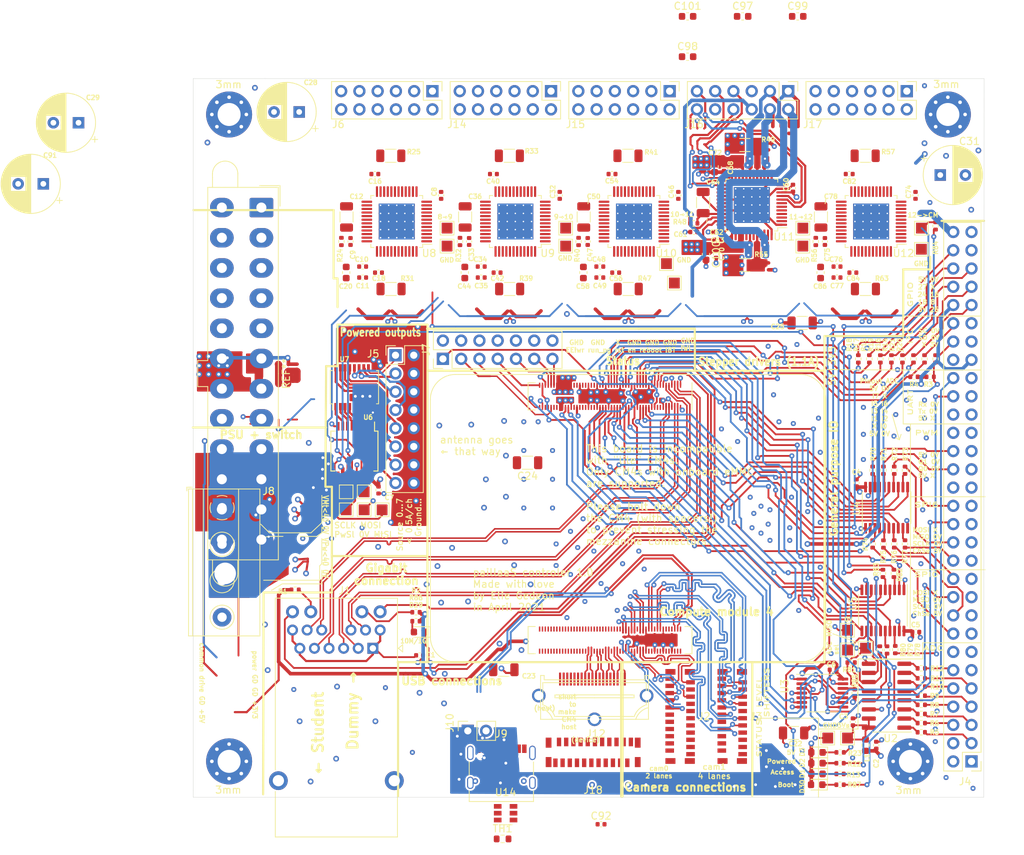
<source format=kicad_pcb>
(kicad_pcb (version 20171130) (host pcbnew 5.1.9-73d0e3b20d~88~ubuntu20.04.1)
  (layers (0 F.Cu signal) (1 In2.Cu power hide) (2 In1.Cu power hide) (31 B.Cu signal hide) (34 B.Paste user hide) (35 F.Paste user hide) (36 B.SilkS user) (37 F.SilkS user) (38 B.Mask user hide) (39 F.Mask user hide) (44 Edge.Cuts user))
  (net 0 "")
  (net 1 GND)
  (net 2 "Net-(C1-Pad1)")
  (net 3 +5V)
  (net 4 +3V3)
  (net 5 /GPIO/CS6)
  (net 6 /GPIO/SCLK6)
  (net 7 /GPIO/MOSI0)
  (net 8 /GPIO/MISO0)
  (net 9 /GPIO/AIN3)
  (net 10 /GPIO/AIN2)
  (net 11 /GPIO/AIN1)
  (net 12 /GPIO/AIN0)
  (net 13 /GPIO/AIN7)
  (net 14 /GPIO/AIN6)
  (net 15 /GPIO/AIN5)
  (net 16 /GPIO/AIN4)
  (net 17 /GPIO/TxD0)
  (net 18 /GPIO/RxD0)
  (net 19 /GPIO/PWM1)
  (net 20 /GPIO/PWM0)
  (net 21 /GPIO/GPIO24)
  (net 22 /GPIO/GPIO8)
  (net 23 /GPIO/GPIO16)
  (net 24 /GPIO/GPIO26)
  (net 25 /GPIO/SDA6)
  (net 26 /GPIO/GPIO18)
  (net 27 /GPIO/GPIO27)
  (net 28 /GPIO/CS0)
  (net 29 /GPIO/SCLK0)
  (net 30 /ethernet/ETH_2-)
  (net 31 /ethernet/ETH_2+)
  (net 32 /ethernet/ETH_1+)
  (net 33 /ethernet/ETH_1-)
  (net 34 /ethernet/ETH_3+)
  (net 35 /ethernet/ETH_3-)
  (net 36 /ethernet/ETH_0-)
  (net 37 /ethernet/ETH_0+)
  (net 38 /powerIO/OUT0)
  (net 39 /powerIO/OUT1)
  (net 40 /powerIO/OUT2)
  (net 41 /powerIO/OUT3)
  (net 42 /powerIO/OUT4)
  (net 43 /powerIO/OUT5)
  (net 44 /powerIO/OUT6)
  (net 45 /powerIO/OUT7)
  (net 46 "Net-(U1-Pad16)")
  (net 47 "Net-(U1-Pad18)")
  (net 48 /GPIO/MISO6)
  (net 49 /GPIO/MOSI6)
  (net 50 /GPIO/MOSI)
  (net 51 /GPIO/MISO)
  (net 52 /SDA1)
  (net 53 /GPIO/SCLK)
  (net 54 /GPIO/POWER_SELECT)
  (net 55 /GPIO/MOTOR_SELECT)
  (net 56 "Net-(U1-Pad76)")
  (net 57 /SCL0)
  (net 58 /SDA0)
  (net 59 "Net-(U1-Pad94)")
  (net 60 "Net-(U1-Pad96)")
  (net 61 /CAM_GPIO)
  (net 62 "Net-(U1-Pad104)")
  (net 63 "Net-(U1-Pad106)")
  (net 64 "Net-(U1-Pad111)")
  (net 65 /camera/CAM1D0-)
  (net 66 /camera/CAM1D0+)
  (net 67 /camera/CAM1D1-)
  (net 68 /camera/CAM1D1+)
  (net 69 /camera/CAM1C-)
  (net 70 /camera/CAM0D0-)
  (net 71 /camera/CAM1C+)
  (net 72 /camera/CAM0D0+)
  (net 73 /camera/CAM1D2-)
  (net 74 /camera/CAM0D1-)
  (net 75 /camera/CAM1D2+)
  (net 76 /camera/CAM0D1+)
  (net 77 /camera/CAM1D3-)
  (net 78 /camera/CAM0C-)
  (net 79 /camera/CAM1D3+)
  (net 80 /SCL1)
  (net 81 "Net-(J4-Pad11)")
  (net 82 /camera/CAM0C+)
  (net 83 Vdrive)
  (net 84 "Net-(D1-Pad1)")
  (net 85 "Net-(D2-Pad1)")
  (net 86 /GPIO/SCL6)
  (net 87 "Net-(U1-Pad88)")
  (net 88 "Net-(U1-Pad90)")
  (net 89 "Net-(U1-Pad102)")
  (net 90 "Net-(U1-Pad109)")
  (net 91 "Net-(U1-Pad110)")
  (net 92 "Net-(U1-Pad112)")
  (net 93 "Net-(U1-Pad116)")
  (net 94 "Net-(U1-Pad118)")
  (net 95 "Net-(U1-Pad122)")
  (net 96 "Net-(U1-Pad124)")
  (net 97 "Net-(U1-Pad157)")
  (net 98 "Net-(U1-Pad159)")
  (net 99 "Net-(U1-Pad163)")
  (net 100 "Net-(U1-Pad165)")
  (net 101 "Net-(U1-Pad169)")
  (net 102 "Net-(U1-Pad171)")
  (net 103 "Net-(U8-Pad30)")
  (net 104 "Net-(U8-Pad28)")
  (net 105 "Net-(U8-Pad27)")
  (net 106 "Net-(U8-Pad26)")
  (net 107 "Net-(U8-Pad12)")
  (net 108 "Net-(U8-Pad2)")
  (net 109 /cm4/USB+)
  (net 110 /cm4/USB-)
  (net 111 /GPIO/GPIO18P)
  (net 112 /GPIO/GPIO27P)
  (net 113 /GPIO/GPIO24P)
  (net 114 /GPIO/GPIO8P)
  (net 115 /GPIO/GPIO16P)
  (net 116 /GPIO/GPIO26P)
  (net 117 /GPIO/SCL6P)
  (net 118 /GPIO/SDA6P)
  (net 119 /GPIO/RxD0P)
  (net 120 /GPIO/TxD0P)
  (net 121 /GPIO/PWM1P)
  (net 122 /GPIO/PWM0P)
  (net 123 /GPIO/MOSI6P)
  (net 124 /GPIO/MISO6P)
  (net 125 /GPIO/SCLK6P)
  (net 126 /GPIO/CS6P)
  (net 127 /GPIO/MOSI0P)
  (net 128 /GPIO/MISO0P)
  (net 129 /GPIO/SCLK0P)
  (net 130 /GPIO/CS0P)
  (net 131 /GPIO/AIN7P)
  (net 132 /GPIO/AIN6P)
  (net 133 /GPIO/AIN5P)
  (net 134 /GPIO/AIN4P)
  (net 135 /GPIO/AIN3P)
  (net 136 /GPIO/AIN2P)
  (net 137 /GPIO/AIN1P)
  (net 138 /GPIO/AIN0P)
  (net 139 /GPIO/AIN_SELECT_5V)
  (net 140 /cm4/LED_Pwr)
  (net 141 /GPIO/POWERED)
  (net 142 /GPIO/ACT_LED)
  (net 143 /GPIO/MOSI4_3V)
  (net 144 /GPIO/MISO4_3V)
  (net 145 /GPIO/SCLK4_3V)
  (net 146 /GPIO/POWER_SELECT_3V)
  (net 147 /GPIO/MOTOR_SELECT_3V)
  (net 148 /GPIO/AIN_SELECT_3V)
  (net 149 /powerIO/motorU8/MOT_B2)
  (net 150 /powerIO/motorU8/MOT_B1)
  (net 151 /powerIO/motorU8/MOT_A2)
  (net 152 /powerIO/motorU8/MOT_A1)
  (net 153 /powerIO/motorU8/BRB)
  (net 154 /powerIO/motorU8/BRA)
  (net 155 /powerIO/motorU8/ENCN)
  (net 156 /powerIO/motorU8/ENCB)
  (net 157 /powerIO/motorU8/ENCA)
  (net 158 /powerIO/motorU8/FILTERED_5V)
  (net 159 "Net-(C10-Pad2)")
  (net 160 "Net-(C10-Pad1)")
  (net 161 "Net-(C11-Pad1)")
  (net 162 "Net-(D3-Pad1)")
  (net 163 "Net-(J1-Pad14)")
  (net 164 "Net-(J2-Pad18)")
  (net 165 "Net-(J2-Pad15)")
  (net 166 "Net-(J2-Pad14)")
  (net 167 "Net-(J2-Pad12)")
  (net 168 "Net-(J2-Pad11)")
  (net 169 "Net-(J3-Pad18)")
  (net 170 "Net-(J4-Pad57)")
  (net 171 "Net-(J4-Pad39)")
  (net 172 "Net-(J4-Pad29)")
  (net 173 "Net-(J4-Pad21)")
  (net 174 "Net-(J4-Pad4)")
  (net 175 "Net-(J6-Pad10)")
  (net 176 "Net-(U6-Pad9)")
  (net 177 "Net-(C34-Pad2)")
  (net 178 "Net-(C34-Pad1)")
  (net 179 "Net-(C35-Pad1)")
  (net 180 "Net-(C48-Pad2)")
  (net 181 "Net-(C48-Pad1)")
  (net 182 "Net-(C49-Pad1)")
  (net 183 "Net-(C62-Pad2)")
  (net 184 "Net-(C62-Pad1)")
  (net 185 "Net-(C63-Pad1)")
  (net 186 "Net-(C76-Pad2)")
  (net 187 "Net-(C76-Pad1)")
  (net 188 "Net-(C77-Pad1)")
  (net 189 "Net-(J14-Pad10)")
  (net 190 "Net-(J15-Pad10)")
  (net 191 "Net-(J16-Pad10)")
  (net 192 "Net-(J17-Pad10)")
  (net 193 "Net-(U9-Pad30)")
  (net 194 "Net-(U9-Pad28)")
  (net 195 "Net-(U9-Pad27)")
  (net 196 "Net-(U9-Pad26)")
  (net 197 "Net-(U9-Pad12)")
  (net 198 "Net-(U9-Pad2)")
  (net 199 "Net-(U10-Pad30)")
  (net 200 "Net-(U10-Pad28)")
  (net 201 "Net-(U10-Pad27)")
  (net 202 "Net-(U10-Pad26)")
  (net 203 "Net-(U10-Pad12)")
  (net 204 "Net-(U10-Pad2)")
  (net 205 "Net-(U11-Pad30)")
  (net 206 "Net-(U11-Pad28)")
  (net 207 "Net-(U11-Pad27)")
  (net 208 "Net-(U11-Pad26)")
  (net 209 "Net-(U11-Pad12)")
  (net 210 "Net-(U11-Pad2)")
  (net 211 "Net-(U12-Pad30)")
  (net 212 "Net-(U12-Pad28)")
  (net 213 "Net-(U12-Pad27)")
  (net 214 "Net-(U12-Pad26)")
  (net 215 "Net-(U12-Pad12)")
  (net 216 "Net-(U12-Pad2)")
  (net 217 /power/FB)
  (net 218 VS)
  (net 219 /cm4/run_pg)
  (net 220 /cm4/global_en)
  (net 221 /cm4/rpireboot)
  (net 222 /cm4/BT_disable)
  (net 223 /cm4/WL_disable)
  (net 224 /powerIO/motorU9/FILTERED_5V)
  (net 225 /powerIO/motorU9/BRB)
  (net 226 /powerIO/motorU9/MOT_B2)
  (net 227 /powerIO/motorU9/MOT_B1)
  (net 228 /powerIO/motorU9/MOT_A2)
  (net 229 /powerIO/motorU9/MOT_A1)
  (net 230 /powerIO/motorU9/BRA)
  (net 231 /powerIO/motorU10/FILTERED_5V)
  (net 232 /powerIO/motorU10/BRB)
  (net 233 /powerIO/motorU10/MOT_B2)
  (net 234 /powerIO/motorU10/MOT_B1)
  (net 235 /powerIO/motorU10/MOT_A2)
  (net 236 /powerIO/motorU10/MOT_A1)
  (net 237 /powerIO/motorU10/BRA)
  (net 238 /powerIO/motorU11/FILTERED_5V)
  (net 239 /powerIO/motorU11/BRB)
  (net 240 /powerIO/motorU11/MOT_B2)
  (net 241 /powerIO/motorU11/MOT_B1)
  (net 242 /powerIO/motorU11/MOT_A2)
  (net 243 /powerIO/motorU11/MOT_A1)
  (net 244 /powerIO/motorU11/BRA)
  (net 245 /powerIO/motorU9/ENCA)
  (net 246 /powerIO/motorU9/ENCB)
  (net 247 /powerIO/motorU9/ENCN)
  (net 248 /powerIO/motorU10/ENCA)
  (net 249 /powerIO/motorU10/ENCB)
  (net 250 /powerIO/motorU10/ENCN)
  (net 251 /powerIO/motorU11/ENCA)
  (net 252 /powerIO/motorU11/ENCB)
  (net 253 /powerIO/motorU11/ENCN)
  (net 254 /powerIO/motorU8/MISO)
  (net 255 /powerIO/motorU9/MISO)
  (net 256 /powerIO/motorU10/MISO)
  (net 257 /powerIO/motorU11/MISO)
  (net 258 "Net-(C3-Pad1)")
  (net 259 /powerIO/SRC0)
  (net 260 /powerIO/SRC1)
  (net 261 /powerIO/SRC2)
  (net 262 /powerIO/SRC3)
  (net 263 /powerIO/SRC4)
  (net 264 /powerIO/SRC5)
  (net 265 /powerIO/SRC6)
  (net 266 /powerIO/SRC7)
  (net 267 "Net-(R70-Pad1)")
  (net 268 "Net-(R71-Pad1)")
  (net 269 "Net-(R72-Pad1)")
  (net 270 "Net-(R73-Pad1)")
  (net 271 "Net-(R74-Pad1)")
  (net 272 "Net-(R75-Pad1)")
  (net 273 "Net-(R76-Pad1)")
  (net 274 "Net-(R77-Pad1)")
  (net 275 "Net-(R78-Pad1)")
  (net 276 "Net-(R79-Pad1)")
  (net 277 "Net-(R80-Pad1)")
  (net 278 "Net-(R82-Pad1)")
  (net 279 "Net-(R83-Pad1)")
  (net 280 "Net-(R81-Pad2)")
  (net 281 "Net-(J4-Pad46)")
  (net 282 "Net-(J4-Pad31)")
  (net 283 "Net-(J7-Pad6)")
  (net 284 /cm4/EEPROMprotect)
  (net 285 "Net-(D29-Pad2)")
  (net 286 "Net-(D29-Pad1)")
  (net 287 "Net-(D30-Pad1)")
  (net 288 /ethernet/ETH_LED_yellow)
  (net 289 "Net-(J1-Pad15)")
  (net 290 /ethernet/ETH_LED_green)
  (net 291 /GPIO/nEXTRST)
  (net 292 /GPIO/nEXTRST_pow)
  (net 293 "Net-(J9-PadA4)")
  (net 294 "Net-(J9-PadB5)")
  (net 295 "Net-(J9-PadA8)")
  (net 296 "Net-(J9-PadA5)")
  (net 297 "Net-(J9-PadB8)")
  (net 298 "Net-(J10-Pad2)")
  (net 299 "Net-(U14-Pad3)")
  (net 300 "Net-(U14-Pad1)")
  (net 301 "Net-(J12-Pad14)")
  (net 302 /display/HDMI_HOT)
  (net 303 /display/HDMI_SCL)
  (net 304 /display/HDMI_SDA)
  (net 305 /display/HDMI_CEC)
  (net 306 /display/HDMI_C-)
  (net 307 /display/HDMI_C+)
  (net 308 /display/HDMI_0-)
  (net 309 /display/HDMI_0+)
  (net 310 /display/HDMI_1-)
  (net 311 /display/HDMI_1+)
  (net 312 /display/HDMI_2-)
  (net 313 /display/HDMI_2+)
  (net 314 "Net-(U1-Pad200)")
  (net 315 "Net-(U1-Pad199)")
  (net 316 "Net-(U1-Pad190)")
  (net 317 "Net-(U1-Pad188)")
  (net 318 "Net-(U1-Pad184)")
  (net 319 "Net-(U1-Pad182)")
  (net 320 "Net-(U1-Pad178)")
  (net 321 "Net-(U1-Pad176)")
  (net 322 "Net-(U1-Pad172)")
  (net 323 "Net-(U1-Pad170)")
  (net 324 "Net-(U1-Pad153)")
  (net 325 "Net-(U1-Pad151)")
  (net 326 "Net-(C30-Pad1)")
  (net 327 /power/SW)
  (net 328 "Net-(J11-Pad2)")
  (net 329 "Net-(J18-Pad18)")
  (net 330 "Net-(J18-Pad17)")
  (net 331 /power/COMP)
  (net 332 /powerIO/motorU13/FILTERED_5V)
  (net 333 /powerIO/motorU13/BRB)
  (net 334 /powerIO/motorU13/MOT_B2)
  (net 335 /powerIO/motorU13/MOT_B1)
  (net 336 /powerIO/motorU13/MOT_A2)
  (net 337 /powerIO/motorU13/MOT_A1)
  (net 338 /powerIO/motorU13/BRA)
  (net 339 /powerIO/motorU13/ENCA)
  (net 340 /powerIO/motorU13/ENCB)
  (net 341 /powerIO/motorU13/ENCN)
  (net 342 /powerIO/motorU13/MISO)
  (net 343 /powerIO/motorU8/LIMITL)
  (net 344 /powerIO/motorU8/LIMITR)
  (net 345 /powerIO/motorU9/LIMITL)
  (net 346 /powerIO/motorU9/LIMITR)
  (net 347 /powerIO/motorU10/LIMITL)
  (net 348 /powerIO/motorU10/LIMITR)
  (net 349 /powerIO/motorU11/LIMITL)
  (net 350 /powerIO/motorU11/LIMITR)
  (net 351 /powerIO/motorU13/LIMITL)
  (net 352 /powerIO/motorU13/LIMITR)
  (net 353 /display/DSI1D3+)
  (net 354 /display/DSI1D3-)
  (net 355 /display/DSI1D2+)
  (net 356 /display/DSI1D2-)
  (net 357 /display/DSI1C+)
  (net 358 /display/DSI1C-)
  (net 359 /display/DSI1D1+)
  (net 360 /display/DSI1D1-)
  (net 361 /display/DSI1D0+)
  (net 362 /display/DSI1D0-)
  (module Connector_Molex:Molex_Mini-Fit_Jr_5566-24A2_2x12_P4.20mm_Vertical (layer F.Cu) (at 165.49 2.95 270)
    (fp_text reference REF** (at 23.1 -3.45 90) (layer F.SilkS))
    (fp_text value Molex_Mini-Fit_Jr_5566-24A2_2x12_P4.20mm_Vertical)
    (pad "" np_thru_hole circle (at 50.9 5.04 270) (size 3 3) (drill 3) (layers *.Cu *.Mask))
    (pad "" np_thru_hole circle (at -4.7 5.04 270) (size 3 3) (drill 3) (layers *.Cu *.Mask))
    (pad 24 thru_hole oval (at 46.2 5.5 270) (size 2.7 3.3) (drill 1.4) (layers *.Cu *.Mask))
    (pad 23 thru_hole oval (at 42 5.5 270) (size 2.7 3.3) (drill 1.4) (layers *.Cu *.Mask))
    (pad 22 thru_hole oval (at 37.8 5.5 270) (size 2.7 3.3) (drill 1.4) (layers *.Cu *.Mask))
    (pad 21 thru_hole oval (at 33.6 5.5 270) (size 2.7 3.3) (drill 1.4) (layers *.Cu *.Mask))
    (pad 20 thru_hole oval (at 29.4 5.5 270) (size 2.7 3.3) (drill 1.4) (layers *.Cu *.Mask))
    (pad 19 thru_hole oval (at 25.2 5.5 270) (size 2.7 3.3) (drill 1.4) (layers *.Cu *.Mask))
    (pad 18 thru_hole oval (at 21 5.5 270) (size 2.7 3.3) (drill 1.4) (layers *.Cu *.Mask))
    (pad 17 thru_hole oval (at 16.8 5.5 270) (size 2.7 3.3) (drill 1.4) (layers *.Cu *.Mask))
    (pad 16 thru_hole oval (at 12.6 5.5 270) (size 2.7 3.3) (drill 1.4) (layers *.Cu *.Mask))
    (pad 15 thru_hole oval (at 8.4 5.5 270) (size 2.7 3.3) (drill 1.4) (layers *.Cu *.Mask))
    (pad 14 thru_hole oval (at 4.2 5.5 270) (size 2.7 3.3) (drill 1.4) (layers *.Cu *.Mask))
    (pad 13 thru_hole oval (at 0 5.5 270) (size 2.7 3.3) (drill 1.4) (layers *.Cu *.Mask))
    (pad 12 thru_hole oval (at 46.2 0 270) (size 2.7 3.3) (drill 1.4) (layers *.Cu *.Mask))
    (pad 11 thru_hole oval (at 42 0 270) (size 2.7 3.3) (drill 1.4) (layers *.Cu *.Mask))
    (pad 10 thru_hole oval (at 37.8 0 270) (size 2.7 3.3) (drill 1.4) (layers *.Cu *.Mask))
    (pad 9 thru_hole oval (at 33.6 0 270) (size 2.7 3.3) (drill 1.4) (layers *.Cu *.Mask))
    (pad 8 thru_hole oval (at 29.4 0 270) (size 2.7 3.3) (drill 1.4) (layers *.Cu *.Mask))
    (pad 7 thru_hole oval (at 25.2 0 270) (size 2.7 3.3) (drill 1.4) (layers *.Cu *.Mask))
    (pad 6 thru_hole oval (at 21 0 270) (size 2.7 3.3) (drill 1.4) (layers *.Cu *.Mask))
    (pad 5 thru_hole oval (at 16.8 0 270) (size 2.7 3.3) (drill 1.4) (layers *.Cu *.Mask))
    (pad 4 thru_hole oval (at 12.6 0 270) (size 2.7 3.3) (drill 1.4) (layers *.Cu *.Mask))
    (pad 3 thru_hole oval (at 8.4 0 270) (size 2.7 3.3) (drill 1.4) (layers *.Cu *.Mask))
    (pad 2 thru_hole oval (at 4.2 0 270) (size 2.7 3.3) (drill 1.4) (layers *.Cu *.Mask))
    (pad 1 thru_hole roundrect (at 0 0 270) (size 2.7 3.3) (drill 1.4) (layers *.Cu *.Mask) (roundrect_rratio 0.09259299999999999))
  )
  (module Package_SO:TSSOP-20_4.4x6.5mm_P0.65mm (layer F.Cu) (at 252.476 44.704 90)
    (fp_text reference U4 (at -0.096 -4.186 270) (layer F.SilkS))
    (fp_text value 74HCT244)
    (pad 20 smd roundrect (at 2.8625 -2.925 90) (size 1.475 0.4) (layers F.Cu F.Paste F.Mask) (net 3 +5V))
    (pad 19 smd roundrect (at 2.8625 -2.275 90) (size 1.475 0.4) (layers F.Cu F.Paste F.Mask) (net 1 GND))
    (pad 18 smd roundrect (at 2.8625 -1.625 90) (size 1.475 0.4) (layers F.Cu F.Paste F.Mask) (net 267 "Net-(R70-Pad1)"))
    (pad 17 smd roundrect (at 2.8625 -0.975 90) (size 1.475 0.4) (layers F.Cu F.Paste F.Mask) (net 28 /GPIO/CS0))
    (pad 16 smd roundrect (at 2.8625 -0.325 90) (size 1.475 0.4) (layers F.Cu F.Paste F.Mask) (net 268 "Net-(R71-Pad1)"))
    (pad 15 smd roundrect (at 2.8625 0.325 90) (size 1.475 0.4) (layers F.Cu F.Paste F.Mask) (net 29 /GPIO/SCLK0))
    (pad 14 smd roundrect (at 2.8625 0.975 90) (size 1.475 0.4) (layers F.Cu F.Paste F.Mask) (net 269 "Net-(R72-Pad1)"))
    (pad 13 smd roundrect (at 2.8625 1.625 90) (size 1.475 0.4) (layers F.Cu F.Paste F.Mask) (net 7 /GPIO/MOSI0))
    (pad 12 smd roundrect (at 2.8625 2.275 90) (size 1.475 0.4) (layers F.Cu F.Paste F.Mask) (net 270 "Net-(R73-Pad1)"))
    (pad 11 smd roundrect (at 2.8625 2.925 90) (size 1.475 0.4) (layers F.Cu F.Paste F.Mask) (net 5 /GPIO/CS6))
    (pad 10 smd roundrect (at -2.8625 2.925 90) (size 1.475 0.4) (layers F.Cu F.Paste F.Mask) (net 1 GND))
    (pad 9 smd roundrect (at -2.8625 2.275 90) (size 1.475 0.4) (layers F.Cu F.Paste F.Mask) (net 274 "Net-(R77-Pad1)"))
    (pad 8 smd roundrect (at -2.8625 1.625 90) (size 1.475 0.4) (layers F.Cu F.Paste F.Mask) (net 6 /GPIO/SCLK6))
    (pad 7 smd roundrect (at -2.8625 0.975 90) (size 1.475 0.4) (layers F.Cu F.Paste F.Mask) (net 273 "Net-(R76-Pad1)"))
    (pad 6 smd roundrect (at -2.8625 0.325 90) (size 1.475 0.4) (layers F.Cu F.Paste F.Mask) (net 49 /GPIO/MOSI6))
    (pad 5 smd roundrect (at -2.8625 -0.325 90) (size 1.475 0.4) (layers F.Cu F.Paste F.Mask) (net 272 "Net-(R75-Pad1)"))
    (pad 4 smd roundrect (at -2.8625 -0.975 90) (size 1.475 0.4) (layers F.Cu F.Paste F.Mask) (net 20 /GPIO/PWM0))
    (pad 3 smd roundrect (at -2.8625 -1.625 90) (size 1.475 0.4) (layers F.Cu F.Paste F.Mask) (net 271 "Net-(R74-Pad1)"))
    (pad 2 smd roundrect (at -2.8625 -2.275 90) (size 1.475 0.4) (layers F.Cu F.Paste F.Mask) (net 19 /GPIO/PWM1))
    (pad 1 smd roundrect (at -2.8625 -2.925 90) (size 1.475 0.4) (layers F.Cu F.Paste F.Mask) (net 1 GND))
  )
  (module Package_SO:TSSOP-20_4.4x6.5mm_P0.65mm (layer F.Cu) (at 251.968 59 270)
    (fp_text reference U5 (at -0.95 4.178 270) (layer F.SilkS))
    (fp_text value 74HCT244)
    (pad 20 smd roundrect (at 2.8625 -2.925 270) (size 1.475 0.4) (layers F.Cu F.Paste F.Mask) (net 3 +5V))
    (pad 19 smd roundrect (at 2.8625 -2.275 270) (size 1.475 0.4) (layers F.Cu F.Paste F.Mask) (net 1 GND))
    (pad 18 smd roundrect (at 2.8625 -1.625 270) (size 1.475 0.4) (layers F.Cu F.Paste F.Mask) (net 275 "Net-(R78-Pad1)"))
    (pad 17 smd roundrect (at 2.8625 -0.975 270) (size 1.475 0.4) (layers F.Cu F.Paste F.Mask) (net 146 /GPIO/POWER_SELECT_3V))
    (pad 16 smd roundrect (at 2.8625 -0.325 270) (size 1.475 0.4) (layers F.Cu F.Paste F.Mask) (net 276 "Net-(R79-Pad1)"))
    (pad 15 smd roundrect (at 2.8625 0.325 270) (size 1.475 0.4) (layers F.Cu F.Paste F.Mask) (net 147 /GPIO/MOTOR_SELECT_3V))
    (pad 14 smd roundrect (at 2.8625 0.975 270) (size 1.475 0.4) (layers F.Cu F.Paste F.Mask) (net 277 "Net-(R80-Pad1)"))
    (pad 13 smd roundrect (at 2.8625 1.625 270) (size 1.475 0.4) (layers F.Cu F.Paste F.Mask) (net 291 /GPIO/nEXTRST))
    (pad 12 smd roundrect (at 2.8625 2.275 270) (size 1.475 0.4) (layers F.Cu F.Paste F.Mask) (net 139 /GPIO/AIN_SELECT_5V))
    (pad 11 smd roundrect (at 2.8625 2.925 270) (size 1.475 0.4) (layers F.Cu F.Paste F.Mask) (net 140 /cm4/LED_Pwr))
    (pad 10 smd roundrect (at -2.8625 2.925 270) (size 1.475 0.4) (layers F.Cu F.Paste F.Mask) (net 1 GND))
    (pad 9 smd roundrect (at -2.8625 2.275 270) (size 1.475 0.4) (layers F.Cu F.Paste F.Mask) (net 141 /GPIO/POWERED))
    (pad 8 smd roundrect (at -2.8625 1.625 270) (size 1.475 0.4) (layers F.Cu F.Paste F.Mask) (net 148 /GPIO/AIN_SELECT_3V))
    (pad 7 smd roundrect (at -2.8625 0.975 270) (size 1.475 0.4) (layers F.Cu F.Paste F.Mask) (net 292 /GPIO/nEXTRST_pow))
    (pad 6 smd roundrect (at -2.8625 0.325 270) (size 1.475 0.4) (layers F.Cu F.Paste F.Mask) (net 143 /GPIO/MOSI4_3V))
    (pad 5 smd roundrect (at -2.8625 -0.325 270) (size 1.475 0.4) (layers F.Cu F.Paste F.Mask) (net 279 "Net-(R83-Pad1)"))
    (pad 4 smd roundrect (at -2.8625 -0.975 270) (size 1.475 0.4) (layers F.Cu F.Paste F.Mask) (net 145 /GPIO/SCLK4_3V))
    (pad 3 smd roundrect (at -2.8625 -1.625 270) (size 1.475 0.4) (layers F.Cu F.Paste F.Mask) (net 278 "Net-(R82-Pad1)"))
    (pad 2 smd roundrect (at -2.8625 -2.275 270) (size 1.475 0.4) (layers F.Cu F.Paste F.Mask) (net 17 /GPIO/TxD0))
    (pad 1 smd roundrect (at -2.8625 -2.925 270) (size 1.475 0.4) (layers F.Cu F.Paste F.Mask) (net 1 GND))
  )
  (module Capacitor_SMD:C_0603_1608Metric (layer F.Cu) (at 224.79 -23.65)
    (fp_text reference C101 (at 0 -1.43) (layer F.SilkS))
    (fp_text value 1u)
    (pad 2 smd roundrect (at 0.775 0) (size 0.9 0.95) (layers F.Cu F.Paste F.Mask) (net 1 GND))
    (pad 1 smd roundrect (at -0.775 0) (size 0.9 0.95) (layers F.Cu F.Paste F.Mask) (net 218 VS))
  )
  (module Capacitor_SMD:C_0603_1608Metric (layer F.Cu) (at 227.35 9.45 270)
    (fp_text reference C100 (at 0 -1.43 90) (layer F.SilkS))
    (fp_text value 1u)
    (pad 2 smd roundrect (at 0.775 0 270) (size 0.9 0.95) (layers F.Cu F.Paste F.Mask) (net 1 GND))
    (pad 1 smd roundrect (at -0.775 0 270) (size 0.9 0.95) (layers F.Cu F.Paste F.Mask) (net 218 VS))
  )
  (module Capacitor_SMD:C_0603_1608Metric (layer F.Cu) (at 240.11 -23.65)
    (fp_text reference C99 (at 0 -1.43) (layer F.SilkS))
    (fp_text value 1u)
    (pad 2 smd roundrect (at 0.775 0) (size 0.9 0.95) (layers F.Cu F.Paste F.Mask) (net 1 GND))
    (pad 1 smd roundrect (at -0.775 0) (size 0.9 0.95) (layers F.Cu F.Paste F.Mask) (net 218 VS))
  )
  (module Capacitor_SMD:C_0603_1608Metric (layer F.Cu) (at 224.79 -18.04)
    (fp_text reference C98 (at 0 -1.43) (layer F.SilkS))
    (fp_text value 1u)
    (pad 2 smd roundrect (at 0.775 0) (size 0.9 0.95) (layers F.Cu F.Paste F.Mask) (net 1 GND))
    (pad 1 smd roundrect (at -0.775 0) (size 0.9 0.95) (layers F.Cu F.Paste F.Mask) (net 218 VS))
  )
  (module Capacitor_SMD:C_0603_1608Metric (layer F.Cu) (at 232.45 -23.65)
    (fp_text reference C97 (at 0 -1.43) (layer F.SilkS))
    (fp_text value 1u)
    (pad 2 smd roundrect (at 0.775 0) (size 0.9 0.95) (layers F.Cu F.Paste F.Mask) (net 1 GND))
    (pad 1 smd roundrect (at -0.775 0) (size 0.9 0.95) (layers F.Cu F.Paste F.Mask) (net 218 VS))
  )
  (module Capacitor_SMD:C_0402_1005Metric (layer F.Cu) (at 229.85 -2.65 270)
    (fp_text reference C68 (at 0.052 -0.9132 270) (layer F.SilkS) (effects (font (size 0.65 0.65))))
    (fp_text value 100n)
    (pad 2 smd roundrect (at 0.48 0 270) (size 0.56 0.62) (layers F.Cu F.Paste F.Mask) (net 1 GND))
    (pad 1 smd roundrect (at -0.48 0 270) (size 0.56 0.62) (layers F.Cu F.Paste F.Mask) (net 218 VS))
  )
  (module Capacitor_THT:CP_Radial_D8.0mm_P3.50mm (layer F.Cu) (at 140.05 -8.85 180)
    (fp_text reference C29 (at -2 3.5) (layer F.SilkS) (effects (font (size 0.65 0.65))))
    (fp_text value 100u)
    (pad 2 thru_hole circle (at 3.5 0 180) (size 1.6 1.6) (drill 0.8) (layers *.Cu *.Mask) (net 1 GND))
    (pad 1 thru_hole rect (at 0 0 180) (size 1.6 1.6) (drill 0.8) (layers *.Cu *.Mask) (net 218 VS))
  )
  (module Capacitor_SMD:C_1206_3216Metric (layer F.Cu) (at 202.525 38.45 180)
    (fp_text reference C24 (at 0 -1.85) (layer F.SilkS))
    (fp_text value 10u)
    (pad 2 smd roundrect (at 1.475 0 180) (size 1.15 1.8) (layers F.Cu F.Paste F.Mask) (roundrect_rratio 0.217391) (net 1 GND))
    (pad 1 smd roundrect (at -1.475 0 180) (size 1.15 1.8) (layers F.Cu F.Paste F.Mask) (roundrect_rratio 0.217391) (net 3 +5V))
  )
  (module library:5019512230_1x22-1MP_P0.5mm_Vertical (layer F.Cu) (at 211.65 78.75 180)
    (fp_text reference J18 (at 0.0024 -5.24384) (layer F.SilkS))
    (fp_text value Conn_01x22_MountingPin)
    (pad MP smd rect (at -6.2 -1.35 180) (size 0.8 1.4) (layers F.Cu F.Paste F.Mask) (net 1 GND))
    (pad MP smd rect (at -6.2 1.35 180) (size 0.8 1.4) (layers F.Cu F.Paste F.Mask) (net 1 GND))
    (pad MP smd rect (at 6.2 1.35 180) (size 0.8 1.4) (layers F.Cu F.Paste F.Mask) (net 1 GND))
    (pad MP smd rect (at 6.2 -1.35 180) (size 0.8 1.4) (layers F.Cu F.Paste F.Mask) (net 1 GND))
    (pad 22 smd rect (at 5.25 -1.45 180) (size 0.6 1.2) (layers F.Cu F.Paste F.Mask) (net 4 +3V3))
    (pad 21 smd rect (at 4.75 1.45 180) (size 0.6 1.2) (layers F.Cu F.Paste F.Mask) (net 58 /SDA0))
    (pad 20 smd rect (at 4.25 -1.45 180) (size 0.6 1.2) (layers F.Cu F.Paste F.Mask) (net 57 /SCL0))
    (pad 19 smd rect (at 3.75 1.45 180) (size 0.6 1.2) (layers F.Cu F.Paste F.Mask) (net 1 GND))
    (pad 18 smd rect (at 3.25 -1.45 180) (size 0.6 1.2) (layers F.Cu F.Paste F.Mask) (net 329 "Net-(J18-Pad18)"))
    (pad 17 smd rect (at 2.75 1.45 180) (size 0.6 1.2) (layers F.Cu F.Paste F.Mask) (net 330 "Net-(J18-Pad17)"))
    (pad 16 smd rect (at 2.25 -1.45 180) (size 0.6 1.2) (layers F.Cu F.Paste F.Mask) (net 1 GND))
    (pad 15 smd rect (at 1.75 1.45 180) (size 0.6 1.2) (layers F.Cu F.Paste F.Mask) (net 353 /display/DSI1D3+))
    (pad 14 smd rect (at 1.25 -1.45 180) (size 0.6 1.2) (layers F.Cu F.Paste F.Mask) (net 354 /display/DSI1D3-))
    (pad 13 smd rect (at 0.75 1.45 180) (size 0.6 1.2) (layers F.Cu F.Paste F.Mask) (net 1 GND))
    (pad 12 smd rect (at 0.25 -1.45 180) (size 0.6 1.2) (layers F.Cu F.Paste F.Mask) (net 355 /display/DSI1D2+))
    (pad 11 smd rect (at -0.25 1.45 180) (size 0.6 1.2) (layers F.Cu F.Paste F.Mask) (net 356 /display/DSI1D2-))
    (pad 10 smd rect (at -0.75 -1.45 180) (size 0.6 1.2) (layers F.Cu F.Paste F.Mask) (net 1 GND))
    (pad 9 smd rect (at -1.25 1.45 180) (size 0.6 1.2) (layers F.Cu F.Paste F.Mask) (net 357 /display/DSI1C+))
    (pad 8 smd rect (at -1.75 -1.45 180) (size 0.6 1.2) (layers F.Cu F.Paste F.Mask) (net 358 /display/DSI1C-))
    (pad 7 smd rect (at -2.25 1.45 180) (size 0.6 1.2) (layers F.Cu F.Paste F.Mask) (net 1 GND))
    (pad 6 smd rect (at -2.75 -1.45 180) (size 0.6 1.2) (layers F.Cu F.Paste F.Mask) (net 359 /display/DSI1D1+))
    (pad 5 smd rect (at -3.25 1.45 180) (size 0.6 1.2) (layers F.Cu F.Paste F.Mask) (net 360 /display/DSI1D1-))
    (pad 4 smd rect (at -3.75 -1.45 180) (size 0.6 1.2) (layers F.Cu F.Paste F.Mask) (net 1 GND))
    (pad 3 smd rect (at -4.25 1.45 180) (size 0.6 1.2) (layers F.Cu F.Paste F.Mask) (net 361 /display/DSI1D0+))
    (pad 2 smd rect (at -4.75 -1.45 180) (size 0.6 1.2) (layers F.Cu F.Paste F.Mask) (net 362 /display/DSI1D0-))
    (pad 1 smd rect (at -5.25 1.45 180) (size 0.6 1.2) (layers F.Cu F.Paste F.Mask) (net 1 GND))
  )
  (module library:HDMI_vertical_476591102 (layer F.Cu) (at 211.84 74.15 180)
    (fp_text reference J12 (at -0.2 -2) (layer F.SilkS))
    (fp_text value HDMI_A)
    (pad 19 smd rect (at 4.79 5.6) (size 0.3 1.8) (layers F.Cu F.Paste F.Mask) (net 302 /display/HDMI_HOT))
    (pad 18 smd rect (at 4.29 5.6) (size 0.3 1.8) (layers F.Cu F.Paste F.Mask) (net 3 +5V))
    (pad 17 smd rect (at 3.79 5.6) (size 0.3 1.8) (layers F.Cu F.Paste F.Mask) (net 1 GND))
    (pad 16 smd rect (at 3.29 5.6) (size 0.3 1.8) (layers F.Cu F.Paste F.Mask) (net 303 /display/HDMI_SCL))
    (pad 15 smd rect (at 2.79 5.6) (size 0.3 1.8) (layers F.Cu F.Paste F.Mask) (net 304 /display/HDMI_SDA))
    (pad 14 smd rect (at 2.29 5.6) (size 0.3 1.8) (layers F.Cu F.Paste F.Mask) (net 301 "Net-(J12-Pad14)"))
    (pad 13 smd rect (at 1.79 5.6) (size 0.3 1.8) (layers F.Cu F.Paste F.Mask) (net 305 /display/HDMI_CEC))
    (pad 12 smd rect (at 1.29 5.6) (size 0.3 1.8) (layers F.Cu F.Paste F.Mask) (net 306 /display/HDMI_C-))
    (pad 11 smd rect (at 0.79 5.6) (size 0.3 1.8) (layers F.Cu F.Paste F.Mask) (net 1 GND))
    (pad 10 smd rect (at 0.29 5.6) (size 0.3 1.8) (layers F.Cu F.Paste F.Mask) (net 307 /display/HDMI_C+))
    (pad 9 smd rect (at -0.21 5.6) (size 0.3 1.8) (layers F.Cu F.Paste F.Mask) (net 308 /display/HDMI_0-))
    (pad 8 smd rect (at -0.71 5.6) (size 0.3 1.8) (layers F.Cu F.Paste F.Mask) (net 1 GND))
    (pad 7 smd rect (at -1.21 5.6) (size 0.3 1.8) (layers F.Cu F.Paste F.Mask) (net 309 /display/HDMI_0+))
    (pad 6 smd rect (at -1.71 5.6) (size 0.3 1.8) (layers F.Cu F.Paste F.Mask) (net 310 /display/HDMI_1-))
    (pad 5 smd rect (at -2.21 5.6) (size 0.3 1.8) (layers F.Cu F.Paste F.Mask) (net 1 GND))
    (pad 4 smd rect (at -2.71 5.6) (size 0.3 1.8) (layers F.Cu F.Paste F.Mask) (net 311 /display/HDMI_1+))
    (pad 3 smd rect (at -3.21 5.6) (size 0.3 1.8) (layers F.Cu F.Paste F.Mask) (net 312 /display/HDMI_2-))
    (pad 2 smd rect (at -3.71 5.6) (size 0.3 1.8) (layers F.Cu F.Paste F.Mask) (net 1 GND))
    (pad 1 smd rect (at -4.21 5.6) (size 0.3 1.8) (layers F.Cu F.Paste F.Mask) (net 313 /display/HDMI_2+))
    (pad SH thru_hole circle (at 7.75 3.3) (size 1.9 1.9) (drill 1.3) (layers *.Cu *.Mask) (net 1 GND))
    (pad SH thru_hole circle (at -7.25 3.3) (size 1.9 1.9) (drill 1.3) (layers *.Cu *.Mask) (net 1 GND))
    (pad SH thru_hole circle (at 0 0) (size 1.9 1.9) (drill 1.3) (layers *.Cu *.Mask) (net 1 GND))
  )
  (module Capacitor_SMD:C_0402_1005Metric (layer F.Cu) (at 212.75 88.75)
    (fp_text reference C92 (at 0 -1.16) (layer F.SilkS))
    (fp_text value 10n)
    (pad 2 smd roundrect (at 0.48 0) (size 0.56 0.62) (layers F.Cu F.Paste F.Mask) (net 1 GND))
    (pad 1 smd roundrect (at -0.48 0) (size 0.56 0.62) (layers F.Cu F.Paste F.Mask) (net 4 +3V3))
  )
  (module library:5019512230_1x22-1MP_P0.5mm_Vertical (layer F.Cu) (at 223.75 73.75 270)
    (fp_text reference J2 (at 0 -3.35) (layer F.SilkS))
    (fp_text value Conn_01x22_MountingPin)
    (pad MP smd rect (at -6.2 -1.35 270) (size 0.8 1.4) (layers F.Cu F.Paste F.Mask) (net 1 GND))
    (pad MP smd rect (at -6.2 1.35 270) (size 0.8 1.4) (layers F.Cu F.Paste F.Mask) (net 1 GND))
    (pad MP smd rect (at 6.2 1.35 270) (size 0.8 1.4) (layers F.Cu F.Paste F.Mask) (net 1 GND))
    (pad MP smd rect (at 6.2 -1.35 270) (size 0.8 1.4) (layers F.Cu F.Paste F.Mask) (net 1 GND))
    (pad 22 smd rect (at 5.25 -1.45 270) (size 0.6 1.2) (layers F.Cu F.Paste F.Mask) (net 4 +3V3))
    (pad 21 smd rect (at 4.75 1.45 270) (size 0.6 1.2) (layers F.Cu F.Paste F.Mask) (net 52 /SDA1))
    (pad 20 smd rect (at 4.25 -1.45 270) (size 0.6 1.2) (layers F.Cu F.Paste F.Mask) (net 80 /SCL1))
    (pad 19 smd rect (at 3.75 1.45 270) (size 0.6 1.2) (layers F.Cu F.Paste F.Mask) (net 1 GND))
    (pad 18 smd rect (at 3.25 -1.45 270) (size 0.6 1.2) (layers F.Cu F.Paste F.Mask) (net 164 "Net-(J2-Pad18)"))
    (pad 17 smd rect (at 2.75 1.45 270) (size 0.6 1.2) (layers F.Cu F.Paste F.Mask) (net 61 /CAM_GPIO))
    (pad 16 smd rect (at 2.25 -1.45 270) (size 0.6 1.2) (layers F.Cu F.Paste F.Mask) (net 1 GND))
    (pad 15 smd rect (at 1.75 1.45 270) (size 0.6 1.2) (layers F.Cu F.Paste F.Mask) (net 165 "Net-(J2-Pad15)"))
    (pad 14 smd rect (at 1.25 -1.45 270) (size 0.6 1.2) (layers F.Cu F.Paste F.Mask) (net 166 "Net-(J2-Pad14)"))
    (pad 13 smd rect (at 0.75 1.45 270) (size 0.6 1.2) (layers F.Cu F.Paste F.Mask) (net 1 GND))
    (pad 12 smd rect (at 0.25 -1.45 270) (size 0.6 1.2) (layers F.Cu F.Paste F.Mask) (net 167 "Net-(J2-Pad12)"))
    (pad 11 smd rect (at -0.25 1.45 270) (size 0.6 1.2) (layers F.Cu F.Paste F.Mask) (net 168 "Net-(J2-Pad11)"))
    (pad 10 smd rect (at -0.75 -1.45 270) (size 0.6 1.2) (layers F.Cu F.Paste F.Mask) (net 1 GND))
    (pad 9 smd rect (at -1.25 1.45 270) (size 0.6 1.2) (layers F.Cu F.Paste F.Mask) (net 82 /camera/CAM0C+))
    (pad 8 smd rect (at -1.75 -1.45 270) (size 0.6 1.2) (layers F.Cu F.Paste F.Mask) (net 78 /camera/CAM0C-))
    (pad 7 smd rect (at -2.25 1.45 270) (size 0.6 1.2) (layers F.Cu F.Paste F.Mask) (net 1 GND))
    (pad 6 smd rect (at -2.75 -1.45 270) (size 0.6 1.2) (layers F.Cu F.Paste F.Mask) (net 76 /camera/CAM0D1+))
    (pad 5 smd rect (at -3.25 1.45 270) (size 0.6 1.2) (layers F.Cu F.Paste F.Mask) (net 74 /camera/CAM0D1-))
    (pad 4 smd rect (at -3.75 -1.45 270) (size 0.6 1.2) (layers F.Cu F.Paste F.Mask) (net 1 GND))
    (pad 3 smd rect (at -4.25 1.45 270) (size 0.6 1.2) (layers F.Cu F.Paste F.Mask) (net 72 /camera/CAM0D0+))
    (pad 2 smd rect (at -4.75 -1.45 270) (size 0.6 1.2) (layers F.Cu F.Paste F.Mask) (net 70 /camera/CAM0D0-))
    (pad 1 smd rect (at -5.25 1.45 270) (size 0.6 1.2) (layers F.Cu F.Paste F.Mask) (net 1 GND))
  )
  (module Package_TO_SOT_SMD:SOT-23-6 (layer F.Cu) (at 199.47 87.21)
    (fp_text reference U14 (at 0 -2.9) (layer F.SilkS))
    (fp_text value SN65220)
    (pad 5 smd rect (at 1.1 0) (size 1.06 0.65) (layers F.Cu F.Paste F.Mask) (net 1 GND))
    (pad 6 smd rect (at 1.1 -0.95) (size 1.06 0.65) (layers F.Cu F.Paste F.Mask) (net 109 /cm4/USB+))
    (pad 4 smd rect (at 1.1 0.95) (size 1.06 0.65) (layers F.Cu F.Paste F.Mask) (net 110 /cm4/USB-))
    (pad 3 smd rect (at -1.1 0.95) (size 1.06 0.65) (layers F.Cu F.Paste F.Mask) (net 299 "Net-(U14-Pad3)"))
    (pad 2 smd rect (at -1.1 0) (size 1.06 0.65) (layers F.Cu F.Paste F.Mask) (net 1 GND))
    (pad 1 smd rect (at -1.1 -0.95) (size 1.06 0.65) (layers F.Cu F.Paste F.Mask) (net 300 "Net-(U14-Pad1)"))
  )
  (module Resistor_SMD:R_0603_1608Metric (layer F.Cu) (at 199.05 90.79)
    (fp_text reference TH1 (at 0 -1.43) (layer F.SilkS))
    (fp_text value Thermistor_PTC)
    (pad 2 smd roundrect (at 0.825 0) (size 0.8 0.95) (layers F.Cu F.Paste F.Mask) (net 298 "Net-(J10-Pad2)"))
    (pad 1 smd roundrect (at -0.825 0) (size 0.8 0.95) (layers F.Cu F.Paste F.Mask) (net 293 "Net-(J9-PadA4)"))
  )
  (module Connector_USB:USB_C_Receptacle_Palconn_UTC16-G (layer F.Cu) (at 198.88 80.75)
    (fp_text reference J9 (at 0 -4.58) (layer F.SilkS))
    (fp_text value USB_C_Receptacle_USB2.0)
    (pad A12 smd rect (at 3.2 -2.51) (size 0.6 1.16) (layers F.Cu F.Paste F.Mask) (net 1 GND))
    (pad A9 smd rect (at 2.4 -2.51) (size 0.6 1.16) (layers F.Cu F.Paste F.Mask) (net 293 "Net-(J9-PadA4)"))
    (pad B1 smd rect (at 3.2 -2.51) (size 0.6 1.16) (layers F.Cu F.Paste F.Mask) (net 1 GND))
    (pad B4 smd rect (at 2.4 -2.51) (size 0.6 1.16) (layers F.Cu F.Paste F.Mask) (net 293 "Net-(J9-PadA4)"))
    (pad B12 smd rect (at -3.2 -2.51) (size 0.6 1.16) (layers F.Cu F.Paste F.Mask) (net 1 GND))
    (pad A1 smd rect (at -3.2 -2.51) (size 0.6 1.16) (layers F.Cu F.Paste F.Mask) (net 1 GND))
    (pad B9 smd rect (at -2.4 -2.51) (size 0.6 1.16) (layers F.Cu F.Paste F.Mask) (net 293 "Net-(J9-PadA4)"))
    (pad A4 smd rect (at -2.4 -2.51) (size 0.6 1.16) (layers F.Cu F.Paste F.Mask) (net 293 "Net-(J9-PadA4)"))
    (pad "" np_thru_hole circle (at -2.89 -1.45 180) (size 0.6 0.6) (drill 0.6) (layers *.Cu *.Mask))
    (pad "" np_thru_hole circle (at 2.89 -1.45 180) (size 0.6 0.6) (drill 0.6) (layers *.Cu *.Mask))
    (pad B5 smd rect (at 1.75 -2.51 180) (size 0.3 1.16) (layers F.Cu F.Paste F.Mask) (net 294 "Net-(J9-PadB5)"))
    (pad B6 smd rect (at 0.75 -2.51 180) (size 0.3 1.16) (layers F.Cu F.Paste F.Mask) (net 109 /cm4/USB+))
    (pad A8 smd rect (at 1.25 -2.51 180) (size 0.3 1.16) (layers F.Cu F.Paste F.Mask) (net 295 "Net-(J9-PadA8)"))
    (pad A5 smd rect (at -1.25 -2.51 180) (size 0.3 1.16) (layers F.Cu F.Paste F.Mask) (net 296 "Net-(J9-PadA5)"))
    (pad B8 smd rect (at -1.75 -2.51 180) (size 0.3 1.16) (layers F.Cu F.Paste F.Mask) (net 297 "Net-(J9-PadB8)"))
    (pad A7 smd rect (at 0.25 -2.51 180) (size 0.3 1.16) (layers F.Cu F.Paste F.Mask) (net 110 /cm4/USB-))
    (pad A6 smd rect (at -0.25 -2.51 180) (size 0.3 1.16) (layers F.Cu F.Paste F.Mask) (net 109 /cm4/USB+))
    (pad B7 smd rect (at -0.75 -2.51 180) (size 0.3 1.16) (layers F.Cu F.Paste F.Mask) (net 110 /cm4/USB-))
    (pad S1 thru_hole oval (at 4.32 2.24 90) (size 1.7 0.9) (drill oval 1.4 0.6) (layers *.Cu *.Mask) (net 1 GND))
    (pad S1 thru_hole oval (at -4.32 2.24 90) (size 1.7 0.9) (drill oval 1.4 0.6) (layers *.Cu *.Mask) (net 1 GND))
    (pad S1 thru_hole oval (at 4.32 -1.93 90) (size 2 0.9) (drill oval 1.7 0.6) (layers *.Cu *.Mask) (net 1 GND))
    (pad S1 thru_hole oval (at -4.32 -1.93 90) (size 2 0.9) (drill oval 1.7 0.6) (layers *.Cu *.Mask) (net 1 GND))
  )
  (module Connector_RJ:RJ45_Pulse_JK0654219NL_Horizontal (layer F.Cu) (at 181 64.27 270)
    (fp_text reference J1 (at -8.0344 3.9112 180) (layer F.SilkS))
    (fp_text value JK0654218Z)
    (pad SH thru_hole circle (at 18.415 -2.9845 90) (size 2.63 2.63) (drill 1.57) (layers *.Cu *.Mask) (net 1 GND))
    (pad SH thru_hole circle (at 18.415 13.1445 90) (size 2.61 2.61) (drill 1.57) (layers *.Cu *.Mask) (net 1 GND))
    (pad "" np_thru_hole circle (at 15.24 11.43 90) (size 3.2 3.2) (drill 3.2) (layers *.Cu *.Mask))
    (pad "" np_thru_hole circle (at 15.24 -1.27 90) (size 3.2 3.2) (drill 3.2) (layers *.Cu *.Mask))
    (pad 16 thru_hole circle (at -5.08 11.176 90) (size 1.8 1.8) (drill 1.025) (layers *.Cu *.Mask) (net 288 /ethernet/ETH_LED_yellow))
    (pad 15 thru_hole circle (at -5.08 8.636 90) (size 1.8 1.8) (drill 1.025) (layers *.Cu *.Mask) (net 289 "Net-(J1-Pad15)"))
    (pad 14 thru_hole circle (at -5.08 1.524 90) (size 1.8 1.8) (drill 1.025) (layers *.Cu *.Mask) (net 163 "Net-(J1-Pad14)"))
    (pad 13 thru_hole circle (at -5.08 -1.016 90) (size 1.8 1.8) (drill 1.025) (layers *.Cu *.Mask) (net 290 /ethernet/ETH_LED_green))
    (pad 12 thru_hole circle (at -2.54 11.176 90) (size 1.524 1.524) (drill 0.89) (layers *.Cu *.Mask) (net 2 "Net-(C1-Pad1)"))
    (pad 11 thru_hole circle (at -2.54 9.144 90) (size 1.524 1.524) (drill 0.89) (layers *.Cu *.Mask) (net 37 /ethernet/ETH_0+))
    (pad 10 thru_hole circle (at -2.54 7.112 90) (size 1.524 1.524) (drill 0.89) (layers *.Cu *.Mask) (net 36 /ethernet/ETH_0-))
    (pad 9 thru_hole circle (at -2.54 3.048 90) (size 1.524 1.524) (drill 0.89) (layers *.Cu *.Mask) (net 35 /ethernet/ETH_3-))
    (pad 8 thru_hole circle (at -2.54 1.016 90) (size 1.524 1.524) (drill 0.89) (layers *.Cu *.Mask) (net 34 /ethernet/ETH_3+))
    (pad 7 thru_hole circle (at -2.54 -1.016 90) (size 1.524 1.524) (drill 0.89) (layers *.Cu *.Mask) (net 2 "Net-(C1-Pad1)"))
    (pad 6 thru_hole circle (at 0 10.16 90) (size 1.524 1.524) (drill 0.89) (layers *.Cu *.Mask) (net 2 "Net-(C1-Pad1)"))
    (pad 5 thru_hole circle (at 0 8.128 90) (size 1.524 1.524) (drill 0.89) (layers *.Cu *.Mask) (net 33 /ethernet/ETH_1-))
    (pad 4 thru_hole circle (at 0 6.096 90) (size 1.524 1.524) (drill 0.89) (layers *.Cu *.Mask) (net 32 /ethernet/ETH_1+))
    (pad 3 thru_hole circle (at 0 4.064 90) (size 1.524 1.524) (drill 0.89) (layers *.Cu *.Mask) (net 31 /ethernet/ETH_2+))
    (pad 2 thru_hole circle (at 0 2.032 90) (size 1.524 1.524) (drill 0.89) (layers *.Cu *.Mask) (net 30 /ethernet/ETH_2-))
    (pad 1 thru_hole rect (at 0 0 90) (size 1.524 1.524) (drill 0.89) (layers *.Cu *.Mask) (net 2 "Net-(C1-Pad1)"))
  )
  (module Resistor_SMD:R_0402_1005Metric (layer F.Cu) (at 246 83.25)
    (fp_text reference R87 (at 2 0) (layer F.SilkS) (effects (font (size 0.65 0.65))))
    (fp_text value 4K7)
    (pad 2 smd roundrect (at 0.51 0) (size 0.54 0.64) (layers F.Cu F.Paste F.Mask) (net 292 /GPIO/nEXTRST_pow))
    (pad 1 smd roundrect (at -0.51 0) (size 0.54 0.64) (layers F.Cu F.Paste F.Mask) (net 287 "Net-(D30-Pad1)"))
  )
  (module Resistor_SMD:R_0402_1005Metric (layer F.Cu) (at 187 60.5)
    (fp_text reference R86 (at 0 -3.25) (layer F.SilkS) (effects (font (size 0.65 0.65))))
    (fp_text value 470)
    (pad 2 smd roundrect (at 0.51 0) (size 0.54 0.64) (layers F.Cu F.Paste F.Mask) (net 4 +3V3))
    (pad 1 smd roundrect (at -0.51 0) (size 0.54 0.64) (layers F.Cu F.Paste F.Mask) (net 285 "Net-(D29-Pad2)"))
  )
  (module LED_SMD:LED_0603_1608Metric (layer F.Cu) (at 242.75 83.25 180)
    (fp_text reference D30 (at 2 -0.25 90) (layer F.SilkS) (effects (font (size 0.65 0.65))))
    (fp_text value YELLOW)
    (pad 2 smd roundrect (at 0.7875 0 180) (size 0.875 0.95) (layers F.Cu F.Paste F.Mask) (net 3 +5V))
    (pad 1 smd roundrect (at -0.7875 0 180) (size 0.875 0.95) (layers F.Cu F.Paste F.Mask) (net 287 "Net-(D30-Pad1)"))
  )
  (module LED_SMD:LED_0603_1608Metric (layer F.Cu) (at 187.5 62 180)
    (fp_text reference D29 (at 0.5 3.75 180) (layer F.SilkS) (effects (font (size 0.65 0.65))))
    (fp_text value LED)
    (pad 2 smd roundrect (at 0.7875 0 180) (size 0.875 0.95) (layers F.Cu F.Paste F.Mask) (net 285 "Net-(D29-Pad2)"))
    (pad 1 smd roundrect (at -0.7875 0 180) (size 0.875 0.95) (layers F.Cu F.Paste F.Mask) (net 286 "Net-(D29-Pad1)"))
  )
  (module Connector_PinHeader_2.54mm:PinHeader_2x07_P2.54mm_Vertical (layer F.Cu) (at 190.75 24 90)
    (fp_text reference J7 (at 1.27 -2.33 90) (layer F.SilkS))
    (fp_text value Conn_02x07_Odd_Even)
    (pad 14 thru_hole oval (at 2.54 15.24 90) (size 1.7 1.7) (drill 1) (layers *.Cu *.Mask) (net 1 GND))
    (pad 13 thru_hole oval (at 0 15.24 90) (size 1.7 1.7) (drill 1) (layers *.Cu *.Mask) (net 223 /cm4/WL_disable))
    (pad 12 thru_hole oval (at 2.54 12.7 90) (size 1.7 1.7) (drill 1) (layers *.Cu *.Mask) (net 1 GND))
    (pad 11 thru_hole oval (at 0 12.7 90) (size 1.7 1.7) (drill 1) (layers *.Cu *.Mask) (net 222 /cm4/BT_disable))
    (pad 10 thru_hole oval (at 2.54 10.16 90) (size 1.7 1.7) (drill 1) (layers *.Cu *.Mask) (net 1 GND))
    (pad 9 thru_hole oval (at 0 10.16 90) (size 1.7 1.7) (drill 1) (layers *.Cu *.Mask) (net 221 /cm4/rpireboot))
    (pad 8 thru_hole oval (at 2.54 7.62 90) (size 1.7 1.7) (drill 1) (layers *.Cu *.Mask) (net 1 GND))
    (pad 7 thru_hole oval (at 0 7.62 90) (size 1.7 1.7) (drill 1) (layers *.Cu *.Mask) (net 220 /cm4/global_en))
    (pad 6 thru_hole oval (at 2.54 5.08 90) (size 1.7 1.7) (drill 1) (layers *.Cu *.Mask) (net 283 "Net-(J7-Pad6)"))
    (pad 5 thru_hole oval (at 0 5.08 90) (size 1.7 1.7) (drill 1) (layers *.Cu *.Mask) (net 291 /GPIO/nEXTRST))
    (pad 4 thru_hole oval (at 2.54 2.54 90) (size 1.7 1.7) (drill 1) (layers *.Cu *.Mask) (net 1 GND))
    (pad 3 thru_hole oval (at 0 2.54 90) (size 1.7 1.7) (drill 1) (layers *.Cu *.Mask) (net 219 /cm4/run_pg))
    (pad 2 thru_hole oval (at 2.54 0 90) (size 1.7 1.7) (drill 1) (layers *.Cu *.Mask) (net 1 GND))
    (pad 1 thru_hole rect (at 0 0 90) (size 1.7 1.7) (drill 1) (layers *.Cu *.Mask) (net 284 /cm4/EEPROMprotect))
  )
  (module Resistor_SMD:R_0402_1005Metric (layer F.Cu) (at 246.01 78.75)
    (fp_text reference R23 (at 2.0603 0.1238 180) (layer F.SilkS) (effects (font (size 0.65 0.65))))
    (fp_text value 4K7)
    (pad 2 smd roundrect (at 0.51 0) (size 0.54 0.64) (layers F.Cu F.Paste F.Mask) (net 1 GND))
    (pad 1 smd roundrect (at -0.51 0) (size 0.54 0.64) (layers F.Cu F.Paste F.Mask) (net 162 "Net-(D3-Pad1)"))
  )
  (module Resistor_SMD:R_0402_1005Metric (layer F.Cu) (at 248.04 70.5 90)
    (fp_text reference R85 (at 1.7 0 90) (layer F.SilkS) (effects (font (size 0.65 0.65))))
    (fp_text value 10k)
    (pad 2 smd roundrect (at 0.51 0 90) (size 0.54 0.64) (layers F.Cu F.Paste F.Mask) (net 51 /GPIO/MISO))
    (pad 1 smd roundrect (at -0.51 0 90) (size 0.54 0.64) (layers F.Cu F.Paste F.Mask) (net 3 +5V))
  )
  (module Resistor_SMD:R_0402_1005Metric (layer F.Cu) (at 247.54 66.25)
    (fp_text reference R81 (at -0.25 1) (layer F.SilkS) (effects (font (size 0.65 0.65))))
    (fp_text value 30)
    (pad 2 smd roundrect (at 0.51 0) (size 0.54 0.64) (layers F.Cu F.Paste F.Mask) (net 280 "Net-(R81-Pad2)"))
    (pad 1 smd roundrect (at -0.51 0) (size 0.54 0.64) (layers F.Cu F.Paste F.Mask) (net 51 /GPIO/MISO))
  )
  (module Resistor_SMD:R_0402_1005Metric (layer F.Cu) (at 259.29 5.5 270)
    (fp_text reference R84 (at 3.05 0 270) (layer F.SilkS) (effects (font (size 0.65 0.65))))
    (fp_text value 30)
    (pad 2 smd roundrect (at 0.51 0 270) (size 0.54 0.64) (layers F.Cu F.Paste F.Mask) (net 51 /GPIO/MISO))
    (pad 1 smd roundrect (at -0.51 0 270) (size 0.54 0.64) (layers F.Cu F.Paste F.Mask) (net 342 /powerIO/motorU13/MISO))
  )
  (module Package_QFP:TQFP-48-1EP_7x7mm_P0.5mm_EP5x5mm_ThermalVias (layer F.Cu) (at 233.724 2.5908 180)
    (fp_text reference U11 (at -4.5 -4.42) (layer F.SilkS))
    (fp_text value TMC5130A-TA)
    (pad 49 smd rect (at 0 0 180) (size 5 5) (layers B.Cu) (net 1 GND))
    (pad 49 thru_hole circle (at 2.25 2.25 180) (size 0.5 0.5) (drill 0.2) (layers *.Cu) (net 1 GND))
    (pad 49 thru_hole circle (at 1.125 2.25 180) (size 0.5 0.5) (drill 0.2) (layers *.Cu) (net 1 GND))
    (pad 49 thru_hole circle (at 0 2.25 180) (size 0.5 0.5) (drill 0.2) (layers *.Cu) (net 1 GND))
    (pad 49 thru_hole circle (at -1.125 2.25 180) (size 0.5 0.5) (drill 0.2) (layers *.Cu) (net 1 GND))
    (pad 49 thru_hole circle (at -2.25 2.25 180) (size 0.5 0.5) (drill 0.2) (layers *.Cu) (net 1 GND))
    (pad 49 thru_hole circle (at 2.25 1.125 180) (size 0.5 0.5) (drill 0.2) (layers *.Cu) (net 1 GND))
    (pad 49 thru_hole circle (at 1.125 1.125 180) (size 0.5 0.5) (drill 0.2) (layers *.Cu) (net 1 GND))
    (pad 49 thru_hole circle (at 0 1.125 180) (size 0.5 0.5) (drill 0.2) (layers *.Cu) (net 1 GND))
    (pad 49 thru_hole circle (at -1.125 1.125 180) (size 0.5 0.5) (drill 0.2) (layers *.Cu) (net 1 GND))
    (pad 49 thru_hole circle (at -2.25 1.125 180) (size 0.5 0.5) (drill 0.2) (layers *.Cu) (net 1 GND))
    (pad 49 thru_hole circle (at 2.25 0 180) (size 0.5 0.5) (drill 0.2) (layers *.Cu) (net 1 GND))
    (pad 49 thru_hole circle (at 1.125 0 180) (size 0.5 0.5) (drill 0.2) (layers *.Cu) (net 1 GND))
    (pad 49 thru_hole circle (at 0 0 180) (size 0.5 0.5) (drill 0.2) (layers *.Cu) (net 1 GND))
    (pad 49 thru_hole circle (at -1.125 0 180) (size 0.5 0.5) (drill 0.2) (layers *.Cu) (net 1 GND))
    (pad 49 thru_hole circle (at -2.25 0 180) (size 0.5 0.5) (drill 0.2) (layers *.Cu) (net 1 GND))
    (pad 49 thru_hole circle (at 2.25 -1.125 180) (size 0.5 0.5) (drill 0.2) (layers *.Cu) (net 1 GND))
    (pad 49 thru_hole circle (at 1.125 -1.125 180) (size 0.5 0.5) (drill 0.2) (layers *.Cu) (net 1 GND))
    (pad 49 thru_hole circle (at 0 -1.125 180) (size 0.5 0.5) (drill 0.2) (layers *.Cu) (net 1 GND))
    (pad 49 thru_hole circle (at -1.125 -1.125 180) (size 0.5 0.5) (drill 0.2) (layers *.Cu) (net 1 GND))
    (pad 49 thru_hole circle (at -2.25 -1.125 180) (size 0.5 0.5) (drill 0.2) (layers *.Cu) (net 1 GND))
    (pad 49 thru_hole circle (at 2.25 -2.25 180) (size 0.5 0.5) (drill 0.2) (layers *.Cu) (net 1 GND))
    (pad 49 thru_hole circle (at 1.125 -2.25 180) (size 0.5 0.5) (drill 0.2) (layers *.Cu) (net 1 GND))
    (pad 49 thru_hole circle (at 0 -2.25 180) (size 0.5 0.5) (drill 0.2) (layers *.Cu) (net 1 GND))
    (pad 49 thru_hole circle (at -1.125 -2.25 180) (size 0.5 0.5) (drill 0.2) (layers *.Cu) (net 1 GND))
    (pad 49 thru_hole circle (at -2.25 -2.25 180) (size 0.5 0.5) (drill 0.2) (layers *.Cu) (net 1 GND))
    (pad 49 smd rect (at 0 0 180) (size 5 5) (layers F.Cu F.Mask) (net 1 GND))
    (pad 48 smd roundrect (at -2.75 -4.1625 180) (size 0.3 1.475) (layers F.Cu F.Paste F.Mask) (net 1 GND))
    (pad 47 smd roundrect (at -2.25 -4.1625 180) (size 0.3 1.475) (layers F.Cu F.Paste F.Mask))
    (pad 46 smd roundrect (at -1.75 -4.1625 180) (size 0.3 1.475) (layers F.Cu F.Paste F.Mask) (net 243 /powerIO/motorU11/MOT_A1))
    (pad 45 smd roundrect (at -1.25 -4.1625 180) (size 0.3 1.475) (layers F.Cu F.Paste F.Mask))
    (pad 44 smd roundrect (at -0.75 -4.1625 180) (size 0.3 1.475) (layers F.Cu F.Paste F.Mask) (net 244 /powerIO/motorU11/BRA))
    (pad 43 smd roundrect (at -0.25 -4.1625 180) (size 0.3 1.475) (layers F.Cu F.Paste F.Mask))
    (pad 42 smd roundrect (at 0.25 -4.1625 180) (size 0.3 1.475) (layers F.Cu F.Paste F.Mask) (net 242 /powerIO/motorU11/MOT_A2))
    (pad 41 smd roundrect (at 0.75 -4.1625 180) (size 0.3 1.475) (layers F.Cu F.Paste F.Mask))
    (pad 40 smd roundrect (at 1.25 -4.1625 180) (size 0.3 1.475) (layers F.Cu F.Paste F.Mask) (net 218 VS))
    (pad 39 smd roundrect (at 1.75 -4.1625 180) (size 0.3 1.475) (layers F.Cu F.Paste F.Mask) (net 218 VS))
    (pad 38 smd roundrect (at 2.25 -4.1625 180) (size 0.3 1.475) (layers F.Cu F.Paste F.Mask) (net 185 "Net-(C63-Pad1)"))
    (pad 37 smd roundrect (at 2.75 -4.1625 180) (size 0.3 1.475) (layers F.Cu F.Paste F.Mask) (net 184 "Net-(C62-Pad1)"))
    (pad 36 smd roundrect (at 4.1625 -2.75 180) (size 1.475 0.3) (layers F.Cu F.Paste F.Mask))
    (pad 35 smd roundrect (at 4.1625 -2.25 180) (size 1.475 0.3) (layers F.Cu F.Paste F.Mask) (net 183 "Net-(C62-Pad2)"))
    (pad 34 smd roundrect (at 4.1625 -1.75 180) (size 1.475 0.3) (layers F.Cu F.Paste F.Mask) (net 3 +5V))
    (pad 33 smd roundrect (at 4.1625 -1.25 180) (size 1.475 0.3) (layers F.Cu F.Paste F.Mask) (net 238 /powerIO/motorU11/FILTERED_5V))
    (pad 32 smd roundrect (at 4.1625 -0.75 180) (size 1.475 0.3) (layers F.Cu F.Paste F.Mask) (net 1 GND))
    (pad 31 smd roundrect (at 4.1625 -0.25 180) (size 1.475 0.3) (layers F.Cu F.Paste F.Mask))
    (pad 30 smd roundrect (at 4.1625 0.25 180) (size 1.475 0.3) (layers F.Cu F.Paste F.Mask) (net 205 "Net-(U11-Pad30)"))
    (pad 29 smd roundrect (at 4.1625 0.75 180) (size 1.475 0.3) (layers F.Cu F.Paste F.Mask) (net 1 GND))
    (pad 28 smd roundrect (at 4.1625 1.25 180) (size 1.475 0.3) (layers F.Cu F.Paste F.Mask) (net 206 "Net-(U11-Pad28)"))
    (pad 27 smd roundrect (at 4.1625 1.75 180) (size 1.475 0.3) (layers F.Cu F.Paste F.Mask) (net 207 "Net-(U11-Pad27)"))
    (pad 26 smd roundrect (at 4.1625 2.25 180) (size 1.475 0.3) (layers F.Cu F.Paste F.Mask) (net 208 "Net-(U11-Pad26)"))
    (pad 25 smd roundrect (at 4.1625 2.75 180) (size 1.475 0.3) (layers F.Cu F.Paste F.Mask) (net 251 /powerIO/motorU11/ENCA))
    (pad 24 smd roundrect (at 2.75 4.1625 180) (size 0.3 1.475) (layers F.Cu F.Paste F.Mask) (net 252 /powerIO/motorU11/ENCB))
    (pad 23 smd roundrect (at 2.25 4.1625 180) (size 0.3 1.475) (layers F.Cu F.Paste F.Mask) (net 253 /powerIO/motorU11/ENCN))
    (pad 22 smd roundrect (at 1.75 4.1625 180) (size 0.3 1.475) (layers F.Cu F.Paste F.Mask))
    (pad 21 smd roundrect (at 1.25 4.1625 180) (size 0.3 1.475) (layers F.Cu F.Paste F.Mask) (net 218 VS))
    (pad 20 smd roundrect (at 0.75 4.1625 180) (size 0.3 1.475) (layers F.Cu F.Paste F.Mask))
    (pad 19 smd roundrect (at 0.25 4.1625 180) (size 0.3 1.475) (layers F.Cu F.Paste F.Mask) (net 240 /powerIO/motorU11/MOT_B2))
    (pad 18 smd roundrect (at -0.25 4.1625 180) (size 0.3 1.475) (layers F.Cu F.Paste F.Mask))
    (pad 17 smd roundrect (at -0.75 4.1625 180) (size 0.3 1.475) (layers F.Cu F.Paste F.Mask) (net 239 /powerIO/motorU11/BRB))
    (pad 16 smd roundrect (at -1.25 4.1625 180) (size 0.3 1.475) (layers F.Cu F.Paste F.Mask))
    (pad 15 smd roundrect (at -1.75 4.1625 180) (size 0.3 1.475) (layers F.Cu F.Paste F.Mask) (net 241 /powerIO/motorU11/MOT_B1))
    (pad 14 smd roundrect (at -2.25 4.1625 180) (size 0.3 1.475) (layers F.Cu F.Paste F.Mask))
    (pad 13 smd roundrect (at -2.75 4.1625 180) (size 0.3 1.475) (layers F.Cu F.Paste F.Mask) (net 1 GND))
    (pad 12 smd roundrect (at -4.1625 2.75 180) (size 1.475 0.3) (layers F.Cu F.Paste F.Mask) (net 209 "Net-(U11-Pad12)"))
    (pad 11 smd roundrect (at -4.1625 2.25 180) (size 1.475 0.3) (layers F.Cu F.Paste F.Mask) (net 1 GND))
    (pad 10 smd roundrect (at -4.1625 1.75 180) (size 1.475 0.3) (layers F.Cu F.Paste F.Mask) (net 3 +5V))
    (pad 9 smd roundrect (at -4.1625 1.25 180) (size 1.475 0.3) (layers F.Cu F.Paste F.Mask) (net 350 /powerIO/motorU11/LIMITR))
    (pad 8 smd roundrect (at -4.1625 0.75 180) (size 1.475 0.3) (layers F.Cu F.Paste F.Mask) (net 349 /powerIO/motorU11/LIMITL))
    (pad 7 smd roundrect (at -4.1625 0.25 180) (size 1.475 0.3) (layers F.Cu F.Paste F.Mask) (net 257 /powerIO/motorU11/MISO))
    (pad 6 smd roundrect (at -4.1625 -0.25 180) (size 1.475 0.3) (layers F.Cu F.Paste F.Mask))
    (pad 5 smd roundrect (at -4.1625 -0.75 180) (size 1.475 0.3) (layers F.Cu F.Paste F.Mask) (net 256 /powerIO/motorU10/MISO))
    (pad 4 smd roundrect (at -4.1625 -1.25 180) (size 1.475 0.3) (layers F.Cu F.Paste F.Mask) (net 53 /GPIO/SCLK))
    (pad 3 smd roundrect (at -4.1625 -1.75 180) (size 1.475 0.3) (layers F.Cu F.Paste F.Mask) (net 55 /GPIO/MOTOR_SELECT))
    (pad 2 smd roundrect (at -4.1625 -2.25 180) (size 1.475 0.3) (layers F.Cu F.Paste F.Mask) (net 210 "Net-(U11-Pad2)"))
    (pad 1 smd roundrect (at -4.1625 -2.75 180) (size 1.475 0.3) (layers F.Cu F.Paste F.Mask) (net 1 GND))
  )
  (module TestPoint:TestPoint_Pad_1.5x1.5mm (layer F.Cu) (at 177.29 45)
    (fp_text reference TP21 hide)
    (fp_text value TestPoint)
    (pad 1 smd rect (at 0 0) (size 1.5 1.5) (layers F.Cu F.Mask) (net 54 /GPIO/POWER_SELECT))
  )
  (module TestPoint:TestPoint_Pad_1.5x1.5mm (layer F.Cu) (at 179.79 45)
    (fp_text reference TP20 hide)
    (fp_text value TestPoint)
    (pad 1 smd rect (at 0 0) (size 1.5 1.5) (layers F.Cu F.Mask) (net 1 GND))
  )
  (module TestPoint:TestPoint_Pad_1.5x1.5mm (layer F.Cu) (at 247.04 61.75)
    (fp_text reference TP29 hide)
    (fp_text value TestPoint)
    (pad 1 smd rect (at 0 0) (size 1.5 1.5) (layers F.Cu F.Mask) (net 1 GND))
  )
  (module Package_QFP:TQFP-48-1EP_7x7mm_P0.5mm_EP5x5mm_ThermalVias (layer F.Cu) (at 250.324 4.8908 180)
    (fp_text reference U12 (at -4.5 -4.42) (layer F.SilkS))
    (fp_text value TMC5130A-TA)
    (pad 49 smd rect (at 0 0 180) (size 5 5) (layers B.Cu) (net 1 GND))
    (pad 49 thru_hole circle (at 2.25 2.25 180) (size 0.5 0.5) (drill 0.2) (layers *.Cu) (net 1 GND))
    (pad 49 thru_hole circle (at 1.125 2.25 180) (size 0.5 0.5) (drill 0.2) (layers *.Cu) (net 1 GND))
    (pad 49 thru_hole circle (at 0 2.25 180) (size 0.5 0.5) (drill 0.2) (layers *.Cu) (net 1 GND))
    (pad 49 thru_hole circle (at -1.125 2.25 180) (size 0.5 0.5) (drill 0.2) (layers *.Cu) (net 1 GND))
    (pad 49 thru_hole circle (at -2.25 2.25 180) (size 0.5 0.5) (drill 0.2) (layers *.Cu) (net 1 GND))
    (pad 49 thru_hole circle (at 2.25 1.125 180) (size 0.5 0.5) (drill 0.2) (layers *.Cu) (net 1 GND))
    (pad 49 thru_hole circle (at 1.125 1.125 180) (size 0.5 0.5) (drill 0.2) (layers *.Cu) (net 1 GND))
    (pad 49 thru_hole circle (at 0 1.125 180) (size 0.5 0.5) (drill 0.2) (layers *.Cu) (net 1 GND))
    (pad 49 thru_hole circle (at -1.125 1.125 180) (size 0.5 0.5) (drill 0.2) (layers *.Cu) (net 1 GND))
    (pad 49 thru_hole circle (at -2.25 1.125 180) (size 0.5 0.5) (drill 0.2) (layers *.Cu) (net 1 GND))
    (pad 49 thru_hole circle (at 2.25 0 180) (size 0.5 0.5) (drill 0.2) (layers *.Cu) (net 1 GND))
    (pad 49 thru_hole circle (at 1.125 0 180) (size 0.5 0.5) (drill 0.2) (layers *.Cu) (net 1 GND))
    (pad 49 thru_hole circle (at 0 0 180) (size 0.5 0.5) (drill 0.2) (layers *.Cu) (net 1 GND))
    (pad 49 thru_hole circle (at -1.125 0 180) (size 0.5 0.5) (drill 0.2) (layers *.Cu) (net 1 GND))
    (pad 49 thru_hole circle (at -2.25 0 180) (size 0.5 0.5) (drill 0.2) (layers *.Cu) (net 1 GND))
    (pad 49 thru_hole circle (at 2.25 -1.125 180) (size 0.5 0.5) (drill 0.2) (layers *.Cu) (net 1 GND))
    (pad 49 thru_hole circle (at 1.125 -1.125 180) (size 0.5 0.5) (drill 0.2) (layers *.Cu) (net 1 GND))
    (pad 49 thru_hole circle (at 0 -1.125 180) (size 0.5 0.5) (drill 0.2) (layers *.Cu) (net 1 GND))
    (pad 49 thru_hole circle (at -1.125 -1.125 180) (size 0.5 0.5) (drill 0.2) (layers *.Cu) (net 1 GND))
    (pad 49 thru_hole circle (at -2.25 -1.125 180) (size 0.5 0.5) (drill 0.2) (layers *.Cu) (net 1 GND))
    (pad 49 thru_hole circle (at 2.25 -2.25 180) (size 0.5 0.5) (drill 0.2) (layers *.Cu) (net 1 GND))
    (pad 49 thru_hole circle (at 1.125 -2.25 180) (size 0.5 0.5) (drill 0.2) (layers *.Cu) (net 1 GND))
    (pad 49 thru_hole circle (at 0 -2.25 180) (size 0.5 0.5) (drill 0.2) (layers *.Cu) (net 1 GND))
    (pad 49 thru_hole circle (at -1.125 -2.25 180) (size 0.5 0.5) (drill 0.2) (layers *.Cu) (net 1 GND))
    (pad 49 thru_hole circle (at -2.25 -2.25 180) (size 0.5 0.5) (drill 0.2) (layers *.Cu) (net 1 GND))
    (pad 49 smd rect (at 0 0 180) (size 5 5) (layers F.Cu F.Mask) (net 1 GND))
    (pad 48 smd roundrect (at -2.75 -4.1625 180) (size 0.3 1.475) (layers F.Cu F.Paste F.Mask) (net 1 GND))
    (pad 47 smd roundrect (at -2.25 -4.1625 180) (size 0.3 1.475) (layers F.Cu F.Paste F.Mask))
    (pad 46 smd roundrect (at -1.75 -4.1625 180) (size 0.3 1.475) (layers F.Cu F.Paste F.Mask) (net 337 /powerIO/motorU13/MOT_A1))
    (pad 45 smd roundrect (at -1.25 -4.1625 180) (size 0.3 1.475) (layers F.Cu F.Paste F.Mask))
    (pad 44 smd roundrect (at -0.75 -4.1625 180) (size 0.3 1.475) (layers F.Cu F.Paste F.Mask) (net 338 /powerIO/motorU13/BRA))
    (pad 43 smd roundrect (at -0.25 -4.1625 180) (size 0.3 1.475) (layers F.Cu F.Paste F.Mask))
    (pad 42 smd roundrect (at 0.25 -4.1625 180) (size 0.3 1.475) (layers F.Cu F.Paste F.Mask) (net 336 /powerIO/motorU13/MOT_A2))
    (pad 41 smd roundrect (at 0.75 -4.1625 180) (size 0.3 1.475) (layers F.Cu F.Paste F.Mask))
    (pad 40 smd roundrect (at 1.25 -4.1625 180) (size 0.3 1.475) (layers F.Cu F.Paste F.Mask) (net 218 VS))
    (pad 39 smd roundrect (at 1.75 -4.1625 180) (size 0.3 1.475) (layers F.Cu F.Paste F.Mask) (net 218 VS))
    (pad 38 smd roundrect (at 2.25 -4.1625 180) (size 0.3 1.475) (layers F.Cu F.Paste F.Mask) (net 188 "Net-(C77-Pad1)"))
    (pad 37 smd roundrect (at 2.75 -4.1625 180) (size 0.3 1.475) (layers F.Cu F.Paste F.Mask) (net 187 "Net-(C76-Pad1)"))
    (pad 36 smd roundrect (at 4.1625 -2.75 180) (size 1.475 0.3) (layers F.Cu F.Paste F.Mask))
    (pad 35 smd roundrect (at 4.1625 -2.25 180) (size 1.475 0.3) (layers F.Cu F.Paste F.Mask) (net 186 "Net-(C76-Pad2)"))
    (pad 34 smd roundrect (at 4.1625 -1.75 180) (size 1.475 0.3) (layers F.Cu F.Paste F.Mask) (net 3 +5V))
    (pad 33 smd roundrect (at 4.1625 -1.25 180) (size 1.475 0.3) (layers F.Cu F.Paste F.Mask) (net 332 /powerIO/motorU13/FILTERED_5V))
    (pad 32 smd roundrect (at 4.1625 -0.75 180) (size 1.475 0.3) (layers F.Cu F.Paste F.Mask) (net 1 GND))
    (pad 31 smd roundrect (at 4.1625 -0.25 180) (size 1.475 0.3) (layers F.Cu F.Paste F.Mask))
    (pad 30 smd roundrect (at 4.1625 0.25 180) (size 1.475 0.3) (layers F.Cu F.Paste F.Mask) (net 211 "Net-(U12-Pad30)"))
    (pad 29 smd roundrect (at 4.1625 0.75 180) (size 1.475 0.3) (layers F.Cu F.Paste F.Mask) (net 1 GND))
    (pad 28 smd roundrect (at 4.1625 1.25 180) (size 1.475 0.3) (layers F.Cu F.Paste F.Mask) (net 212 "Net-(U12-Pad28)"))
    (pad 27 smd roundrect (at 4.1625 1.75 180) (size 1.475 0.3) (layers F.Cu F.Paste F.Mask) (net 213 "Net-(U12-Pad27)"))
    (pad 26 smd roundrect (at 4.1625 2.25 180) (size 1.475 0.3) (layers F.Cu F.Paste F.Mask) (net 214 "Net-(U12-Pad26)"))
    (pad 25 smd roundrect (at 4.1625 2.75 180) (size 1.475 0.3) (layers F.Cu F.Paste F.Mask) (net 339 /powerIO/motorU13/ENCA))
    (pad 24 smd roundrect (at 2.75 4.1625 180) (size 0.3 1.475) (layers F.Cu F.Paste F.Mask) (net 340 /powerIO/motorU13/ENCB))
    (pad 23 smd roundrect (at 2.25 4.1625 180) (size 0.3 1.475) (layers F.Cu F.Paste F.Mask) (net 341 /powerIO/motorU13/ENCN))
    (pad 22 smd roundrect (at 1.75 4.1625 180) (size 0.3 1.475) (layers F.Cu F.Paste F.Mask))
    (pad 21 smd roundrect (at 1.25 4.1625 180) (size 0.3 1.475) (layers F.Cu F.Paste F.Mask) (net 218 VS))
    (pad 20 smd roundrect (at 0.75 4.1625 180) (size 0.3 1.475) (layers F.Cu F.Paste F.Mask))
    (pad 19 smd roundrect (at 0.25 4.1625 180) (size 0.3 1.475) (layers F.Cu F.Paste F.Mask) (net 334 /powerIO/motorU13/MOT_B2))
    (pad 18 smd roundrect (at -0.25 4.1625 180) (size 0.3 1.475) (layers F.Cu F.Paste F.Mask))
    (pad 17 smd roundrect (at -0.75 4.1625 180) (size 0.3 1.475) (layers F.Cu F.Paste F.Mask) (net 333 /powerIO/motorU13/BRB))
    (pad 16 smd roundrect (at -1.25 4.1625 180) (size 0.3 1.475) (layers F.Cu F.Paste F.Mask))
    (pad 15 smd roundrect (at -1.75 4.1625 180) (size 0.3 1.475) (layers F.Cu F.Paste F.Mask) (net 335 /powerIO/motorU13/MOT_B1))
    (pad 14 smd roundrect (at -2.25 4.1625 180) (size 0.3 1.475) (layers F.Cu F.Paste F.Mask))
    (pad 13 smd roundrect (at -2.75 4.1625 180) (size 0.3 1.475) (layers F.Cu F.Paste F.Mask) (net 1 GND))
    (pad 12 smd roundrect (at -4.1625 2.75 180) (size 1.475 0.3) (layers F.Cu F.Paste F.Mask) (net 215 "Net-(U12-Pad12)"))
    (pad 11 smd roundrect (at -4.1625 2.25 180) (size 1.475 0.3) (layers F.Cu F.Paste F.Mask) (net 1 GND))
    (pad 10 smd roundrect (at -4.1625 1.75 180) (size 1.475 0.3) (layers F.Cu F.Paste F.Mask) (net 3 +5V))
    (pad 9 smd roundrect (at -4.1625 1.25 180) (size 1.475 0.3) (layers F.Cu F.Paste F.Mask) (net 352 /powerIO/motorU13/LIMITR))
    (pad 8 smd roundrect (at -4.1625 0.75 180) (size 1.475 0.3) (layers F.Cu F.Paste F.Mask) (net 351 /powerIO/motorU13/LIMITL))
    (pad 7 smd roundrect (at -4.1625 0.25 180) (size 1.475 0.3) (layers F.Cu F.Paste F.Mask) (net 342 /powerIO/motorU13/MISO))
    (pad 6 smd roundrect (at -4.1625 -0.25 180) (size 1.475 0.3) (layers F.Cu F.Paste F.Mask))
    (pad 5 smd roundrect (at -4.1625 -0.75 180) (size 1.475 0.3) (layers F.Cu F.Paste F.Mask) (net 257 /powerIO/motorU11/MISO))
    (pad 4 smd roundrect (at -4.1625 -1.25 180) (size 1.475 0.3) (layers F.Cu F.Paste F.Mask) (net 53 /GPIO/SCLK))
    (pad 3 smd roundrect (at -4.1625 -1.75 180) (size 1.475 0.3) (layers F.Cu F.Paste F.Mask) (net 55 /GPIO/MOTOR_SELECT))
    (pad 2 smd roundrect (at -4.1625 -2.25 180) (size 1.475 0.3) (layers F.Cu F.Paste F.Mask) (net 216 "Net-(U12-Pad2)"))
    (pad 1 smd roundrect (at -4.1625 -2.75 180) (size 1.475 0.3) (layers F.Cu F.Paste F.Mask) (net 1 GND))
  )
  (module Package_QFP:TQFP-48-1EP_7x7mm_P0.5mm_EP5x5mm_ThermalVias (layer F.Cu) (at 217.324 4.8908 180)
    (fp_text reference U10 (at -4.5 -4.42) (layer F.SilkS))
    (fp_text value TMC5130A-TA)
    (pad 49 smd rect (at 0 0 180) (size 5 5) (layers B.Cu) (net 1 GND))
    (pad 49 thru_hole circle (at 2.25 2.25 180) (size 0.5 0.5) (drill 0.2) (layers *.Cu) (net 1 GND))
    (pad 49 thru_hole circle (at 1.125 2.25 180) (size 0.5 0.5) (drill 0.2) (layers *.Cu) (net 1 GND))
    (pad 49 thru_hole circle (at 0 2.25 180) (size 0.5 0.5) (drill 0.2) (layers *.Cu) (net 1 GND))
    (pad 49 thru_hole circle (at -1.125 2.25 180) (size 0.5 0.5) (drill 0.2) (layers *.Cu) (net 1 GND))
    (pad 49 thru_hole circle (at -2.25 2.25 180) (size 0.5 0.5) (drill 0.2) (layers *.Cu) (net 1 GND))
    (pad 49 thru_hole circle (at 2.25 1.125 180) (size 0.5 0.5) (drill 0.2) (layers *.Cu) (net 1 GND))
    (pad 49 thru_hole circle (at 1.125 1.125 180) (size 0.5 0.5) (drill 0.2) (layers *.Cu) (net 1 GND))
    (pad 49 thru_hole circle (at 0 1.125 180) (size 0.5 0.5) (drill 0.2) (layers *.Cu) (net 1 GND))
    (pad 49 thru_hole circle (at -1.125 1.125 180) (size 0.5 0.5) (drill 0.2) (layers *.Cu) (net 1 GND))
    (pad 49 thru_hole circle (at -2.25 1.125 180) (size 0.5 0.5) (drill 0.2) (layers *.Cu) (net 1 GND))
    (pad 49 thru_hole circle (at 2.25 0 180) (size 0.5 0.5) (drill 0.2) (layers *.Cu) (net 1 GND))
    (pad 49 thru_hole circle (at 1.125 0 180) (size 0.5 0.5) (drill 0.2) (layers *.Cu) (net 1 GND))
    (pad 49 thru_hole circle (at 0 0 180) (size 0.5 0.5) (drill 0.2) (layers *.Cu) (net 1 GND))
    (pad 49 thru_hole circle (at -1.125 0 180) (size 0.5 0.5) (drill 0.2) (layers *.Cu) (net 1 GND))
    (pad 49 thru_hole circle (at -2.25 0 180) (size 0.5 0.5) (drill 0.2) (layers *.Cu) (net 1 GND))
    (pad 49 thru_hole circle (at 2.25 -1.125 180) (size 0.5 0.5) (drill 0.2) (layers *.Cu) (net 1 GND))
    (pad 49 thru_hole circle (at 1.125 -1.125 180) (size 0.5 0.5) (drill 0.2) (layers *.Cu) (net 1 GND))
    (pad 49 thru_hole circle (at 0 -1.125 180) (size 0.5 0.5) (drill 0.2) (layers *.Cu) (net 1 GND))
    (pad 49 thru_hole circle (at -1.125 -1.125 180) (size 0.5 0.5) (drill 0.2) (layers *.Cu) (net 1 GND))
    (pad 49 thru_hole circle (at -2.25 -1.125 180) (size 0.5 0.5) (drill 0.2) (layers *.Cu) (net 1 GND))
    (pad 49 thru_hole circle (at 2.25 -2.25 180) (size 0.5 0.5) (drill 0.2) (layers *.Cu) (net 1 GND))
    (pad 49 thru_hole circle (at 1.125 -2.25 180) (size 0.5 0.5) (drill 0.2) (layers *.Cu) (net 1 GND))
    (pad 49 thru_hole circle (at 0 -2.25 180) (size 0.5 0.5) (drill 0.2) (layers *.Cu) (net 1 GND))
    (pad 49 thru_hole circle (at -1.125 -2.25 180) (size 0.5 0.5) (drill 0.2) (layers *.Cu) (net 1 GND))
    (pad 49 thru_hole circle (at -2.25 -2.25 180) (size 0.5 0.5) (drill 0.2) (layers *.Cu) (net 1 GND))
    (pad 49 smd rect (at 0 0 180) (size 5 5) (layers F.Cu F.Mask) (net 1 GND))
    (pad 48 smd roundrect (at -2.75 -4.1625 180) (size 0.3 1.475) (layers F.Cu F.Paste F.Mask) (net 1 GND))
    (pad 47 smd roundrect (at -2.25 -4.1625 180) (size 0.3 1.475) (layers F.Cu F.Paste F.Mask))
    (pad 46 smd roundrect (at -1.75 -4.1625 180) (size 0.3 1.475) (layers F.Cu F.Paste F.Mask) (net 236 /powerIO/motorU10/MOT_A1))
    (pad 45 smd roundrect (at -1.25 -4.1625 180) (size 0.3 1.475) (layers F.Cu F.Paste F.Mask))
    (pad 44 smd roundrect (at -0.75 -4.1625 180) (size 0.3 1.475) (layers F.Cu F.Paste F.Mask) (net 237 /powerIO/motorU10/BRA))
    (pad 43 smd roundrect (at -0.25 -4.1625 180) (size 0.3 1.475) (layers F.Cu F.Paste F.Mask))
    (pad 42 smd roundrect (at 0.25 -4.1625 180) (size 0.3 1.475) (layers F.Cu F.Paste F.Mask) (net 235 /powerIO/motorU10/MOT_A2))
    (pad 41 smd roundrect (at 0.75 -4.1625 180) (size 0.3 1.475) (layers F.Cu F.Paste F.Mask))
    (pad 40 smd roundrect (at 1.25 -4.1625 180) (size 0.3 1.475) (layers F.Cu F.Paste F.Mask) (net 218 VS))
    (pad 39 smd roundrect (at 1.75 -4.1625 180) (size 0.3 1.475) (layers F.Cu F.Paste F.Mask) (net 218 VS))
    (pad 38 smd roundrect (at 2.25 -4.1625 180) (size 0.3 1.475) (layers F.Cu F.Paste F.Mask) (net 182 "Net-(C49-Pad1)"))
    (pad 37 smd roundrect (at 2.75 -4.1625 180) (size 0.3 1.475) (layers F.Cu F.Paste F.Mask) (net 181 "Net-(C48-Pad1)"))
    (pad 36 smd roundrect (at 4.1625 -2.75 180) (size 1.475 0.3) (layers F.Cu F.Paste F.Mask))
    (pad 35 smd roundrect (at 4.1625 -2.25 180) (size 1.475 0.3) (layers F.Cu F.Paste F.Mask) (net 180 "Net-(C48-Pad2)"))
    (pad 34 smd roundrect (at 4.1625 -1.75 180) (size 1.475 0.3) (layers F.Cu F.Paste F.Mask) (net 3 +5V))
    (pad 33 smd roundrect (at 4.1625 -1.25 180) (size 1.475 0.3) (layers F.Cu F.Paste F.Mask) (net 231 /powerIO/motorU10/FILTERED_5V))
    (pad 32 smd roundrect (at 4.1625 -0.75 180) (size 1.475 0.3) (layers F.Cu F.Paste F.Mask) (net 1 GND))
    (pad 31 smd roundrect (at 4.1625 -0.25 180) (size 1.475 0.3) (layers F.Cu F.Paste F.Mask))
    (pad 30 smd roundrect (at 4.1625 0.25 180) (size 1.475 0.3) (layers F.Cu F.Paste F.Mask) (net 199 "Net-(U10-Pad30)"))
    (pad 29 smd roundrect (at 4.1625 0.75 180) (size 1.475 0.3) (layers F.Cu F.Paste F.Mask) (net 1 GND))
    (pad 28 smd roundrect (at 4.1625 1.25 180) (size 1.475 0.3) (layers F.Cu F.Paste F.Mask) (net 200 "Net-(U10-Pad28)"))
    (pad 27 smd roundrect (at 4.1625 1.75 180) (size 1.475 0.3) (layers F.Cu F.Paste F.Mask) (net 201 "Net-(U10-Pad27)"))
    (pad 26 smd roundrect (at 4.1625 2.25 180) (size 1.475 0.3) (layers F.Cu F.Paste F.Mask) (net 202 "Net-(U10-Pad26)"))
    (pad 25 smd roundrect (at 4.1625 2.75 180) (size 1.475 0.3) (layers F.Cu F.Paste F.Mask) (net 248 /powerIO/motorU10/ENCA))
    (pad 24 smd roundrect (at 2.75 4.1625 180) (size 0.3 1.475) (layers F.Cu F.Paste F.Mask) (net 249 /powerIO/motorU10/ENCB))
    (pad 23 smd roundrect (at 2.25 4.1625 180) (size 0.3 1.475) (layers F.Cu F.Paste F.Mask) (net 250 /powerIO/motorU10/ENCN))
    (pad 22 smd roundrect (at 1.75 4.1625 180) (size 0.3 1.475) (layers F.Cu F.Paste F.Mask))
    (pad 21 smd roundrect (at 1.25 4.1625 180) (size 0.3 1.475) (layers F.Cu F.Paste F.Mask) (net 218 VS))
    (pad 20 smd roundrect (at 0.75 4.1625 180) (size 0.3 1.475) (layers F.Cu F.Paste F.Mask))
    (pad 19 smd roundrect (at 0.25 4.1625 180) (size 0.3 1.475) (layers F.Cu F.Paste F.Mask) (net 233 /powerIO/motorU10/MOT_B2))
    (pad 18 smd roundrect (at -0.25 4.1625 180) (size 0.3 1.475) (layers F.Cu F.Paste F.Mask))
    (pad 17 smd roundrect (at -0.75 4.1625 180) (size 0.3 1.475) (layers F.Cu F.Paste F.Mask) (net 232 /powerIO/motorU10/BRB))
    (pad 16 smd roundrect (at -1.25 4.1625 180) (size 0.3 1.475) (layers F.Cu F.Paste F.Mask))
    (pad 15 smd roundrect (at -1.75 4.1625 180) (size 0.3 1.475) (layers F.Cu F.Paste F.Mask) (net 234 /powerIO/motorU10/MOT_B1))
    (pad 14 smd roundrect (at -2.25 4.1625 180) (size 0.3 1.475) (layers F.Cu F.Paste F.Mask))
    (pad 13 smd roundrect (at -2.75 4.1625 180) (size 0.3 1.475) (layers F.Cu F.Paste F.Mask) (net 1 GND))
    (pad 12 smd roundrect (at -4.1625 2.75 180) (size 1.475 0.3) (layers F.Cu F.Paste F.Mask) (net 203 "Net-(U10-Pad12)"))
    (pad 11 smd roundrect (at -4.1625 2.25 180) (size 1.475 0.3) (layers F.Cu F.Paste F.Mask) (net 1 GND))
    (pad 10 smd roundrect (at -4.1625 1.75 180) (size 1.475 0.3) (layers F.Cu F.Paste F.Mask) (net 3 +5V))
    (pad 9 smd roundrect (at -4.1625 1.25 180) (size 1.475 0.3) (layers F.Cu F.Paste F.Mask) (net 348 /powerIO/motorU10/LIMITR))
    (pad 8 smd roundrect (at -4.1625 0.75 180) (size 1.475 0.3) (layers F.Cu F.Paste F.Mask) (net 347 /powerIO/motorU10/LIMITL))
    (pad 7 smd roundrect (at -4.1625 0.25 180) (size 1.475 0.3) (layers F.Cu F.Paste F.Mask) (net 256 /powerIO/motorU10/MISO))
    (pad 6 smd roundrect (at -4.1625 -0.25 180) (size 1.475 0.3) (layers F.Cu F.Paste F.Mask))
    (pad 5 smd roundrect (at -4.1625 -0.75 180) (size 1.475 0.3) (layers F.Cu F.Paste F.Mask) (net 255 /powerIO/motorU9/MISO))
    (pad 4 smd roundrect (at -4.1625 -1.25 180) (size 1.475 0.3) (layers F.Cu F.Paste F.Mask) (net 53 /GPIO/SCLK))
    (pad 3 smd roundrect (at -4.1625 -1.75 180) (size 1.475 0.3) (layers F.Cu F.Paste F.Mask) (net 55 /GPIO/MOTOR_SELECT))
    (pad 2 smd roundrect (at -4.1625 -2.25 180) (size 1.475 0.3) (layers F.Cu F.Paste F.Mask) (net 204 "Net-(U10-Pad2)"))
    (pad 1 smd roundrect (at -4.1625 -2.75 180) (size 1.475 0.3) (layers F.Cu F.Paste F.Mask) (net 1 GND))
  )
  (module Package_QFP:TQFP-48-1EP_7x7mm_P0.5mm_EP5x5mm_ThermalVias (layer F.Cu) (at 184.324 4.8908 180)
    (fp_text reference U8 (at -4.5 -4.42) (layer F.SilkS))
    (fp_text value TMC5130A-TA)
    (pad 49 smd rect (at 0 0 180) (size 5 5) (layers B.Cu) (net 1 GND))
    (pad 49 thru_hole circle (at 2.25 2.25 180) (size 0.5 0.5) (drill 0.2) (layers *.Cu) (net 1 GND))
    (pad 49 thru_hole circle (at 1.125 2.25 180) (size 0.5 0.5) (drill 0.2) (layers *.Cu) (net 1 GND))
    (pad 49 thru_hole circle (at 0 2.25 180) (size 0.5 0.5) (drill 0.2) (layers *.Cu) (net 1 GND))
    (pad 49 thru_hole circle (at -1.125 2.25 180) (size 0.5 0.5) (drill 0.2) (layers *.Cu) (net 1 GND))
    (pad 49 thru_hole circle (at -2.25 2.25 180) (size 0.5 0.5) (drill 0.2) (layers *.Cu) (net 1 GND))
    (pad 49 thru_hole circle (at 2.25 1.125 180) (size 0.5 0.5) (drill 0.2) (layers *.Cu) (net 1 GND))
    (pad 49 thru_hole circle (at 1.125 1.125 180) (size 0.5 0.5) (drill 0.2) (layers *.Cu) (net 1 GND))
    (pad 49 thru_hole circle (at 0 1.125 180) (size 0.5 0.5) (drill 0.2) (layers *.Cu) (net 1 GND))
    (pad 49 thru_hole circle (at -1.125 1.125 180) (size 0.5 0.5) (drill 0.2) (layers *.Cu) (net 1 GND))
    (pad 49 thru_hole circle (at -2.25 1.125 180) (size 0.5 0.5) (drill 0.2) (layers *.Cu) (net 1 GND))
    (pad 49 thru_hole circle (at 2.25 0 180) (size 0.5 0.5) (drill 0.2) (layers *.Cu) (net 1 GND))
    (pad 49 thru_hole circle (at 1.125 0 180) (size 0.5 0.5) (drill 0.2) (layers *.Cu) (net 1 GND))
    (pad 49 thru_hole circle (at 0 0 180) (size 0.5 0.5) (drill 0.2) (layers *.Cu) (net 1 GND))
    (pad 49 thru_hole circle (at -1.125 0 180) (size 0.5 0.5) (drill 0.2) (layers *.Cu) (net 1 GND))
    (pad 49 thru_hole circle (at -2.25 0 180) (size 0.5 0.5) (drill 0.2) (layers *.Cu) (net 1 GND))
    (pad 49 thru_hole circle (at 2.25 -1.125 180) (size 0.5 0.5) (drill 0.2) (layers *.Cu) (net 1 GND))
    (pad 49 thru_hole circle (at 1.125 -1.125 180) (size 0.5 0.5) (drill 0.2) (layers *.Cu) (net 1 GND))
    (pad 49 thru_hole circle (at 0 -1.125 180) (size 0.5 0.5) (drill 0.2) (layers *.Cu) (net 1 GND))
    (pad 49 thru_hole circle (at -1.125 -1.125 180) (size 0.5 0.5) (drill 0.2) (layers *.Cu) (net 1 GND))
    (pad 49 thru_hole circle (at -2.25 -1.125 180) (size 0.5 0.5) (drill 0.2) (layers *.Cu) (net 1 GND))
    (pad 49 thru_hole circle (at 2.25 -2.25 180) (size 0.5 0.5) (drill 0.2) (layers *.Cu) (net 1 GND))
    (pad 49 thru_hole circle (at 1.125 -2.25 180) (size 0.5 0.5) (drill 0.2) (layers *.Cu) (net 1 GND))
    (pad 49 thru_hole circle (at 0 -2.25 180) (size 0.5 0.5) (drill 0.2) (layers *.Cu) (net 1 GND))
    (pad 49 thru_hole circle (at -1.125 -2.25 180) (size 0.5 0.5) (drill 0.2) (layers *.Cu) (net 1 GND))
    (pad 49 thru_hole circle (at -2.25 -2.25 180) (size 0.5 0.5) (drill 0.2) (layers *.Cu) (net 1 GND))
    (pad 49 smd rect (at 0 0 180) (size 5 5) (layers F.Cu F.Mask) (net 1 GND))
    (pad 48 smd roundrect (at -2.75 -4.1625 180) (size 0.3 1.475) (layers F.Cu F.Paste F.Mask) (net 1 GND))
    (pad 47 smd roundrect (at -2.25 -4.1625 180) (size 0.3 1.475) (layers F.Cu F.Paste F.Mask))
    (pad 46 smd roundrect (at -1.75 -4.1625 180) (size 0.3 1.475) (layers F.Cu F.Paste F.Mask) (net 152 /powerIO/motorU8/MOT_A1))
    (pad 45 smd roundrect (at -1.25 -4.1625 180) (size 0.3 1.475) (layers F.Cu F.Paste F.Mask))
    (pad 44 smd roundrect (at -0.75 -4.1625 180) (size 0.3 1.475) (layers F.Cu F.Paste F.Mask) (net 154 /powerIO/motorU8/BRA))
    (pad 43 smd roundrect (at -0.25 -4.1625 180) (size 0.3 1.475) (layers F.Cu F.Paste F.Mask))
    (pad 42 smd roundrect (at 0.25 -4.1625 180) (size 0.3 1.475) (layers F.Cu F.Paste F.Mask) (net 151 /powerIO/motorU8/MOT_A2))
    (pad 41 smd roundrect (at 0.75 -4.1625 180) (size 0.3 1.475) (layers F.Cu F.Paste F.Mask))
    (pad 40 smd roundrect (at 1.25 -4.1625 180) (size 0.3 1.475) (layers F.Cu F.Paste F.Mask) (net 218 VS))
    (pad 39 smd roundrect (at 1.75 -4.1625 180) (size 0.3 1.475) (layers F.Cu F.Paste F.Mask) (net 218 VS))
    (pad 38 smd roundrect (at 2.25 -4.1625 180) (size 0.3 1.475) (layers F.Cu F.Paste F.Mask) (net 161 "Net-(C11-Pad1)"))
    (pad 37 smd roundrect (at 2.75 -4.1625 180) (size 0.3 1.475) (layers F.Cu F.Paste F.Mask) (net 160 "Net-(C10-Pad1)"))
    (pad 36 smd roundrect (at 4.1625 -2.75 180) (size 1.475 0.3) (layers F.Cu F.Paste F.Mask))
    (pad 35 smd roundrect (at 4.1625 -2.25 180) (size 1.475 0.3) (layers F.Cu F.Paste F.Mask) (net 159 "Net-(C10-Pad2)"))
    (pad 34 smd roundrect (at 4.1625 -1.75 180) (size 1.475 0.3) (layers F.Cu F.Paste F.Mask) (net 3 +5V))
    (pad 33 smd roundrect (at 4.1625 -1.25 180) (size 1.475 0.3) (layers F.Cu F.Paste F.Mask) (net 158 /powerIO/motorU8/FILTERED_5V))
    (pad 32 smd roundrect (at 4.1625 -0.75 180) (size 1.475 0.3) (layers F.Cu F.Paste F.Mask) (net 1 GND))
    (pad 31 smd roundrect (at 4.1625 -0.25 180) (size 1.475 0.3) (layers F.Cu F.Paste F.Mask))
    (pad 30 smd roundrect (at 4.1625 0.25 180) (size 1.475 0.3) (layers F.Cu F.Paste F.Mask) (net 103 "Net-(U8-Pad30)"))
    (pad 29 smd roundrect (at 4.1625 0.75 180) (size 1.475 0.3) (layers F.Cu F.Paste F.Mask) (net 1 GND))
    (pad 28 smd roundrect (at 4.1625 1.25 180) (size 1.475 0.3) (layers F.Cu F.Paste F.Mask) (net 104 "Net-(U8-Pad28)"))
    (pad 27 smd roundrect (at 4.1625 1.75 180) (size 1.475 0.3) (layers F.Cu F.Paste F.Mask) (net 105 "Net-(U8-Pad27)"))
    (pad 26 smd roundrect (at 4.1625 2.25 180) (size 1.475 0.3) (layers F.Cu F.Paste F.Mask) (net 106 "Net-(U8-Pad26)"))
    (pad 25 smd roundrect (at 4.1625 2.75 180) (size 1.475 0.3) (layers F.Cu F.Paste F.Mask) (net 157 /powerIO/motorU8/ENCA))
    (pad 24 smd roundrect (at 2.75 4.1625 180) (size 0.3 1.475) (layers F.Cu F.Paste F.Mask) (net 156 /powerIO/motorU8/ENCB))
    (pad 23 smd roundrect (at 2.25 4.1625 180) (size 0.3 1.475) (layers F.Cu F.Paste F.Mask) (net 155 /powerIO/motorU8/ENCN))
    (pad 22 smd roundrect (at 1.75 4.1625 180) (size 0.3 1.475) (layers F.Cu F.Paste F.Mask))
    (pad 21 smd roundrect (at 1.25 4.1625 180) (size 0.3 1.475) (layers F.Cu F.Paste F.Mask) (net 218 VS))
    (pad 20 smd roundrect (at 0.75 4.1625 180) (size 0.3 1.475) (layers F.Cu F.Paste F.Mask))
    (pad 19 smd roundrect (at 0.25 4.1625 180) (size 0.3 1.475) (layers F.Cu F.Paste F.Mask) (net 149 /powerIO/motorU8/MOT_B2))
    (pad 18 smd roundrect (at -0.25 4.1625 180) (size 0.3 1.475) (layers F.Cu F.Paste F.Mask))
    (pad 17 smd roundrect (at -0.75 4.1625 180) (size 0.3 1.475) (layers F.Cu F.Paste F.Mask) (net 153 /powerIO/motorU8/BRB))
    (pad 16 smd roundrect (at -1.25 4.1625 180) (size 0.3 1.475) (layers F.Cu F.Paste F.Mask))
    (pad 15 smd roundrect (at -1.75 4.1625 180) (size 0.3 1.475) (layers F.Cu F.Paste F.Mask) (net 150 /powerIO/motorU8/MOT_B1))
    (pad 14 smd roundrect (at -2.25 4.1625 180) (size 0.3 1.475) (layers F.Cu F.Paste F.Mask))
    (pad 13 smd roundrect (at -2.75 4.1625 180) (size 0.3 1.475) (layers F.Cu F.Paste F.Mask) (net 1 GND))
    (pad 12 smd roundrect (at -4.1625 2.75 180) (size 1.475 0.3) (layers F.Cu F.Paste F.Mask) (net 107 "Net-(U8-Pad12)"))
    (pad 11 smd roundrect (at -4.1625 2.25 180) (size 1.475 0.3) (layers F.Cu F.Paste F.Mask) (net 1 GND))
    (pad 10 smd roundrect (at -4.1625 1.75 180) (size 1.475 0.3) (layers F.Cu F.Paste F.Mask) (net 3 +5V))
    (pad 9 smd roundrect (at -4.1625 1.25 180) (size 1.475 0.3) (layers F.Cu F.Paste F.Mask) (net 344 /powerIO/motorU8/LIMITR))
    (pad 8 smd roundrect (at -4.1625 0.75 180) (size 1.475 0.3) (layers F.Cu F.Paste F.Mask) (net 343 /powerIO/motorU8/LIMITL))
    (pad 7 smd roundrect (at -4.1625 0.25 180) (size 1.475 0.3) (layers F.Cu F.Paste F.Mask) (net 254 /powerIO/motorU8/MISO))
    (pad 6 smd roundrect (at -4.1625 -0.25 180) (size 1.475 0.3) (layers F.Cu F.Paste F.Mask))
    (pad 5 smd roundrect (at -4.1625 -0.75 180) (size 1.475 0.3) (layers F.Cu F.Paste F.Mask) (net 50 /GPIO/MOSI))
    (pad 4 smd roundrect (at -4.1625 -1.25 180) (size 1.475 0.3) (layers F.Cu F.Paste F.Mask) (net 53 /GPIO/SCLK))
    (pad 3 smd roundrect (at -4.1625 -1.75 180) (size 1.475 0.3) (layers F.Cu F.Paste F.Mask) (net 55 /GPIO/MOTOR_SELECT))
    (pad 2 smd roundrect (at -4.1625 -2.25 180) (size 1.475 0.3) (layers F.Cu F.Paste F.Mask) (net 108 "Net-(U8-Pad2)"))
    (pad 1 smd roundrect (at -4.1625 -2.75 180) (size 1.475 0.3) (layers F.Cu F.Paste F.Mask) (net 1 GND))
  )
  (module TestPoint:TestPoint_Pad_1.5x1.5mm (layer F.Cu) (at 257.324 8.75)
    (fp_text reference TP28 hide)
    (fp_text value TestPoint)
    (pad 1 smd rect (at 0 0) (size 1.5 1.5) (layers F.Cu F.Mask) (net 1 GND))
  )
  (module TestPoint:TestPoint_Pad_1.5x1.5mm (layer F.Cu) (at 257.324 5.8108)
    (fp_text reference TP27 hide)
    (fp_text value TestPoint)
    (pad 1 smd rect (at 0 0) (size 1.5 1.5) (layers F.Cu F.Mask) (net 342 /powerIO/motorU13/MISO))
  )
  (module TestPoint:TestPoint_Pad_1.5x1.5mm (layer F.Cu) (at 240.824 8.3108)
    (fp_text reference TP26 hide)
    (fp_text value TestPoint)
    (pad 1 smd rect (at 0 0) (size 1.5 1.5) (layers F.Cu F.Mask) (net 1 GND))
  )
  (module TestPoint:TestPoint_Pad_1.5x1.5mm (layer F.Cu) (at 240.824 5.8108)
    (fp_text reference TP25 hide)
    (fp_text value TestPoint)
    (pad 1 smd rect (at 0 0) (size 1.5 1.5) (layers F.Cu F.Mask) (net 257 /powerIO/motorU11/MISO))
  )
  (module TestPoint:TestPoint_Pad_1.5x1.5mm (layer F.Cu) (at 222.95 13.45)
    (fp_text reference TP24 hide)
    (fp_text value TestPoint)
    (pad 1 smd rect (at 0 0) (size 1.5 1.5) (layers F.Cu F.Mask) (net 1 GND))
  )
  (module TestPoint:TestPoint_Pad_1.5x1.5mm (layer F.Cu) (at 221.85 10.75)
    (fp_text reference TP23 hide)
    (fp_text value TestPoint)
    (pad 1 smd rect (at 0 0) (size 1.5 1.5) (layers F.Cu F.Mask) (net 256 /powerIO/motorU10/MISO))
  )
  (module Resistor_SMD:R_1206_3216Metric (layer F.Cu) (at 249.5315 14.2808 180)
    (fp_text reference R63 (at -2.2925 1.47) (layer F.SilkS) (effects (font (size 0.65 0.65))))
    (fp_text value 0.21)
    (pad 2 smd roundrect (at 1.4625 0 180) (size 1.125 1.75) (layers F.Cu F.Paste F.Mask) (roundrect_rratio 0.222222) (net 1 GND))
    (pad 1 smd roundrect (at -1.4625 0 180) (size 1.125 1.75) (layers F.Cu F.Paste F.Mask) (roundrect_rratio 0.222222) (net 338 /powerIO/motorU13/BRA))
  )
  (module Resistor_SMD:R_1206_3216Metric (layer F.Cu) (at 249.494 -4.2532 180)
    (fp_text reference R57 (at -3.206 0.5468 180) (layer F.SilkS) (effects (font (size 0.65 0.65))))
    (fp_text value 0.21)
    (pad 2 smd roundrect (at 1.4625 0 180) (size 1.125 1.75) (layers F.Cu F.Paste F.Mask) (roundrect_rratio 0.222222) (net 1 GND))
    (pad 1 smd roundrect (at -1.4625 0 180) (size 1.125 1.75) (layers F.Cu F.Paste F.Mask) (roundrect_rratio 0.222222) (net 333 /powerIO/motorU13/BRB))
  )
  (module Resistor_SMD:R_0402_1005Metric (layer F.Cu) (at 242.624 7.6688 90)
    (fp_text reference R56 (at -1.942 -0.2 90) (layer F.SilkS) (effects (font (size 0.65 0.65))))
    (fp_text value 10)
    (pad 2 smd roundrect (at 0.51 0 90) (size 0.54 0.64) (layers F.Cu F.Paste F.Mask) (net 332 /powerIO/motorU13/FILTERED_5V))
    (pad 1 smd roundrect (at -0.51 0 90) (size 0.54 0.64) (layers F.Cu F.Paste F.Mask) (net 3 +5V))
  )
  (module Resistor_SMD:R_1206_3216Metric (layer F.Cu) (at 232.75 10.95 180)
    (fp_text reference R55 (at -2.2925 1.47) (layer F.SilkS) (effects (font (size 0.65 0.65))))
    (fp_text value 0.21)
    (pad 2 smd roundrect (at 1.4625 0 180) (size 1.125 1.75) (layers F.Cu F.Paste F.Mask) (roundrect_rratio 0.222222) (net 1 GND))
    (pad 1 smd roundrect (at -1.4625 0 180) (size 1.125 1.75) (layers F.Cu F.Paste F.Mask) (roundrect_rratio 0.222222) (net 244 /powerIO/motorU11/BRA))
  )
  (module Resistor_SMD:R_1206_3216Metric (layer F.Cu) (at 232.75 -5.75 180)
    (fp_text reference R49 (at -3.256 0.7468 180) (layer F.SilkS) (effects (font (size 0.65 0.65))))
    (fp_text value 0.21)
    (pad 2 smd roundrect (at 1.4625 0 180) (size 1.125 1.75) (layers F.Cu F.Paste F.Mask) (roundrect_rratio 0.222222) (net 1 GND))
    (pad 1 smd roundrect (at -1.4625 0 180) (size 1.125 1.75) (layers F.Cu F.Paste F.Mask) (roundrect_rratio 0.222222) (net 239 /powerIO/motorU11/BRB))
  )
  (module Resistor_SMD:R_0402_1005Metric (layer F.Cu) (at 225.65 5.15)
    (fp_text reference R48 (at -1.942 -0.2) (layer F.SilkS) (effects (font (size 0.65 0.65))))
    (fp_text value 10)
    (pad 2 smd roundrect (at 0.51 0) (size 0.54 0.64) (layers F.Cu F.Paste F.Mask) (net 238 /powerIO/motorU11/FILTERED_5V))
    (pad 1 smd roundrect (at -0.51 0) (size 0.54 0.64) (layers F.Cu F.Paste F.Mask) (net 3 +5V))
  )
  (module Resistor_SMD:R_1206_3216Metric (layer F.Cu) (at 216.5315 14.2808 180)
    (fp_text reference R47 (at -2.2925 1.47) (layer F.SilkS) (effects (font (size 0.65 0.65))))
    (fp_text value 0.21)
    (pad 2 smd roundrect (at 1.4625 0 180) (size 1.125 1.75) (layers F.Cu F.Paste F.Mask) (roundrect_rratio 0.222222) (net 1 GND))
    (pad 1 smd roundrect (at -1.4625 0 180) (size 1.125 1.75) (layers F.Cu F.Paste F.Mask) (roundrect_rratio 0.222222) (net 237 /powerIO/motorU10/BRA))
  )
  (module Resistor_SMD:R_1206_3216Metric (layer F.Cu) (at 216.494 -4.2532 180)
    (fp_text reference R41 (at -3.256 0.4968 180) (layer F.SilkS) (effects (font (size 0.65 0.65))))
    (fp_text value 0.21)
    (pad 2 smd roundrect (at 1.4625 0 180) (size 1.125 1.75) (layers F.Cu F.Paste F.Mask) (roundrect_rratio 0.222222) (net 1 GND))
    (pad 1 smd roundrect (at -1.4625 0 180) (size 1.125 1.75) (layers F.Cu F.Paste F.Mask) (roundrect_rratio 0.222222) (net 232 /powerIO/motorU10/BRB))
  )
  (module Resistor_SMD:R_0402_1005Metric (layer F.Cu) (at 209.624 7.6688 90)
    (fp_text reference R40 (at -1.942 -0.2 90) (layer F.SilkS) (effects (font (size 0.65 0.65))))
    (fp_text value 10)
    (pad 2 smd roundrect (at 0.51 0 90) (size 0.54 0.64) (layers F.Cu F.Paste F.Mask) (net 231 /powerIO/motorU10/FILTERED_5V))
    (pad 1 smd roundrect (at -0.51 0 90) (size 0.54 0.64) (layers F.Cu F.Paste F.Mask) (net 3 +5V))
  )
  (module Resistor_SMD:R_1206_3216Metric (layer F.Cu) (at 183.5315 14.2808 180)
    (fp_text reference R31 (at -2.2925 1.47) (layer F.SilkS) (effects (font (size 0.65 0.65))))
    (fp_text value 0.21)
    (pad 2 smd roundrect (at 1.4625 0 180) (size 1.125 1.75) (layers F.Cu F.Paste F.Mask) (roundrect_rratio 0.222222) (net 1 GND))
    (pad 1 smd roundrect (at -1.4625 0 180) (size 1.125 1.75) (layers F.Cu F.Paste F.Mask) (roundrect_rratio 0.222222) (net 154 /powerIO/motorU8/BRA))
  )
  (module Resistor_SMD:R_1206_3216Metric (layer F.Cu) (at 183.494 -4.2532 180)
    (fp_text reference R25 (at -3.206 0.5468 180) (layer F.SilkS) (effects (font (size 0.65 0.65))))
    (fp_text value 0.21)
    (pad 2 smd roundrect (at 1.4625 0 180) (size 1.125 1.75) (layers F.Cu F.Paste F.Mask) (roundrect_rratio 0.222222) (net 1 GND))
    (pad 1 smd roundrect (at -1.4625 0 180) (size 1.125 1.75) (layers F.Cu F.Paste F.Mask) (roundrect_rratio 0.222222) (net 153 /powerIO/motorU8/BRB))
  )
  (module Resistor_SMD:R_0402_1005Metric (layer F.Cu) (at 176.624 7.6688 90)
    (fp_text reference R24 (at -1.942 -0.2 90) (layer F.SilkS) (effects (font (size 0.65 0.65))))
    (fp_text value 10)
    (pad 2 smd roundrect (at 0.51 0 90) (size 0.54 0.64) (layers F.Cu F.Paste F.Mask) (net 158 /powerIO/motorU8/FILTERED_5V))
    (pad 1 smd roundrect (at -0.51 0 90) (size 0.54 0.64) (layers F.Cu F.Paste F.Mask) (net 3 +5V))
  )
  (module Capacitor_SMD:C_0603_1608Metric (layer F.Cu) (at 243.292 11.9868 90)
    (fp_text reference C86 (at -1.924 -0.068 180) (layer F.SilkS) (effects (font (size 0.65 0.65))))
    (fp_text value 1u)
    (pad 2 smd roundrect (at 0.775 0 90) (size 0.9 0.95) (layers F.Cu F.Paste F.Mask) (net 1 GND))
    (pad 1 smd roundrect (at -0.775 0 90) (size 0.9 0.95) (layers F.Cu F.Paste F.Mask) (net 218 VS))
  )
  (module Capacitor_SMD:C_0402_1005Metric (layer F.Cu) (at 247.784 12.0028 180)
    (fp_text reference C84 (at -0.04 -0.808) (layer F.SilkS) (effects (font (size 0.65 0.65))))
    (fp_text value 100n)
    (pad 2 smd roundrect (at 0.48 0 180) (size 0.56 0.62) (layers F.Cu F.Paste F.Mask) (net 1 GND))
    (pad 1 smd roundrect (at -0.48 0 180) (size 0.56 0.62) (layers F.Cu F.Paste F.Mask) (net 218 VS))
  )
  (module Capacitor_SMD:C_0402_1005Metric (layer F.Cu) (at 247.276 -1.7132 180)
    (fp_text reference C82 (at -0.024 -1.0132 180) (layer F.SilkS) (effects (font (size 0.65 0.65))))
    (fp_text value 100n)
    (pad 2 smd roundrect (at 0.48 0 180) (size 0.56 0.62) (layers F.Cu F.Paste F.Mask) (net 1 GND))
    (pad 1 smd roundrect (at -0.48 0 180) (size 0.56 0.62) (layers F.Cu F.Paste F.Mask) (net 218 VS))
  )
  (module Capacitor_SMD:C_1206_3216Metric (layer F.Cu) (at 243.339 4.2558 270)
    (fp_text reference C78 (at -2.845 -1.385 180) (layer F.SilkS) (effects (font (size 0.65 0.65))))
    (fp_text value 10u)
    (pad 2 smd roundrect (at 1.475 0 270) (size 1.15 1.8) (layers F.Cu F.Paste F.Mask) (roundrect_rratio 0.217391) (net 332 /powerIO/motorU13/FILTERED_5V))
    (pad 1 smd roundrect (at -1.475 0 270) (size 1.15 1.8) (layers F.Cu F.Paste F.Mask) (roundrect_rratio 0.217391) (net 1 GND))
  )
  (module Capacitor_SMD:C_0402_1005Metric (layer F.Cu) (at 245.578 12.6848 180)
    (fp_text reference C77 (at 0 -1.1582) (layer F.SilkS) (effects (font (size 0.65 0.65))))
    (fp_text value 100n)
    (pad 2 smd roundrect (at 0.48 0 180) (size 0.56 0.62) (layers F.Cu F.Paste F.Mask) (net 218 VS))
    (pad 1 smd roundrect (at -0.48 0 180) (size 0.56 0.62) (layers F.Cu F.Paste F.Mask) (net 188 "Net-(C77-Pad1)"))
  )
  (module Capacitor_SMD:C_0402_1005Metric (layer F.Cu) (at 245.578 11.1608 180)
    (fp_text reference C76 (at 0.127 1.0008) (layer F.SilkS) (effects (font (size 0.65 0.65))))
    (fp_text value 22n)
    (pad 2 smd roundrect (at 0.48 0 180) (size 0.56 0.62) (layers F.Cu F.Paste F.Mask) (net 186 "Net-(C76-Pad2)"))
    (pad 1 smd roundrect (at -0.48 0 180) (size 0.56 0.62) (layers F.Cu F.Paste F.Mask) (net 187 "Net-(C76-Pad1)"))
  )
  (module Capacitor_SMD:C_0402_1005Metric (layer F.Cu) (at 243.894 7.6688 270)
    (fp_text reference C75 (at 1.842 -0.33 270) (layer F.SilkS) (effects (font (size 0.65 0.65))))
    (fp_text value 1u)
    (pad 2 smd roundrect (at 0.48 0 270) (size 0.56 0.62) (layers F.Cu F.Paste F.Mask) (net 1 GND))
    (pad 1 smd roundrect (at -0.48 0 270) (size 0.56 0.62) (layers F.Cu F.Paste F.Mask) (net 3 +5V))
  )
  (module Capacitor_SMD:C_0402_1005Metric (layer F.Cu) (at 256.5 1.2548 90)
    (fp_text reference C74 (at 0.5048 -0.96 270) (layer F.SilkS) (effects (font (size 0.65 0.65))))
    (fp_text value 100n)
    (pad 2 smd roundrect (at 0.48 0 90) (size 0.56 0.62) (layers F.Cu F.Paste F.Mask) (net 1 GND))
    (pad 1 smd roundrect (at -0.48 0 90) (size 0.56 0.62) (layers F.Cu F.Paste F.Mask) (net 3 +5V))
  )
  (module Capacitor_SMD:C_0603_1608Metric (layer F.Cu) (at 228.55 -2.75 270)
    (fp_text reference C72 (at -1.924 -0.068 180) (layer F.SilkS) (effects (font (size 0.65 0.65))))
    (fp_text value 1u)
    (pad 2 smd roundrect (at 0.775 0 270) (size 0.9 0.95) (layers F.Cu F.Paste F.Mask) (net 1 GND))
    (pad 1 smd roundrect (at -0.775 0 270) (size 0.9 0.95) (layers F.Cu F.Paste F.Mask) (net 218 VS))
  )
  (module Capacitor_SMD:C_0402_1005Metric (layer F.Cu) (at 228.75 9.45 270)
    (fp_text reference C70 (at -0.04 -0.808 90) (layer F.SilkS) (effects (font (size 0.65 0.65))))
    (fp_text value 100n)
    (pad 2 smd roundrect (at 0.48 0 270) (size 0.56 0.62) (layers F.Cu F.Paste F.Mask) (net 1 GND))
    (pad 1 smd roundrect (at -0.48 0 270) (size 0.56 0.62) (layers F.Cu F.Paste F.Mask) (net 218 VS))
  )
  (module Capacitor_SMD:C_1206_3216Metric (layer F.Cu) (at 226.95 2.25 270)
    (fp_text reference C64 (at -2.845 -1.385 180) (layer F.SilkS) (effects (font (size 0.65 0.65))))
    (fp_text value 10u)
    (pad 2 smd roundrect (at 1.475 0 270) (size 1.15 1.8) (layers F.Cu F.Paste F.Mask) (roundrect_rratio 0.217391) (net 238 /powerIO/motorU11/FILTERED_5V))
    (pad 1 smd roundrect (at -1.475 0 270) (size 1.15 1.8) (layers F.Cu F.Paste F.Mask) (roundrect_rratio 0.217391) (net 1 GND))
  )
  (module Capacitor_SMD:C_0402_1005Metric (layer F.Cu) (at 228.95 6.35 180)
    (fp_text reference C63 (at 0 -1.1582) (layer F.SilkS) (effects (font (size 0.65 0.65))))
    (fp_text value 100n)
    (pad 2 smd roundrect (at 0.48 0 180) (size 0.56 0.62) (layers F.Cu F.Paste F.Mask) (net 218 VS))
    (pad 1 smd roundrect (at -0.48 0 180) (size 0.56 0.62) (layers F.Cu F.Paste F.Mask) (net 185 "Net-(C63-Pad1)"))
  )
  (module Capacitor_SMD:C_0402_1005Metric (layer F.Cu) (at 228.95 7.4 180)
    (fp_text reference C62 (at 0.127 1.0008) (layer F.SilkS) (effects (font (size 0.65 0.65))))
    (fp_text value 22n)
    (pad 2 smd roundrect (at 0.48 0 180) (size 0.56 0.62) (layers F.Cu F.Paste F.Mask) (net 183 "Net-(C62-Pad2)"))
    (pad 1 smd roundrect (at -0.48 0 180) (size 0.56 0.62) (layers F.Cu F.Paste F.Mask) (net 184 "Net-(C62-Pad1)"))
  )
  (module Capacitor_SMD:C_0402_1005Metric (layer F.Cu) (at 225.65 6.35 180)
    (fp_text reference C61 (at 1.842 -0.33 180) (layer F.SilkS) (effects (font (size 0.65 0.65))))
    (fp_text value 1u)
    (pad 2 smd roundrect (at 0.48 0 180) (size 0.56 0.62) (layers F.Cu F.Paste F.Mask) (net 1 GND))
    (pad 1 smd roundrect (at -0.48 0 180) (size 0.56 0.62) (layers F.Cu F.Paste F.Mask) (net 3 +5V))
  )
  (module Capacitor_SMD:C_0402_1005Metric (layer F.Cu) (at 239.45 0.25 90)
    (fp_text reference C60 (at 0.5048 -0.96 270) (layer F.SilkS) (effects (font (size 0.65 0.65))))
    (fp_text value 100n)
    (pad 2 smd roundrect (at 0.48 0 90) (size 0.56 0.62) (layers F.Cu F.Paste F.Mask) (net 1 GND))
    (pad 1 smd roundrect (at -0.48 0 90) (size 0.56 0.62) (layers F.Cu F.Paste F.Mask) (net 3 +5V))
  )
  (module Capacitor_SMD:C_0603_1608Metric (layer F.Cu) (at 210.292 11.9868 90)
    (fp_text reference C58 (at -1.924 -0.068 180) (layer F.SilkS) (effects (font (size 0.65 0.65))))
    (fp_text value 1u)
    (pad 2 smd roundrect (at 0.775 0 90) (size 0.9 0.95) (layers F.Cu F.Paste F.Mask) (net 1 GND))
    (pad 1 smd roundrect (at -0.775 0 90) (size 0.9 0.95) (layers F.Cu F.Paste F.Mask) (net 218 VS))
  )
  (module Capacitor_SMD:C_0402_1005Metric (layer F.Cu) (at 214.784 12.0028 180)
    (fp_text reference C56 (at -0.04 -0.808) (layer F.SilkS) (effects (font (size 0.65 0.65))))
    (fp_text value 100n)
    (pad 2 smd roundrect (at 0.48 0 180) (size 0.56 0.62) (layers F.Cu F.Paste F.Mask) (net 1 GND))
    (pad 1 smd roundrect (at -0.48 0 180) (size 0.56 0.62) (layers F.Cu F.Paste F.Mask) (net 218 VS))
  )
  (module Capacitor_SMD:C_0402_1005Metric (layer F.Cu) (at 214.276 -1.7132 180)
    (fp_text reference C54 (at 0.026 -0.9632 180) (layer F.SilkS) (effects (font (size 0.65 0.65))))
    (fp_text value 100n)
    (pad 2 smd roundrect (at 0.48 0 180) (size 0.56 0.62) (layers F.Cu F.Paste F.Mask) (net 1 GND))
    (pad 1 smd roundrect (at -0.48 0 180) (size 0.56 0.62) (layers F.Cu F.Paste F.Mask) (net 218 VS))
  )
  (module Capacitor_SMD:C_1206_3216Metric (layer F.Cu) (at 210.339 4.2558 270)
    (fp_text reference C50 (at -2.845 -1.385 180) (layer F.SilkS) (effects (font (size 0.65 0.65))))
    (fp_text value 10u)
    (pad 2 smd roundrect (at 1.475 0 270) (size 1.15 1.8) (layers F.Cu F.Paste F.Mask) (roundrect_rratio 0.217391) (net 231 /powerIO/motorU10/FILTERED_5V))
    (pad 1 smd roundrect (at -1.475 0 270) (size 1.15 1.8) (layers F.Cu F.Paste F.Mask) (roundrect_rratio 0.217391) (net 1 GND))
  )
  (module Capacitor_SMD:C_0402_1005Metric (layer F.Cu) (at 212.578 12.6848 180)
    (fp_text reference C49 (at 0 -1.1582) (layer F.SilkS) (effects (font (size 0.65 0.65))))
    (fp_text value 100n)
    (pad 2 smd roundrect (at 0.48 0 180) (size 0.56 0.62) (layers F.Cu F.Paste F.Mask) (net 218 VS))
    (pad 1 smd roundrect (at -0.48 0 180) (size 0.56 0.62) (layers F.Cu F.Paste F.Mask) (net 182 "Net-(C49-Pad1)"))
  )
  (module Capacitor_SMD:C_0402_1005Metric (layer F.Cu) (at 212.578 11.1608 180)
    (fp_text reference C48 (at 0.127 1.0008) (layer F.SilkS) (effects (font (size 0.65 0.65))))
    (fp_text value 22n)
    (pad 2 smd roundrect (at 0.48 0 180) (size 0.56 0.62) (layers F.Cu F.Paste F.Mask) (net 180 "Net-(C48-Pad2)"))
    (pad 1 smd roundrect (at -0.48 0 180) (size 0.56 0.62) (layers F.Cu F.Paste F.Mask) (net 181 "Net-(C48-Pad1)"))
  )
  (module Capacitor_SMD:C_0402_1005Metric (layer F.Cu) (at 210.894 7.6688 270)
    (fp_text reference C47 (at 1.842 -0.33 270) (layer F.SilkS) (effects (font (size 0.65 0.65))))
    (fp_text value 1u)
    (pad 2 smd roundrect (at 0.48 0 270) (size 0.56 0.62) (layers F.Cu F.Paste F.Mask) (net 1 GND))
    (pad 1 smd roundrect (at -0.48 0 270) (size 0.56 0.62) (layers F.Cu F.Paste F.Mask) (net 3 +5V))
  )
  (module Capacitor_SMD:C_0402_1005Metric (layer F.Cu) (at 223.5 1.2548 90)
    (fp_text reference C46 (at 0.5048 -0.96 270) (layer F.SilkS) (effects (font (size 0.65 0.65))))
    (fp_text value 100n)
    (pad 2 smd roundrect (at 0.48 0 90) (size 0.56 0.62) (layers F.Cu F.Paste F.Mask) (net 1 GND))
    (pad 1 smd roundrect (at -0.48 0 90) (size 0.56 0.62) (layers F.Cu F.Paste F.Mask) (net 3 +5V))
  )
  (module Capacitor_SMD:C_0603_1608Metric (layer F.Cu) (at 177.292 11.9868 90)
    (fp_text reference C20 (at -1.924 -0.068 180) (layer F.SilkS) (effects (font (size 0.65 0.65))))
    (fp_text value 1u)
    (pad 2 smd roundrect (at 0.775 0 90) (size 0.9 0.95) (layers F.Cu F.Paste F.Mask) (net 1 GND))
    (pad 1 smd roundrect (at -0.775 0 90) (size 0.9 0.95) (layers F.Cu F.Paste F.Mask) (net 218 VS))
  )
  (module Capacitor_SMD:C_0402_1005Metric (layer F.Cu) (at 181.784 12.0028 180)
    (fp_text reference C18 (at -0.04 -0.808) (layer F.SilkS) (effects (font (size 0.65 0.65))))
    (fp_text value 100n)
    (pad 2 smd roundrect (at 0.48 0 180) (size 0.56 0.62) (layers F.Cu F.Paste F.Mask) (net 1 GND))
    (pad 1 smd roundrect (at -0.48 0 180) (size 0.56 0.62) (layers F.Cu F.Paste F.Mask) (net 218 VS))
  )
  (module Capacitor_SMD:C_0402_1005Metric (layer F.Cu) (at 181.276 -1.7132 180)
    (fp_text reference C16 (at -0.024 -1.0132 180) (layer F.SilkS) (effects (font (size 0.65 0.65))))
    (fp_text value 100n)
    (pad 2 smd roundrect (at 0.48 0 180) (size 0.56 0.62) (layers F.Cu F.Paste F.Mask) (net 1 GND))
    (pad 1 smd roundrect (at -0.48 0 180) (size 0.56 0.62) (layers F.Cu F.Paste F.Mask) (net 218 VS))
  )
  (module Capacitor_SMD:C_1206_3216Metric (layer F.Cu) (at 177.339 4.2558 270)
    (fp_text reference C12 (at -2.845 -1.385 180) (layer F.SilkS) (effects (font (size 0.65 0.65))))
    (fp_text value 10u)
    (pad 2 smd roundrect (at 1.475 0 270) (size 1.15 1.8) (layers F.Cu F.Paste F.Mask) (roundrect_rratio 0.217391) (net 158 /powerIO/motorU8/FILTERED_5V))
    (pad 1 smd roundrect (at -1.475 0 270) (size 1.15 1.8) (layers F.Cu F.Paste F.Mask) (roundrect_rratio 0.217391) (net 1 GND))
  )
  (module Capacitor_SMD:C_0402_1005Metric (layer F.Cu) (at 179.578 12.6848 180)
    (fp_text reference C11 (at 0 -1.1582) (layer F.SilkS) (effects (font (size 0.65 0.65))))
    (fp_text value 100n)
    (pad 2 smd roundrect (at 0.48 0 180) (size 0.56 0.62) (layers F.Cu F.Paste F.Mask) (net 218 VS))
    (pad 1 smd roundrect (at -0.48 0 180) (size 0.56 0.62) (layers F.Cu F.Paste F.Mask) (net 161 "Net-(C11-Pad1)"))
  )
  (module Capacitor_SMD:C_0402_1005Metric (layer F.Cu) (at 179.578 11.1608 180)
    (fp_text reference C10 (at 0.127 1.0008) (layer F.SilkS) (effects (font (size 0.65 0.65))))
    (fp_text value 22n)
    (pad 2 smd roundrect (at 0.48 0 180) (size 0.56 0.62) (layers F.Cu F.Paste F.Mask) (net 159 "Net-(C10-Pad2)"))
    (pad 1 smd roundrect (at -0.48 0 180) (size 0.56 0.62) (layers F.Cu F.Paste F.Mask) (net 160 "Net-(C10-Pad1)"))
  )
  (module Capacitor_SMD:C_0402_1005Metric (layer F.Cu) (at 177.894 7.6688 270)
    (fp_text reference C9 (at 1.842 -0.33 270) (layer F.SilkS) (effects (font (size 0.65 0.65))))
    (fp_text value 1u)
    (pad 2 smd roundrect (at 0.48 0 270) (size 0.56 0.62) (layers F.Cu F.Paste F.Mask) (net 1 GND))
    (pad 1 smd roundrect (at -0.48 0 270) (size 0.56 0.62) (layers F.Cu F.Paste F.Mask) (net 3 +5V))
  )
  (module Capacitor_SMD:C_0402_1005Metric (layer F.Cu) (at 190.5 1.2548 90)
    (fp_text reference C8 (at 0.5048 -0.96 270) (layer F.SilkS) (effects (font (size 0.65 0.65))))
    (fp_text value 100n)
    (pad 2 smd roundrect (at 0.48 0 90) (size 0.56 0.62) (layers F.Cu F.Paste F.Mask) (net 1 GND))
    (pad 1 smd roundrect (at -0.48 0 90) (size 0.56 0.62) (layers F.Cu F.Paste F.Mask) (net 3 +5V))
  )
  (module Package_QFP:TQFP-48-1EP_7x7mm_P0.5mm_EP5x5mm_ThermalVias (layer F.Cu) (at 200.824 4.8908 180)
    (fp_text reference U9 (at -4.5 -4.42) (layer F.SilkS))
    (fp_text value TMC5130A-TA)
    (pad 49 smd rect (at 0 0 180) (size 5 5) (layers B.Cu) (net 1 GND))
    (pad 49 thru_hole circle (at 2.25 2.25 180) (size 0.5 0.5) (drill 0.2) (layers *.Cu) (net 1 GND))
    (pad 49 thru_hole circle (at 1.125 2.25 180) (size 0.5 0.5) (drill 0.2) (layers *.Cu) (net 1 GND))
    (pad 49 thru_hole circle (at 0 2.25 180) (size 0.5 0.5) (drill 0.2) (layers *.Cu) (net 1 GND))
    (pad 49 thru_hole circle (at -1.125 2.25 180) (size 0.5 0.5) (drill 0.2) (layers *.Cu) (net 1 GND))
    (pad 49 thru_hole circle (at -2.25 2.25 180) (size 0.5 0.5) (drill 0.2) (layers *.Cu) (net 1 GND))
    (pad 49 thru_hole circle (at 2.25 1.125 180) (size 0.5 0.5) (drill 0.2) (layers *.Cu) (net 1 GND))
    (pad 49 thru_hole circle (at 1.125 1.125 180) (size 0.5 0.5) (drill 0.2) (layers *.Cu) (net 1 GND))
    (pad 49 thru_hole circle (at 0 1.125 180) (size 0.5 0.5) (drill 0.2) (layers *.Cu) (net 1 GND))
    (pad 49 thru_hole circle (at -1.125 1.125 180) (size 0.5 0.5) (drill 0.2) (layers *.Cu) (net 1 GND))
    (pad 49 thru_hole circle (at -2.25 1.125 180) (size 0.5 0.5) (drill 0.2) (layers *.Cu) (net 1 GND))
    (pad 49 thru_hole circle (at 2.25 0 180) (size 0.5 0.5) (drill 0.2) (layers *.Cu) (net 1 GND))
    (pad 49 thru_hole circle (at 1.125 0 180) (size 0.5 0.5) (drill 0.2) (layers *.Cu) (net 1 GND))
    (pad 49 thru_hole circle (at 0 0 180) (size 0.5 0.5) (drill 0.2) (layers *.Cu) (net 1 GND))
    (pad 49 thru_hole circle (at -1.125 0 180) (size 0.5 0.5) (drill 0.2) (layers *.Cu) (net 1 GND))
    (pad 49 thru_hole circle (at -2.25 0 180) (size 0.5 0.5) (drill 0.2) (layers *.Cu) (net 1 GND))
    (pad 49 thru_hole circle (at 2.25 -1.125 180) (size 0.5 0.5) (drill 0.2) (layers *.Cu) (net 1 GND))
    (pad 49 thru_hole circle (at 1.125 -1.125 180) (size 0.5 0.5) (drill 0.2) (layers *.Cu) (net 1 GND))
    (pad 49 thru_hole circle (at 0 -1.125 180) (size 0.5 0.5) (drill 0.2) (layers *.Cu) (net 1 GND))
    (pad 49 thru_hole circle (at -1.125 -1.125 180) (size 0.5 0.5) (drill 0.2) (layers *.Cu) (net 1 GND))
    (pad 49 thru_hole circle (at -2.25 -1.125 180) (size 0.5 0.5) (drill 0.2) (layers *.Cu) (net 1 GND))
    (pad 49 thru_hole circle (at 2.25 -2.25 180) (size 0.5 0.5) (drill 0.2) (layers *.Cu) (net 1 GND))
    (pad 49 thru_hole circle (at 1.125 -2.25 180) (size 0.5 0.5) (drill 0.2) (layers *.Cu) (net 1 GND))
    (pad 49 thru_hole circle (at 0 -2.25 180) (size 0.5 0.5) (drill 0.2) (layers *.Cu) (net 1 GND))
    (pad 49 thru_hole circle (at -1.125 -2.25 180) (size 0.5 0.5) (drill 0.2) (layers *.Cu) (net 1 GND))
    (pad 49 thru_hole circle (at -2.25 -2.25 180) (size 0.5 0.5) (drill 0.2) (layers *.Cu) (net 1 GND))
    (pad 49 smd rect (at 0 0 180) (size 5 5) (layers F.Cu F.Mask) (net 1 GND))
    (pad 48 smd roundrect (at -2.75 -4.1625 180) (size 0.3 1.475) (layers F.Cu F.Paste F.Mask) (net 1 GND))
    (pad 47 smd roundrect (at -2.25 -4.1625 180) (size 0.3 1.475) (layers F.Cu F.Paste F.Mask))
    (pad 46 smd roundrect (at -1.75 -4.1625 180) (size 0.3 1.475) (layers F.Cu F.Paste F.Mask) (net 229 /powerIO/motorU9/MOT_A1))
    (pad 45 smd roundrect (at -1.25 -4.1625 180) (size 0.3 1.475) (layers F.Cu F.Paste F.Mask))
    (pad 44 smd roundrect (at -0.75 -4.1625 180) (size 0.3 1.475) (layers F.Cu F.Paste F.Mask) (net 230 /powerIO/motorU9/BRA))
    (pad 43 smd roundrect (at -0.25 -4.1625 180) (size 0.3 1.475) (layers F.Cu F.Paste F.Mask))
    (pad 42 smd roundrect (at 0.25 -4.1625 180) (size 0.3 1.475) (layers F.Cu F.Paste F.Mask) (net 228 /powerIO/motorU9/MOT_A2))
    (pad 41 smd roundrect (at 0.75 -4.1625 180) (size 0.3 1.475) (layers F.Cu F.Paste F.Mask))
    (pad 40 smd roundrect (at 1.25 -4.1625 180) (size 0.3 1.475) (layers F.Cu F.Paste F.Mask) (net 218 VS))
    (pad 39 smd roundrect (at 1.75 -4.1625 180) (size 0.3 1.475) (layers F.Cu F.Paste F.Mask) (net 218 VS))
    (pad 38 smd roundrect (at 2.25 -4.1625 180) (size 0.3 1.475) (layers F.Cu F.Paste F.Mask) (net 179 "Net-(C35-Pad1)"))
    (pad 37 smd roundrect (at 2.75 -4.1625 180) (size 0.3 1.475) (layers F.Cu F.Paste F.Mask) (net 178 "Net-(C34-Pad1)"))
    (pad 36 smd roundrect (at 4.1625 -2.75 180) (size 1.475 0.3) (layers F.Cu F.Paste F.Mask))
    (pad 35 smd roundrect (at 4.1625 -2.25 180) (size 1.475 0.3) (layers F.Cu F.Paste F.Mask) (net 177 "Net-(C34-Pad2)"))
    (pad 34 smd roundrect (at 4.1625 -1.75 180) (size 1.475 0.3) (layers F.Cu F.Paste F.Mask) (net 3 +5V))
    (pad 33 smd roundrect (at 4.1625 -1.25 180) (size 1.475 0.3) (layers F.Cu F.Paste F.Mask) (net 224 /powerIO/motorU9/FILTERED_5V))
    (pad 32 smd roundrect (at 4.1625 -0.75 180) (size 1.475 0.3) (layers F.Cu F.Paste F.Mask) (net 1 GND))
    (pad 31 smd roundrect (at 4.1625 -0.25 180) (size 1.475 0.3) (layers F.Cu F.Paste F.Mask))
    (pad 30 smd roundrect (at 4.1625 0.25 180) (size 1.475 0.3) (layers F.Cu F.Paste F.Mask) (net 193 "Net-(U9-Pad30)"))
    (pad 29 smd roundrect (at 4.1625 0.75 180) (size 1.475 0.3) (layers F.Cu F.Paste F.Mask) (net 1 GND))
    (pad 28 smd roundrect (at 4.1625 1.25 180) (size 1.475 0.3) (layers F.Cu F.Paste F.Mask) (net 194 "Net-(U9-Pad28)"))
    (pad 27 smd roundrect (at 4.1625 1.75 180) (size 1.475 0.3) (layers F.Cu F.Paste F.Mask) (net 195 "Net-(U9-Pad27)"))
    (pad 26 smd roundrect (at 4.1625 2.25 180) (size 1.475 0.3) (layers F.Cu F.Paste F.Mask) (net 196 "Net-(U9-Pad26)"))
    (pad 25 smd roundrect (at 4.1625 2.75 180) (size 1.475 0.3) (layers F.Cu F.Paste F.Mask) (net 245 /powerIO/motorU9/ENCA))
    (pad 24 smd roundrect (at 2.75 4.1625 180) (size 0.3 1.475) (layers F.Cu F.Paste F.Mask) (net 246 /powerIO/motorU9/ENCB))
    (pad 23 smd roundrect (at 2.25 4.1625 180) (size 0.3 1.475) (layers F.Cu F.Paste F.Mask) (net 247 /powerIO/motorU9/ENCN))
    (pad 22 smd roundrect (at 1.75 4.1625 180) (size 0.3 1.475) (layers F.Cu F.Paste F.Mask))
    (pad 21 smd roundrect (at 1.25 4.1625 180) (size 0.3 1.475) (layers F.Cu F.Paste F.Mask) (net 218 VS))
    (pad 20 smd roundrect (at 0.75 4.1625 180) (size 0.3 1.475) (layers F.Cu F.Paste F.Mask))
    (pad 19 smd roundrect (at 0.25 4.1625 180) (size 0.3 1.475) (layers F.Cu F.Paste F.Mask) (net 226 /powerIO/motorU9/MOT_B2))
    (pad 18 smd roundrect (at -0.25 4.1625 180) (size 0.3 1.475) (layers F.Cu F.Paste F.Mask))
    (pad 17 smd roundrect (at -0.75 4.1625 180) (size 0.3 1.475) (layers F.Cu F.Paste F.Mask) (net 225 /powerIO/motorU9/BRB))
    (pad 16 smd roundrect (at -1.25 4.1625 180) (size 0.3 1.475) (layers F.Cu F.Paste F.Mask))
    (pad 15 smd roundrect (at -1.75 4.1625 180) (size 0.3 1.475) (layers F.Cu F.Paste F.Mask) (net 227 /powerIO/motorU9/MOT_B1))
    (pad 14 smd roundrect (at -2.25 4.1625 180) (size 0.3 1.475) (layers F.Cu F.Paste F.Mask))
    (pad 13 smd roundrect (at -2.75 4.1625 180) (size 0.3 1.475) (layers F.Cu F.Paste F.Mask) (net 1 GND))
    (pad 12 smd roundrect (at -4.1625 2.75 180) (size 1.475 0.3) (layers F.Cu F.Paste F.Mask) (net 197 "Net-(U9-Pad12)"))
    (pad 11 smd roundrect (at -4.1625 2.25 180) (size 1.475 0.3) (layers F.Cu F.Paste F.Mask) (net 1 GND))
    (pad 10 smd roundrect (at -4.1625 1.75 180) (size 1.475 0.3) (layers F.Cu F.Paste F.Mask) (net 3 +5V))
    (pad 9 smd roundrect (at -4.1625 1.25 180) (size 1.475 0.3) (layers F.Cu F.Paste F.Mask) (net 346 /powerIO/motorU9/LIMITR))
    (pad 8 smd roundrect (at -4.1625 0.75 180) (size 1.475 0.3) (layers F.Cu F.Paste F.Mask) (net 345 /powerIO/motorU9/LIMITL))
    (pad 7 smd roundrect (at -4.1625 0.25 180) (size 1.475 0.3) (layers F.Cu F.Paste F.Mask) (net 255 /powerIO/motorU9/MISO))
    (pad 6 smd roundrect (at -4.1625 -0.25 180) (size 1.475 0.3) (layers F.Cu F.Paste F.Mask))
    (pad 5 smd roundrect (at -4.1625 -0.75 180) (size 1.475 0.3) (layers F.Cu F.Paste F.Mask) (net 254 /powerIO/motorU8/MISO))
    (pad 4 smd roundrect (at -4.1625 -1.25 180) (size 1.475 0.3) (layers F.Cu F.Paste F.Mask) (net 53 /GPIO/SCLK))
    (pad 3 smd roundrect (at -4.1625 -1.75 180) (size 1.475 0.3) (layers F.Cu F.Paste F.Mask) (net 55 /GPIO/MOTOR_SELECT))
    (pad 2 smd roundrect (at -4.1625 -2.25 180) (size 1.475 0.3) (layers F.Cu F.Paste F.Mask) (net 198 "Net-(U9-Pad2)"))
    (pad 1 smd roundrect (at -4.1625 -2.75 180) (size 1.475 0.3) (layers F.Cu F.Paste F.Mask) (net 1 GND))
  )
  (module Resistor_SMD:R_1206_3216Metric (layer F.Cu) (at 200.0315 14.2808 180)
    (fp_text reference R39 (at -2.2925 1.47) (layer F.SilkS) (effects (font (size 0.65 0.65))))
    (fp_text value 0.21)
    (pad 2 smd roundrect (at 1.4625 0 180) (size 1.125 1.75) (layers F.Cu F.Paste F.Mask) (roundrect_rratio 0.222222) (net 1 GND))
    (pad 1 smd roundrect (at -1.4625 0 180) (size 1.125 1.75) (layers F.Cu F.Paste F.Mask) (roundrect_rratio 0.222222) (net 230 /powerIO/motorU9/BRA))
  )
  (module Resistor_SMD:R_1206_3216Metric (layer F.Cu) (at 199.994 -4.2532 180)
    (fp_text reference R33 (at -3.106 0.6468 180) (layer F.SilkS) (effects (font (size 0.65 0.65))))
    (fp_text value 0.21)
    (pad 2 smd roundrect (at 1.4625 0 180) (size 1.125 1.75) (layers F.Cu F.Paste F.Mask) (roundrect_rratio 0.222222) (net 1 GND))
    (pad 1 smd roundrect (at -1.4625 0 180) (size 1.125 1.75) (layers F.Cu F.Paste F.Mask) (roundrect_rratio 0.222222) (net 225 /powerIO/motorU9/BRB))
  )
  (module Resistor_SMD:R_0402_1005Metric (layer F.Cu) (at 193.124 7.6688 90)
    (fp_text reference R32 (at -1.942 -0.2 90) (layer F.SilkS) (effects (font (size 0.65 0.65))))
    (fp_text value 10)
    (pad 2 smd roundrect (at 0.51 0 90) (size 0.54 0.64) (layers F.Cu F.Paste F.Mask) (net 224 /powerIO/motorU9/FILTERED_5V))
    (pad 1 smd roundrect (at -0.51 0 90) (size 0.54 0.64) (layers F.Cu F.Paste F.Mask) (net 3 +5V))
  )
  (module Capacitor_SMD:C_0603_1608Metric (layer F.Cu) (at 193.792 11.9868 90)
    (fp_text reference C44 (at -1.924 -0.068 180) (layer F.SilkS) (effects (font (size 0.65 0.65))))
    (fp_text value 1u)
    (pad 2 smd roundrect (at 0.775 0 90) (size 0.9 0.95) (layers F.Cu F.Paste F.Mask) (net 1 GND))
    (pad 1 smd roundrect (at -0.775 0 90) (size 0.9 0.95) (layers F.Cu F.Paste F.Mask) (net 218 VS))
  )
  (module Capacitor_SMD:C_0402_1005Metric (layer F.Cu) (at 198.284 12.0028 180)
    (fp_text reference C42 (at -0.04 -0.808) (layer F.SilkS) (effects (font (size 0.65 0.65))))
    (fp_text value 100n)
    (pad 2 smd roundrect (at 0.48 0 180) (size 0.56 0.62) (layers F.Cu F.Paste F.Mask) (net 1 GND))
    (pad 1 smd roundrect (at -0.48 0 180) (size 0.56 0.62) (layers F.Cu F.Paste F.Mask) (net 218 VS))
  )
  (module Capacitor_SMD:C_0402_1005Metric (layer F.Cu) (at 197.776 -1.7132 180)
    (fp_text reference C40 (at 0.052 -1.0132 180) (layer F.SilkS) (effects (font (size 0.65 0.65))))
    (fp_text value 100n)
    (pad 2 smd roundrect (at 0.48 0 180) (size 0.56 0.62) (layers F.Cu F.Paste F.Mask) (net 1 GND))
    (pad 1 smd roundrect (at -0.48 0 180) (size 0.56 0.62) (layers F.Cu F.Paste F.Mask) (net 218 VS))
  )
  (module Capacitor_SMD:C_1206_3216Metric (layer F.Cu) (at 193.839 4.2558 270)
    (fp_text reference C36 (at -2.845 -1.385 180) (layer F.SilkS) (effects (font (size 0.65 0.65))))
    (fp_text value 10u)
    (pad 2 smd roundrect (at 1.475 0 270) (size 1.15 1.8) (layers F.Cu F.Paste F.Mask) (roundrect_rratio 0.217391) (net 224 /powerIO/motorU9/FILTERED_5V))
    (pad 1 smd roundrect (at -1.475 0 270) (size 1.15 1.8) (layers F.Cu F.Paste F.Mask) (roundrect_rratio 0.217391) (net 1 GND))
  )
  (module Capacitor_SMD:C_0402_1005Metric (layer F.Cu) (at 196.078 12.6848 180)
    (fp_text reference C35 (at 0 -1.1582) (layer F.SilkS) (effects (font (size 0.65 0.65))))
    (fp_text value 100n)
    (pad 2 smd roundrect (at 0.48 0 180) (size 0.56 0.62) (layers F.Cu F.Paste F.Mask) (net 218 VS))
    (pad 1 smd roundrect (at -0.48 0 180) (size 0.56 0.62) (layers F.Cu F.Paste F.Mask) (net 179 "Net-(C35-Pad1)"))
  )
  (module Capacitor_SMD:C_0402_1005Metric (layer F.Cu) (at 196.078 11.1608 180)
    (fp_text reference C34 (at 0.127 1.0008) (layer F.SilkS) (effects (font (size 0.65 0.65))))
    (fp_text value 22n)
    (pad 2 smd roundrect (at 0.48 0 180) (size 0.56 0.62) (layers F.Cu F.Paste F.Mask) (net 177 "Net-(C34-Pad2)"))
    (pad 1 smd roundrect (at -0.48 0 180) (size 0.56 0.62) (layers F.Cu F.Paste F.Mask) (net 178 "Net-(C34-Pad1)"))
  )
  (module Capacitor_SMD:C_0402_1005Metric (layer F.Cu) (at 194.394 7.6688 270)
    (fp_text reference C33 (at 1.842 -0.33 270) (layer F.SilkS) (effects (font (size 0.65 0.65))))
    (fp_text value 1u)
    (pad 2 smd roundrect (at 0.48 0 270) (size 0.56 0.62) (layers F.Cu F.Paste F.Mask) (net 1 GND))
    (pad 1 smd roundrect (at -0.48 0 270) (size 0.56 0.62) (layers F.Cu F.Paste F.Mask) (net 3 +5V))
  )
  (module Capacitor_SMD:C_0402_1005Metric (layer F.Cu) (at 207 1.2548 90)
    (fp_text reference C32 (at 0.5048 -0.96 270) (layer F.SilkS) (effects (font (size 0.65 0.65))))
    (fp_text value 100n)
    (pad 2 smd roundrect (at 0.48 0 90) (size 0.56 0.62) (layers F.Cu F.Paste F.Mask) (net 1 GND))
    (pad 1 smd roundrect (at -0.48 0 90) (size 0.56 0.62) (layers F.Cu F.Paste F.Mask) (net 3 +5V))
  )
  (module Connector_PinHeader_2.54mm:PinHeader_2x06_P2.54mm_Vertical (layer F.Cu) (at 255.29 -13.25 270)
    (fp_text reference J17 (at 4.6248 13.0988 180) (layer F.SilkS))
    (fp_text value pin_header_02x06)
    (pad 12 thru_hole oval (at 2.54 12.7 270) (size 1.7 1.7) (drill 1) (layers *.Cu *.Mask) (net 352 /powerIO/motorU13/LIMITR))
    (pad 11 thru_hole oval (at 0 12.7 270) (size 1.7 1.7) (drill 1) (layers *.Cu *.Mask) (net 351 /powerIO/motorU13/LIMITL))
    (pad 10 thru_hole oval (at 2.54 10.16 270) (size 1.7 1.7) (drill 1) (layers *.Cu *.Mask) (net 192 "Net-(J17-Pad10)"))
    (pad 9 thru_hole oval (at 0 10.16 270) (size 1.7 1.7) (drill 1) (layers *.Cu *.Mask) (net 341 /powerIO/motorU13/ENCN))
    (pad 8 thru_hole oval (at 2.54 7.62 270) (size 1.7 1.7) (drill 1) (layers *.Cu *.Mask) (net 339 /powerIO/motorU13/ENCA))
    (pad 7 thru_hole oval (at 0 7.62 270) (size 1.7 1.7) (drill 1) (layers *.Cu *.Mask) (net 340 /powerIO/motorU13/ENCB))
    (pad 6 thru_hole oval (at 2.54 5.08 270) (size 1.7 1.7) (drill 1) (layers *.Cu *.Mask) (net 3 +5V))
    (pad 5 thru_hole oval (at 0 5.08 270) (size 1.7 1.7) (drill 1) (layers *.Cu *.Mask) (net 1 GND))
    (pad 4 thru_hole oval (at 2.54 2.54 270) (size 1.7 1.7) (drill 1) (layers *.Cu *.Mask) (net 335 /powerIO/motorU13/MOT_B1))
    (pad 3 thru_hole oval (at 0 2.54 270) (size 1.7 1.7) (drill 1) (layers *.Cu *.Mask) (net 334 /powerIO/motorU13/MOT_B2))
    (pad 2 thru_hole oval (at 2.54 0 270) (size 1.7 1.7) (drill 1) (layers *.Cu *.Mask) (net 337 /powerIO/motorU13/MOT_A1))
    (pad 1 thru_hole rect (at 0 0 270) (size 1.7 1.7) (drill 1) (layers *.Cu *.Mask) (net 336 /powerIO/motorU13/MOT_A2))
  )
  (module Connector_PinHeader_2.54mm:PinHeader_2x06_P2.54mm_Vertical (layer F.Cu) (at 238.79 -13.25 270)
    (fp_text reference J16 (at 4.6248 13.0988 180) (layer F.SilkS))
    (fp_text value pin_header_02x06)
    (pad 12 thru_hole oval (at 2.54 12.7 270) (size 1.7 1.7) (drill 1) (layers *.Cu *.Mask) (net 350 /powerIO/motorU11/LIMITR))
    (pad 11 thru_hole oval (at 0 12.7 270) (size 1.7 1.7) (drill 1) (layers *.Cu *.Mask) (net 349 /powerIO/motorU11/LIMITL))
    (pad 10 thru_hole oval (at 2.54 10.16 270) (size 1.7 1.7) (drill 1) (layers *.Cu *.Mask) (net 191 "Net-(J16-Pad10)"))
    (pad 9 thru_hole oval (at 0 10.16 270) (size 1.7 1.7) (drill 1) (layers *.Cu *.Mask) (net 253 /powerIO/motorU11/ENCN))
    (pad 8 thru_hole oval (at 2.54 7.62 270) (size 1.7 1.7) (drill 1) (layers *.Cu *.Mask) (net 251 /powerIO/motorU11/ENCA))
    (pad 7 thru_hole oval (at 0 7.62 270) (size 1.7 1.7) (drill 1) (layers *.Cu *.Mask) (net 252 /powerIO/motorU11/ENCB))
    (pad 6 thru_hole oval (at 2.54 5.08 270) (size 1.7 1.7) (drill 1) (layers *.Cu *.Mask) (net 3 +5V))
    (pad 5 thru_hole oval (at 0 5.08 270) (size 1.7 1.7) (drill 1) (layers *.Cu *.Mask) (net 1 GND))
    (pad 4 thru_hole oval (at 2.54 2.54 270) (size 1.7 1.7) (drill 1) (layers *.Cu *.Mask) (net 241 /powerIO/motorU11/MOT_B1))
    (pad 3 thru_hole oval (at 0 2.54 270) (size 1.7 1.7) (drill 1) (layers *.Cu *.Mask) (net 240 /powerIO/motorU11/MOT_B2))
    (pad 2 thru_hole oval (at 2.54 0 270) (size 1.7 1.7) (drill 1) (layers *.Cu *.Mask) (net 243 /powerIO/motorU11/MOT_A1))
    (pad 1 thru_hole rect (at 0 0 270) (size 1.7 1.7) (drill 1) (layers *.Cu *.Mask) (net 242 /powerIO/motorU11/MOT_A2))
  )
  (module Connector_PinHeader_2.54mm:PinHeader_2x06_P2.54mm_Vertical (layer F.Cu) (at 222.29 -13.25 270)
    (fp_text reference J15 (at 4.6248 13.0988 180) (layer F.SilkS))
    (fp_text value pin_header_02x06)
    (pad 12 thru_hole oval (at 2.54 12.7 270) (size 1.7 1.7) (drill 1) (layers *.Cu *.Mask) (net 348 /powerIO/motorU10/LIMITR))
    (pad 11 thru_hole oval (at 0 12.7 270) (size 1.7 1.7) (drill 1) (layers *.Cu *.Mask) (net 347 /powerIO/motorU10/LIMITL))
    (pad 10 thru_hole oval (at 2.54 10.16 270) (size 1.7 1.7) (drill 1) (layers *.Cu *.Mask) (net 190 "Net-(J15-Pad10)"))
    (pad 9 thru_hole oval (at 0 10.16 270) (size 1.7 1.7) (drill 1) (layers *.Cu *.Mask) (net 250 /powerIO/motorU10/ENCN))
    (pad 8 thru_hole oval (at 2.54 7.62 270) (size 1.7 1.7) (drill 1) (layers *.Cu *.Mask) (net 248 /powerIO/motorU10/ENCA))
    (pad 7 thru_hole oval (at 0 7.62 270) (size 1.7 1.7) (drill 1) (layers *.Cu *.Mask) (net 249 /powerIO/motorU10/ENCB))
    (pad 6 thru_hole oval (at 2.54 5.08 270) (size 1.7 1.7) (drill 1) (layers *.Cu *.Mask) (net 3 +5V))
    (pad 5 thru_hole oval (at 0 5.08 270) (size 1.7 1.7) (drill 1) (layers *.Cu *.Mask) (net 1 GND))
    (pad 4 thru_hole oval (at 2.54 2.54 270) (size 1.7 1.7) (drill 1) (layers *.Cu *.Mask) (net 234 /powerIO/motorU10/MOT_B1))
    (pad 3 thru_hole oval (at 0 2.54 270) (size 1.7 1.7) (drill 1) (layers *.Cu *.Mask) (net 233 /powerIO/motorU10/MOT_B2))
    (pad 2 thru_hole oval (at 2.54 0 270) (size 1.7 1.7) (drill 1) (layers *.Cu *.Mask) (net 236 /powerIO/motorU10/MOT_A1))
    (pad 1 thru_hole rect (at 0 0 270) (size 1.7 1.7) (drill 1) (layers *.Cu *.Mask) (net 235 /powerIO/motorU10/MOT_A2))
  )
  (module Connector_PinHeader_2.54mm:PinHeader_2x06_P2.54mm_Vertical (layer F.Cu) (at 205.79 -13.25 270)
    (fp_text reference J14 (at 4.6248 13.0988 180) (layer F.SilkS))
    (fp_text value pin_header_02x06)
    (pad 12 thru_hole oval (at 2.54 12.7 270) (size 1.7 1.7) (drill 1) (layers *.Cu *.Mask) (net 346 /powerIO/motorU9/LIMITR))
    (pad 11 thru_hole oval (at 0 12.7 270) (size 1.7 1.7) (drill 1) (layers *.Cu *.Mask) (net 345 /powerIO/motorU9/LIMITL))
    (pad 10 thru_hole oval (at 2.54 10.16 270) (size 1.7 1.7) (drill 1) (layers *.Cu *.Mask) (net 189 "Net-(J14-Pad10)"))
    (pad 9 thru_hole oval (at 0 10.16 270) (size 1.7 1.7) (drill 1) (layers *.Cu *.Mask) (net 247 /powerIO/motorU9/ENCN))
    (pad 8 thru_hole oval (at 2.54 7.62 270) (size 1.7 1.7) (drill 1) (layers *.Cu *.Mask) (net 245 /powerIO/motorU9/ENCA))
    (pad 7 thru_hole oval (at 0 7.62 270) (size 1.7 1.7) (drill 1) (layers *.Cu *.Mask) (net 246 /powerIO/motorU9/ENCB))
    (pad 6 thru_hole oval (at 2.54 5.08 270) (size 1.7 1.7) (drill 1) (layers *.Cu *.Mask) (net 3 +5V))
    (pad 5 thru_hole oval (at 0 5.08 270) (size 1.7 1.7) (drill 1) (layers *.Cu *.Mask) (net 1 GND))
    (pad 4 thru_hole oval (at 2.54 2.54 270) (size 1.7 1.7) (drill 1) (layers *.Cu *.Mask) (net 227 /powerIO/motorU9/MOT_B1))
    (pad 3 thru_hole oval (at 0 2.54 270) (size 1.7 1.7) (drill 1) (layers *.Cu *.Mask) (net 226 /powerIO/motorU9/MOT_B2))
    (pad 2 thru_hole oval (at 2.54 0 270) (size 1.7 1.7) (drill 1) (layers *.Cu *.Mask) (net 229 /powerIO/motorU9/MOT_A1))
    (pad 1 thru_hole rect (at 0 0 270) (size 1.7 1.7) (drill 1) (layers *.Cu *.Mask) (net 228 /powerIO/motorU9/MOT_A2))
  )
  (module TestPoint:TestPoint_Pad_1.5x1.5mm (layer F.Cu) (at 207.824 8.3108)
    (fp_text reference TP11 hide)
    (fp_text value TestPoint)
    (pad 1 smd rect (at 0 0) (size 1.5 1.5) (layers F.Cu F.Mask) (net 1 GND))
  )
  (module TestPoint:TestPoint_Pad_1.5x1.5mm (layer F.Cu) (at 207.824 5.8108)
    (fp_text reference TP10 hide)
    (fp_text value TestPoint)
    (pad 1 smd rect (at 0 0) (size 1.5 1.5) (layers F.Cu F.Mask) (net 255 /powerIO/motorU9/MISO))
  )
  (module TestPoint:TestPoint_Pad_1.5x1.5mm (layer F.Cu) (at 191.324 8.3108)
    (fp_text reference TP9 hide)
    (fp_text value TestPoint)
    (pad 1 smd rect (at 0 0) (size 1.5 1.5) (layers F.Cu F.Mask) (net 1 GND))
  )
  (module TestPoint:TestPoint_Pad_1.5x1.5mm (layer F.Cu) (at 191.324 5.8108)
    (fp_text reference TP8 hide)
    (fp_text value TestPoint)
    (pad 1 smd rect (at 0 0) (size 1.5 1.5) (layers F.Cu F.Mask) (net 254 /powerIO/motorU8/MISO))
  )
  (module TestPoint:TestPoint_Pad_1.5x1.5mm (layer F.Cu) (at 182.29 45)
    (fp_text reference TP7 hide)
    (fp_text value TestPoint)
    (pad 1 smd rect (at 0 0) (size 1.5 1.5) (layers F.Cu F.Mask) (net 55 /GPIO/MOTOR_SELECT))
  )
  (module TestPoint:TestPoint_Pad_1.5x1.5mm (layer F.Cu) (at 244.29 76.75)
    (fp_text reference TP6 hide)
    (fp_text value TestPoint)
    (pad 1 smd rect (at 0 0) (size 1.5 1.5) (layers F.Cu F.Mask) (net 1 GND))
  )
  (module TestPoint:TestPoint_Pad_1.5x1.5mm (layer F.Cu) (at 179.79 42.5)
    (fp_text reference TP4 hide)
    (fp_text value TestPoint)
    (pad 1 smd rect (at 0 0) (size 1.5 1.5) (layers F.Cu F.Mask) (net 50 /GPIO/MOSI))
  )
  (module TestPoint:TestPoint_Pad_1.5x1.5mm (layer F.Cu) (at 177.29 42.5)
    (fp_text reference TP3 hide)
    (fp_text value TestPoint)
    (pad 1 smd rect (at 0 0) (size 1.5 1.5) (layers F.Cu F.Mask) (net 53 /GPIO/SCLK))
  )
  (module TestPoint:TestPoint_Pad_1.5x1.5mm (layer F.Cu) (at 249.54 64.25)
    (fp_text reference TP2 hide)
    (fp_text value TestPoint)
    (pad 1 smd rect (at 0 0) (size 1.5 1.5) (layers F.Cu F.Mask) (net 51 /GPIO/MISO))
  )
  (module Resistor_SMD:R_0402_1005Metric (layer F.Cu) (at 251.968 53.848 90)
    (fp_text reference R83 (at 0.548 -0.928 90) (layer F.SilkS) (effects (font (size 0.65 0.65))))
    (fp_text value 30)
    (pad 2 smd roundrect (at 0.51 0 90) (size 0.54 0.64) (layers F.Cu F.Paste F.Mask) (net 55 /GPIO/MOTOR_SELECT))
    (pad 1 smd roundrect (at -0.51 0 90) (size 0.54 0.64) (layers F.Cu F.Paste F.Mask) (net 279 "Net-(R83-Pad1)"))
  )
  (module Resistor_SMD:R_0402_1005Metric (layer F.Cu) (at 253.492 53.848 90)
    (fp_text reference R82 (at -0.202 0.798 90) (layer F.SilkS) (effects (font (size 0.65 0.65))))
    (fp_text value 30)
    (pad 2 smd roundrect (at 0.51 0 90) (size 0.54 0.64) (layers F.Cu F.Paste F.Mask) (net 54 /GPIO/POWER_SELECT))
    (pad 1 smd roundrect (at -0.51 0 90) (size 0.54 0.64) (layers F.Cu F.Paste F.Mask) (net 278 "Net-(R82-Pad1)"))
  )
  (module Resistor_SMD:R_0402_1005Metric (layer F.Cu) (at 251.54 64.5 270)
    (fp_text reference R80 (at 0 -3.25 90) (layer F.SilkS) (effects (font (size 0.65 0.65))))
    (fp_text value 30)
    (pad 2 smd roundrect (at 0.51 0 270) (size 0.54 0.64) (layers F.Cu F.Paste F.Mask) (net 50 /GPIO/MOSI))
    (pad 1 smd roundrect (at -0.51 0 270) (size 0.54 0.64) (layers F.Cu F.Paste F.Mask) (net 277 "Net-(R80-Pad1)"))
  )
  (module Resistor_SMD:R_0402_1005Metric (layer F.Cu) (at 252.54 64.5 270)
    (fp_text reference R79 (at 0 -3.25 90) (layer F.SilkS) (effects (font (size 0.65 0.65))))
    (fp_text value 30)
    (pad 2 smd roundrect (at 0.51 0 270) (size 0.54 0.64) (layers F.Cu F.Paste F.Mask) (net 53 /GPIO/SCLK))
    (pad 1 smd roundrect (at -0.51 0 270) (size 0.54 0.64) (layers F.Cu F.Paste F.Mask) (net 276 "Net-(R79-Pad1)"))
  )
  (module Resistor_SMD:R_0402_1005Metric (layer F.Cu) (at 253.6825 64.4525 270)
    (fp_text reference R78 (at 0.0475 -3.1075 90) (layer F.SilkS) (effects (font (size 0.65 0.65))))
    (fp_text value 100)
    (pad 2 smd roundrect (at 0.51 0 270) (size 0.54 0.64) (layers F.Cu F.Paste F.Mask) (net 120 /GPIO/TxD0P))
    (pad 1 smd roundrect (at -0.51 0 270) (size 0.54 0.64) (layers F.Cu F.Paste F.Mask) (net 275 "Net-(R78-Pad1)"))
  )
  (module Resistor_SMD:R_0402_1005Metric (layer F.Cu) (at 255.04 49.75 270)
    (fp_text reference R77 (at 1.8 0 90) (layer F.SilkS) (effects (font (size 0.65 0.65))))
    (fp_text value 100)
    (pad 2 smd roundrect (at 0.51 0 270) (size 0.54 0.64) (layers F.Cu F.Paste F.Mask) (net 126 /GPIO/CS6P))
    (pad 1 smd roundrect (at -0.51 0 270) (size 0.54 0.64) (layers F.Cu F.Paste F.Mask) (net 274 "Net-(R77-Pad1)"))
  )
  (module Resistor_SMD:R_0402_1005Metric (layer F.Cu) (at 253.54 49.75 270)
    (fp_text reference R76 (at 1.8 0 90) (layer F.SilkS) (effects (font (size 0.65 0.65))))
    (fp_text value 100)
    (pad 2 smd roundrect (at 0.51 0 270) (size 0.54 0.64) (layers F.Cu F.Paste F.Mask) (net 127 /GPIO/MOSI0P))
    (pad 1 smd roundrect (at -0.51 0 270) (size 0.54 0.64) (layers F.Cu F.Paste F.Mask) (net 273 "Net-(R76-Pad1)"))
  )
  (module Resistor_SMD:R_0402_1005Metric (layer F.Cu) (at 252.04 49.76 270)
    (fp_text reference R75 (at 1.79 0 90) (layer F.SilkS) (effects (font (size 0.65 0.65))))
    (fp_text value 100)
    (pad 2 smd roundrect (at 0.51 0 270) (size 0.54 0.64) (layers F.Cu F.Paste F.Mask) (net 129 /GPIO/SCLK0P))
    (pad 1 smd roundrect (at -0.51 0 270) (size 0.54 0.64) (layers F.Cu F.Paste F.Mask) (net 272 "Net-(R75-Pad1)"))
  )
  (module Resistor_SMD:R_0402_1005Metric (layer F.Cu) (at 250.54 49.75 270)
    (fp_text reference R74 (at 0.05 1 90) (layer F.SilkS) (effects (font (size 0.65 0.65))))
    (fp_text value 100)
    (pad 2 smd roundrect (at 0.51 0 270) (size 0.54 0.64) (layers F.Cu F.Paste F.Mask) (net 130 /GPIO/CS0P))
    (pad 1 smd roundrect (at -0.51 0 270) (size 0.54 0.64) (layers F.Cu F.Paste F.Mask) (net 271 "Net-(R74-Pad1)"))
  )
  (module Resistor_SMD:R_0402_1005Metric (layer F.Cu) (at 255.04 39.5 90)
    (fp_text reference R73 (at 2.25 0.08 90) (layer F.SilkS) (effects (font (size 0.65 0.65))))
    (fp_text value 100)
    (pad 2 smd roundrect (at 0.51 0 90) (size 0.54 0.64) (layers F.Cu F.Paste F.Mask) (net 125 /GPIO/SCLK6P))
    (pad 1 smd roundrect (at -0.51 0 90) (size 0.54 0.64) (layers F.Cu F.Paste F.Mask) (net 270 "Net-(R73-Pad1)"))
  )
  (module Resistor_SMD:R_0402_1005Metric (layer F.Cu) (at 253.54 39.5 90)
    (fp_text reference R72 (at 2.25 0.08 90) (layer F.SilkS) (effects (font (size 0.65 0.65))))
    (fp_text value 100)
    (pad 2 smd roundrect (at 0.51 0 90) (size 0.54 0.64) (layers F.Cu F.Paste F.Mask) (net 123 /GPIO/MOSI6P))
    (pad 1 smd roundrect (at -0.51 0 90) (size 0.54 0.64) (layers F.Cu F.Paste F.Mask) (net 269 "Net-(R72-Pad1)"))
  )
  (module Resistor_SMD:R_0402_1005Metric (layer F.Cu) (at 252.04 39.5 90)
    (fp_text reference R71 (at 2.25 0.08 90) (layer F.SilkS) (effects (font (size 0.65 0.65))))
    (fp_text value 100)
    (pad 2 smd roundrect (at 0.51 0 90) (size 0.54 0.64) (layers F.Cu F.Paste F.Mask) (net 122 /GPIO/PWM0P))
    (pad 1 smd roundrect (at -0.51 0 90) (size 0.54 0.64) (layers F.Cu F.Paste F.Mask) (net 268 "Net-(R71-Pad1)"))
  )
  (module Resistor_SMD:R_0402_1005Metric (layer F.Cu) (at 250.54 39.5 90)
    (fp_text reference R70 (at 2.25 0.08 90) (layer F.SilkS) (effects (font (size 0.65 0.65))))
    (fp_text value 100)
    (pad 2 smd roundrect (at 0.51 0 90) (size 0.54 0.64) (layers F.Cu F.Paste F.Mask) (net 121 /GPIO/PWM1P))
    (pad 1 smd roundrect (at -0.51 0 90) (size 0.54 0.64) (layers F.Cu F.Paste F.Mask) (net 267 "Net-(R70-Pad1)"))
  )
  (module RPi_Compute_Module_4:Raspberry-Pi-4-Compute-Module (layer F.Cu) (at 214 46.17 270)
    (fp_text reference U1 hide)
    (fp_text value Compute_Module_4_Functional)
    (pad 200 smd rect (at 18.5 9.8 180) (size 0.2 0.7) (layers F.Cu F.Paste F.Mask) (net 314 "Net-(U1-Pad200)"))
    (pad 199 smd rect (at 15.42 9.8 180) (size 0.2 0.7) (layers F.Cu F.Paste F.Mask) (net 315 "Net-(U1-Pad199)"))
    (pad 198 smd rect (at 18.5 9.4 180) (size 0.2 0.7) (layers F.Cu F.Paste F.Mask) (net 1 GND))
    (pad 197 smd rect (at 15.42 9.4 180) (size 0.2 0.7) (layers F.Cu F.Paste F.Mask) (net 1 GND))
    (pad 196 smd rect (at 18.5 9 180) (size 0.2 0.7) (layers F.Cu F.Paste F.Mask) (net 353 /display/DSI1D3+))
    (pad 195 smd rect (at 15.42 9 180) (size 0.2 0.7) (layers F.Cu F.Paste F.Mask) (net 354 /display/DSI1D3-))
    (pad 194 smd rect (at 18.5 8.6 180) (size 0.2 0.7) (layers F.Cu F.Paste F.Mask) (net 355 /display/DSI1D2+))
    (pad 193 smd rect (at 15.42 8.6 180) (size 0.2 0.7) (layers F.Cu F.Paste F.Mask) (net 356 /display/DSI1D2-))
    (pad 192 smd rect (at 18.5 8.2 180) (size 0.2 0.7) (layers F.Cu F.Paste F.Mask) (net 1 GND))
    (pad 191 smd rect (at 15.42 8.2 180) (size 0.2 0.7) (layers F.Cu F.Paste F.Mask) (net 1 GND))
    (pad 190 smd rect (at 18.5 7.8 180) (size 0.2 0.7) (layers F.Cu F.Paste F.Mask) (net 316 "Net-(U1-Pad190)"))
    (pad 189 smd rect (at 15.42 7.8 180) (size 0.2 0.7) (layers F.Cu F.Paste F.Mask) (net 357 /display/DSI1C+))
    (pad 188 smd rect (at 18.5 7.4 180) (size 0.2 0.7) (layers F.Cu F.Paste F.Mask) (net 317 "Net-(U1-Pad188)"))
    (pad 187 smd rect (at 15.42 7.4 180) (size 0.2 0.7) (layers F.Cu F.Paste F.Mask) (net 358 /display/DSI1C-))
    (pad 186 smd rect (at 18.5 7 180) (size 0.2 0.7) (layers F.Cu F.Paste F.Mask) (net 1 GND))
    (pad 185 smd rect (at 15.42 7 180) (size 0.2 0.7) (layers F.Cu F.Paste F.Mask) (net 1 GND))
    (pad 184 smd rect (at 18.5 6.6 180) (size 0.2 0.7) (layers F.Cu F.Paste F.Mask) (net 318 "Net-(U1-Pad184)"))
    (pad 183 smd rect (at 15.42 6.6 180) (size 0.2 0.7) (layers F.Cu F.Paste F.Mask) (net 359 /display/DSI1D1+))
    (pad 182 smd rect (at 18.5 6.2 180) (size 0.2 0.7) (layers F.Cu F.Paste F.Mask) (net 319 "Net-(U1-Pad182)"))
    (pad 181 smd rect (at 15.42 6.2 180) (size 0.2 0.7) (layers F.Cu F.Paste F.Mask) (net 360 /display/DSI1D1-))
    (pad 180 smd rect (at 18.5 5.8 180) (size 0.2 0.7) (layers F.Cu F.Paste F.Mask) (net 1 GND))
    (pad 179 smd rect (at 15.42 5.8 180) (size 0.2 0.7) (layers F.Cu F.Paste F.Mask) (net 1 GND))
    (pad 178 smd rect (at 18.5 5.4 180) (size 0.2 0.7) (layers F.Cu F.Paste F.Mask) (net 320 "Net-(U1-Pad178)"))
    (pad 177 smd rect (at 15.42 5.4 180) (size 0.2 0.7) (layers F.Cu F.Paste F.Mask) (net 361 /display/DSI1D0+))
    (pad 176 smd rect (at 18.5 5 180) (size 0.2 0.7) (layers F.Cu F.Paste F.Mask) (net 321 "Net-(U1-Pad176)"))
    (pad 175 smd rect (at 15.42 5 180) (size 0.2 0.7) (layers F.Cu F.Paste F.Mask) (net 362 /display/DSI1D0-))
    (pad 174 smd rect (at 18.5 4.6 180) (size 0.2 0.7) (layers F.Cu F.Paste F.Mask) (net 1 GND))
    (pad 173 smd rect (at 15.42 4.6 180) (size 0.2 0.7) (layers F.Cu F.Paste F.Mask) (net 1 GND))
    (pad 172 smd rect (at 18.5 4.2 180) (size 0.2 0.7) (layers F.Cu F.Paste F.Mask) (net 322 "Net-(U1-Pad172)"))
    (pad 171 smd rect (at 15.42 4.2 180) (size 0.2 0.7) (layers F.Cu F.Paste F.Mask) (net 102 "Net-(U1-Pad171)"))
    (pad 170 smd rect (at 18.5 3.8 180) (size 0.2 0.7) (layers F.Cu F.Paste F.Mask) (net 323 "Net-(U1-Pad170)"))
    (pad 169 smd rect (at 15.42 3.8 180) (size 0.2 0.7) (layers F.Cu F.Paste F.Mask) (net 101 "Net-(U1-Pad169)"))
    (pad 168 smd rect (at 18.5 3.4 180) (size 0.2 0.7) (layers F.Cu F.Paste F.Mask) (net 1 GND))
    (pad 167 smd rect (at 15.42 3.4 180) (size 0.2 0.7) (layers F.Cu F.Paste F.Mask) (net 1 GND))
    (pad 166 smd rect (at 18.5 3 180) (size 0.2 0.7) (layers F.Cu F.Paste F.Mask) (net 306 /display/HDMI_C-))
    (pad 165 smd rect (at 15.42 3 180) (size 0.2 0.7) (layers F.Cu F.Paste F.Mask) (net 100 "Net-(U1-Pad165)"))
    (pad 164 smd rect (at 18.5 2.6 180) (size 0.2 0.7) (layers F.Cu F.Paste F.Mask) (net 307 /display/HDMI_C+))
    (pad 163 smd rect (at 15.42 2.6 180) (size 0.2 0.7) (layers F.Cu F.Paste F.Mask) (net 99 "Net-(U1-Pad163)"))
    (pad 162 smd rect (at 18.5 2.2 180) (size 0.2 0.7) (layers F.Cu F.Paste F.Mask) (net 1 GND))
    (pad 161 smd rect (at 15.42 2.2 180) (size 0.2 0.7) (layers F.Cu F.Paste F.Mask) (net 1 GND))
    (pad 160 smd rect (at 18.5 1.8 180) (size 0.2 0.7) (layers F.Cu F.Paste F.Mask) (net 308 /display/HDMI_0-))
    (pad 159 smd rect (at 15.42 1.8 180) (size 0.2 0.7) (layers F.Cu F.Paste F.Mask) (net 98 "Net-(U1-Pad159)"))
    (pad 158 smd rect (at 18.5 1.4 180) (size 0.2 0.7) (layers F.Cu F.Paste F.Mask) (net 309 /display/HDMI_0+))
    (pad 157 smd rect (at 15.42 1.4 180) (size 0.2 0.7) (layers F.Cu F.Paste F.Mask) (net 97 "Net-(U1-Pad157)"))
    (pad 156 smd rect (at 18.5 1 180) (size 0.2 0.7) (layers F.Cu F.Paste F.Mask) (net 1 GND))
    (pad 155 smd rect (at 15.42 1 180) (size 0.2 0.7) (layers F.Cu F.Paste F.Mask) (net 1 GND))
    (pad 154 smd rect (at 18.5 0.6 180) (size 0.2 0.7) (layers F.Cu F.Paste F.Mask) (net 310 /display/HDMI_1-))
    (pad 153 smd rect (at 15.42 0.6 180) (size 0.2 0.7) (layers F.Cu F.Paste F.Mask) (net 324 "Net-(U1-Pad153)"))
    (pad 152 smd rect (at 18.5 0.2 180) (size 0.2 0.7) (layers F.Cu F.Paste F.Mask) (net 311 /display/HDMI_1+))
    (pad 151 smd rect (at 15.42 0.2 180) (size 0.2 0.7) (layers F.Cu F.Paste F.Mask) (net 325 "Net-(U1-Pad151)"))
    (pad 150 smd rect (at 18.5 -0.2 180) (size 0.2 0.7) (layers F.Cu F.Paste F.Mask) (net 1 GND))
    (pad 149 smd rect (at 15.42 -0.2 180) (size 0.2 0.7) (layers F.Cu F.Paste F.Mask) (net 305 /display/HDMI_CEC))
    (pad 148 smd rect (at 18.5 -0.6 180) (size 0.2 0.7) (layers F.Cu F.Paste F.Mask) (net 312 /display/HDMI_2-))
    (pad 147 smd rect (at 15.42 -0.6 180) (size 0.2 0.7) (layers F.Cu F.Paste F.Mask) (net 303 /display/HDMI_SCL))
    (pad 146 smd rect (at 18.5 -1 180) (size 0.2 0.7) (layers F.Cu F.Paste F.Mask) (net 313 /display/HDMI_2+))
    (pad 145 smd rect (at 15.42 -1 180) (size 0.2 0.7) (layers F.Cu F.Paste F.Mask) (net 304 /display/HDMI_SDA))
    (pad 144 smd rect (at 18.5 -1.4 180) (size 0.2 0.7) (layers F.Cu F.Paste F.Mask) (net 1 GND))
    (pad 143 smd rect (at 15.42 -1.4 180) (size 0.2 0.7) (layers F.Cu F.Paste F.Mask) (net 302 /display/HDMI_HOT))
    (pad 142 smd rect (at 18.5 -1.8 180) (size 0.2 0.7) (layers F.Cu F.Paste F.Mask) (net 82 /camera/CAM0C+))
    (pad 141 smd rect (at 15.42 -1.8 180) (size 0.2 0.7) (layers F.Cu F.Paste F.Mask) (net 79 /camera/CAM1D3+))
    (pad 140 smd rect (at 18.5 -2.2 180) (size 0.2 0.7) (layers F.Cu F.Paste F.Mask) (net 78 /camera/CAM0C-))
    (pad 139 smd rect (at 15.42 -2.2 180) (size 0.2 0.7) (layers F.Cu F.Paste F.Mask) (net 77 /camera/CAM1D3-))
    (pad 138 smd rect (at 18.5 -2.6 180) (size 0.2 0.7) (layers F.Cu F.Paste F.Mask) (net 1 GND))
    (pad 137 smd rect (at 15.42 -2.6 180) (size 0.2 0.7) (layers F.Cu F.Paste F.Mask) (net 1 GND))
    (pad 136 smd rect (at 18.5 -3 180) (size 0.2 0.7) (layers F.Cu F.Paste F.Mask) (net 76 /camera/CAM0D1+))
    (pad 135 smd rect (at 15.42 -3 180) (size 0.2 0.7) (layers F.Cu F.Paste F.Mask) (net 75 /camera/CAM1D2+))
    (pad 134 smd rect (at 18.5 -3.4 180) (size 0.2 0.7) (layers F.Cu F.Paste F.Mask) (net 74 /camera/CAM0D1-))
    (pad 133 smd rect (at 15.42 -3.4 180) (size 0.2 0.7) (layers F.Cu F.Paste F.Mask) (net 73 /camera/CAM1D2-))
    (pad 132 smd rect (at 18.5 -3.8 180) (size 0.2 0.7) (layers F.Cu F.Paste F.Mask) (net 1 GND))
    (pad 131 smd rect (at 15.42 -3.8 180) (size 0.2 0.7) (layers F.Cu F.Paste F.Mask) (net 1 GND))
    (pad 130 smd rect (at 18.5 -4.2 180) (size 0.2 0.7) (layers F.Cu F.Paste F.Mask) (net 72 /camera/CAM0D0+))
    (pad 129 smd rect (at 15.42 -4.2 180) (size 0.2 0.7) (layers F.Cu F.Paste F.Mask) (net 71 /camera/CAM1C+))
    (pad 128 smd rect (at 18.5 -4.6 180) (size 0.2 0.7) (layers F.Cu F.Paste F.Mask) (net 70 /camera/CAM0D0-))
    (pad 127 smd rect (at 15.42 -4.6 180) (size 0.2 0.7) (layers F.Cu F.Paste F.Mask) (net 69 /camera/CAM1C-))
    (pad 126 smd rect (at 18.5 -5 180) (size 0.2 0.7) (layers F.Cu F.Paste F.Mask) (net 1 GND))
    (pad 125 smd rect (at 15.42 -5 180) (size 0.2 0.7) (layers F.Cu F.Paste F.Mask) (net 1 GND))
    (pad 124 smd rect (at 18.5 -5.4 180) (size 0.2 0.7) (layers F.Cu F.Paste F.Mask) (net 96 "Net-(U1-Pad124)"))
    (pad 123 smd rect (at 15.42 -5.4 180) (size 0.2 0.7) (layers F.Cu F.Paste F.Mask) (net 68 /camera/CAM1D1+))
    (pad 122 smd rect (at 18.5 -5.8 180) (size 0.2 0.7) (layers F.Cu F.Paste F.Mask) (net 95 "Net-(U1-Pad122)"))
    (pad 121 smd rect (at 15.42 -5.8 180) (size 0.2 0.7) (layers F.Cu F.Paste F.Mask) (net 67 /camera/CAM1D1-))
    (pad 120 smd rect (at 18.5 -6.2 180) (size 0.2 0.7) (layers F.Cu F.Paste F.Mask) (net 1 GND))
    (pad 119 smd rect (at 15.42 -6.2 180) (size 0.2 0.7) (layers F.Cu F.Paste F.Mask) (net 1 GND))
    (pad 118 smd rect (at 18.5 -6.6 180) (size 0.2 0.7) (layers F.Cu F.Paste F.Mask) (net 94 "Net-(U1-Pad118)"))
    (pad 117 smd rect (at 15.42 -6.6 180) (size 0.2 0.7) (layers F.Cu F.Paste F.Mask) (net 66 /camera/CAM1D0+))
    (pad 116 smd rect (at 18.5 -7 180) (size 0.2 0.7) (layers F.Cu F.Paste F.Mask) (net 93 "Net-(U1-Pad116)"))
    (pad 115 smd rect (at 15.42 -7 180) (size 0.2 0.7) (layers F.Cu F.Paste F.Mask) (net 65 /camera/CAM1D0-))
    (pad 114 smd rect (at 18.5 -7.4 180) (size 0.2 0.7) (layers F.Cu F.Paste F.Mask) (net 1 GND))
    (pad 113 smd rect (at 15.42 -7.4 180) (size 0.2 0.7) (layers F.Cu F.Paste F.Mask) (net 1 GND))
    (pad 112 smd rect (at 18.5 -7.8 180) (size 0.2 0.7) (layers F.Cu F.Paste F.Mask) (net 92 "Net-(U1-Pad112)"))
    (pad 111 smd rect (at 15.42 -7.8 180) (size 0.2 0.7) (layers F.Cu F.Paste F.Mask) (net 64 "Net-(U1-Pad111)"))
    (pad 110 smd rect (at 18.5 -8.2 180) (size 0.2 0.7) (layers F.Cu F.Paste F.Mask) (net 91 "Net-(U1-Pad110)"))
    (pad 109 smd rect (at 15.42 -8.2 180) (size 0.2 0.7) (layers F.Cu F.Paste F.Mask) (net 90 "Net-(U1-Pad109)"))
    (pad 108 smd rect (at 18.5 -8.6 180) (size 0.2 0.7) (layers F.Cu F.Paste F.Mask) (net 1 GND))
    (pad 107 smd rect (at 15.42 -8.6 180) (size 0.2 0.7) (layers F.Cu F.Paste F.Mask) (net 1 GND))
    (pad 106 smd rect (at 18.5 -9 180) (size 0.2 0.7) (layers F.Cu F.Paste F.Mask) (net 63 "Net-(U1-Pad106)"))
    (pad 105 smd rect (at 15.42 -9 180) (size 0.2 0.7) (layers F.Cu F.Paste F.Mask) (net 109 /cm4/USB+))
    (pad 104 smd rect (at 18.5 -9.4 180) (size 0.2 0.7) (layers F.Cu F.Paste F.Mask) (net 62 "Net-(U1-Pad104)"))
    (pad 103 smd rect (at 15.42 -9.4 180) (size 0.2 0.7) (layers F.Cu F.Paste F.Mask) (net 110 /cm4/USB-))
    (pad 102 smd rect (at 18.5 -9.8 180) (size 0.2 0.7) (layers F.Cu F.Paste F.Mask) (net 89 "Net-(U1-Pad102)"))
    (pad 101 smd rect (at 15.42 -9.8 180) (size 0.2 0.7) (layers F.Cu F.Paste F.Mask) (net 1 GND))
    (pad 100 smd rect (at -15.42 9.8 180) (size 0.2 0.7) (layers F.Cu F.Paste F.Mask) (net 291 /GPIO/nEXTRST))
    (pad 99 smd rect (at -18.5 9.8 180) (size 0.2 0.7) (layers F.Cu F.Paste F.Mask) (net 220 /cm4/global_en))
    (pad 98 smd rect (at -15.42 9.4 180) (size 0.2 0.7) (layers F.Cu F.Paste F.Mask) (net 1 GND))
    (pad 97 smd rect (at -18.5 9.4 180) (size 0.2 0.7) (layers F.Cu F.Paste F.Mask) (net 61 /CAM_GPIO))
    (pad 96 smd rect (at -15.42 9 180) (size 0.2 0.7) (layers F.Cu F.Paste F.Mask) (net 60 "Net-(U1-Pad96)"))
    (pad 95 smd rect (at -18.5 9 180) (size 0.2 0.7) (layers F.Cu F.Paste F.Mask) (net 140 /cm4/LED_Pwr))
    (pad 94 smd rect (at -15.42 8.6 180) (size 0.2 0.7) (layers F.Cu F.Paste F.Mask) (net 59 "Net-(U1-Pad94)"))
    (pad 93 smd rect (at -18.5 8.6 180) (size 0.2 0.7) (layers F.Cu F.Paste F.Mask) (net 221 /cm4/rpireboot))
    (pad 92 smd rect (at -15.42 8.2 180) (size 0.2 0.7) (layers F.Cu F.Paste F.Mask) (net 219 /cm4/run_pg))
    (pad 91 smd rect (at -18.5 8.2 180) (size 0.2 0.7) (layers F.Cu F.Paste F.Mask) (net 222 /cm4/BT_disable))
    (pad 90 smd rect (at -15.42 7.8 180) (size 0.2 0.7) (layers F.Cu F.Paste F.Mask) (net 88 "Net-(U1-Pad90)"))
    (pad 89 smd rect (at -18.5 7.8 180) (size 0.2 0.7) (layers F.Cu F.Paste F.Mask) (net 223 /cm4/WL_disable))
    (pad 88 smd rect (at -15.42 7.4 180) (size 0.2 0.7) (layers F.Cu F.Paste F.Mask) (net 87 "Net-(U1-Pad88)"))
    (pad 87 smd rect (at -18.5 7.4 180) (size 0.2 0.7) (layers F.Cu F.Paste F.Mask) (net 3 +5V))
    (pad 86 smd rect (at -15.42 7 180) (size 0.2 0.7) (layers F.Cu F.Paste F.Mask) (net 4 +3V3))
    (pad 85 smd rect (at -18.5 7 180) (size 0.2 0.7) (layers F.Cu F.Paste F.Mask) (net 3 +5V))
    (pad 84 smd rect (at -15.42 6.6 180) (size 0.2 0.7) (layers F.Cu F.Paste F.Mask) (net 4 +3V3))
    (pad 83 smd rect (at -18.5 6.6 180) (size 0.2 0.7) (layers F.Cu F.Paste F.Mask) (net 3 +5V))
    (pad 82 smd rect (at -15.42 6.2 180) (size 0.2 0.7) (layers F.Cu F.Paste F.Mask) (net 58 /SDA0))
    (pad 81 smd rect (at -18.5 6.2 180) (size 0.2 0.7) (layers F.Cu F.Paste F.Mask) (net 3 +5V))
    (pad 80 smd rect (at -15.42 5.8 180) (size 0.2 0.7) (layers F.Cu F.Paste F.Mask) (net 57 /SCL0))
    (pad 79 smd rect (at -18.5 5.8 180) (size 0.2 0.7) (layers F.Cu F.Paste F.Mask) (net 3 +5V))
    (pad 78 smd rect (at -15.42 5.4 180) (size 0.2 0.7) (layers F.Cu F.Paste F.Mask) (net 4 +3V3))
    (pad 77 smd rect (at -18.5 5.4 180) (size 0.2 0.7) (layers F.Cu F.Paste F.Mask) (net 3 +5V))
    (pad 76 smd rect (at -15.42 5 180) (size 0.2 0.7) (layers F.Cu F.Paste F.Mask) (net 56 "Net-(U1-Pad76)"))
    (pad 75 smd rect (at -18.5 5 180) (size 0.2 0.7) (layers F.Cu F.Paste F.Mask))
    (pad 74 smd rect (at -15.42 4.6 180) (size 0.2 0.7) (layers F.Cu F.Paste F.Mask) (net 1 GND))
    (pad 73 smd rect (at -18.5 4.6 180) (size 0.2 0.7) (layers F.Cu F.Paste F.Mask))
    (pad 72 smd rect (at -15.42 4.2 180) (size 0.2 0.7) (layers F.Cu F.Paste F.Mask))
    (pad 71 smd rect (at -18.5 4.2 180) (size 0.2 0.7) (layers F.Cu F.Paste F.Mask) (net 1 GND))
    (pad 70 smd rect (at -15.42 3.8 180) (size 0.2 0.7) (layers F.Cu F.Paste F.Mask))
    (pad 69 smd rect (at -18.5 3.8 180) (size 0.2 0.7) (layers F.Cu F.Paste F.Mask))
    (pad 68 smd rect (at -15.42 3.4 180) (size 0.2 0.7) (layers F.Cu F.Paste F.Mask))
    (pad 67 smd rect (at -18.5 3.4 180) (size 0.2 0.7) (layers F.Cu F.Paste F.Mask))
    (pad 66 smd rect (at -15.42 3 180) (size 0.2 0.7) (layers F.Cu F.Paste F.Mask) (net 1 GND))
    (pad 65 smd rect (at -18.5 3 180) (size 0.2 0.7) (layers F.Cu F.Paste F.Mask) (net 1 GND))
    (pad 64 smd rect (at -15.42 2.6 180) (size 0.2 0.7) (layers F.Cu F.Paste F.Mask))
    (pad 63 smd rect (at -18.5 2.6 180) (size 0.2 0.7) (layers F.Cu F.Paste F.Mask))
    (pad 62 smd rect (at -15.42 2.2 180) (size 0.2 0.7) (layers F.Cu F.Paste F.Mask))
    (pad 61 smd rect (at -18.5 2.2 180) (size 0.2 0.7) (layers F.Cu F.Paste F.Mask))
    (pad 60 smd rect (at -15.42 1.8 180) (size 0.2 0.7) (layers F.Cu F.Paste F.Mask) (net 1 GND))
    (pad 59 smd rect (at -18.5 1.8 180) (size 0.2 0.7) (layers F.Cu F.Paste F.Mask) (net 1 GND))
    (pad 58 smd rect (at -15.42 1.4 180) (size 0.2 0.7) (layers F.Cu F.Paste F.Mask) (net 148 /GPIO/AIN_SELECT_3V))
    (pad 57 smd rect (at -18.5 1.4 180) (size 0.2 0.7) (layers F.Cu F.Paste F.Mask))
    (pad 56 smd rect (at -15.42 1 180) (size 0.2 0.7) (layers F.Cu F.Paste F.Mask) (net 5 /GPIO/CS6))
    (pad 55 smd rect (at -18.5 1 180) (size 0.2 0.7) (layers F.Cu F.Paste F.Mask) (net 17 /GPIO/TxD0))
    (pad 54 smd rect (at -15.42 0.6 180) (size 0.2 0.7) (layers F.Cu F.Paste F.Mask) (net 147 /GPIO/MOTOR_SELECT_3V))
    (pad 53 smd rect (at -18.5 0.6 180) (size 0.2 0.7) (layers F.Cu F.Paste F.Mask) (net 1 GND))
    (pad 52 smd rect (at -15.42 0.2 180) (size 0.2 0.7) (layers F.Cu F.Paste F.Mask) (net 1 GND))
    (pad 51 smd rect (at -18.5 0.2 180) (size 0.2 0.7) (layers F.Cu F.Paste F.Mask) (net 18 /GPIO/RxD0))
    (pad 50 smd rect (at -15.42 -0.2 180) (size 0.2 0.7) (layers F.Cu F.Paste F.Mask) (net 146 /GPIO/POWER_SELECT_3V))
    (pad 49 smd rect (at -18.5 -0.2 180) (size 0.2 0.7) (layers F.Cu F.Paste F.Mask) (net 26 /GPIO/GPIO18))
    (pad 48 smd rect (at -15.42 -0.6 180) (size 0.2 0.7) (layers F.Cu F.Paste F.Mask) (net 27 /GPIO/GPIO27))
    (pad 47 smd rect (at -18.5 -0.6 180) (size 0.2 0.7) (layers F.Cu F.Paste F.Mask) (net 86 /GPIO/SCL6))
    (pad 46 smd rect (at -15.42 -1 180) (size 0.2 0.7) (layers F.Cu F.Paste F.Mask) (net 25 /GPIO/SDA6))
    (pad 45 smd rect (at -18.5 -1 180) (size 0.2 0.7) (layers F.Cu F.Paste F.Mask) (net 21 /GPIO/GPIO24))
    (pad 44 smd rect (at -15.42 -1.4 180) (size 0.2 0.7) (layers F.Cu F.Paste F.Mask) (net 7 /GPIO/MOSI0))
    (pad 43 smd rect (at -18.5 -1.4 180) (size 0.2 0.7) (layers F.Cu F.Paste F.Mask) (net 1 GND))
    (pad 42 smd rect (at -15.42 -1.8 180) (size 0.2 0.7) (layers F.Cu F.Paste F.Mask) (net 1 GND))
    (pad 41 smd rect (at -18.5 -1.8 180) (size 0.2 0.7) (layers F.Cu F.Paste F.Mask) (net 28 /GPIO/CS0))
    (pad 40 smd rect (at -15.42 -2.2 180) (size 0.2 0.7) (layers F.Cu F.Paste F.Mask) (net 8 /GPIO/MISO0))
    (pad 39 smd rect (at -18.5 -2.2 180) (size 0.2 0.7) (layers F.Cu F.Paste F.Mask) (net 22 /GPIO/GPIO8))
    (pad 38 smd rect (at -15.42 -2.6 180) (size 0.2 0.7) (layers F.Cu F.Paste F.Mask) (net 29 /GPIO/SCLK0))
    (pad 37 smd rect (at -18.5 -2.6 180) (size 0.2 0.7) (layers F.Cu F.Paste F.Mask) (net 145 /GPIO/SCLK4_3V))
    (pad 36 smd rect (at -15.42 -3 180) (size 0.2 0.7) (layers F.Cu F.Paste F.Mask) (net 52 /SDA1))
    (pad 35 smd rect (at -18.5 -3 180) (size 0.2 0.7) (layers F.Cu F.Paste F.Mask) (net 80 /SCL1))
    (pad 34 smd rect (at -15.42 -3.4 180) (size 0.2 0.7) (layers F.Cu F.Paste F.Mask) (net 144 /GPIO/MISO4_3V))
    (pad 33 smd rect (at -18.5 -3.4 180) (size 0.2 0.7) (layers F.Cu F.Paste F.Mask) (net 1 GND))
    (pad 32 smd rect (at -15.42 -3.8 180) (size 0.2 0.7) (layers F.Cu F.Paste F.Mask) (net 1 GND))
    (pad 31 smd rect (at -18.5 -3.8 180) (size 0.2 0.7) (layers F.Cu F.Paste F.Mask) (net 20 /GPIO/PWM0))
    (pad 30 smd rect (at -15.42 -4.2 180) (size 0.2 0.7) (layers F.Cu F.Paste F.Mask) (net 143 /GPIO/MOSI4_3V))
    (pad 29 smd rect (at -18.5 -4.2 180) (size 0.2 0.7) (layers F.Cu F.Paste F.Mask) (net 23 /GPIO/GPIO16))
    (pad 28 smd rect (at -15.42 -4.6 180) (size 0.2 0.7) (layers F.Cu F.Paste F.Mask) (net 19 /GPIO/PWM1))
    (pad 27 smd rect (at -18.5 -4.6 180) (size 0.2 0.7) (layers F.Cu F.Paste F.Mask) (net 49 /GPIO/MOSI6))
    (pad 26 smd rect (at -15.42 -5 180) (size 0.2 0.7) (layers F.Cu F.Paste F.Mask) (net 48 /GPIO/MISO6))
    (pad 25 smd rect (at -18.5 -5 180) (size 0.2 0.7) (layers F.Cu F.Paste F.Mask) (net 6 /GPIO/SCLK6))
    (pad 24 smd rect (at -15.42 -5.4 180) (size 0.2 0.7) (layers F.Cu F.Paste F.Mask) (net 24 /GPIO/GPIO26))
    (pad 23 smd rect (at -18.5 -5.4 180) (size 0.2 0.7) (layers F.Cu F.Paste F.Mask) (net 1 GND))
    (pad 22 smd rect (at -15.42 -5.8 180) (size 0.2 0.7) (layers F.Cu F.Paste F.Mask) (net 1 GND))
    (pad 21 smd rect (at -18.5 -5.8 180) (size 0.2 0.7) (layers F.Cu F.Paste F.Mask) (net 142 /GPIO/ACT_LED))
    (pad 20 smd rect (at -15.42 -6.2 180) (size 0.2 0.7) (layers F.Cu F.Paste F.Mask) (net 284 /cm4/EEPROMprotect))
    (pad 19 smd rect (at -18.5 -6.2 180) (size 0.2 0.7) (layers F.Cu F.Paste F.Mask) (net 286 "Net-(D29-Pad1)"))
    (pad 18 smd rect (at -15.42 -6.6 180) (size 0.2 0.7) (layers F.Cu F.Paste F.Mask) (net 47 "Net-(U1-Pad18)"))
    (pad 17 smd rect (at -18.5 -6.6 180) (size 0.2 0.7) (layers F.Cu F.Paste F.Mask) (net 288 /ethernet/ETH_LED_yellow))
    (pad 16 smd rect (at -15.42 -7 180) (size 0.2 0.7) (layers F.Cu F.Paste F.Mask) (net 46 "Net-(U1-Pad16)"))
    (pad 15 smd rect (at -18.5 -7 180) (size 0.2 0.7) (layers F.Cu F.Paste F.Mask) (net 290 /ethernet/ETH_LED_green))
    (pad 14 smd rect (at -15.42 -7.4 180) (size 0.2 0.7) (layers F.Cu F.Paste F.Mask) (net 1 GND))
    (pad 13 smd rect (at -18.5 -7.4 180) (size 0.2 0.7) (layers F.Cu F.Paste F.Mask) (net 1 GND))
    (pad 12 smd rect (at -15.42 -7.8 180) (size 0.2 0.7) (layers F.Cu F.Paste F.Mask) (net 37 /ethernet/ETH_0+))
    (pad 11 smd rect (at -18.5 -7.8 180) (size 0.2 0.7) (layers F.Cu F.Paste F.Mask) (net 31 /ethernet/ETH_2+))
    (pad 10 smd rect (at -15.42 -8.2 180) (size 0.2 0.7) (layers F.Cu F.Paste F.Mask) (net 36 /ethernet/ETH_0-))
    (pad 9 smd rect (at -18.5 -8.2 180) (size 0.2 0.7) (layers F.Cu F.Paste F.Mask) (net 30 /ethernet/ETH_2-))
    (pad 8 smd rect (at -15.42 -8.6 180) (size 0.2 0.7) (layers F.Cu F.Paste F.Mask) (net 1 GND))
    (pad 7 smd rect (at -18.5 -8.6 180) (size 0.2 0.7) (layers F.Cu F.Paste F.Mask) (net 1 GND))
    (pad 6 smd rect (at -15.42 -9 180) (size 0.2 0.7) (layers F.Cu F.Paste F.Mask) (net 33 /ethernet/ETH_1-))
    (pad 5 smd rect (at -18.5 -9 180) (size 0.2 0.7) (layers F.Cu F.Paste F.Mask) (net 35 /ethernet/ETH_3-))
    (pad 4 smd rect (at -15.42 -9.4 180) (size 0.2 0.7) (layers F.Cu F.Paste F.Mask) (net 32 /ethernet/ETH_1+))
    (pad 3 smd rect (at -18.5 -9.4 180) (size 0.2 0.7) (layers F.Cu F.Paste F.Mask) (net 34 /ethernet/ETH_3+))
    (pad 2 smd rect (at -15.42 -9.8 180) (size 0.2 0.7) (layers F.Cu F.Paste F.Mask) (net 1 GND))
    (pad 1 smd rect (at -18.5 -9.8 180) (size 0.2 0.7) (layers F.Cu F.Paste F.Mask) (net 1 GND))
    (pad "" np_thru_hole circle (at 16.5 -26.5 270) (size 2.7 2.7) (drill 2.7) (layers *.Cu *.Mask) (clearance 1.7))
    (pad "" np_thru_hole circle (at -16.5 21.5 270) (size 2.7 2.7) (drill 2.7) (layers *.Cu *.Mask) (clearance 1.7))
    (pad "" np_thru_hole circle (at 16.5 21.5 270) (size 2.7 2.7) (drill 2.7) (layers *.Cu *.Mask) (clearance 1.7))
    (pad "" np_thru_hole circle (at -16.5 -26.5 270) (size 2.7 2.7) (drill 2.7) (layers *.Cu *.Mask) (clearance 1.7))
  )
  (module TerminalBlock_Phoenix:TerminalBlock_Phoenix_MKDS-1,5-4-5.08_1x04_P5.08mm_Horizontal (layer F.Cu) (at 160.02 44.704 270)
    (fp_text reference J8 (at -2.286 -6.477 180) (layer F.SilkS))
    (fp_text value Conn_01x04)
    (pad 4 thru_hole circle (at 15.24 0 270) (size 2.6 2.6) (drill 1.3) (layers *.Cu *.Mask) (net 3 +5V))
    (pad 3 thru_hole circle (at 10.16 0 270) (size 2.6 2.6) (drill 1.3) (layers *.Cu *.Mask) (net 1 GND))
    (pad 2 thru_hole circle (at 5.08 0 270) (size 2.6 2.6) (drill 1.3) (layers *.Cu *.Mask) (net 1 GND))
    (pad 1 thru_hole rect (at 0 0 270) (size 2.6 2.6) (drill 1.3) (layers *.Cu *.Mask) (net 218 VS))
  )
  (module Connector_PinSocket_2.54mm:PinSocket_1x02_P2.54mm_Vertical (layer F.Cu) (at 194.21 75.75 90)
    (fp_text reference J10 (at 1.11 -2.5 90) (layer F.SilkS))
    (fp_text value Conn_01x02)
    (pad 2 thru_hole oval (at 0 2.54 90) (size 1.7 1.7) (drill 1) (layers *.Cu *.Mask) (net 298 "Net-(J10-Pad2)"))
    (pad 1 thru_hole rect (at 0 0 90) (size 1.7 1.7) (drill 1) (layers *.Cu *.Mask) (net 3 +5V))
  )
  (module TestPoint:TestPoint_Pad_1.5x1.5mm (layer F.Cu) (at 247.04 64.5)
    (fp_text reference TP5 hide)
    (fp_text value TestPoint)
    (pad 1 smd rect (at 0 0) (size 1.5 1.5) (layers F.Cu F.Mask) (net 139 /GPIO/AIN_SELECT_5V))
  )
  (module TestPoint:TestPoint_Pad_1.5x1.5mm (layer F.Cu) (at 247.04 76.75 270)
    (fp_text reference TP1 hide)
    (fp_text value TestPoint)
    (pad 1 smd rect (at 0 0 270) (size 1.5 1.5) (layers F.Cu F.Mask) (net 258 "Net-(C3-Pad1)"))
  )
  (module Capacitor_THT:CP_Radial_D8.0mm_P3.50mm (layer F.Cu) (at 135.15 -0.35 180)
    (fp_text reference C91 (at -0.948 3.968) (layer F.SilkS) (effects (font (size 0.65 0.65))))
    (fp_text value 100u)
    (pad 2 thru_hole circle (at 3.5 0 180) (size 1.6 1.6) (drill 0.8) (layers *.Cu *.Mask) (net 1 GND))
    (pad 1 thru_hole rect (at 0 0 180) (size 1.6 1.6) (drill 0.8) (layers *.Cu *.Mask) (net 218 VS))
  )
  (module Connector_PinHeader_2.54mm:PinHeader_2x08_P2.54mm_Vertical (layer F.Cu) (at 184.15 23.495)
    (fp_text reference J5 (at -3.11 -0.195) (layer F.SilkS))
    (fp_text value Conn_02x08_Odd_Even)
    (pad 16 thru_hole oval (at 2.54 17.78) (size 1.7 1.7) (drill 1) (layers *.Cu *.Mask) (net 1 GND))
    (pad 15 thru_hole oval (at 0 17.78) (size 1.7 1.7) (drill 1) (layers *.Cu *.Mask) (net 259 /powerIO/SRC0))
    (pad 14 thru_hole oval (at 2.54 15.24) (size 1.7 1.7) (drill 1) (layers *.Cu *.Mask) (net 1 GND))
    (pad 13 thru_hole oval (at 0 15.24) (size 1.7 1.7) (drill 1) (layers *.Cu *.Mask) (net 260 /powerIO/SRC1))
    (pad 12 thru_hole oval (at 2.54 12.7) (size 1.7 1.7) (drill 1) (layers *.Cu *.Mask) (net 1 GND))
    (pad 11 thru_hole oval (at 0 12.7) (size 1.7 1.7) (drill 1) (layers *.Cu *.Mask) (net 261 /powerIO/SRC2))
    (pad 10 thru_hole oval (at 2.54 10.16) (size 1.7 1.7) (drill 1) (layers *.Cu *.Mask) (net 1 GND))
    (pad 9 thru_hole oval (at 0 10.16) (size 1.7 1.7) (drill 1) (layers *.Cu *.Mask) (net 262 /powerIO/SRC3))
    (pad 8 thru_hole oval (at 2.54 7.62) (size 1.7 1.7) (drill 1) (layers *.Cu *.Mask) (net 1 GND))
    (pad 7 thru_hole oval (at 0 7.62) (size 1.7 1.7) (drill 1) (layers *.Cu *.Mask) (net 263 /powerIO/SRC4))
    (pad 6 thru_hole oval (at 2.54 5.08) (size 1.7 1.7) (drill 1) (layers *.Cu *.Mask) (net 1 GND))
    (pad 5 thru_hole oval (at 0 5.08) (size 1.7 1.7) (drill 1) (layers *.Cu *.Mask) (net 264 /powerIO/SRC5))
    (pad 4 thru_hole oval (at 2.54 2.54) (size 1.7 1.7) (drill 1) (layers *.Cu *.Mask) (net 1 GND))
    (pad 3 thru_hole oval (at 0 2.54) (size 1.7 1.7) (drill 1) (layers *.Cu *.Mask) (net 265 /powerIO/SRC6))
    (pad 2 thru_hole oval (at 2.54 0) (size 1.7 1.7) (drill 1) (layers *.Cu *.Mask) (net 1 GND))
    (pad 1 thru_hole rect (at 0 0) (size 1.7 1.7) (drill 1) (layers *.Cu *.Mask) (net 266 /powerIO/SRC7))
  )
  (module Capacitor_THT:CP_Radial_D8.0mm_P3.50mm (layer F.Cu) (at 259.9436 -1.5748)
    (fp_text reference C31 (at 4.064 -4.699) (layer F.SilkS))
    (fp_text value 100u)
    (pad 2 thru_hole circle (at 3.5 0) (size 1.6 1.6) (drill 0.8) (layers *.Cu *.Mask) (net 1 GND))
    (pad 1 thru_hole rect (at 0 0) (size 1.6 1.6) (drill 0.8) (layers *.Cu *.Mask) (net 218 VS))
  )
  (module Capacitor_THT:CP_Radial_D8.0mm_P3.50mm (layer F.Cu) (at 170.75 -10.35 180)
    (fp_text reference C28 (at -1.602 4.094) (layer F.SilkS) (effects (font (size 0.65 0.65))))
    (fp_text value 100u)
    (pad 2 thru_hole circle (at 3.5 0 180) (size 1.6 1.6) (drill 0.8) (layers *.Cu *.Mask) (net 1 GND))
    (pad 1 thru_hole rect (at 0 0 180) (size 1.6 1.6) (drill 0.8) (layers *.Cu *.Mask) (net 218 VS))
  )
  (module Connector_PinHeader_2.54mm:PinHeader_2x06_P2.54mm_Vertical (layer F.Cu) (at 189.29 -13.25 270)
    (fp_text reference J6 (at 4.6248 13.0988 180) (layer F.SilkS))
    (fp_text value pin_header_02x06)
    (pad 12 thru_hole oval (at 2.54 12.7 270) (size 1.7 1.7) (drill 1) (layers *.Cu *.Mask) (net 344 /powerIO/motorU8/LIMITR))
    (pad 11 thru_hole oval (at 0 12.7 270) (size 1.7 1.7) (drill 1) (layers *.Cu *.Mask) (net 343 /powerIO/motorU8/LIMITL))
    (pad 10 thru_hole oval (at 2.54 10.16 270) (size 1.7 1.7) (drill 1) (layers *.Cu *.Mask) (net 175 "Net-(J6-Pad10)"))
    (pad 9 thru_hole oval (at 0 10.16 270) (size 1.7 1.7) (drill 1) (layers *.Cu *.Mask) (net 155 /powerIO/motorU8/ENCN))
    (pad 8 thru_hole oval (at 2.54 7.62 270) (size 1.7 1.7) (drill 1) (layers *.Cu *.Mask) (net 157 /powerIO/motorU8/ENCA))
    (pad 7 thru_hole oval (at 0 7.62 270) (size 1.7 1.7) (drill 1) (layers *.Cu *.Mask) (net 156 /powerIO/motorU8/ENCB))
    (pad 6 thru_hole oval (at 2.54 5.08 270) (size 1.7 1.7) (drill 1) (layers *.Cu *.Mask) (net 3 +5V))
    (pad 5 thru_hole oval (at 0 5.08 270) (size 1.7 1.7) (drill 1) (layers *.Cu *.Mask) (net 1 GND))
    (pad 4 thru_hole oval (at 2.54 2.54 270) (size 1.7 1.7) (drill 1) (layers *.Cu *.Mask) (net 150 /powerIO/motorU8/MOT_B1))
    (pad 3 thru_hole oval (at 0 2.54 270) (size 1.7 1.7) (drill 1) (layers *.Cu *.Mask) (net 149 /powerIO/motorU8/MOT_B2))
    (pad 2 thru_hole oval (at 2.54 0 270) (size 1.7 1.7) (drill 1) (layers *.Cu *.Mask) (net 152 /powerIO/motorU8/MOT_A1))
    (pad 1 thru_hole rect (at 0 0 270) (size 1.7 1.7) (drill 1) (layers *.Cu *.Mask) (net 151 /powerIO/motorU8/MOT_A2))
  )
  (module Package_SO:SSOP-16_5.3x6.2mm_P0.65mm (layer F.Cu) (at 178.435 36.83 270)
    (fp_text reference U6 (at -4.699 -1.905 180) (layer F.SilkS) (effects (font (size 0.65 0.65))))
    (fp_text value 74HC595)
    (pad 16 smd rect (at 3.45 -2.275 270) (size 1.2 0.4) (layers F.Cu F.Paste F.Mask) (net 3 +5V))
    (pad 15 smd rect (at 3.45 -1.625 270) (size 1.2 0.4) (layers F.Cu F.Paste F.Mask) (net 38 /powerIO/OUT0))
    (pad 14 smd rect (at 3.45 -0.975 270) (size 1.2 0.4) (layers F.Cu F.Paste F.Mask) (net 50 /GPIO/MOSI))
    (pad 13 smd rect (at 3.45 -0.325 270) (size 1.2 0.4) (layers F.Cu F.Paste F.Mask) (net 1 GND))
    (pad 12 smd rect (at 3.45 0.325 270) (size 1.2 0.4) (layers F.Cu F.Paste F.Mask) (net 54 /GPIO/POWER_SELECT))
    (pad 11 smd rect (at 3.45 0.975 270) (size 1.2 0.4) (layers F.Cu F.Paste F.Mask) (net 53 /GPIO/SCLK))
    (pad 10 smd rect (at 3.45 1.625 270) (size 1.2 0.4) (layers F.Cu F.Paste F.Mask) (net 3 +5V))
    (pad 9 smd rect (at 3.45 2.275 270) (size 1.2 0.4) (layers F.Cu F.Paste F.Mask) (net 176 "Net-(U6-Pad9)"))
    (pad 8 smd rect (at -3.45 2.275 270) (size 1.2 0.4) (layers F.Cu F.Paste F.Mask) (net 1 GND))
    (pad 7 smd rect (at -3.45 1.625 270) (size 1.2 0.4) (layers F.Cu F.Paste F.Mask) (net 45 /powerIO/OUT7))
    (pad 6 smd rect (at -3.45 0.975 270) (size 1.2 0.4) (layers F.Cu F.Paste F.Mask) (net 44 /powerIO/OUT6))
    (pad 5 smd rect (at -3.45 0.325 270) (size 1.2 0.4) (layers F.Cu F.Paste F.Mask) (net 43 /powerIO/OUT5))
    (pad 4 smd rect (at -3.45 -0.325 270) (size 1.2 0.4) (layers F.Cu F.Paste F.Mask) (net 42 /powerIO/OUT4))
    (pad 3 smd rect (at -3.45 -0.975 270) (size 1.2 0.4) (layers F.Cu F.Paste F.Mask) (net 41 /powerIO/OUT3))
    (pad 2 smd rect (at -3.45 -1.625 270) (size 1.2 0.4) (layers F.Cu F.Paste F.Mask) (net 40 /powerIO/OUT2))
    (pad 1 smd rect (at -3.45 -2.275 270) (size 1.2 0.4) (layers F.Cu F.Paste F.Mask) (net 39 /powerIO/OUT1))
  )
  (module Connector_PinHeader_2.54mm:PinHeader_2x30_P2.54mm_Vertical (layer F.Cu) (at 264.29 80.01 180)
    (fp_text reference J4 (at 0.889 -2.794) (layer F.SilkS))
    (fp_text value Conn_02x30_Odd_Even)
    (pad 60 thru_hole oval (at 2.54 73.66 180) (size 1.7 1.7) (drill 1) (layers *.Cu *.Mask) (net 3 +5V))
    (pad 59 thru_hole oval (at 0 73.66 180) (size 1.7 1.7) (drill 1) (layers *.Cu *.Mask) (net 1 GND))
    (pad 58 thru_hole oval (at 2.54 71.12 180) (size 1.7 1.7) (drill 1) (layers *.Cu *.Mask) (net 112 /GPIO/GPIO27P))
    (pad 57 thru_hole oval (at 0 71.12 180) (size 1.7 1.7) (drill 1) (layers *.Cu *.Mask) (net 170 "Net-(J4-Pad57)"))
    (pad 56 thru_hole oval (at 2.54 68.58 180) (size 1.7 1.7) (drill 1) (layers *.Cu *.Mask) (net 113 /GPIO/GPIO24P))
    (pad 55 thru_hole oval (at 0 68.58 180) (size 1.7 1.7) (drill 1) (layers *.Cu *.Mask) (net 115 /GPIO/GPIO16P))
    (pad 54 thru_hole oval (at 2.54 66.04 180) (size 1.7 1.7) (drill 1) (layers *.Cu *.Mask) (net 111 /GPIO/GPIO18P))
    (pad 53 thru_hole oval (at 0 66.04 180) (size 1.7 1.7) (drill 1) (layers *.Cu *.Mask) (net 114 /GPIO/GPIO8P))
    (pad 52 thru_hole oval (at 2.54 63.5 180) (size 1.7 1.7) (drill 1) (layers *.Cu *.Mask) (net 4 +3V3))
    (pad 51 thru_hole oval (at 0 63.5 180) (size 1.7 1.7) (drill 1) (layers *.Cu *.Mask) (net 116 /GPIO/GPIO26P))
    (pad 50 thru_hole oval (at 2.54 60.96 180) (size 1.7 1.7) (drill 1) (layers *.Cu *.Mask) (net 117 /GPIO/SCL6P))
    (pad 49 thru_hole oval (at 0 60.96 180) (size 1.7 1.7) (drill 1) (layers *.Cu *.Mask) (net 1 GND))
    (pad 48 thru_hole oval (at 2.54 58.42 180) (size 1.7 1.7) (drill 1) (layers *.Cu *.Mask) (net 118 /GPIO/SDA6P))
    (pad 47 thru_hole oval (at 0 58.42 180) (size 1.7 1.7) (drill 1) (layers *.Cu *.Mask) (net 1 GND))
    (pad 46 thru_hole oval (at 2.54 55.88 180) (size 1.7 1.7) (drill 1) (layers *.Cu *.Mask) (net 281 "Net-(J4-Pad46)"))
    (pad 45 thru_hole oval (at 0 55.88 180) (size 1.7 1.7) (drill 1) (layers *.Cu *.Mask) (net 4 +3V3))
    (pad 44 thru_hole oval (at 2.54 53.34 180) (size 1.7 1.7) (drill 1) (layers *.Cu *.Mask) (net 119 /GPIO/RxD0P))
    (pad 43 thru_hole oval (at 0 53.34 180) (size 1.7 1.7) (drill 1) (layers *.Cu *.Mask) (net 1 GND))
    (pad 42 thru_hole oval (at 2.54 50.8 180) (size 1.7 1.7) (drill 1) (layers *.Cu *.Mask) (net 120 /GPIO/TxD0P))
    (pad 41 thru_hole oval (at 0 50.8 180) (size 1.7 1.7) (drill 1) (layers *.Cu *.Mask) (net 1 GND))
    (pad 40 thru_hole oval (at 2.54 48.26 180) (size 1.7 1.7) (drill 1) (layers *.Cu *.Mask) (net 3 +5V))
    (pad 39 thru_hole oval (at 0 48.26 180) (size 1.7 1.7) (drill 1) (layers *.Cu *.Mask) (net 171 "Net-(J4-Pad39)"))
    (pad 38 thru_hole oval (at 2.54 45.72 180) (size 1.7 1.7) (drill 1) (layers *.Cu *.Mask) (net 3 +5V))
    (pad 37 thru_hole oval (at 0 45.72 180) (size 1.7 1.7) (drill 1) (layers *.Cu *.Mask) (net 1 GND))
    (pad 36 thru_hole oval (at 2.54 43.18 180) (size 1.7 1.7) (drill 1) (layers *.Cu *.Mask) (net 121 /GPIO/PWM1P))
    (pad 35 thru_hole oval (at 0 43.18 180) (size 1.7 1.7) (drill 1) (layers *.Cu *.Mask) (net 1 GND))
    (pad 34 thru_hole oval (at 2.54 40.64 180) (size 1.7 1.7) (drill 1) (layers *.Cu *.Mask) (net 122 /GPIO/PWM0P))
    (pad 33 thru_hole oval (at 0 40.64 180) (size 1.7 1.7) (drill 1) (layers *.Cu *.Mask) (net 1 GND))
    (pad 32 thru_hole oval (at 2.54 38.1 180) (size 1.7 1.7) (drill 1) (layers *.Cu *.Mask) (net 3 +5V))
    (pad 31 thru_hole oval (at 0 38.1 180) (size 1.7 1.7) (drill 1) (layers *.Cu *.Mask) (net 282 "Net-(J4-Pad31)"))
    (pad 30 thru_hole oval (at 2.54 35.56 180) (size 1.7 1.7) (drill 1) (layers *.Cu *.Mask) (net 123 /GPIO/MOSI6P))
    (pad 29 thru_hole oval (at 0 35.56 180) (size 1.7 1.7) (drill 1) (layers *.Cu *.Mask) (net 172 "Net-(J4-Pad29)"))
    (pad 28 thru_hole oval (at 2.54 33.02 180) (size 1.7 1.7) (drill 1) (layers *.Cu *.Mask) (net 124 /GPIO/MISO6P))
    (pad 27 thru_hole oval (at 0 33.02 180) (size 1.7 1.7) (drill 1) (layers *.Cu *.Mask) (net 1 GND))
    (pad 26 thru_hole oval (at 2.54 30.48 180) (size 1.7 1.7) (drill 1) (layers *.Cu *.Mask) (net 125 /GPIO/SCLK6P))
    (pad 25 thru_hole oval (at 0 30.48 180) (size 1.7 1.7) (drill 1) (layers *.Cu *.Mask) (net 1 GND))
    (pad 24 thru_hole oval (at 2.54 27.94 180) (size 1.7 1.7) (drill 1) (layers *.Cu *.Mask) (net 126 /GPIO/CS6P))
    (pad 23 thru_hole oval (at 0 27.94 180) (size 1.7 1.7) (drill 1) (layers *.Cu *.Mask) (net 3 +5V))
    (pad 22 thru_hole oval (at 2.54 25.4 180) (size 1.7 1.7) (drill 1) (layers *.Cu *.Mask) (net 127 /GPIO/MOSI0P))
    (pad 21 thru_hole oval (at 0 25.4 180) (size 1.7 1.7) (drill 1) (layers *.Cu *.Mask) (net 173 "Net-(J4-Pad21)"))
    (pad 20 thru_hole oval (at 2.54 22.86 180) (size 1.7 1.7) (drill 1) (layers *.Cu *.Mask) (net 128 /GPIO/MISO0P))
    (pad 19 thru_hole oval (at 0 22.86 180) (size 1.7 1.7) (drill 1) (layers *.Cu *.Mask) (net 1 GND))
    (pad 18 thru_hole oval (at 2.54 20.32 180) (size 1.7 1.7) (drill 1) (layers *.Cu *.Mask) (net 129 /GPIO/SCLK0P))
    (pad 17 thru_hole oval (at 0 20.32 180) (size 1.7 1.7) (drill 1) (layers *.Cu *.Mask) (net 1 GND))
    (pad 16 thru_hole oval (at 2.54 17.78 180) (size 1.7 1.7) (drill 1) (layers *.Cu *.Mask) (net 130 /GPIO/CS0P))
    (pad 15 thru_hole oval (at 0 17.78 180) (size 1.7 1.7) (drill 1) (layers *.Cu *.Mask) (net 3 +5V))
    (pad 14 thru_hole oval (at 2.54 15.24 180) (size 1.7 1.7) (drill 1) (layers *.Cu *.Mask) (net 3 +5V))
    (pad 13 thru_hole oval (at 0 15.24 180) (size 1.7 1.7) (drill 1) (layers *.Cu *.Mask) (net 1 GND))
    (pad 12 thru_hole oval (at 2.54 12.7 180) (size 1.7 1.7) (drill 1) (layers *.Cu *.Mask) (net 131 /GPIO/AIN7P))
    (pad 11 thru_hole oval (at 0 12.7 180) (size 1.7 1.7) (drill 1) (layers *.Cu *.Mask) (net 81 "Net-(J4-Pad11)"))
    (pad 10 thru_hole oval (at 2.54 10.16 180) (size 1.7 1.7) (drill 1) (layers *.Cu *.Mask) (net 133 /GPIO/AIN5P))
    (pad 9 thru_hole oval (at 0 10.16 180) (size 1.7 1.7) (drill 1) (layers *.Cu *.Mask) (net 132 /GPIO/AIN6P))
    (pad 8 thru_hole oval (at 2.54 7.62 180) (size 1.7 1.7) (drill 1) (layers *.Cu *.Mask) (net 135 /GPIO/AIN3P))
    (pad 7 thru_hole oval (at 0 7.62 180) (size 1.7 1.7) (drill 1) (layers *.Cu *.Mask) (net 134 /GPIO/AIN4P))
    (pad 6 thru_hole oval (at 2.54 5.08 180) (size 1.7 1.7) (drill 1) (layers *.Cu *.Mask) (net 137 /GPIO/AIN1P))
    (pad 5 thru_hole oval (at 0 5.08 180) (size 1.7 1.7) (drill 1) (layers *.Cu *.Mask) (net 136 /GPIO/AIN2P))
    (pad 4 thru_hole oval (at 2.54 2.54 180) (size 1.7 1.7) (drill 1) (layers *.Cu *.Mask) (net 174 "Net-(J4-Pad4)"))
    (pad 3 thru_hole oval (at 0 2.54 180) (size 1.7 1.7) (drill 1) (layers *.Cu *.Mask) (net 138 /GPIO/AIN0P))
    (pad 2 thru_hole oval (at 2.54 0 180) (size 1.7 1.7) (drill 1) (layers *.Cu *.Mask) (net 3 +5V))
    (pad 1 thru_hole rect (at 0 0 180) (size 1.7 1.7) (drill 1) (layers *.Cu *.Mask) (net 1 GND))
  )
  (module Resistor_SMD:R_0402_1005Metric (layer F.Cu) (at 259.29 24 90)
    (fp_text reference R20 (at 1.95 -5 270) (layer F.SilkS) (effects (font (size 0.65 0.65))))
    (fp_text value 100)
    (pad 2 smd roundrect (at 0.51 0 90) (size 0.54 0.64) (layers F.Cu F.Paste F.Mask) (net 118 /GPIO/SDA6P))
    (pad 1 smd roundrect (at -0.51 0 90) (size 0.54 0.64) (layers F.Cu F.Paste F.Mask) (net 25 /GPIO/SDA6))
  )
  (module Resistor_SMD:R_0402_1005Metric (layer F.Cu) (at 258.54 26.5)
    (fp_text reference R3 (at -0.25 1.05 180) (layer F.SilkS) (effects (font (size 0.65 0.65))))
    (fp_text value 1K8)
    (pad 2 smd roundrect (at 0.51 0) (size 0.54 0.64) (layers F.Cu F.Paste F.Mask) (net 25 /GPIO/SDA6))
    (pad 1 smd roundrect (at -0.51 0) (size 0.54 0.64) (layers F.Cu F.Paste F.Mask) (net 4 +3V3))
  )
  (module library:5019512230_1x22-1MP_P0.5mm_Vertical (layer F.Cu) (at 231 73.75 270)
    (fp_text reference J3 (at 0.0024 -3.35 180) (layer F.SilkS))
    (fp_text value Conn_01x22_MountingPin)
    (pad 1 smd rect (at -5.25 1.45 270) (size 0.6 1.2) (layers F.Cu F.Paste F.Mask) (net 1 GND))
    (pad 2 smd rect (at -4.75 -1.45 270) (size 0.6 1.2) (layers F.Cu F.Paste F.Mask) (net 65 /camera/CAM1D0-))
    (pad 3 smd rect (at -4.25 1.45 270) (size 0.6 1.2) (layers F.Cu F.Paste F.Mask) (net 66 /camera/CAM1D0+))
    (pad 4 smd rect (at -3.75 -1.45 270) (size 0.6 1.2) (layers F.Cu F.Paste F.Mask) (net 1 GND))
    (pad 5 smd rect (at -3.25 1.45 270) (size 0.6 1.2) (layers F.Cu F.Paste F.Mask) (net 67 /camera/CAM1D1-))
    (pad 6 smd rect (at -2.75 -1.45 270) (size 0.6 1.2) (layers F.Cu F.Paste F.Mask) (net 68 /camera/CAM1D1+))
    (pad 7 smd rect (at -2.25 1.45 270) (size 0.6 1.2) (layers F.Cu F.Paste F.Mask) (net 1 GND))
    (pad 8 smd rect (at -1.75 -1.45 270) (size 0.6 1.2) (layers F.Cu F.Paste F.Mask) (net 69 /camera/CAM1C-))
    (pad 9 smd rect (at -1.25 1.45 270) (size 0.6 1.2) (layers F.Cu F.Paste F.Mask) (net 71 /camera/CAM1C+))
    (pad 10 smd rect (at -0.75 -1.45 270) (size 0.6 1.2) (layers F.Cu F.Paste F.Mask) (net 1 GND))
    (pad 11 smd rect (at -0.25 1.45 270) (size 0.6 1.2) (layers F.Cu F.Paste F.Mask) (net 73 /camera/CAM1D2-))
    (pad 12 smd rect (at 0.25 -1.45 270) (size 0.6 1.2) (layers F.Cu F.Paste F.Mask) (net 75 /camera/CAM1D2+))
    (pad 13 smd rect (at 0.75 1.45 270) (size 0.6 1.2) (layers F.Cu F.Paste F.Mask) (net 1 GND))
    (pad 14 smd rect (at 1.25 -1.45 270) (size 0.6 1.2) (layers F.Cu F.Paste F.Mask) (net 77 /camera/CAM1D3-))
    (pad 15 smd rect (at 1.75 1.45 270) (size 0.6 1.2) (layers F.Cu F.Paste F.Mask) (net 79 /camera/CAM1D3+))
    (pad 16 smd rect (at 2.25 -1.45 270) (size 0.6 1.2) (layers F.Cu F.Paste F.Mask) (net 1 GND))
    (pad 17 smd rect (at 2.75 1.45 270) (size 0.6 1.2) (layers F.Cu F.Paste F.Mask) (net 61 /CAM_GPIO))
    (pad 18 smd rect (at 3.25 -1.45 270) (size 0.6 1.2) (layers F.Cu F.Paste F.Mask) (net 169 "Net-(J3-Pad18)"))
    (pad 19 smd rect (at 3.75 1.45 270) (size 0.6 1.2) (layers F.Cu F.Paste F.Mask) (net 1 GND))
    (pad 20 smd rect (at 4.25 -1.45 270) (size 0.6 1.2) (layers F.Cu F.Paste F.Mask) (net 57 /SCL0))
    (pad 21 smd rect (at 4.75 1.45 270) (size 0.6 1.2) (layers F.Cu F.Paste F.Mask) (net 58 /SDA0))
    (pad 22 smd rect (at 5.25 -1.45 270) (size 0.6 1.2) (layers F.Cu F.Paste F.Mask) (net 4 +3V3))
    (pad MP smd rect (at 6.2 -1.35 270) (size 0.8 1.4) (layers F.Cu F.Paste F.Mask) (net 1 GND))
    (pad MP smd rect (at 6.2 1.35 270) (size 0.8 1.4) (layers F.Cu F.Paste F.Mask) (net 1 GND))
    (pad MP smd rect (at -6.2 1.35 270) (size 0.8 1.4) (layers F.Cu F.Paste F.Mask) (net 1 GND))
    (pad MP smd rect (at -6.2 -1.35 270) (size 0.8 1.4) (layers F.Cu F.Paste F.Mask) (net 1 GND))
  )
  (module LED_SMD:LED_0603_1608Metric (layer F.Cu) (at 242.79 78.75 180)
    (fp_text reference D3 (at 2.04 0.05 270) (layer F.SilkS) (effects (font (size 0.65 0.65))))
    (fp_text value BLUE)
    (pad 2 smd roundrect (at 0.7875 0 180) (size 0.875 0.95) (layers F.Cu F.Paste F.Mask) (net 3 +5V))
    (pad 1 smd roundrect (at -0.7875 0 180) (size 0.875 0.95) (layers F.Cu F.Paste F.Mask) (net 162 "Net-(D3-Pad1)"))
  )
  (module Resistor_SMD:R_0402_1005Metric (layer F.Cu) (at 246 81.75)
    (fp_text reference R13 (at 1.8688 0.1238 180) (layer F.SilkS) (effects (font (size 0.65 0.65))))
    (fp_text value 4K7)
    (pad 2 smd roundrect (at 0.51 0) (size 0.54 0.64) (layers F.Cu F.Paste F.Mask) (net 142 /GPIO/ACT_LED))
    (pad 1 smd roundrect (at -0.51 0) (size 0.54 0.64) (layers F.Cu F.Paste F.Mask) (net 84 "Net-(D1-Pad1)"))
  )
  (module Resistor_SMD:R_0402_1005Metric (layer F.Cu) (at 246 80.25)
    (fp_text reference R22 (at 1.9978 0.1238 180) (layer F.SilkS) (effects (font (size 0.65 0.65))))
    (fp_text value 4K7)
    (pad 2 smd roundrect (at 0.51 0) (size 0.54 0.64) (layers F.Cu F.Paste F.Mask) (net 141 /GPIO/POWERED))
    (pad 1 smd roundrect (at -0.51 0) (size 0.54 0.64) (layers F.Cu F.Paste F.Mask) (net 85 "Net-(D2-Pad1)"))
  )
  (module LED_SMD:LED_0603_1608Metric (layer F.Cu) (at 242.79 81.75 180)
    (fp_text reference D1 (at 2.04 0.05 270) (layer F.SilkS) (effects (font (size 0.65 0.65))))
    (fp_text value GREEN)
    (pad 2 smd roundrect (at 0.7875 0 180) (size 0.875 0.95) (layers F.Cu F.Paste F.Mask) (net 3 +5V))
    (pad 1 smd roundrect (at -0.7875 0 180) (size 0.875 0.95) (layers F.Cu F.Paste F.Mask) (net 84 "Net-(D1-Pad1)"))
  )
  (module LED_SMD:LED_0603_1608Metric (layer F.Cu) (at 242.79 80.25 180)
    (fp_text reference D2 (at 2.04 0.027 270) (layer F.SilkS) (effects (font (size 0.65 0.65))))
    (fp_text value RED)
    (pad 2 smd roundrect (at 0.7875 0 180) (size 0.875 0.95) (layers F.Cu F.Paste F.Mask) (net 3 +5V))
    (pad 1 smd roundrect (at -0.7875 0 180) (size 0.875 0.95) (layers F.Cu F.Paste F.Mask) (net 85 "Net-(D2-Pad1)"))
  )
  (module Package_SO:TSSOP-14_4.4x5mm_P0.65mm (layer F.Cu) (at 243.54 70.5)
    (fp_text reference U3 (at -5.25 -0.95 270) (layer F.SilkS))
    (fp_text value 74LVC125)
    (pad 14 smd roundrect (at 2.8625 -1.95) (size 1.475 0.4) (layers F.Cu F.Paste F.Mask) (net 4 +3V3))
    (pad 13 smd roundrect (at 2.8625 -1.3) (size 1.475 0.4) (layers F.Cu F.Paste F.Mask) (net 1 GND))
    (pad 12 smd roundrect (at 2.8625 -0.65) (size 1.475 0.4) (layers F.Cu F.Paste F.Mask) (net 51 /GPIO/MISO))
    (pad 11 smd roundrect (at 2.8625 0) (size 1.475 0.4) (layers F.Cu F.Paste F.Mask) (net 144 /GPIO/MISO4_3V))
    (pad 10 smd roundrect (at 2.8625 0.65) (size 1.475 0.4) (layers F.Cu F.Paste F.Mask) (net 1 GND))
    (pad 9 smd roundrect (at 2.8625 1.3) (size 1.475 0.4) (layers F.Cu F.Paste F.Mask) (net 128 /GPIO/MISO0P))
    (pad 8 smd roundrect (at 2.8625 1.95) (size 1.475 0.4) (layers F.Cu F.Paste F.Mask) (net 8 /GPIO/MISO0))
    (pad 7 smd roundrect (at -2.8625 1.95) (size 1.475 0.4) (layers F.Cu F.Paste F.Mask) (net 1 GND))
    (pad 6 smd roundrect (at -2.8625 1.3) (size 1.475 0.4) (layers F.Cu F.Paste F.Mask) (net 48 /GPIO/MISO6))
    (pad 5 smd roundrect (at -2.8625 0.65) (size 1.475 0.4) (layers F.Cu F.Paste F.Mask) (net 124 /GPIO/MISO6P))
    (pad 4 smd roundrect (at -2.8625 0) (size 1.475 0.4) (layers F.Cu F.Paste F.Mask) (net 1 GND))
    (pad 3 smd roundrect (at -2.8625 -0.65) (size 1.475 0.4) (layers F.Cu F.Paste F.Mask) (net 18 /GPIO/RxD0))
    (pad 2 smd roundrect (at -2.8625 -1.3) (size 1.475 0.4) (layers F.Cu F.Paste F.Mask) (net 119 /GPIO/RxD0P))
    (pad 1 smd roundrect (at -2.8625 -1.95) (size 1.475 0.4) (layers F.Cu F.Paste F.Mask) (net 1 GND))
  )
  (module Resistor_SMD:R_0402_1005Metric (layer F.Cu) (at 257.754284 24 90)
    (fp_text reference R21 (at 1.95 -4.464284 90) (layer F.SilkS) (effects (font (size 0.65 0.65))))
    (fp_text value 100)
    (pad 2 smd roundrect (at 0.51 0 90) (size 0.54 0.64) (layers F.Cu F.Paste F.Mask) (net 117 /GPIO/SCL6P))
    (pad 1 smd roundrect (at -0.51 0 90) (size 0.54 0.64) (layers F.Cu F.Paste F.Mask) (net 86 /GPIO/SCL6))
  )
  (module Resistor_SMD:R_0402_1005Metric (layer F.Cu) (at 253.147142 24 90)
    (fp_text reference R19 (at 1.95 -2.857142 90) (layer F.SilkS) (effects (font (size 0.65 0.65))))
    (fp_text value 100)
    (pad 2 smd roundrect (at 0.51 0 90) (size 0.54 0.64) (layers F.Cu F.Paste F.Mask) (net 111 /GPIO/GPIO18P))
    (pad 1 smd roundrect (at -0.51 0 90) (size 0.54 0.64) (layers F.Cu F.Paste F.Mask) (net 26 /GPIO/GPIO18))
  )
  (module Resistor_SMD:R_0402_1005Metric (layer F.Cu) (at 248.54 24 90)
    (fp_text reference R18 (at 1.95 -1.25 90) (layer F.SilkS) (effects (font (size 0.65 0.65))))
    (fp_text value 100)
    (pad 2 smd roundrect (at 0.51 0 90) (size 0.54 0.64) (layers F.Cu F.Paste F.Mask) (net 112 /GPIO/GPIO27P))
    (pad 1 smd roundrect (at -0.51 0 90) (size 0.54 0.64) (layers F.Cu F.Paste F.Mask) (net 27 /GPIO/GPIO27))
  )
  (module Resistor_SMD:R_0402_1005Metric (layer F.Cu) (at 250.075714 24 90)
    (fp_text reference R17 (at 1.95 -1.785714 90) (layer F.SilkS) (effects (font (size 0.65 0.65))))
    (fp_text value 100)
    (pad 2 smd roundrect (at 0.51 0 90) (size 0.54 0.64) (layers F.Cu F.Paste F.Mask) (net 113 /GPIO/GPIO24P))
    (pad 1 smd roundrect (at -0.51 0 90) (size 0.54 0.64) (layers F.Cu F.Paste F.Mask) (net 21 /GPIO/GPIO24))
  )
  (module Resistor_SMD:R_0402_1005Metric (layer F.Cu) (at 254.682856 24 90)
    (fp_text reference R16 (at 1.95 -3.392856 90) (layer F.SilkS) (effects (font (size 0.65 0.65))))
    (fp_text value 100)
    (pad 2 smd roundrect (at 0.51 0 90) (size 0.54 0.64) (layers F.Cu F.Paste F.Mask) (net 114 /GPIO/GPIO8P))
    (pad 1 smd roundrect (at -0.51 0 90) (size 0.54 0.64) (layers F.Cu F.Paste F.Mask) (net 22 /GPIO/GPIO8))
  )
  (module Resistor_SMD:R_0402_1005Metric (layer F.Cu) (at 251.611428 24 90)
    (fp_text reference R15 (at 1.95 -2.321428 90) (layer F.SilkS) (effects (font (size 0.65 0.65))))
    (fp_text value 100)
    (pad 2 smd roundrect (at 0.51 0 90) (size 0.54 0.64) (layers F.Cu F.Paste F.Mask) (net 115 /GPIO/GPIO16P))
    (pad 1 smd roundrect (at -0.51 0 90) (size 0.54 0.64) (layers F.Cu F.Paste F.Mask) (net 23 /GPIO/GPIO16))
  )
  (module Resistor_SMD:R_0402_1005Metric (layer F.Cu) (at 256.21857 24 90)
    (fp_text reference R14 (at 1.95 -3.92857 270) (layer F.SilkS) (effects (font (size 0.65 0.65))))
    (fp_text value 100)
    (pad 2 smd roundrect (at 0.51 0 90) (size 0.54 0.64) (layers F.Cu F.Paste F.Mask) (net 116 /GPIO/GPIO26P))
    (pad 1 smd roundrect (at -0.51 0 90) (size 0.54 0.64) (layers F.Cu F.Paste F.Mask) (net 24 /GPIO/GPIO26))
  )
  (module Resistor_SMD:R_0402_1005Metric (layer F.Cu) (at 257.302 67.056)
    (fp_text reference R12 (at 2.1968 0.03) (layer F.SilkS) (effects (font (size 0.65 0.65))))
    (fp_text value 100)
    (pad 2 smd roundrect (at 0.51 0) (size 0.54 0.64) (layers F.Cu F.Paste F.Mask) (net 131 /GPIO/AIN7P))
    (pad 1 smd roundrect (at -0.51 0) (size 0.54 0.64) (layers F.Cu F.Paste F.Mask) (net 13 /GPIO/AIN7))
  )
  (module Resistor_SMD:R_0402_1005Metric (layer F.Cu) (at 257.304 68.445714)
    (fp_text reference R11 (at 2.1968 0.03) (layer F.SilkS) (effects (font (size 0.65 0.65))))
    (fp_text value 100)
    (pad 2 smd roundrect (at 0.51 0) (size 0.54 0.64) (layers F.Cu F.Paste F.Mask) (net 132 /GPIO/AIN6P))
    (pad 1 smd roundrect (at -0.51 0) (size 0.54 0.64) (layers F.Cu F.Paste F.Mask) (net 14 /GPIO/AIN6))
  )
  (module Resistor_SMD:R_0402_1005Metric (layer F.Cu) (at 257.302 69.596)
    (fp_text reference R10 (at 2.1968 0.03) (layer F.SilkS) (effects (font (size 0.65 0.65))))
    (fp_text value 100)
    (pad 2 smd roundrect (at 0.51 0) (size 0.54 0.64) (layers F.Cu F.Paste F.Mask) (net 133 /GPIO/AIN5P))
    (pad 1 smd roundrect (at -0.51 0) (size 0.54 0.64) (layers F.Cu F.Paste F.Mask) (net 15 /GPIO/AIN5))
  )
  (module Resistor_SMD:R_0402_1005Metric (layer F.Cu) (at 257.302 70.866)
    (fp_text reference R9 (at 1.8412 0.03) (layer F.SilkS) (effects (font (size 0.65 0.65))))
    (fp_text value 100)
    (pad 2 smd roundrect (at 0.51 0) (size 0.54 0.64) (layers F.Cu F.Paste F.Mask) (net 134 /GPIO/AIN4P))
    (pad 1 smd roundrect (at -0.51 0) (size 0.54 0.64) (layers F.Cu F.Paste F.Mask) (net 16 /GPIO/AIN4))
  )
  (module Resistor_SMD:R_0402_1005Metric (layer F.Cu) (at 257.302 72.136)
    (fp_text reference R8 (at 1.8412 0.03) (layer F.SilkS) (effects (font (size 0.65 0.65))))
    (fp_text value 100)
    (pad 2 smd roundrect (at 0.51 0) (size 0.54 0.64) (layers F.Cu F.Paste F.Mask) (net 135 /GPIO/AIN3P))
    (pad 1 smd roundrect (at -0.51 0) (size 0.54 0.64) (layers F.Cu F.Paste F.Mask) (net 9 /GPIO/AIN3))
  )
  (module Resistor_SMD:R_0402_1005Metric (layer F.Cu) (at 257.302 73.406)
    (fp_text reference R7 (at 1.8412 0.03) (layer F.SilkS) (effects (font (size 0.65 0.65))))
    (fp_text value 100)
    (pad 2 smd roundrect (at 0.51 0) (size 0.54 0.64) (layers F.Cu F.Paste F.Mask) (net 136 /GPIO/AIN2P))
    (pad 1 smd roundrect (at -0.51 0) (size 0.54 0.64) (layers F.Cu F.Paste F.Mask) (net 10 /GPIO/AIN2))
  )
  (module Resistor_SMD:R_0402_1005Metric (layer F.Cu) (at 257.302 74.676)
    (fp_text reference R6 (at 1.8412 0.03) (layer F.SilkS) (effects (font (size 0.65 0.65))))
    (fp_text value 100)
    (pad 2 smd roundrect (at 0.51 0) (size 0.54 0.64) (layers F.Cu F.Paste F.Mask) (net 137 /GPIO/AIN1P))
    (pad 1 smd roundrect (at -0.51 0) (size 0.54 0.64) (layers F.Cu F.Paste F.Mask) (net 11 /GPIO/AIN1))
  )
  (module Resistor_SMD:R_0402_1005Metric (layer F.Cu) (at 257.302 75.946)
    (fp_text reference R5 (at 1.846786 0.003) (layer F.SilkS) (effects (font (size 0.65 0.65))))
    (fp_text value 100)
    (pad 2 smd roundrect (at 0.51 0) (size 0.54 0.64) (layers F.Cu F.Paste F.Mask) (net 138 /GPIO/AIN0P))
    (pad 1 smd roundrect (at -0.51 0) (size 0.54 0.64) (layers F.Cu F.Paste F.Mask) (net 12 /GPIO/AIN0))
  )
  (module Inductor_SMD:L_0603_1608Metric (layer F.Cu) (at 249.54 77.75 270)
    (fp_text reference L1 (at 1.75 -0.21 270) (layer F.SilkS) (effects (font (size 0.65 0.65))))
    (fp_text value 15uH)
    (pad 2 smd roundrect (at 0.7875 0 270) (size 0.875 0.95) (layers F.Cu F.Paste F.Mask) (net 3 +5V))
    (pad 1 smd roundrect (at -0.7875 0 270) (size 0.875 0.95) (layers F.Cu F.Paste F.Mask) (net 258 "Net-(C3-Pad1)"))
  )
  (module Capacitor_SMD:C_0402_1005Metric (layer F.Cu) (at 245.04 67.25 180)
    (fp_text reference C6 (at 0.25 0.75 180) (layer F.SilkS) (effects (font (size 0.65 0.65))))
    (fp_text value 100n)
    (pad 2 smd roundrect (at 0.48 0 180) (size 0.56 0.62) (layers F.Cu F.Paste F.Mask) (net 1 GND))
    (pad 1 smd roundrect (at -0.48 0 180) (size 0.56 0.62) (layers F.Cu F.Paste F.Mask) (net 4 +3V3))
  )
  (module Capacitor_SMD:C_0402_1005Metric (layer F.Cu) (at 256.54 62)
    (fp_text reference C5 (at -0.028 -1 180) (layer F.SilkS) (effects (font (size 0.65 0.65))))
    (fp_text value 100n)
    (pad 2 smd roundrect (at 0.48 0) (size 0.56 0.62) (layers F.Cu F.Paste F.Mask) (net 1 GND))
    (pad 1 smd roundrect (at -0.48 0) (size 0.56 0.62) (layers F.Cu F.Paste F.Mask) (net 3 +5V))
  )
  (module Capacitor_SMD:C_0402_1005Metric (layer F.Cu) (at 248.29 41.25 90)
    (fp_text reference C4 (at 1.496 0 180) (layer F.SilkS) (effects (font (size 0.65 0.65))))
    (fp_text value 100n)
    (pad 2 smd roundrect (at 0.48 0 90) (size 0.56 0.62) (layers F.Cu F.Paste F.Mask) (net 1 GND))
    (pad 1 smd roundrect (at -0.48 0 90) (size 0.56 0.62) (layers F.Cu F.Paste F.Mask) (net 3 +5V))
  )
  (module Capacitor_SMD:C_0402_1005Metric (layer F.Cu) (at 247.79 74.5 90)
    (fp_text reference C3 (at 0.75 -1.29) (layer F.SilkS) (effects (font (size 0.65 0.65))))
    (fp_text value 100n)
    (pad 2 smd roundrect (at 0.48 0 90) (size 0.56 0.62) (layers F.Cu F.Paste F.Mask) (net 1 GND))
    (pad 1 smd roundrect (at -0.48 0 90) (size 0.56 0.62) (layers F.Cu F.Paste F.Mask) (net 258 "Net-(C3-Pad1)"))
  )
  (module Capacitor_SMD:C_0402_1005Metric (layer F.Cu) (at 251.04 77.75 90)
    (fp_text reference C2 (at -2.55 0 90) (layer F.SilkS) (effects (font (size 0.65 0.65))))
    (fp_text value 100n)
    (pad 2 smd roundrect (at 0.48 0 90) (size 0.56 0.62) (layers F.Cu F.Paste F.Mask) (net 1 GND))
    (pad 1 smd roundrect (at -0.48 0 90) (size 0.56 0.62) (layers F.Cu F.Paste F.Mask) (net 3 +5V))
  )
  (module Package_SO:SSOP-18_4.4x6.5mm_P0.65mm (layer F.Cu) (at 178.435 27.94 90)
    (fp_text reference U7 (at 3.89 -1.395 180) (layer F.SilkS) (effects (font (size 0.65 0.65))))
    (fp_text value TBD62783A)
    (pad 1 smd rect (at -2.7 -2.6 90) (size 1 0.4) (layers F.Cu F.Paste F.Mask) (net 45 /powerIO/OUT7))
    (pad 2 smd rect (at -2.7 -1.95 90) (size 1 0.4) (layers F.Cu F.Paste F.Mask) (net 44 /powerIO/OUT6))
    (pad 3 smd rect (at -2.7 -1.3 90) (size 1 0.4) (layers F.Cu F.Paste F.Mask) (net 43 /powerIO/OUT5))
    (pad 4 smd rect (at -2.7 -0.65 90) (size 1 0.4) (layers F.Cu F.Paste F.Mask) (net 42 /powerIO/OUT4))
    (pad 5 smd rect (at -2.7 0 90) (size 1 0.4) (layers F.Cu F.Paste F.Mask) (net 41 /powerIO/OUT3))
    (pad 6 smd rect (at -2.7 0.65 90) (size 1 0.4) (layers F.Cu F.Paste F.Mask) (net 40 /powerIO/OUT2))
    (pad 7 smd rect (at -2.7 1.3 90) (size 1 0.4) (layers F.Cu F.Paste F.Mask) (net 39 /powerIO/OUT1))
    (pad 8 smd rect (at -2.7 1.95 90) (size 1 0.4) (layers F.Cu F.Paste F.Mask) (net 38 /powerIO/OUT0))
    (pad 9 smd rect (at -2.7 2.6 90) (size 1 0.4) (layers F.Cu F.Paste F.Mask) (net 218 VS))
    (pad 18 smd rect (at 2.7 -2.6 90) (size 1 0.4) (layers F.Cu F.Paste F.Mask) (net 259 /powerIO/SRC0))
    (pad 17 smd rect (at 2.7 -1.95 90) (size 1 0.4) (layers F.Cu F.Paste F.Mask) (net 260 /powerIO/SRC1))
    (pad 16 smd rect (at 2.7 -1.3 90) (size 1 0.4) (layers F.Cu F.Paste F.Mask) (net 261 /powerIO/SRC2))
    (pad 15 smd rect (at 2.7 -0.65 90) (size 1 0.4) (layers F.Cu F.Paste F.Mask) (net 262 /powerIO/SRC3))
    (pad 14 smd rect (at 2.7 0 90) (size 1 0.4) (layers F.Cu F.Paste F.Mask) (net 263 /powerIO/SRC4))
    (pad 13 smd rect (at 2.7 0.65 90) (size 1 0.4) (layers F.Cu F.Paste F.Mask) (net 264 /powerIO/SRC5))
    (pad 12 smd rect (at 2.7 1.3 90) (size 1 0.4) (layers F.Cu F.Paste F.Mask) (net 265 /powerIO/SRC6))
    (pad 11 smd rect (at 2.7 1.95 90) (size 1 0.4) (layers F.Cu F.Paste F.Mask) (net 266 /powerIO/SRC7))
    (pad 10 smd rect (at 2.7 2.6 90) (size 1 0.4) (layers F.Cu F.Paste F.Mask) (net 1 GND))
  )
  (module Resistor_SMD:R_0402_1005Metric (layer F.Cu) (at 187 59.25)
    (fp_text reference R2 (at 0 -3) (layer F.SilkS) (effects (font (size 0.65 0.65))))
    (fp_text value 470)
    (pad 2 smd roundrect (at 0.51 0) (size 0.54 0.64) (layers F.Cu F.Paste F.Mask) (net 4 +3V3))
    (pad 1 smd roundrect (at -0.51 0) (size 0.54 0.64) (layers F.Cu F.Paste F.Mask) (net 163 "Net-(J1-Pad14)"))
  )
  (module Capacitor_SMD:C_0402_1005Metric (layer F.Cu) (at 187.5 65.25)
    (fp_text reference C1 (at 1.5468 -0.0536) (layer F.SilkS) (effects (font (size 0.65 0.65))))
    (fp_text value 100n)
    (pad 2 smd roundrect (at 0.48 0) (size 0.56 0.62) (layers F.Cu F.Paste F.Mask) (net 1 GND))
    (pad 1 smd roundrect (at -0.48 0) (size 0.56 0.62) (layers F.Cu F.Paste F.Mask) (net 2 "Net-(C1-Pad1)"))
  )
  (module MountingHole:MountingHole_3.2mm_M3_Pad_Via (layer F.Cu) (at 161 -10)
    (fp_text reference H2 hide)
    (fp_text value MountingHole_Pad)
    (pad 1 thru_hole circle (at 1.697056 -1.697056) (size 0.8 0.8) (drill 0.5) (layers *.Cu *.Mask) (net 1 GND))
    (pad 1 thru_hole circle (at 0 -2.4) (size 0.8 0.8) (drill 0.5) (layers *.Cu *.Mask) (net 1 GND))
    (pad 1 thru_hole circle (at -1.697056 -1.697056) (size 0.8 0.8) (drill 0.5) (layers *.Cu *.Mask) (net 1 GND))
    (pad 1 thru_hole circle (at -2.4 0) (size 0.8 0.8) (drill 0.5) (layers *.Cu *.Mask) (net 1 GND))
    (pad 1 thru_hole circle (at -1.697056 1.697056) (size 0.8 0.8) (drill 0.5) (layers *.Cu *.Mask) (net 1 GND))
    (pad 1 thru_hole circle (at 0 2.4) (size 0.8 0.8) (drill 0.5) (layers *.Cu *.Mask) (net 1 GND))
    (pad 1 thru_hole circle (at 1.697056 1.697056) (size 0.8 0.8) (drill 0.5) (layers *.Cu *.Mask) (net 1 GND))
    (pad 1 thru_hole circle (at 2.4 0) (size 0.8 0.8) (drill 0.5) (layers *.Cu *.Mask) (net 1 GND))
    (pad 1 thru_hole circle (at 0 0) (size 6.4 6.4) (drill 3.2) (layers *.Cu *.Mask) (net 1 GND))
  )
  (module MountingHole:MountingHole_3.2mm_M3_Pad_Via (layer F.Cu) (at 161 80)
    (fp_text reference H4 hide)
    (fp_text value MountingHole_Pad)
    (pad 1 thru_hole circle (at 1.697056 -1.697056) (size 0.8 0.8) (drill 0.5) (layers *.Cu *.Mask) (net 1 GND))
    (pad 1 thru_hole circle (at 0 -2.4) (size 0.8 0.8) (drill 0.5) (layers *.Cu *.Mask) (net 1 GND))
    (pad 1 thru_hole circle (at -1.697056 -1.697056) (size 0.8 0.8) (drill 0.5) (layers *.Cu *.Mask) (net 1 GND))
    (pad 1 thru_hole circle (at -2.4 0) (size 0.8 0.8) (drill 0.5) (layers *.Cu *.Mask) (net 1 GND))
    (pad 1 thru_hole circle (at -1.697056 1.697056) (size 0.8 0.8) (drill 0.5) (layers *.Cu *.Mask) (net 1 GND))
    (pad 1 thru_hole circle (at 0 2.4) (size 0.8 0.8) (drill 0.5) (layers *.Cu *.Mask) (net 1 GND))
    (pad 1 thru_hole circle (at 1.697056 1.697056) (size 0.8 0.8) (drill 0.5) (layers *.Cu *.Mask) (net 1 GND))
    (pad 1 thru_hole circle (at 2.4 0) (size 0.8 0.8) (drill 0.5) (layers *.Cu *.Mask) (net 1 GND))
    (pad 1 thru_hole circle (at 0 0) (size 6.4 6.4) (drill 3.2) (layers *.Cu *.Mask) (net 1 GND))
  )
  (module MountingHole:MountingHole_3.2mm_M3_Pad_Via (layer F.Cu) (at 261 -10)
    (fp_text reference H1 hide)
    (fp_text value MountingHole_Pad)
    (pad 1 thru_hole circle (at 1.697056 -1.697056) (size 0.8 0.8) (drill 0.5) (layers *.Cu *.Mask) (net 1 GND))
    (pad 1 thru_hole circle (at 0 -2.4) (size 0.8 0.8) (drill 0.5) (layers *.Cu *.Mask) (net 1 GND))
    (pad 1 thru_hole circle (at -1.697056 -1.697056) (size 0.8 0.8) (drill 0.5) (layers *.Cu *.Mask) (net 1 GND))
    (pad 1 thru_hole circle (at -2.4 0) (size 0.8 0.8) (drill 0.5) (layers *.Cu *.Mask) (net 1 GND))
    (pad 1 thru_hole circle (at -1.697056 1.697056) (size 0.8 0.8) (drill 0.5) (layers *.Cu *.Mask) (net 1 GND))
    (pad 1 thru_hole circle (at 0 2.4) (size 0.8 0.8) (drill 0.5) (layers *.Cu *.Mask) (net 1 GND))
    (pad 1 thru_hole circle (at 1.697056 1.697056) (size 0.8 0.8) (drill 0.5) (layers *.Cu *.Mask) (net 1 GND))
    (pad 1 thru_hole circle (at 2.4 0) (size 0.8 0.8) (drill 0.5) (layers *.Cu *.Mask) (net 1 GND))
    (pad 1 thru_hole circle (at 0 0) (size 6.4 6.4) (drill 3.2) (layers *.Cu *.Mask) (net 1 GND))
  )
  (module MountingHole:MountingHole_3.2mm_M3_Pad_Via (layer F.Cu) (at 255.79 80)
    (fp_text reference H3 hide)
    (fp_text value MountingHole_Pad)
    (pad 1 thru_hole circle (at 1.697056 -1.697056) (size 0.8 0.8) (drill 0.5) (layers *.Cu *.Mask) (net 1 GND))
    (pad 1 thru_hole circle (at 0 -2.4) (size 0.8 0.8) (drill 0.5) (layers *.Cu *.Mask) (net 1 GND))
    (pad 1 thru_hole circle (at -1.697056 -1.697056) (size 0.8 0.8) (drill 0.5) (layers *.Cu *.Mask) (net 1 GND))
    (pad 1 thru_hole circle (at -2.4 0) (size 0.8 0.8) (drill 0.5) (layers *.Cu *.Mask) (net 1 GND))
    (pad 1 thru_hole circle (at -1.697056 1.697056) (size 0.8 0.8) (drill 0.5) (layers *.Cu *.Mask) (net 1 GND))
    (pad 1 thru_hole circle (at 0 2.4) (size 0.8 0.8) (drill 0.5) (layers *.Cu *.Mask) (net 1 GND))
    (pad 1 thru_hole circle (at 1.697056 1.697056) (size 0.8 0.8) (drill 0.5) (layers *.Cu *.Mask) (net 1 GND))
    (pad 1 thru_hole circle (at 2.4 0) (size 0.8 0.8) (drill 0.5) (layers *.Cu *.Mask) (net 1 GND))
    (pad 1 thru_hole circle (at 0 0) (size 6.4 6.4) (drill 3.2) (layers *.Cu *.Mask) (net 1 GND))
  )
  (module Resistor_SMD:R_0402_1005Metric (layer F.Cu) (at 170.18 56.134 180)
    (fp_text reference R1 (at 1.72 -0.234) (layer F.SilkS) (effects (font (size 0.65 0.65))))
    (fp_text value 470)
    (pad 2 smd roundrect (at 0.51 0 180) (size 0.54 0.64) (layers F.Cu F.Paste F.Mask) (net 4 +3V3))
    (pad 1 smd roundrect (at -0.51 0 180) (size 0.54 0.64) (layers F.Cu F.Paste F.Mask) (net 289 "Net-(J1-Pad15)"))
  )
  (module Capacitor_SMD:C_1206_3216Metric (layer F.Cu) (at 240.725 19)
    (fp_text reference C25 (at -3.411 0.517) (layer F.SilkS) (effects (font (size 0.65 0.65))))
    (fp_text value 10u)
    (pad 2 smd roundrect (at 1.475 0) (size 1.15 1.8) (layers F.Cu F.Paste F.Mask) (roundrect_rratio 0.217391) (net 1 GND))
    (pad 1 smd roundrect (at -1.475 0) (size 1.15 1.8) (layers F.Cu F.Paste F.Mask) (roundrect_rratio 0.217391) (net 3 +5V))
  )
  (module Capacitor_SMD:C_1206_3216Metric (layer F.Cu) (at 199.225 67.25)
    (fp_text reference C23 (at 3.4812 0.88) (layer F.SilkS) (effects (font (size 0.65 0.65))))
    (fp_text value 10u)
    (pad 2 smd roundrect (at 1.475 0) (size 1.15 1.8) (layers F.Cu F.Paste F.Mask) (roundrect_rratio 0.217391) (net 1 GND))
    (pad 1 smd roundrect (at -1.475 0) (size 1.15 1.8) (layers F.Cu F.Paste F.Mask) (roundrect_rratio 0.217391) (net 3 +5V))
  )
  (module Capacitor_SMD:C_1206_3216Metric (layer F.Cu) (at 239.54 76.05 180)
    (fp_text reference C22 (at -0.25 -1.5 180) (layer F.SilkS) (effects (font (size 0.65 0.65))))
    (fp_text value 10u)
    (pad 2 smd roundrect (at 1.475 0 180) (size 1.15 1.8) (layers F.Cu F.Paste F.Mask) (roundrect_rratio 0.217391) (net 1 GND))
    (pad 1 smd roundrect (at -1.475 0 180) (size 1.15 1.8) (layers F.Cu F.Paste F.Mask) (roundrect_rratio 0.217391) (net 3 +5V))
  )
  (module Resistor_SMD:R_0402_1005Metric (layer F.Cu) (at 256.29 26.5 180)
    (fp_text reference R4 (at 0 -1.05) (layer F.SilkS) (effects (font (size 0.65 0.65))))
    (fp_text value 1K8)
    (pad 2 smd roundrect (at 0.51 0 180) (size 0.54 0.64) (layers F.Cu F.Paste F.Mask) (net 86 /GPIO/SCL6))
    (pad 1 smd roundrect (at -0.51 0 180) (size 0.54 0.64) (layers F.Cu F.Paste F.Mask) (net 4 +3V3))
  )
  (module Package_SO:SOIC-16_3.9x9.9mm_P1.27mm (layer F.Cu) (at 252.476 70.866 180)
    (fp_text reference U2 (at -0.564 -5.934) (layer F.SilkS))
    (fp_text value MCP3008)
    (pad 16 smd roundrect (at 2.475 -4.445 180) (size 1.95 0.6) (layers F.Cu F.Paste F.Mask) (net 258 "Net-(C3-Pad1)"))
    (pad 15 smd roundrect (at 2.475 -3.175 180) (size 1.95 0.6) (layers F.Cu F.Paste F.Mask) (net 258 "Net-(C3-Pad1)"))
    (pad 14 smd roundrect (at 2.475 -1.905 180) (size 1.95 0.6) (layers F.Cu F.Paste F.Mask) (net 1 GND))
    (pad 13 smd roundrect (at 2.475 -0.635 180) (size 1.95 0.6) (layers F.Cu F.Paste F.Mask) (net 53 /GPIO/SCLK))
    (pad 12 smd roundrect (at 2.475 0.635 180) (size 1.95 0.6) (layers F.Cu F.Paste F.Mask) (net 280 "Net-(R81-Pad2)"))
    (pad 11 smd roundrect (at 2.475 1.905 180) (size 1.95 0.6) (layers F.Cu F.Paste F.Mask) (net 50 /GPIO/MOSI))
    (pad 10 smd roundrect (at 2.475 3.175 180) (size 1.95 0.6) (layers F.Cu F.Paste F.Mask) (net 139 /GPIO/AIN_SELECT_5V))
    (pad 9 smd roundrect (at 2.475 4.445 180) (size 1.95 0.6) (layers F.Cu F.Paste F.Mask) (net 1 GND))
    (pad 8 smd roundrect (at -2.475 4.445 180) (size 1.95 0.6) (layers F.Cu F.Paste F.Mask) (net 13 /GPIO/AIN7))
    (pad 7 smd roundrect (at -2.475 3.175 180) (size 1.95 0.6) (layers F.Cu F.Paste F.Mask) (net 14 /GPIO/AIN6))
    (pad 6 smd roundrect (at -2.475 1.905 180) (size 1.95 0.6) (layers F.Cu F.Paste F.Mask) (net 15 /GPIO/AIN5))
    (pad 5 smd roundrect (at -2.475 0.635 180) (size 1.95 0.6) (layers F.Cu F.Paste F.Mask) (net 16 /GPIO/AIN4))
    (pad 4 smd roundrect (at -2.475 -0.635 180) (size 1.95 0.6) (layers F.Cu F.Paste F.Mask) (net 9 /GPIO/AIN3))
    (pad 3 smd roundrect (at -2.475 -1.905 180) (size 1.95 0.6) (layers F.Cu F.Paste F.Mask) (net 10 /GPIO/AIN2))
    (pad 2 smd roundrect (at -2.475 -3.175 180) (size 1.95 0.6) (layers F.Cu F.Paste F.Mask) (net 11 /GPIO/AIN1))
    (pad 1 smd roundrect (at -2.475 -4.445 180) (size 1.95 0.6) (layers F.Cu F.Paste F.Mask) (net 12 /GPIO/AIN0))
  )
  (module Capacitor_SMD:C_0402_1005Metric (layer F.Cu) (at 181.79 42.25 270)
    (fp_text reference C7 (at 1.05 -1.5 180) (layer F.SilkS) (effects (font (size 0.65 0.65))))
    (fp_text value 100n)
    (pad 2 smd roundrect (at 0.48 0 270) (size 0.56 0.62) (layers F.Cu F.Paste F.Mask) (net 1 GND))
    (pad 1 smd roundrect (at -0.48 0 270) (size 0.56 0.62) (layers F.Cu F.Paste F.Mask) (net 3 +5V))
  )
  (gr_line (start 241.1984 66.1924) (end 184.4548 66.1924) (layer F.SilkS) (width 0.3))
  (gr_text "cam1\n4 lanes" (at 228.5 81.4) (layer F.SilkS) (effects (font (size 0.8 0.8))))
  (gr_text "Compute module 4" (at 220.726 59.182) (layer F.SilkS) (effects (font (size 1.1 1.1) (thickness 0.275)) (justify left)))
  (gr_text 10M/1G (at 184.75 63.25) (layer F.SilkS) (effects (font (size 0.65 0.6)) (justify left)))
  (gr_text Boot (at 237.25 83.25) (layer F.SilkS) (effects (font (size 0.6 0.65)) (justify left)))
  (gr_line (start 188.595 66.04) (end 188.595 51.435) (layer F.SilkS) (width 0.3))
  (gr_text "(host)" (at 204.9 72.6) (layer F.SilkS) (effects (font (size 0.65 0.65))))
  (gr_text "(device)" (at 210.6 77) (layer F.SilkS) (effects (font (size 0.65 0.65))))
  (gr_text 5V|3V3 (at 244.9 25 90) (layer F.SilkS) (effects (font (size 1 1))))
  (gr_line (start 254.79 25.55) (end 246 25.5) (layer F.SilkS) (width 0.12))
  (gr_line (start 168.4 54.8) (end 165.8 54.8) (layer F.SilkS) (width 0.12))
  (gr_line (start 173.6 54.8) (end 168.4 54.8) (layer F.SilkS) (width 0.12))
  (gr_line (start 173.6 52.8) (end 173.6 54.8) (layer F.SilkS) (width 0.12))
  (gr_line (start 173.6 52.8) (end 173.9 52.5) (layer F.SilkS) (width 0.12))
  (gr_line (start 168.4 55.3) (end 166.9 56.2) (layer F.SilkS) (width 0.12))
  (gr_line (start 173.9 55.3) (end 168.4 55.3) (layer F.SilkS) (width 0.12))
  (gr_line (start 173.9 54.9) (end 173.9 55.3) (layer F.SilkS) (width 0.12))
  (gr_line (start 173.9 54.4) (end 173.9 54.8) (layer F.SilkS) (width 0.12))
  (gr_line (start 173.9 53.4) (end 173.9 54.4) (layer F.SilkS) (width 0.12))
  (gr_line (start 173.9 52.5) (end 173.9 49) (layer F.SilkS) (width 0.12))
  (gr_line (start 173.9 48.2) (end 173.9 47.4) (layer F.SilkS) (width 0.12))
  (gr_line (start 166.5 48.7) (end 165.5 48.9) (layer F.SilkS) (width 0.12))
  (gr_line (start 168.5 48.7) (end 166.5 48.7) (layer F.SilkS) (width 0.12))
  (gr_line (start 173.2 48.7) (end 170.9 48.7) (layer F.SilkS) (width 0.12))
  (gr_line (start 173.9 48.2) (end 173.2 48.7) (layer F.SilkS) (width 0.12))
  (gr_line (start 166.6 48.2) (end 165.4 47) (layer F.SilkS) (width 0.12))
  (gr_line (start 172.4 48.2) (end 166.6 48.2) (layer F.SilkS) (width 0.12))
  (gr_line (start 173.9 46.8) (end 172.4 48.2) (layer F.SilkS) (width 0.12))
  (gr_line (start 173.9 43) (end 173.9 46.8) (layer F.SilkS) (width 0.12))
  (gr_text GND (at 207.75 10) (layer F.SilkS) (effects (font (size 0.65 0.65))))
  (gr_text "LEVEL\nSHIFTERS" (at 235.3 70.4 90) (layer F.SilkS) (effects (font (size 0.65 1))))
  (gr_text STATUS (at 234.75 76.75 90) (layer F.SilkS) (effects (font (size 0.65 1))))
  (gr_line (start 254.25 35.25) (end 253.75 35) (layer F.SilkS) (width 0.12))
  (gr_line (start 254.25 35.25) (end 254.5 34.5) (layer F.SilkS) (width 0.12))
  (gr_line (start 253.25 31.75) (end 254.25 35.25) (layer F.SilkS) (width 0.12))
  (gr_line (start 254.79 22.55) (end 254.79 23) (layer F.SilkS) (width 0.12))
  (gr_text Access (at 236.25 81.5) (layer F.SilkS) (effects (font (size 0.6 0.65)) (justify left)))
  (gr_text Powered (at 235.75 80) (layer F.SilkS) (effects (font (size 0.6 0.65)) (justify left)))
  (gr_text 5V (at 238.5 78.75) (layer F.SilkS) (effects (font (size 0.6 0.65)) (justify left)))
  (gr_line (start 243 74) (end 243 75.5) (layer F.SilkS) (width 0.12))
  (gr_line (start 233.75 74) (end 243 74) (layer F.SilkS) (width 0.12))
  (gr_line (start 243 75.5) (end 243 85) (layer F.SilkS) (width 0.12))
  (gr_line (start 248.5 75.5) (end 243 75.5) (layer F.SilkS) (width 0.12))
  (gr_line (start 248.5 66.75) (end 248.5 75.5) (layer F.SilkS) (width 0.12))
  (gr_line (start 248.5 65.75) (end 248.5 66.75) (layer F.SilkS) (width 0.12))
  (gr_line (start 257.5 65.75) (end 248.5 65.75) (layer F.SilkS) (width 0.12))
  (gr_line (start 257.5 63.5) (end 257.5 65.75) (layer F.SilkS) (width 0.12))
  (gr_line (start 265.5 63.5) (end 257.5 63.5) (layer F.SilkS) (width 0.12))
  (gr_line (start 245 62.25) (end 248.5 63.5) (layer F.SilkS) (width 0.12))
  (gr_text MISO (at 244.5 62.75 90) (layer F.SilkS) (effects (font (size 0.6 0.65)) (justify left)))
  (gr_text "ADC\nsel" (at 245 65.25 90) (layer F.SilkS) (effects (font (size 0.6 0.65)) (justify left)))
  (gr_text GND (at 243.5 75) (layer F.SilkS) (effects (font (size 0.6 0.65)) (justify left)))
  (gr_text 5Va (at 245.5 75) (layer F.SilkS) (effects (font (size 0.6 0.65)) (justify left)))
  (gr_text 0V (at 246.5 60.25) (layer F.SilkS) (effects (font (size 0.6 0.65)) (justify left)))
  (gr_line (start 255.79 53.3) (end 255.75 61.5) (layer F.SilkS) (width 0.12))
  (gr_text "MOSI X\nMISO 0V\nSCLK 0V\nChSe 5V" (at 256 58) (layer F.SilkS) (effects (font (size 0.6 0.65)) (justify left)))
  (gr_text "MOSI X\nMISO 0V\nSCLK 0V\nChSe 5V" (at 256 49.25) (layer F.SilkS) (effects (font (size 0.6 0.65)) (justify left)))
  (gr_line (start 255.79 53.3) (end 256.29 53.3) (layer F.SilkS) (width 0.12))
  (gr_line (start 255.778 43.18) (end 255.79 53.3) (layer F.SilkS) (width 0.12))
  (gr_line (start 255.778 43.18) (end 255.79 33.05) (layer F.SilkS) (width 0.12))
  (gr_text "5V 0V\nQ1 0V\nQ0 0V\n5V X" (at 256.79 38.8) (layer F.SilkS) (effects (font (size 0.6 0.65)) (justify left)))
  (gr_text "Rx 0V\nTx 0V\n5V X" (at 256.79 31.3) (layer F.SilkS) (effects (font (size 0.6 0.65)) (justify left)))
  (gr_line (start 254.79 33.05) (end 265.54 33.05) (layer F.SilkS) (width 0.12))
  (gr_line (start 254.79 25.55) (end 254.79 33.05) (layer F.SilkS) (width 0.12))
  (gr_line (start 254.79 25.55) (end 265.54 25.55) (layer F.SilkS) (width 0.12))
  (gr_line (start 254.79 20.8) (end 254.79 21.25) (layer F.SilkS) (width 0.12))
  (gr_text "SC 0V\nSD 0V\n X 3V" (at 256.79 21.05) (layer F.SilkS) (effects (font (size 0.6 0.65)) (justify left)))
  (gr_text UART (at 255.79 30.05 90) (layer F.SilkS) (effects (font (size 0.65 1))))
  (gr_text I²C (at 255.79 20.8 90) (layer F.SilkS) (effects (font (size 0.65 1))))
  (gr_text GPIO (at 255.79 15.05 90) (layer F.SilkS) (effects (font (size 0.65 1))))
  (gr_line (start 265.54 18.05) (end 254.79 18.05) (layer F.SilkS) (width 0.12))
  (gr_text "5V 0V\n27 X \n24 16\n18 8 \n3V 26" (at 258.29 15.05) (layer F.SilkS) (effects (font (size 0.65 0.65))))
  (gr_line (start 258.54 11.55) (end 258.54 9.8) (layer F.SilkS) (width 0.3))
  (gr_line (start 258.54 11.55) (end 254.79 11.55) (layer F.SilkS) (width 0.3))
  (gr_line (start 254.79 20.8) (end 254.79 11.55) (layer F.SilkS) (width 0.3))
  (gr_line (start 266.04 4.8) (end 260.118 4.8) (layer F.SilkS) (width 0.3))
  (gr_line (start 156.04 3.3) (end 175.54 3.3) (layer F.SilkS) (width 0.3))
  (gr_line (start 176.04 12.8) (end 175.54 12.8) (layer F.SilkS) (width 0.3))
  (gr_line (start 175.54 12.8) (end 175.54 3.3) (layer F.SilkS) (width 0.3))
  (gr_line (start 176.0855 16.8) (end 176.0855 12.8) (layer F.SilkS) (width 0.3))
  (gr_text "SCLK MOSI\nPwSl 0V MtSl" (at 175.54 47.8) (layer F.SilkS) (effects (font (size 0.8 0.8)) (justify left)))
  (gr_text 3mm (at 260.79 -14.2) (layer F.SilkS) (effects (font (size 1 1))))
  (gr_text "This board is incompatible\nwith \"lite\" CM4s.\nOnly CM4s with onboard eMMC\nare supported.\n\nPlease bolt down\nthe CM4 (with spacers!)\nto prevent stressing the\nmezzanine connectors." (at 210.566 42.926) (layer F.SilkS) (effects (font (size 1 1)) (justify left)))
  (gr_text "Stepper drivers (1.1A)" (at 234.696 24.384) (layer F.SilkS) (effects (font (size 1.1 1) (thickness 0.25))))
  (gr_text 9→10 (at 207.54 4.25) (layer F.SilkS) (effects (font (size 0.65 0.65))))
  (gr_line (start 166 85) (end 266 85) (layer Edge.Cuts) (width 0.05))
  (gr_line (start 266 85) (end 266.04 -15) (layer Edge.Cuts) (width 0.05))
  (gr_line (start 166 -15) (end 156 -15) (layer Edge.Cuts) (width 0.05))
  (gr_line (start 156 -15) (end 156 84) (layer Edge.Cuts) (width 0.05))
  (gr_line (start 166 -15) (end 266.04 -15) (layer Edge.Cuts) (width 0.05))
  (gr_line (start 244.024 1.7108) (end 243.924 2.4108) (layer F.SilkS) (width 0.12))
  (gr_line (start 227.524 4.4108) (end 227.424 5.1108) (layer F.SilkS) (width 0.12))
  (gr_line (start 211.024 1.7108) (end 210.924 2.4108) (layer F.SilkS) (width 0.12))
  (gr_text 8→9 (at 191.04 4.25) (layer F.SilkS) (effects (font (size 0.65 0.65))))
  (gr_text GND (at 191.29 10.25) (layer F.SilkS) (effects (font (size 0.65 0.65))))
  (gr_text 12->CM (at 257.54 4) (layer F.SilkS) (effects (font (size 0.65 0.65))))
  (gr_text GND (at 257.29 10.75) (layer F.SilkS) (effects (font (size 0.65 0.65))))
  (gr_text 11→12 (at 240.54 4.25) (layer F.SilkS) (effects (font (size 0.65 0.65))))
  (gr_text GND (at 240.79 10.25) (layer F.SilkS) (effects (font (size 0.65 0.65))))
  (gr_text 10→11 (at 224.04 3.9) (layer F.SilkS) (effects (font (size 0.65 0.65))))
  (gr_text GND (at 224.29 10.25) (layer F.SilkS) (effects (font (size 0.65 0.65))))
  (gr_text "paillaaS controler 1.0\nMade with love\nby Elie Gedeon\nin April 2021" (at 194.818 56.134) (layer F.SilkS) (effects (font (size 1 1)) (justify left)))
  (gr_text "antenna goes\n← that way" (at 190.246 36.068) (layer F.SilkS) (effects (font (size 1 1)) (justify left)))
  (gr_text ADC (at 259 64.25) (layer F.SilkS) (effects (font (size 0.65 1))))
  (gr_text Status (at 215.8 24.3) (layer F.SilkS) (effects (font (size 1.1 1) (thickness 0.25))))
  (gr_line (start 192.532 19.812) (end 188.54 19.8) (layer F.SilkS) (width 0.3))
  (gr_line (start 225.806 25.654) (end 188.722 25.654) (layer F.SilkS) (width 0.3))
  (gr_text "GND\n!WL" (at 223.75 22) (layer F.SilkS) (effects (font (size 0.65 0.65)) (justify left)))
  (gr_line (start 217.932 19.812) (end 225.79 19.8) (layer F.SilkS) (width 0.3))
  (gr_line (start 192.532 19.812) (end 199.136 19.812) (layer F.SilkS) (width 0.3))
  (gr_line (start 218.04 19.8) (end 199.136 19.812) (layer F.SilkS) (width 0.3))
  (gr_line (start 225.806 25.654) (end 225.79 19.8) (layer F.SilkS) (width 0.3))
  (gr_line (start 243.84 25.654) (end 225.806 25.654) (layer F.SilkS) (width 0.3))
  (gr_text PWM (at 258.04 34.3) (layer F.SilkS) (effects (font (size 0.65 1))))
  (gr_text SPI6 (at 258.04 44.3) (layer F.SilkS) (effects (font (size 0.65 1))))
  (gr_text SPI0 (at 258 54) (layer F.SilkS) (effects (font (size 0.65 1))))
  (gr_text "Pinout ADC\n5V 0V\nI7 X\nI5 I6\nI3 I4\nI1 I2\nX I0\n5V 0V" (at 251.5 30.75) (layer F.SilkS) (effects (font (size 0.65 0.65))))
  (gr_text "General purpose IO" (at 245.11 40.64 90) (layer F.SilkS) (effects (font (size 1.1 1.1) (thickness 0.275))))
  (gr_line (start 243.84 25.654) (end 243.84 20.828) (layer F.SilkS) (width 0.3))
  (gr_line (start 243.84 53.975) (end 243.84 25.654) (layer F.SilkS) (width 0.3))
  (gr_line (start 254.762 20.828) (end 243.84 20.828) (layer F.SilkS) (width 0.3))
  (gr_line (start 266.192 43.18) (end 255.778 43.18) (layer F.SilkS) (width 0.12))
  (gr_line (start 266.192 53.34) (end 256.286 53.34) (layer F.SilkS) (width 0.12))
  (gr_line (start 259.08 53.34) (end 258.826 53.34) (layer F.SilkS) (width 0.12))
  (gr_line (start 243.84 66.2) (end 243.84 53.975) (layer F.SilkS) (width 0.3))
  (gr_line (start 241.006 66.2) (end 243.8 66.2) (layer F.SilkS) (width 0.3))
  (gr_line (start 188.595 19.2405) (end 176.0855 19.2405) (layer F.SilkS) (width 0.3))
  (gr_text "Source 0...7\n< 0.5A/ch\nGround..." (at 186.04 43.3 90) (layer F.SilkS) (effects (font (size 0.8 0.8)) (justify right)))
  (gr_text "Powered outputs" (at 176.29 20.3) (layer F.SilkS) (effects (font (size 1.1 0.9) (thickness 0.225)) (justify left)))
  (gr_line (start 174.498 33.55) (end 155.956 33.55) (layer F.SilkS) (width 0.3))
  (gr_text "PSU + switch" (at 159.54 34.55) (layer F.SilkS) (effects (font (size 1.1 1.1) (thickness 0.275)) (justify left)))
  (gr_line (start 174.508 41.8) (end 175.3 41.8) (layer F.SilkS) (width 0.3))
  (gr_line (start 174.498 25.019) (end 174.4 41.8) (layer F.SilkS) (width 0.3))
  (gr_line (start 176.0855 25.019) (end 174.498 25.019) (layer F.SilkS) (width 0.3))
  (gr_line (start 176.0855 21.082) (end 176.0855 25.019) (layer F.SilkS) (width 0.3))
  (gr_text "VMt<40 0V VPw<40 0V" (at 174.4 42.9 -90) (layer F.SilkS) (effects (font (size 0.8 0.65)) (justify left)))
  (gr_line (start 176.0855 21.082) (end 176.0855 19.2405) (layer F.SilkS) (width 0.3))
  (gr_line (start 175.3 51.3) (end 175.3 41.8) (layer F.SilkS) (width 0.3))
  (gr_line (start 188.595 51.435) (end 188.595 19.2405) (layer F.SilkS) (width 0.3))
  (gr_text "common drive GD +5V" (at 157.226 69.088 -90) (layer F.SilkS) (effects (font (size 0.65 0.65))))
  (gr_text "power GD GD +3V3" (at 164.592 69.342 -90) (layer F.SilkS) (effects (font (size 0.65 0.65))))
  (gr_text "Gigabit\nconnection" (at 182.88 53.975) (layer F.SilkS) (effects (font (size 1.1 1.1) (thickness 0.275))))
  (gr_line (start 165.735 84.582) (end 165.8 56.6) (layer F.SilkS) (width 0.3))
  (gr_line (start 175.3 56.5) (end 165.8 56.5) (layer F.SilkS) (width 0.3))
  (gr_line (start 175.3 51.2) (end 175.3 56.5) (layer F.SilkS) (width 0.3))
  (gr_line (start 188.595 51.435) (end 175.3 51.435) (layer F.SilkS) (width 0.3))
  (gr_line (start 184.5056 84.836) (end 184.5056 66.1416) (layer F.SilkS) (width 0.3))
  (gr_text "Camera connections\n" (at 224.5 83.6) (layer F.SilkS) (effects (font (size 1.1 1.1) (thickness 0.275))))
  (gr_text "USB connections" (at 192 68.8) (layer F.SilkS) (effects (font (size 1.1 1.1) (thickness 0.275))))
  (gr_line (start 215.646 66.3) (end 215.646 84.836) (layer F.SilkS) (width 0.5))
  (gr_line (start 233.79 84.8) (end 233.79 66.2) (layer F.SilkS) (width 0.3))
  (gr_text "cam0\n2 lanes" (at 220.8 81.5) (layer F.SilkS) (effects (font (size 0.65 0.65))))
  (gr_text "← Student\n\n   Dummy →" (at 175.768 82.042 90) (layer F.SilkS) (effects (font (size 1.5 1.5) (thickness 0.3)) (justify left)))
  (gr_text 3mm (at 160.9344 -14.1732) (layer F.SilkS) (effects (font (size 1 1))))
  (gr_text 3mm (at 255.54 84.0232) (layer F.SilkS) (effects (font (size 1 1))))
  (gr_text 3mm (at 160.8836 83.9724) (layer F.SilkS) (effects (font (size 1 1))))
  (gr_text "short\nto\nmake\nCM4\nhost" (at 209.4 73.1) (layer F.SilkS) (effects (font (size 0.65 0.65)) (justify right)))
  (gr_text " GND  GND   X  GND GND GND   \nEE!wr run_pg rst en reboot !BT" (at 207.75 22.25) (layer F.SilkS) (effects (font (size 0.65 0.65)) (justify left)))
  (gr_line (start 156 84) (end 156 85) (layer Edge.Cuts) (width 0.05))
  (gr_line (start 166 85) (end 156 85) (layer Edge.Cuts) (width 0.05))
  (via (at 190.9064 71.9328) (size 0.8) (drill 0.4) (layers F.Cu B.Cu) (net 0))
  (via (at 191.008 67.818) (size 0.8) (drill 0.4) (layers F.Cu B.Cu) (net 0))
  (via (at 187.5028 70.4596) (size 0.8) (drill 0.4) (layers F.Cu B.Cu) (net 0))
  (via (at 202 82.75) (size 0.8) (drill 0.4) (layers F.Cu B.Cu) (net 0))
  (via (at 211.328 28.702) (size 0.7) (drill 0.3) (layers F.Cu B.Cu) (net 1))
  (segment (start 211 28.414113) (end 210.979582 28.434531) (width 0.2) (layer F.Cu) (net 1))
  (segment (start 211 27.67) (end 211 28.414113) (width 0.2) (layer F.Cu) (net 1))
  (segment (start 212.2 27.67) (end 212.2 28.6) (width 0.2) (layer F.Cu) (net 1))
  (via (at 212.2 28.6) (size 0.7) (drill 0.3) (layers F.Cu B.Cu) (net 1))
  (via (at 213.4 28.6) (size 0.7) (drill 0.3) (layers F.Cu B.Cu) (net 1))
  (segment (start 213.4 27.67) (end 213.4 28.6) (width 0.2) (layer F.Cu) (net 1))
  (via (at 211.328 29.718) (size 0.7) (drill 0.3) (layers F.Cu B.Cu) (net 1))
  (segment (start 211 30.75) (end 211 29.8) (width 0.2) (layer F.Cu) (net 1))
  (via (at 212.2 29.8) (size 0.7) (drill 0.3) (layers F.Cu B.Cu) (net 1))
  (segment (start 212.2 30.75) (end 212.2 29.8) (width 0.2) (layer F.Cu) (net 1))
  (segment (start 213.8 30.75) (end 213.8 29.8) (width 0.2) (layer F.Cu) (net 1))
  (via (at 213.8 29.8) (size 0.7) (drill 0.3) (layers F.Cu B.Cu) (net 1))
  (via (at 219.429799 28.589454) (size 0.7) (drill 0.3) (layers F.Cu B.Cu) (net 1))
  (segment (start 219.4 27.67) (end 219.4 28.559655) (width 0.2) (layer F.Cu) (net 1))
  (segment (start 219.4 28.559655) (end 219.429799 28.589454) (width 0.2) (layer F.Cu) (net 1))
  (segment (start 215.8 29.848544) (end 215.775728 29.824272) (width 0.2) (layer F.Cu) (net 1))
  (via (at 215.775728 29.824272) (size 0.7) (drill 0.3) (layers F.Cu B.Cu) (net 1))
  (segment (start 215.8 30.75) (end 215.8 29.848544) (width 0.2) (layer F.Cu) (net 1))
  (segment (start 215.4 28.667726) (end 215.525764 28.79349) (width 0.2) (layer F.Cu) (net 1))
  (segment (start 217.4 27.67) (end 217.4 28.413355) (width 0.2) (layer F.Cu) (net 1))
  (via (at 215.525764 28.79349) (size 0.7) (drill 0.3) (layers F.Cu B.Cu) (net 1))
  (segment (start 215.4 27.67) (end 215.4 28.667726) (width 0.2) (layer F.Cu) (net 1))
  (segment (start 217.4 28.413355) (end 217.561747 28.575102) (width 0.2) (layer F.Cu) (net 1))
  (via (at 217.561747 28.575102) (size 0.7) (drill 0.3) (layers F.Cu B.Cu) (net 1))
  (via (at 209.69999 28.607417) (size 0.7) (drill 0.3) (layers F.Cu B.Cu) (net 1))
  (segment (start 209.8 27.67) (end 209.8 28.507407) (width 0.3) (layer F.Cu) (net 1))
  (segment (start 209.8 28.507407) (end 209.69999 28.607417) (width 0.3) (layer F.Cu) (net 1))
  (segment (start 204.6 30.142018) (end 204.300698 29.842716) (width 0.2) (layer F.Cu) (net 1))
  (segment (start 204.6 30.75) (end 204.6 30.142018) (width 0.2) (layer F.Cu) (net 1))
  (via (at 204.300698 29.842716) (size 0.7) (drill 0.3) (layers F.Cu B.Cu) (net 1))
  (segment (start 216.6 62.574253) (end 216.51999 62.654263) (width 0.2) (layer F.Cu) (net 1))
  (segment (start 216.6 61.59) (end 216.6 62.574253) (width 0.2) (layer F.Cu) (net 1))
  (segment (start 220.2 63.829403) (end 220.23301 63.796393) (width 0.3) (layer F.Cu) (net 1))
  (via (at 220.23301 63.796393) (size 0.7) (drill 0.3) (layers F.Cu B.Cu) (net 1))
  (segment (start 220.2 64.67) (end 220.2 63.829403) (width 0.3) (layer F.Cu) (net 1))
  (via (at 181.102872 24.117514) (size 0.8) (drill 0.4) (layers F.Cu B.Cu) (net 1))
  (segment (start 181.035 25.24) (end 181.035 24.185386) (width 0.3) (layer F.Cu) (net 1))
  (segment (start 181.035 24.185386) (end 181.102872 24.117514) (width 0.3) (layer F.Cu) (net 1))
  (via (at 198.628 63.627) (size 0.8) (drill 0.4) (layers F.Cu B.Cu) (net 1))
  (via (at 201.676 64.516) (size 0.8) (drill 0.4) (layers F.Cu B.Cu) (net 1))
  (via (at 202.946 55.372) (size 0.8) (drill 0.4) (layers F.Cu B.Cu) (net 1))
  (via (at 199.39 49.403) (size 0.8) (drill 0.4) (layers F.Cu B.Cu) (net 1))
  (via (at 199.517 43.18) (size 0.8) (drill 0.4) (layers F.Cu B.Cu) (net 1))
  (via (at 199.517 37.465) (size 0.8) (drill 0.4) (layers F.Cu B.Cu) (net 1))
  (via (at 199.263 32.639) (size 0.8) (drill 0.4) (layers F.Cu B.Cu) (net 1))
  (via (at 190.246 33.274) (size 0.8) (drill 0.4) (layers F.Cu B.Cu) (net 1))
  (via (at 194.691 33.147) (size 0.8) (drill 0.4) (layers F.Cu B.Cu) (net 1))
  (via (at 196.723 40.767) (size 0.8) (drill 0.4) (layers F.Cu B.Cu) (net 1))
  (via (at 196.469 44.704) (size 0.8) (drill 0.4) (layers F.Cu B.Cu) (net 1))
  (via (at 200.66 52.705) (size 0.8) (drill 0.4) (layers F.Cu B.Cu) (net 1))
  (via (at 172.339 82.804) (size 0.8) (drill 0.4) (layers F.Cu B.Cu) (net 1))
  (via (at 175.895 79.629) (size 0.8) (drill 0.4) (layers F.Cu B.Cu) (net 1))
  (via (at 181.356 74.422) (size 0.8) (drill 0.4) (layers F.Cu B.Cu) (net 1))
  (via (at 170.815 74.422) (size 0.8) (drill 0.4) (layers F.Cu B.Cu) (net 1))
  (via (at 176.022 69.596) (size 0.8) (drill 0.4) (layers F.Cu B.Cu) (net 1))
  (via (at 165.989 60.96) (size 0.8) (drill 0.4) (layers F.Cu B.Cu) (net 0))
  (via (at 172.085 35.687) (size 0.8) (drill 0.4) (layers F.Cu B.Cu) (net 1))
  (via (at 170.561 43.561) (size 0.8) (drill 0.4) (layers F.Cu B.Cu) (net 1))
  (segment (start 171.949 44.949) (end 170.561 43.561) (width 0.3) (layer F.Cu) (net 1))
  (segment (start 171.949 45.466) (end 171.949 44.949) (width 0.3) (layer F.Cu) (net 1))
  (via (at 170.053 44.958) (size 0.8) (drill 0.4) (layers F.Cu B.Cu) (net 1))
  (segment (start 170.561 45.466) (end 170.053 44.958) (width 0.3) (layer F.Cu) (net 1))
  (segment (start 171.949 45.466) (end 170.561 45.466) (width 0.3) (layer F.Cu) (net 1))
  (via (at 170.18 46.228) (size 0.8) (drill 0.4) (layers F.Cu B.Cu) (net 1))
  (segment (start 170.942 45.466) (end 170.18 46.228) (width 0.3) (layer F.Cu) (net 1))
  (segment (start 171.949 45.466) (end 170.942 45.466) (width 0.3) (layer F.Cu) (net 1))
  (segment (start 171.323 52.197) (end 170.18 53.34) (width 0.3) (layer F.Cu) (net 1))
  (via (at 170.18 53.34) (size 0.8) (drill 0.4) (layers F.Cu B.Cu) (net 1))
  (segment (start 171.949 52.197) (end 171.323 52.197) (width 0.3) (layer F.Cu) (net 1))
  (segment (start 171.949 51.807) (end 171.949 52.197) (width 0.3) (layer F.Cu) (net 1))
  (segment (start 170.205727 51.917273) (end 171.949 51.807) (width 0.3) (layer F.Cu) (net 1))
  (via (at 170.205727 51.917273) (size 0.8) (drill 0.4) (layers F.Cu B.Cu) (net 1))
  (via (at 166.37 67.31) (size 0.8) (drill 0.4) (layers F.Cu B.Cu) (net 0))
  (segment (start 171.704 53.848) (end 171.949 52.197) (width 0.3) (layer F.Cu) (net 1))
  (via (at 171.704 53.848) (size 0.8) (drill 0.4) (layers F.Cu B.Cu) (net 1))
  (via (at 194.25 57.75) (size 0.8) (drill 0.4) (layers F.Cu B.Cu) (net 1))
  (via (at 192.024 50.292) (size 0.8) (drill 0.4) (layers F.Cu B.Cu) (net 1))
  (via (at 189.992 52.832) (size 0.8) (drill 0.4) (layers F.Cu B.Cu) (net 1))
  (via (at 188.468 55.372) (size 0.8) (drill 0.4) (layers F.Cu B.Cu) (net 1))
  (via (at 190.5 57.912) (size 0.8) (drill 0.4) (layers F.Cu B.Cu) (net 1))
  (via (at 181.74 50.15) (size 0.8) (drill 0.4) (layers F.Cu B.Cu) (net 1))
  (via (at 157.988 -6.096) (size 0.8) (drill 0.4) (layers F.Cu B.Cu) (net 1))
  (via (at 164.592 -13.716) (size 0.8) (drill 0.4) (layers F.Cu B.Cu) (net 1))
  (via (at 200.574 18.8108) (size 0.7) (drill 0.3) (layers F.Cu B.Cu) (net 1))
  (segment (start 200.088 18.3248) (end 200.574 18.8108) (width 0.25) (layer F.Cu) (net 1))
  (segment (start 200.062 18.3248) (end 200.088 18.3248) (width 0.25) (layer F.Cu) (net 1))
  (via (at 199.574 18.8108) (size 0.7) (drill 0.3) (layers F.Cu B.Cu) (net 1))
  (segment (start 200.06 18.3248) (end 199.574 18.8108) (width 0.25) (layer F.Cu) (net 1))
  (segment (start 200.062 18.3248) (end 200.06 18.3248) (width 0.25) (layer F.Cu) (net 1))
  (via (at 217.074 18.8108) (size 0.7) (drill 0.3) (layers F.Cu B.Cu) (net 1))
  (segment (start 216.588 18.3248) (end 217.074 18.8108) (width 0.25) (layer F.Cu) (net 1))
  (segment (start 216.562 18.3248) (end 216.588 18.3248) (width 0.25) (layer F.Cu) (net 1))
  (via (at 216.074 18.8108) (size 0.7) (drill 0.3) (layers F.Cu B.Cu) (net 1))
  (segment (start 216.56 18.3248) (end 216.074 18.8108) (width 0.25) (layer F.Cu) (net 1))
  (segment (start 216.562 18.3248) (end 216.56 18.3248) (width 0.25) (layer F.Cu) (net 1))
  (via (at 233.574 18.8108) (size 0.7) (drill 0.3) (layers F.Cu B.Cu) (net 1))
  (segment (start 233.088 18.3248) (end 233.574 18.8108) (width 0.25) (layer F.Cu) (net 1))
  (segment (start 233.062 18.3248) (end 233.088 18.3248) (width 0.25) (layer F.Cu) (net 1))
  (via (at 232.574 18.8108) (size 0.7) (drill 0.3) (layers F.Cu B.Cu) (net 1))
  (segment (start 233.06 18.3248) (end 232.574 18.8108) (width 0.25) (layer F.Cu) (net 1))
  (segment (start 233.062 18.3248) (end 233.06 18.3248) (width 0.25) (layer F.Cu) (net 1))
  (via (at 250.074 18.8108) (size 0.7) (drill 0.3) (layers F.Cu B.Cu) (net 1))
  (segment (start 249.588 18.3248) (end 250.074 18.8108) (width 0.25) (layer F.Cu) (net 1))
  (segment (start 249.562 18.3248) (end 249.588 18.3248) (width 0.25) (layer F.Cu) (net 1))
  (via (at 249.074 18.8108) (size 0.7) (drill 0.3) (layers F.Cu B.Cu) (net 1))
  (segment (start 249.56 18.3248) (end 249.074 18.8108) (width 0.25) (layer F.Cu) (net 1))
  (segment (start 249.562 18.3248) (end 249.56 18.3248) (width 0.25) (layer F.Cu) (net 1))
  (via (at 184.074 18.8108) (size 0.7) (drill 0.3) (layers F.Cu B.Cu) (net 1))
  (segment (start 183.588 18.3248) (end 184.074 18.8108) (width 0.25) (layer F.Cu) (net 1))
  (segment (start 183.562 18.3248) (end 183.588 18.3248) (width 0.25) (layer F.Cu) (net 1))
  (via (at 183.074 18.8108) (size 0.7) (drill 0.3) (layers F.Cu B.Cu) (net 1))
  (segment (start 183.56 18.3248) (end 183.074 18.8108) (width 0.25) (layer F.Cu) (net 1))
  (segment (start 183.562 18.3248) (end 183.56 18.3248) (width 0.25) (layer F.Cu) (net 1))
  (via (at 242.54 76.75) (size 0.7) (drill 0.3) (layers F.Cu B.Cu) (net 1))
  (segment (start 244.29 76.75) (end 242.54 76.75) (width 0.25) (layer F.Cu) (net 1))
  (via (at 251.79 72.75) (size 0.7) (drill 0.3) (layers F.Cu B.Cu) (net 1))
  (segment (start 251.769 72.771) (end 251.79 72.75) (width 0.25) (layer F.Cu) (net 1))
  (segment (start 250.001 72.771) (end 251.769 72.771) (width 0.25) (layer F.Cu) (net 1))
  (via (at 182.54 42.75) (size 0.7) (drill 0.3) (layers F.Cu B.Cu) (net 1))
  (segment (start 182.52 42.73) (end 182.54 42.75) (width 0.25) (layer F.Cu) (net 1))
  (segment (start 181.79 42.73) (end 182.52 42.73) (width 0.25) (layer F.Cu) (net 1))
  (via (at 178.79 38.75) (size 0.7) (drill 0.3) (layers F.Cu B.Cu) (net 1))
  (segment (start 178.76 40.28) (end 178.76 38.78) (width 0.25) (layer F.Cu) (net 1))
  (segment (start 178.76 38.78) (end 178.79 38.75) (width 0.25) (layer F.Cu) (net 1))
  (via (at 181.04 43.75) (size 0.7) (drill 0.3) (layers F.Cu B.Cu) (net 1))
  (segment (start 179.79 45) (end 181.04 43.75) (width 0.25) (layer F.Cu) (net 1))
  (via (at 181.864 24.384) (size 0.7) (drill 0.3) (layers F.Cu B.Cu) (net 1))
  (segment (start 181.035 25.213) (end 181.864 24.384) (width 0.3) (layer F.Cu) (net 1))
  (segment (start 181.035 25.24) (end 181.035 25.213) (width 0.3) (layer F.Cu) (net 1))
  (via (at 182.06295 24.95399) (size 0.8) (drill 0.4) (layers F.Cu B.Cu) (net 1))
  (segment (start 181.035 25.24) (end 181.77694 25.24) (width 0.3) (layer F.Cu) (net 1))
  (segment (start 181.77694 25.24) (end 182.06295 24.95399) (width 0.3) (layer F.Cu) (net 1))
  (segment (start 254.243 60.703) (end 254.04 60.5) (width 0.25) (layer F.Cu) (net 1))
  (via (at 254.04 60.5) (size 0.7) (drill 0.3) (layers F.Cu B.Cu) (net 1))
  (segment (start 254.243 61.8625) (end 254.243 60.703) (width 0.25) (layer F.Cu) (net 1))
  (via (at 255.04 54.75) (size 0.7) (drill 0.3) (layers F.Cu B.Cu) (net 1))
  (segment (start 254.893 54.897) (end 255.04 54.75) (width 0.25) (layer F.Cu) (net 1))
  (segment (start 254.893 56.1375) (end 254.893 54.897) (width 0.25) (layer F.Cu) (net 1))
  (via (at 248.54 73.62499) (size 0.7) (drill 0.3) (layers F.Cu B.Cu) (net 1))
  (segment (start 247.79 74.02) (end 248.14499 74.02) (width 0.25) (layer F.Cu) (net 1))
  (segment (start 248.14499 74.02) (end 248.54 73.62499) (width 0.25) (layer F.Cu) (net 1))
  (via (at 257.16499 62.75) (size 0.7) (drill 0.3) (layers F.Cu B.Cu) (net 1))
  (segment (start 257.02 62.60501) (end 257.16499 62.75) (width 0.25) (layer F.Cu) (net 1))
  (segment (start 257.02 62) (end 257.02 62.60501) (width 0.25) (layer F.Cu) (net 1))
  (via (at 248.29 56) (size 0.7) (drill 0.3) (layers F.Cu B.Cu) (net 1))
  (segment (start 248.9055 56) (end 249.043 56.1375) (width 0.25) (layer F.Cu) (net 1))
  (segment (start 248.29 56) (end 248.9055 56) (width 0.25) (layer F.Cu) (net 1))
  (via (at 248.79 40) (size 0.7) (drill 0.3) (layers F.Cu B.Cu) (net 1))
  (segment (start 248.29 40.77) (end 248.79 40.27) (width 0.25) (layer F.Cu) (net 1))
  (segment (start 248.79 40.27) (end 248.79 40) (width 0.25) (layer F.Cu) (net 1))
  (via (at 255.29 46.5) (size 0.7) (drill 0.3) (layers F.Cu B.Cu) (net 1))
  (segment (start 255.401 46.611) (end 255.29 46.5) (width 0.25) (layer F.Cu) (net 1))
  (segment (start 255.401 47.5665) (end 255.401 46.611) (width 0.25) (layer F.Cu) (net 1))
  (via (at 248.91499 47.613761) (size 0.7) (drill 0.3) (layers F.Cu B.Cu) (net 1))
  (segment (start 249.551 47.5665) (end 248.962251 47.5665) (width 0.25) (layer F.Cu) (net 1))
  (segment (start 248.962251 47.5665) (end 248.91499 47.613761) (width 0.25) (layer F.Cu) (net 1))
  (via (at 239.29 70.5) (size 0.7) (drill 0.3) (layers F.Cu B.Cu) (net 1))
  (segment (start 240.6775 70.5) (end 239.29 70.5) (width 0.25) (layer F.Cu) (net 1))
  (via (at 245.04 69) (size 0.7) (drill 0.3) (layers F.Cu B.Cu) (net 1))
  (segment (start 245.24 69.2) (end 245.04 69) (width 0.25) (layer F.Cu) (net 1))
  (segment (start 246.4025 69.2) (end 245.24 69.2) (width 0.25) (layer F.Cu) (net 1))
  (segment (start 244.56 68.52) (end 245.04 69) (width 0.25) (layer F.Cu) (net 1))
  (segment (start 244.56 67.25) (end 244.56 68.52) (width 0.25) (layer F.Cu) (net 1))
  (via (at 245.053442 70.978536) (size 0.7) (drill 0.3) (layers F.Cu B.Cu) (net 1))
  (segment (start 245.224906 71.15) (end 245.053442 70.978536) (width 0.25) (layer F.Cu) (net 1))
  (segment (start 246.4025 71.15) (end 245.224906 71.15) (width 0.25) (layer F.Cu) (net 1))
  (via (at 239.29 68.275031) (size 0.7) (drill 0.3) (layers F.Cu B.Cu) (net 1))
  (segment (start 239.564969 68.55) (end 239.29 68.275031) (width 0.25) (layer F.Cu) (net 1))
  (segment (start 240.6775 68.55) (end 239.564969 68.55) (width 0.25) (layer F.Cu) (net 1))
  (segment (start 239.373898 72.45) (end 239.356949 72.433051) (width 0.25) (layer F.Cu) (net 1))
  (segment (start 240.6775 72.45) (end 239.373898 72.45) (width 0.25) (layer F.Cu) (net 1))
  (via (at 239.356949 72.433051) (size 0.7) (drill 0.3) (layers F.Cu B.Cu) (net 1))
  (via (at 224.049979 31.12499) (size 0.7) (drill 0.3) (layers F.Cu B.Cu) (net 1))
  (segment (start 223.8 30.75) (end 223.8 30.875011) (width 0.2) (layer F.Cu) (net 1))
  (segment (start 223.8 30.875011) (end 224.049979 31.12499) (width 0.2) (layer F.Cu) (net 1))
  (via (at 245.29 61.25) (size 0.7) (drill 0.3) (layers F.Cu B.Cu) (net 1))
  (segment (start 245.79 61.75) (end 245.29 61.25) (width 0.25) (layer F.Cu) (net 1))
  (segment (start 247.04 61.75) (end 245.79 61.75) (width 0.25) (layer F.Cu) (net 1))
  (segment (start 217.8 30.01306) (end 217.8 30.75) (width 0.2) (layer F.Cu) (net 1))
  (segment (start 218.29 29.3) (end 217.8 30.01306) (width 0.2) (layer F.Cu) (net 1))
  (via (at 218.29 29.3) (size 0.7) (drill 0.3) (layers F.Cu B.Cu) (net 1))
  (via (at 238.54 77.8) (size 0.7) (drill 0.3) (layers F.Cu B.Cu) (net 1))
  (segment (start 238.065 77.325) (end 238.54 77.8) (width 0.25) (layer F.Cu) (net 1))
  (segment (start 238.065 76.05) (end 238.065 77.325) (width 0.25) (layer F.Cu) (net 1))
  (via (at 175.29 33.05) (size 0.7) (drill 0.3) (layers F.Cu B.Cu) (net 1))
  (segment (start 175.62 33.38) (end 175.29 33.05) (width 0.25) (layer F.Cu) (net 1))
  (segment (start 176.16 33.38) (end 175.62 33.38) (width 0.25) (layer F.Cu) (net 1))
  (via (at 249.91499 43.05) (size 0.7) (drill 0.3) (layers F.Cu B.Cu) (net 1))
  (segment (start 250.201 41.8415) (end 250.201 42.76399) (width 0.25) (layer F.Cu) (net 1))
  (segment (start 250.201 42.76399) (end 249.91499 43.05) (width 0.25) (layer F.Cu) (net 1))
  (via (at 243.3 18.8) (size 0.7) (drill 0.3) (layers F.Cu B.Cu) (net 1))
  (segment (start 242.015 19) (end 243.1 19) (width 0.25) (layer F.Cu) (net 1))
  (segment (start 243.1 19) (end 243.3 18.8) (width 0.25) (layer F.Cu) (net 1))
  (via (at 222.569068 63.839745) (size 0.7) (drill 0.3) (layers F.Cu B.Cu) (net 1))
  (segment (start 222.6 64.67) (end 222.6 63.870677) (width 0.3) (layer F.Cu) (net 1))
  (segment (start 222.6 63.870677) (end 222.569068 63.839745) (width 0.3) (layer F.Cu) (net 1))
  (via (at 221.4 63.8) (size 0.7) (drill 0.3) (layers F.Cu B.Cu) (net 1))
  (segment (start 221.4 64.67) (end 221.4 63.8) (width 0.3) (layer F.Cu) (net 1))
  (segment (start 219 64.67) (end 219 63.450004) (width 0.2) (layer F.Cu) (net 1))
  (segment (start 219 63.450004) (end 218.999996 63.45) (width 0.2) (layer F.Cu) (net 1))
  (via (at 217.714874 63.625458) (size 0.7) (drill 0.3) (layers F.Cu B.Cu) (net 1))
  (segment (start 217.8 64.67) (end 217.8 63.710584) (width 0.2) (layer F.Cu) (net 1))
  (segment (start 217.8 63.710584) (end 217.714874 63.625458) (width 0.2) (layer F.Cu) (net 1))
  (segment (start 222.6 30.050004) (end 222.1 29.550004) (width 0.2) (layer F.Cu) (net 1))
  (via (at 222.1 29.550004) (size 0.7) (drill 0.3) (layers F.Cu B.Cu) (net 1))
  (segment (start 222.6 30.75) (end 222.6 30.050004) (width 0.2) (layer F.Cu) (net 1))
  (segment (start 221.867394 29.78261) (end 221.383633 29.78261) (width 0.2) (layer F.Cu) (net 1))
  (via (at 221.383633 29.78261) (size 0.7) (drill 0.3) (layers F.Cu B.Cu) (net 1))
  (segment (start 222.1 29.550004) (end 221.867394 29.78261) (width 0.2) (layer F.Cu) (net 1))
  (segment (start 221.4 30.75) (end 221.4 29.798977) (width 0.2) (layer F.Cu) (net 1))
  (segment (start 221.4 29.798977) (end 221.383633 29.78261) (width 0.2) (layer F.Cu) (net 1))
  (segment (start 219.8 29.967681) (end 219.725508 29.893189) (width 0.2) (layer F.Cu) (net 1))
  (via (at 219.725508 29.893189) (size 0.7) (drill 0.3) (layers F.Cu B.Cu) (net 1))
  (segment (start 219.8 30.75) (end 219.8 29.967681) (width 0.2) (layer F.Cu) (net 1))
  (via (at 247.5 78) (size 0.7) (drill 0.3) (layers F.Cu B.Cu) (net 1))
  (segment (start 246.52 78.75) (end 246.75 78.75) (width 0.25) (layer F.Cu) (net 1))
  (segment (start 246.75 78.75) (end 247.5 78) (width 0.25) (layer F.Cu) (net 1))
  (via (at 249.453051 65.586949) (size 0.7) (drill 0.3) (layers F.Cu B.Cu) (net 1))
  (segment (start 250.001 66.421) (end 249.453051 65.873051) (width 0.25) (layer F.Cu) (net 1))
  (segment (start 249.453051 65.873051) (end 249.453051 65.586949) (width 0.25) (layer F.Cu) (net 1))
  (via (at 251.79 77) (size 0.7) (drill 0.3) (layers F.Cu B.Cu) (net 1))
  (segment (start 251.04 77.27) (end 251.52 77.27) (width 0.25) (layer F.Cu) (net 1))
  (segment (start 251.52 77.27) (end 251.79 77) (width 0.25) (layer F.Cu) (net 1))
  (via (at 221.768333 26.786666) (size 0.7) (drill 0.3) (layers F.Cu B.Cu) (net 1))
  (segment (start 223.8 27.67) (end 223.8 26.686593) (width 0.2) (layer F.Cu) (net 1))
  (via (at 223.792427 26.67902) (size 0.7) (drill 0.3) (layers F.Cu B.Cu) (net 1))
  (via (at 222.577855 26.67902) (size 0.7) (drill 0.3) (layers F.Cu B.Cu) (net 1))
  (segment (start 222.6 27.67) (end 222.6 26.701165) (width 0.2) (layer F.Cu) (net 1))
  (segment (start 222.6 26.701165) (end 222.577855 26.67902) (width 0.2) (layer F.Cu) (net 1))
  (segment (start 223.8 26.686593) (end 223.792427 26.67902) (width 0.2) (layer F.Cu) (net 1))
  (segment (start 221.4 27.67) (end 221.4 27.28998) (width 0.2) (layer F.Cu) (net 1))
  (segment (start 221.4 27.28998) (end 221.449999 27.239981) (width 0.2) (layer F.Cu) (net 1))
  (segment (start 221.449999 27.239981) (end 221.449999 27.105) (width 0.2) (layer F.Cu) (net 1))
  (segment (start 221.449999 27.105) (end 221.768333 26.786666) (width 0.2) (layer F.Cu) (net 1))
  (via (at 187 43.75) (size 0.8) (drill 0.4) (layers F.Cu B.Cu) (net 1))
  (via (at 183.5 46.75) (size 0.8) (drill 0.4) (layers F.Cu B.Cu) (net 1))
  (via (at 177 20) (size 0.8) (drill 0.4) (layers F.Cu B.Cu) (net 1))
  (via (at 178.5 23) (size 0.8) (drill 0.4) (layers F.Cu B.Cu) (net 1))
  (via (at 187.25 19.5) (size 0.8) (drill 0.4) (layers F.Cu B.Cu) (net 1))
  (via (at 187.25 66.25) (size 0.7) (drill 0.3) (layers F.Cu B.Cu) (net 1))
  (segment (start 187.98 65.52) (end 187.25 66.25) (width 0.25) (layer F.Cu) (net 1))
  (segment (start 187.98 65.25) (end 187.98 65.52) (width 0.25) (layer F.Cu) (net 1))
  (via (at 265.25 -5) (size 0.8) (drill 0.4) (layers F.Cu B.Cu) (net 1))
  (via (at 257.75 -6) (size 0.8) (drill 0.4) (layers F.Cu B.Cu) (net 1))
  (via (at 260.75 -4.25) (size 0.8) (drill 0.4) (layers F.Cu B.Cu) (net 1))
  (via (at 208 17.75) (size 0.8) (drill 0.4) (layers F.Cu B.Cu) (net 1))
  (via (at 264.25 3.25) (size 0.8) (drill 0.4) (layers F.Cu B.Cu) (net 1))
  (via (at 257.75 -14) (size 0.7) (drill 0.3) (layers F.Cu B.Cu) (net 1))
  (via (at 258.5 2.25) (size 0.7) (drill 0.3) (layers F.Cu B.Cu) (net 1))
  (via (at 209.559427 31.935529) (size 0.7) (drill 0.3) (layers F.Cu B.Cu) (net 1))
  (segment (start 209.4 30.75) (end 209.4 31.776102) (width 0.3) (layer F.Cu) (net 1))
  (segment (start 209.4 31.776102) (end 209.559427 31.935529) (width 0.3) (layer F.Cu) (net 1))
  (via (at 233.5 43.25) (size 0.7) (drill 0.3) (layers F.Cu B.Cu) (net 1))
  (via (at 236.25 45) (size 0.7) (drill 0.3) (layers F.Cu B.Cu) (net 1))
  (via (at 236.25 49.25) (size 0.7) (drill 0.3) (layers F.Cu B.Cu) (net 1))
  (via (at 233.75 47.5) (size 0.7) (drill 0.3) (layers F.Cu B.Cu) (net 1))
  (via (at 234 45.5) (size 0.7) (drill 0.3) (layers F.Cu B.Cu) (net 1))
  (via (at 236 47) (size 0.7) (drill 0.3) (layers F.Cu B.Cu) (net 1))
  (via (at 235 44.5) (size 0.7) (drill 0.3) (layers F.Cu B.Cu) (net 1))
  (via (at 235 48.25) (size 0.7) (drill 0.3) (layers F.Cu B.Cu) (net 1))
  (via (at 239 49.25) (size 0.7) (drill 0.3) (layers F.Cu B.Cu) (net 1))
  (via (at 239 47.5) (size 0.7) (drill 0.3) (layers F.Cu B.Cu) (net 1))
  (via (at 239.25 43.25) (size 0.7) (drill 0.3) (layers F.Cu B.Cu) (net 1))
  (via (at 241.5 45.25) (size 0.7) (drill 0.3) (layers F.Cu B.Cu) (net 1))
  (via (at 240.25 59) (size 0.7) (drill 0.3) (layers F.Cu B.Cu) (net 1))
  (via (at 244.75 65) (size 0.7) (drill 0.3) (layers F.Cu B.Cu) (net 1))
  (via (at 256.25 59.75) (size 0.7) (drill 0.3) (layers F.Cu B.Cu) (net 1))
  (via (at 257.25 52.5) (size 0.7) (drill 0.3) (layers F.Cu B.Cu) (net 1))
  (via (at 257.5 45) (size 0.7) (drill 0.3) (layers F.Cu B.Cu) (net 1))
  (via (at 258 40.75) (size 0.7) (drill 0.3) (layers F.Cu B.Cu) (net 1))
  (via (at 257.75 37.5) (size 0.7) (drill 0.3) (layers F.Cu B.Cu) (net 1))
  (via (at 257.75 29.75) (size 0.7) (drill 0.3) (layers F.Cu B.Cu) (net 1))
  (via (at 255.25 29.75) (size 0.7) (drill 0.3) (layers F.Cu B.Cu) (net 1))
  (via (at 253.75 31.75) (size 0.7) (drill 0.3) (layers F.Cu B.Cu) (net 1))
  (via (at 253.5 34.75) (size 0.7) (drill 0.3) (layers F.Cu B.Cu) (net 1))
  (via (at 258 35) (size 0.7) (drill 0.3) (layers F.Cu B.Cu) (net 1))
  (via (at 257.75 32.25) (size 0.7) (drill 0.3) (layers F.Cu B.Cu) (net 1))
  (via (at 255.5 33.75) (size 0.7) (drill 0.3) (layers F.Cu B.Cu) (net 1))
  (via (at 249.75 22.5) (size 0.7) (drill 0.3) (layers F.Cu B.Cu) (net 1))
  (via (at 247.75 22.25) (size 0.7) (drill 0.3) (layers F.Cu B.Cu) (net 1))
  (via (at 254 25.5) (size 0.7) (drill 0.3) (layers F.Cu B.Cu) (net 1))
  (via (at 249.5 26.5) (size 0.7) (drill 0.3) (layers F.Cu B.Cu) (net 1))
  (via (at 249.25 30.75) (size 0.7) (drill 0.3) (layers F.Cu B.Cu) (net 1))
  (via (at 249.25 38) (size 0.7) (drill 0.3) (layers F.Cu B.Cu) (net 1))
  (via (at 249.25 34.5) (size 0.7) (drill 0.3) (layers F.Cu B.Cu) (net 1))
  (via (at 252 27.5) (size 0.7) (drill 0.3) (layers F.Cu B.Cu) (net 1))
  (via (at 235 72) (size 0.7) (drill 0.3) (layers F.Cu B.Cu) (net 1))
  (via (at 234.25 74) (size 0.7) (drill 0.3) (layers F.Cu B.Cu) (net 1))
  (via (at 237 74) (size 0.7) (drill 0.3) (layers F.Cu B.Cu) (net 1))
  (via (at 247.75 79.5) (size 0.7) (drill 0.3) (layers F.Cu B.Cu) (net 1))
  (via (at 240.75 78.5) (size 0.7) (drill 0.3) (layers F.Cu B.Cu) (net 1))
  (via (at 251.75 83) (size 0.7) (drill 0.3) (layers F.Cu B.Cu) (net 1))
  (via (at 264.5 83.75) (size 0.7) (drill 0.3) (layers F.Cu B.Cu) (net 1))
  (via (at 260.75 82.25) (size 0.7) (drill 0.3) (layers F.Cu B.Cu) (net 1))
  (via (at 259.25 77.25) (size 0.7) (drill 0.3) (layers F.Cu B.Cu) (net 1))
  (via (at 259.25 75.5) (size 0.7) (drill 0.3) (layers F.Cu B.Cu) (net 1))
  (via (at 259.5 73) (size 0.7) (drill 0.3) (layers F.Cu B.Cu) (net 1))
  (via (at 240 22) (size 0.7) (drill 0.3) (layers F.Cu B.Cu) (net 1))
  (via (at 243 21) (size 0.7) (drill 0.3) (layers F.Cu B.Cu) (net 1))
  (via (at 236 22.25) (size 0.7) (drill 0.3) (layers F.Cu B.Cu) (net 1))
  (via (at 236.75 29) (size 0.7) (drill 0.3) (layers F.Cu B.Cu) (net 1))
  (via (at 237.5 32.75) (size 0.7) (drill 0.3) (layers F.Cu B.Cu) (net 1))
  (via (at 231.75 35.5) (size 0.7) (drill 0.3) (layers F.Cu B.Cu) (net 1))
  (via (at 229.5 33.75) (size 0.7) (drill 0.3) (layers F.Cu B.Cu) (net 1))
  (via (at 239.5 33) (size 0.7) (drill 0.3) (layers F.Cu B.Cu) (net 1))
  (via (at 243 32.25) (size 0.7) (drill 0.3) (layers F.Cu B.Cu) (net 1))
  (via (at 243.25 37) (size 0.7) (drill 0.3) (layers F.Cu B.Cu) (net 1))
  (via (at 243.25 46.75) (size 0.7) (drill 0.3) (layers F.Cu B.Cu) (net 1))
  (via (at 243.25 53) (size 0.7) (drill 0.3) (layers F.Cu B.Cu) (net 1))
  (via (at 244.5 59) (size 0.7) (drill 0.3) (layers F.Cu B.Cu) (net 1))
  (via (at 218.75 53.25) (size 0.7) (drill 0.3) (layers F.Cu B.Cu) (net 1))
  (via (at 218 50.75) (size 0.7) (drill 0.3) (layers F.Cu B.Cu) (net 1))
  (via (at 215.75 52.5) (size 0.7) (drill 0.3) (layers F.Cu B.Cu) (net 1))
  (via (at 215 59) (size 0.7) (drill 0.3) (layers F.Cu B.Cu) (net 1))
  (via (at 208 60) (size 0.7) (drill 0.3) (layers F.Cu B.Cu) (net 1))
  (via (at 210.5 57.75) (size 0.7) (drill 0.3) (layers F.Cu B.Cu) (net 1))
  (via (at 212.75 55.25) (size 0.7) (drill 0.3) (layers F.Cu B.Cu) (net 1))
  (via (at 208.5 54) (size 0.7) (drill 0.3) (layers F.Cu B.Cu) (net 1))
  (via (at 214.25 48.25) (size 0.7) (drill 0.3) (layers F.Cu B.Cu) (net 1))
  (via (at 211.75 50.75) (size 0.7) (drill 0.3) (layers F.Cu B.Cu) (net 1))
  (via (at 212.25 47.5) (size 0.7) (drill 0.3) (layers F.Cu B.Cu) (net 1))
  (via (at 209.5 50.25) (size 0.7) (drill 0.3) (layers F.Cu B.Cu) (net 1))
  (via (at 206.5 52.75) (size 0.7) (drill 0.3) (layers F.Cu B.Cu) (net 1))
  (via (at 206.5 49.75) (size 0.7) (drill 0.3) (layers F.Cu B.Cu) (net 1))
  (via (at 208.5 48) (size 0.7) (drill 0.3) (layers F.Cu B.Cu) (net 1))
  (via (at 210.25 46.25) (size 0.7) (drill 0.3) (layers F.Cu B.Cu) (net 1))
  (via (at 202 32.75) (size 0.7) (drill 0.3) (layers F.Cu B.Cu) (net 1))
  (via (at 204 32.75) (size 0.7) (drill 0.3) (layers F.Cu B.Cu) (net 1))
  (via (at 202 36.75) (size 0.7) (drill 0.3) (layers F.Cu B.Cu) (net 1))
  (via (at 206 36.75) (size 0.7) (drill 0.3) (layers F.Cu B.Cu) (net 1))
  (via (at 202 40.75) (size 0.7) (drill 0.3) (layers F.Cu B.Cu) (net 1))
  (via (at 206 40.75) (size 0.7) (drill 0.3) (layers F.Cu B.Cu) (net 1))
  (via (at 202 44.75) (size 0.7) (drill 0.3) (layers F.Cu B.Cu) (net 1))
  (via (at 206 44.75) (size 0.7) (drill 0.3) (layers F.Cu B.Cu) (net 1))
  (via (at 166.5 48.75) (size 0.7) (drill 0.3) (layers F.Cu B.Cu) (net 0))
  (via (at 171.25 49) (size 0.7) (drill 0.3) (layers F.Cu B.Cu) (net 1))
  (via (at 175.25 49) (size 0.7) (drill 0.3) (layers F.Cu B.Cu) (net 1))
  (via (at 179.5 47.5) (size 0.7) (drill 0.3) (layers F.Cu B.Cu) (net 1))
  (via (at 174.75 46.75) (size 0.7) (drill 0.3) (layers F.Cu B.Cu) (net 1))
  (via (at 170 70) (size 0.7) (drill 0.3) (layers F.Cu B.Cu) (net 1))
  (via (at 182.75 69.75) (size 0.7) (drill 0.3) (layers F.Cu B.Cu) (net 1))
  (via (at 186.5 78.75) (size 0.7) (drill 0.3) (layers F.Cu B.Cu) (net 1))
  (segment (start 219 62.55) (end 219.15 62.7) (width 0.2) (layer F.Cu) (net 1))
  (segment (start 219 61.59) (end 219 62.55) (width 0.2) (layer F.Cu) (net 1))
  (segment (start 221.4 61.59) (end 221.4 62.65) (width 0.15) (layer F.Cu) (net 1))
  (via (at 198.882 67.056) (size 0.8) (drill 0.4) (layers F.Cu B.Cu) (net 1))
  (segment (start 199.526 67.7) (end 198.882 67.056) (width 0.3) (layer F.Cu) (net 1))
  (segment (start 200.225 67.7) (end 199.526 67.7) (width 0.3) (layer F.Cu) (net 1))
  (via (at 216.5 83.25) (size 0.8) (drill 0.4) (layers F.Cu B.Cu) (net 1))
  (via (at 211.5 83.25) (size 0.8) (drill 0.4) (layers F.Cu B.Cu) (net 1))
  (segment (start 222.90711 71.5) (end 223.253555 71.153555) (width 0.215) (layer F.Cu) (net 1))
  (via (at 223.253555 71.153555) (size 0.7) (drill 0.3) (layers F.Cu B.Cu) (net 1))
  (segment (start 222.3 71.5) (end 222.90711 71.5) (width 0.215) (layer F.Cu) (net 1))
  (via (at 195.25 82.75) (size 0.8) (drill 0.4) (layers F.Cu B.Cu) (net 1))
  (segment (start 217.295333 64.044999) (end 217.714874 63.625458) (width 0.25) (layer F.Cu) (net 1))
  (segment (start 216.6 64.124998) (end 216.679999 64.044999) (width 0.25) (layer F.Cu) (net 1))
  (segment (start 216.6 64.67) (end 216.6 64.124998) (width 0.25) (layer F.Cu) (net 1))
  (segment (start 216.679999 64.044999) (end 217.295333 64.044999) (width 0.25) (layer F.Cu) (net 1))
  (segment (start 238.983332 -7.37) (end 238.87 -7.37) (width 0.5) (layer F.Cu) (net 1))
  (via (at 232.35 -7.05) (size 0.7) (drill 0.3) (layers F.Cu B.Cu) (net 1))
  (via (at 230.35 -7.05) (size 0.7) (drill 0.3) (layers F.Cu B.Cu) (net 1))
  (via (at 230.35 -5.85) (size 0.7) (drill 0.3) (layers F.Cu B.Cu) (net 1))
  (via (at 230.35 -4.65) (size 0.7) (drill 0.3) (layers F.Cu B.Cu) (net 1))
  (via (at 232.35 -6.05) (size 0.7) (drill 0.3) (layers F.Cu B.Cu) (net 1))
  (via (at 231.35 -7.05) (size 0.7) (drill 0.3) (layers F.Cu B.Cu) (net 1))
  (via (at 232.35 9.85) (size 0.7) (drill 0.3) (layers F.Cu B.Cu) (net 1))
  (via (at 232.35 10.95) (size 0.7) (drill 0.3) (layers F.Cu B.Cu) (net 1))
  (via (at 232.35 12.05) (size 0.7) (drill 0.3) (layers F.Cu B.Cu) (net 1))
  (via (at 230.15 9.85) (size 0.7) (drill 0.3) (layers F.Cu B.Cu) (net 1))
  (via (at 230.15 10.95) (size 0.7) (drill 0.3) (layers F.Cu B.Cu) (net 1))
  (via (at 230.15 12.05) (size 0.7) (drill 0.3) (layers F.Cu B.Cu) (net 1))
  (via (at 236.95 11.65) (size 0.7) (drill 0.3) (layers F.Cu B.Cu) (net 1))
  (segment (start 236.91 11.61) (end 236.95 11.65) (width 0.5) (layer F.Cu) (net 1))
  (segment (start 236.05 11.61) (end 236.91 11.61) (width 0.5) (layer F.Cu) (net 1))
  (via (at 228.75 10.65) (size 0.7) (drill 0.3) (layers F.Cu B.Cu) (net 1))
  (segment (start 228.75 9.93) (end 228.75 10.65) (width 0.5) (layer F.Cu) (net 1))
  (segment (start 227.35 10.225) (end 227.35 11.15) (width 0.5) (layer F.Cu) (net 1))
  (via (at 227.35 11.15) (size 0.7) (drill 0.3) (layers F.Cu B.Cu) (net 1))
  (segment (start 232.974 1.8408) (end 233.724 2.5908) (width 0.3) (layer F.Cu) (net 1))
  (segment (start 229.5615 1.8408) (end 232.974 1.8408) (width 0.3) (layer F.Cu) (net 1))
  (segment (start 232.974 3.3408) (end 233.724 2.5908) (width 0.3) (layer F.Cu) (net 1))
  (segment (start 229.5615 3.3408) (end 232.974 3.3408) (width 0.3) (layer F.Cu) (net 1))
  (segment (start 233.724 3.235454) (end 233.724 2.5908) (width 0.3) (layer F.Cu) (net 1))
  (segment (start 236.474 5.985454) (end 233.724 3.235454) (width 0.3) (layer F.Cu) (net 1))
  (segment (start 236.474 6.7533) (end 236.474 5.985454) (width 0.3) (layer F.Cu) (net 1))
  (segment (start 234.368654 2.5908) (end 233.724 2.5908) (width 0.3) (layer F.Cu) (net 1))
  (segment (start 237.118654 5.3408) (end 234.368654 2.5908) (width 0.3) (layer F.Cu) (net 1))
  (segment (start 237.8865 5.3408) (end 237.118654 5.3408) (width 0.3) (layer F.Cu) (net 1))
  (segment (start 234.868654 2.5908) (end 233.724 2.5908) (width 0.3) (layer F.Cu) (net 1))
  (segment (start 237.118654 0.3408) (end 234.868654 2.5908) (width 0.3) (layer F.Cu) (net 1))
  (segment (start 237.8865 0.3408) (end 237.118654 0.3408) (width 0.3) (layer F.Cu) (net 1))
  (segment (start 233.724 1.946146) (end 233.724 2.5908) (width 0.3) (layer F.Cu) (net 1))
  (segment (start 236.474 -0.803854) (end 233.724 1.946146) (width 0.3) (layer F.Cu) (net 1))
  (segment (start 236.474 -1.5717) (end 236.474 -0.803854) (width 0.3) (layer F.Cu) (net 1))
  (segment (start 238.8792 0.3408) (end 239.45 -0.23) (width 0.3) (layer F.Cu) (net 1))
  (segment (start 237.8865 0.3408) (end 238.8792 0.3408) (width 0.3) (layer F.Cu) (net 1))
  (segment (start 226.95 1.497146) (end 226.95 0.775) (width 0.3) (layer F.Cu) (net 1))
  (segment (start 228.793654 3.3408) (end 226.95 1.497146) (width 0.3) (layer F.Cu) (net 1))
  (segment (start 229.5615 3.3408) (end 228.793654 3.3408) (width 0.3) (layer F.Cu) (net 1))
  (via (at 224.45 6.35) (size 0.7) (drill 0.3) (layers F.Cu B.Cu) (net 1))
  (segment (start 225.17 6.35) (end 224.45 6.35) (width 0.3) (layer F.Cu) (net 1))
  (segment (start 229.655 -1.975) (end 229.85 -2.17) (width 0.5) (layer F.Cu) (net 1))
  (segment (start 228.55 -1.975) (end 229.655 -1.975) (width 0.5) (layer F.Cu) (net 1))
  (via (at 236.849996 -5.55) (size 0.7) (drill 0.3) (layers F.Cu B.Cu) (net 1))
  (segment (start 236.05 -6.03) (end 236.369996 -6.03) (width 0.5) (layer F.Cu) (net 1))
  (segment (start 236.369996 -6.03) (end 236.849996 -5.55) (width 0.5) (layer F.Cu) (net 1))
  (via (at 226.140373 -9.140373) (size 0.7) (drill 0.3) (layers F.Cu B.Cu) (net 1))
  (segment (start 226.15 -8.05) (end 226.15 -9.130746) (width 0.3) (layer F.Cu) (net 1))
  (segment (start 226.15 -9.130746) (end 226.140373 -9.140373) (width 0.3) (layer F.Cu) (net 1))
  (via (at 226.304297 -1.701662) (size 0.7) (drill 0.3) (layers F.Cu B.Cu) (net 1))
  (segment (start 226.654296 -2.051661) (end 227.107764 -2.051661) (width 0.5) (layer F.Cu) (net 1))
  (segment (start 226.304297 -1.701662) (end 226.654296 -2.051661) (width 0.5) (layer F.Cu) (net 1))
  (via (at 227.459436 -1.699989) (size 0.7) (drill 0.3) (layers F.Cu B.Cu) (net 1))
  (segment (start 227.107764 -2.051661) (end 227.459436 -1.699989) (width 0.5) (layer F.Cu) (net 1))
  (segment (start 228.55 -1.975) (end 227.734447 -1.975) (width 0.5) (layer F.Cu) (net 1))
  (segment (start 227.734447 -1.975) (end 227.459436 -1.699989) (width 0.5) (layer F.Cu) (net 1))
  (segment (start 162.306 57.15) (end 160.02 54.864) (width 0.26) (layer F.Cu) (net 1))
  (segment (start 162.306 65.278) (end 162.306 57.15) (width 0.26) (layer F.Cu) (net 1))
  (segment (start 169.824 63.254) (end 170.84 64.27) (width 0.3) (layer F.Cu) (net 2))
  (segment (start 169.824 61.73) (end 169.824 63.254) (width 0.3) (layer F.Cu) (net 2))
  (segment (start 170.84 64.27) (end 170.84 65.176) (width 0.3) (layer F.Cu) (net 2))
  (segment (start 170.84 65.176) (end 171.704 66.04) (width 0.3) (layer F.Cu) (net 2))
  (segment (start 171.704 66.04) (end 180.086 66.04) (width 0.3) (layer F.Cu) (net 2))
  (segment (start 181 65.126) (end 181 64.27) (width 0.3) (layer F.Cu) (net 2))
  (segment (start 180.086 66.04) (end 181 65.126) (width 0.3) (layer F.Cu) (net 2))
  (segment (start 182.016 63.254) (end 181 64.27) (width 0.3) (layer F.Cu) (net 2))
  (segment (start 182.016 61.73) (end 182.016 63.254) (width 0.3) (layer F.Cu) (net 2))
  (segment (start 186.77 65.5) (end 187.02 65.25) (width 0.25) (layer F.Cu) (net 2))
  (segment (start 182.5 65.5) (end 186.77 65.5) (width 0.25) (layer F.Cu) (net 2))
  (segment (start 181.27 64.27) (end 182.5 65.5) (width 0.25) (layer F.Cu) (net 2))
  (segment (start 181 64.27) (end 181.27 64.27) (width 0.25) (layer F.Cu) (net 2))
  (via (at 192.75 76.5) (size 0.8) (drill 0.4) (layers F.Cu B.Cu) (net 3))
  (via (at 199.25 77) (size 0.8) (drill 0.4) (layers F.Cu B.Cu) (net 3))
  (via (at 199.5 80.25) (size 0.8) (drill 0.4) (layers F.Cu B.Cu) (net 3))
  (via (at 198.75 83) (size 0.8) (drill 0.4) (layers F.Cu B.Cu) (net 3))
  (via (at 196.5 79.5) (size 0.8) (drill 0.4) (layers F.Cu B.Cu) (net 3))
  (segment (start 208.6 27.37) (end 208 26.77) (width 0.2) (layer F.Cu) (net 3))
  (segment (start 208.6 27.67) (end 208.6 27.37) (width 0.2) (layer F.Cu) (net 3))
  (via (at 208.2 26.6) (size 0.7) (drill 0.3) (layers F.Cu B.Cu) (net 3))
  (via (at 207.4 26.6) (size 0.7) (drill 0.3) (layers F.Cu B.Cu) (net 3))
  (segment (start 206.6 27.42) (end 207.25 26.77) (width 0.2) (layer F.Cu) (net 3))
  (segment (start 206.6 27.67) (end 206.6 27.42) (width 0.2) (layer F.Cu) (net 3))
  (via (at 207 28.6) (size 0.7) (drill 0.3) (layers F.Cu B.Cu) (net 3))
  (segment (start 207 28.27) (end 207.25 28.52) (width 0.2) (layer F.Cu) (net 3))
  (segment (start 207 27.67) (end 207 28.27) (width 0.2) (layer F.Cu) (net 3))
  (via (at 207.8 28.6) (size 0.7) (drill 0.3) (layers F.Cu B.Cu) (net 3))
  (segment (start 208.2 28.32) (end 208 28.52) (width 0.2) (layer F.Cu) (net 3))
  (segment (start 208.2 27.67) (end 208.2 28.32) (width 0.2) (layer F.Cu) (net 3))
  (via (at 209 26.6) (size 0.7) (drill 0.3) (layers F.Cu B.Cu) (net 3))
  (segment (start 208 26.77) (end 208.75 26.77) (width 0.2) (layer F.Cu) (net 3))
  (via (at 206.2 28.6) (size 0.7) (drill 0.3) (layers F.Cu B.Cu) (net 3))
  (segment (start 206.6 28.42) (end 206.5 28.52) (width 0.2) (layer F.Cu) (net 3))
  (segment (start 206.6 27.67) (end 206.6 28.42) (width 0.2) (layer F.Cu) (net 3))
  (segment (start 208 28.52) (end 208.425825 28.52) (width 0.2) (layer F.Cu) (net 3))
  (segment (start 208.425825 28.52) (end 208.499989 28.594164) (width 0.2) (layer F.Cu) (net 3))
  (via (at 208.6 28.6) (size 0.7) (drill 0.3) (layers F.Cu B.Cu) (net 3))
  (segment (start 176.81 39.27) (end 176.54 39) (width 0.5) (layer F.Cu) (net 3))
  (via (at 176.54 39) (size 0.8) (drill 0.4) (layers F.Cu B.Cu) (net 3))
  (segment (start 176.81 40.28) (end 176.81 39.27) (width 0.5) (layer F.Cu) (net 3))
  (segment (start 180.71 40.69) (end 181.79 41.77) (width 0.5) (layer F.Cu) (net 3))
  (segment (start 180.71 40.28) (end 180.71 40.69) (width 0.5) (layer F.Cu) (net 3))
  (via (at 182.04 40.75) (size 0.8) (drill 0.4) (layers F.Cu B.Cu) (net 3))
  (segment (start 181.79 41) (end 182.04 40.75) (width 0.5) (layer F.Cu) (net 3))
  (segment (start 181.79 41.77) (end 181.79 41) (width 0.5) (layer F.Cu) (net 3))
  (segment (start 255.9225 61.8625) (end 256.06 62) (width 0.5) (layer F.Cu) (net 3))
  (segment (start 254.893 61.8625) (end 255.9225 61.8625) (width 0.5) (layer F.Cu) (net 3))
  (via (at 255.79 63) (size 0.8) (drill 0.4) (layers F.Cu B.Cu) (net 3))
  (segment (start 256.06 62.73) (end 255.79 63) (width 0.5) (layer F.Cu) (net 3))
  (segment (start 256.06 62) (end 256.06 62.73) (width 0.5) (layer F.Cu) (net 3))
  (via (at 247.79 71.75) (size 0.8) (drill 0.4) (layers F.Cu B.Cu) (net 3))
  (segment (start 248.04 71.5) (end 247.79 71.75) (width 0.5) (layer F.Cu) (net 3))
  (segment (start 248.04 71.01) (end 248.04 71.5) (width 0.5) (layer F.Cu) (net 3))
  (segment (start 248.4015 41.8415) (end 248.29 41.73) (width 0.5) (layer F.Cu) (net 3))
  (segment (start 249.551 41.8415) (end 248.4015 41.8415) (width 0.5) (layer F.Cu) (net 3))
  (via (at 248.753572 42.493201) (size 0.8) (drill 0.4) (layers F.Cu B.Cu) (net 3))
  (segment (start 248.29 41.73) (end 248.29 42.029629) (width 0.5) (layer F.Cu) (net 3))
  (segment (start 248.29 42.029629) (end 248.753572 42.493201) (width 0.5) (layer F.Cu) (net 3))
  (segment (start 250.7325 78.5375) (end 251.04 78.23) (width 0.5) (layer F.Cu) (net 3))
  (segment (start 249.54 78.5375) (end 250.7325 78.5375) (width 0.5) (layer F.Cu) (net 3))
  (segment (start 242.0025 83.05) (end 242.0025 81.277) (width 0.5) (layer F.Cu) (net 3))
  (segment (start 241.015 76.05) (end 241.765 75.3) (width 0.5) (layer F.Cu) (net 3))
  (via (at 242.29 75.3) (size 0.8) (drill 0.4) (layers F.Cu B.Cu) (net 3))
  (segment (start 241.765 75.3) (end 242.29 75.3) (width 0.5) (layer F.Cu) (net 3))
  (segment (start 242.0025 81.277) (end 242.0025 78.75) (width 0.5) (layer F.Cu) (net 3))
  (via (at 242 77.5) (size 0.8) (drill 0.4) (layers F.Cu B.Cu) (net 3))
  (segment (start 242.0025 78.75) (end 242.0025 77.5025) (width 0.5) (layer F.Cu) (net 3))
  (segment (start 242.0025 77.5025) (end 242 77.5) (width 0.5) (layer F.Cu) (net 3))
  (via (at 251.67501 79.250002) (size 0.8) (drill 0.4) (layers F.Cu B.Cu) (net 3))
  (segment (start 251.04 78.23) (end 251.04 78.614992) (width 0.5) (layer F.Cu) (net 3))
  (segment (start 251.04 78.614992) (end 251.67501 79.250002) (width 0.5) (layer F.Cu) (net 3))
  (segment (start 256.54 -3.25) (end 257.79 -4.5) (width 0.5) (layer B.Cu) (net 3))
  (via (at 257.79 -4.5) (size 0.8) (drill 0.4) (layers F.Cu B.Cu) (net 3))
  (via (at 237.75 18.75) (size 0.8) (drill 0.4) (layers F.Cu B.Cu) (net 3))
  (segment (start 239.25 19) (end 239.065 19) (width 0.5) (layer F.Cu) (net 3))
  (segment (start 238 19) (end 239.25 19) (width 0.5) (layer F.Cu) (net 3))
  (segment (start 237.75 18.75) (end 238 19) (width 0.5) (layer F.Cu) (net 3))
  (via (at 235.75 78.5) (size 0.8) (drill 0.4) (layers F.Cu B.Cu) (net 3))
  (via (at 238 81) (size 0.8) (drill 0.4) (layers F.Cu B.Cu) (net 3))
  (via (at 239.75 83.25) (size 0.8) (drill 0.4) (layers F.Cu B.Cu) (net 3))
  (via (at 237 83.5) (size 0.8) (drill 0.4) (layers F.Cu B.Cu) (net 3))
  (via (at 235.75 80.75) (size 0.8) (drill 0.4) (layers F.Cu B.Cu) (net 3))
  (via (at 234.25 83.25) (size 0.8) (drill 0.4) (layers F.Cu B.Cu) (net 3))
  (via (at 231.25 83.5) (size 0.8) (drill 0.4) (layers F.Cu B.Cu) (net 3))
  (via (at 219 83.25) (size 0.8) (drill 0.4) (layers F.Cu B.Cu) (net 3))
  (via (at 196.25 76.75) (size 0.8) (drill 0.4) (layers F.Cu B.Cu) (net 3))
  (via (at 193 82.5) (size 0.8) (drill 0.4) (layers F.Cu B.Cu) (net 3))
  (via (at 193.25 79) (size 0.8) (drill 0.4) (layers F.Cu B.Cu) (net 3))
  (segment (start 261.75 6.35) (end 261.35 6.35) (width 1) (layer B.Cu) (net 3))
  (segment (start 261.35 6.35) (end 258.75 3.75) (width 1) (layer B.Cu) (net 3))
  (segment (start 258.75 3.75) (end 257.2632 3.75) (width 1) (layer B.Cu) (net 3))
  (segment (start 169.28 24.74) (end 169.25 24.77) (width 0.5) (layer F.Cu) (net 0))
  (segment (start 170.45 24.74) (end 169.28 24.74) (width 0.5) (layer F.Cu) (net 0))
  (via (at 169.15 23.85) (size 0.8) (drill 0.4) (layers F.Cu B.Cu) (net 0))
  (segment (start 169.25 23.95) (end 169.15 23.85) (width 0.5) (layer F.Cu) (net 0))
  (segment (start 169.25 24.77) (end 169.25 23.95) (width 0.5) (layer F.Cu) (net 0))
  (via (at 160.75 23.85) (size 0.8) (drill 0.4) (layers F.Cu B.Cu) (net 0))
  (segment (start 169.15 23.85) (end 160.75 23.85) (width 0.5) (layer B.Cu) (net 0))
  (via (at 156.85 26.15) (size 0.8) (drill 0.4) (layers F.Cu B.Cu) (net 3))
  (via (at 156.85 24.95) (size 0.8) (drill 0.4) (layers F.Cu B.Cu) (net 3))
  (via (at 156.85 23.65) (size 0.8) (drill 0.4) (layers F.Cu B.Cu) (net 3))
  (via (at 159.55 23.65) (size 0.8) (drill 0.4) (layers F.Cu B.Cu) (net 0))
  (via (at 159.55 24.95) (size 0.8) (drill 0.4) (layers F.Cu B.Cu) (net 0))
  (via (at 159.55 26.15) (size 0.8) (drill 0.4) (layers F.Cu B.Cu) (net 3))
  (via (at 158.15 26.15) (size 0.8) (drill 0.4) (layers F.Cu B.Cu) (net 3))
  (via (at 158.15 24.95) (size 0.8) (drill 0.4) (layers F.Cu B.Cu) (net 3))
  (via (at 158.15 23.65) (size 0.8) (drill 0.4) (layers F.Cu B.Cu) (net 3))
  (via (at 160.75 24.95) (size 0.8) (drill 0.4) (layers F.Cu B.Cu) (net 0))
  (via (at 160.75 26.15) (size 0.8) (drill 0.4) (layers F.Cu B.Cu) (net 3))
  (segment (start 239.3392 0.8408) (end 239.45 0.73) (width 0.3) (layer F.Cu) (net 3))
  (segment (start 237.8865 0.8408) (end 239.3392 0.8408) (width 0.3) (layer F.Cu) (net 3))
  (segment (start 225.14 5.44) (end 225.14 5.15) (width 0.3) (layer F.Cu) (net 3))
  (segment (start 227.645188 4.60001) (end 226.475188 5.77001) (width 0.3) (layer F.Cu) (net 3))
  (segment (start 227.99999 4.60001) (end 227.645188 4.60001) (width 0.3) (layer F.Cu) (net 3))
  (segment (start 228.2592 4.3408) (end 227.99999 4.60001) (width 0.3) (layer F.Cu) (net 3))
  (segment (start 225.47001 5.77001) (end 225.14 5.44) (width 0.3) (layer F.Cu) (net 3))
  (segment (start 229.5615 4.3408) (end 228.2592 4.3408) (width 0.3) (layer F.Cu) (net 3))
  (segment (start 226.13 5.91002) (end 226.27001 5.77001) (width 0.3) (layer F.Cu) (net 3))
  (segment (start 226.13 6.35) (end 226.13 5.91002) (width 0.3) (layer F.Cu) (net 3))
  (segment (start 226.27001 5.77001) (end 225.47001 5.77001) (width 0.3) (layer F.Cu) (net 3))
  (segment (start 226.475188 5.77001) (end 226.27001 5.77001) (width 0.3) (layer F.Cu) (net 3))
  (via (at 225.25 3.95) (size 0.8) (drill 0.4) (layers F.Cu B.Cu) (net 3))
  (segment (start 225.14 4.06) (end 225.25 3.95) (width 0.5) (layer F.Cu) (net 3))
  (segment (start 225.14 5.15) (end 225.14 4.06) (width 0.5) (layer F.Cu) (net 3))
  (segment (start 225.25 3.95) (end 225.25 5.45) (width 0.5) (layer B.Cu) (net 3))
  (segment (start 225.25 5.45) (end 227.15 7.35) (width 0.5) (layer B.Cu) (net 3))
  (segment (start 227.15 7.35) (end 227.15 9.55) (width 0.5) (layer B.Cu) (net 3))
  (segment (start 227.15 9.55) (end 225.45 11.25) (width 0.5) (layer B.Cu) (net 3))
  (segment (start 225.45 11.25) (end 225.45 15.25) (width 0.5) (layer B.Cu) (net 3))
  (via (at 239.94999 1.503742) (size 0.8) (drill 0.4) (layers F.Cu B.Cu) (net 3))
  (segment (start 239.45 0.73) (end 239.45 1.003752) (width 0.3) (layer F.Cu) (net 3))
  (segment (start 239.45 1.003752) (end 239.94999 1.503742) (width 0.3) (layer F.Cu) (net 3))
  (segment (start 232.459999 -11.960001) (end 225.360001 -11.960001) (width 0.5) (layer B.Cu) (net 3))
  (segment (start 225.360001 -11.960001) (end 224.399998 -10.999998) (width 0.5) (layer B.Cu) (net 3))
  (segment (start 224.399998 -10.999998) (end 224.399998 3.099998) (width 0.5) (layer B.Cu) (net 3))
  (segment (start 224.399998 3.099998) (end 225.25 3.95) (width 0.5) (layer B.Cu) (net 3))
  (segment (start 233.71 -10.71) (end 232.459999 -11.960001) (width 0.5) (layer B.Cu) (net 3))
  (via (at 207.8 29.77) (size 0.7) (drill 0.3) (layers F.Cu B.Cu) (net 4))
  (segment (start 207 29.77) (end 207.75 29.77) (width 0.2) (layer F.Cu) (net 4))
  (via (at 208.6 29.77) (size 0.7) (drill 0.3) (layers F.Cu B.Cu) (net 4))
  (segment (start 207.75 29.77) (end 208.5 29.77) (width 0.2) (layer B.Cu) (net 4))
  (segment (start 208.6 29.87) (end 208.5 29.77) (width 0.2) (layer F.Cu) (net 4))
  (segment (start 208.6 30.75) (end 208.6 29.87) (width 0.2) (layer F.Cu) (net 4))
  (segment (start 207 30.75) (end 207 29.77) (width 0.2) (layer F.Cu) (net 4))
  (segment (start 207.4 30.75) (end 207 30.75) (width 0.2) (layer F.Cu) (net 4))
  (via (at 207 29.77) (size 0.7) (drill 0.3) (layers F.Cu B.Cu) (net 4))
  (segment (start 161.798 73.152) (end 163.449 73.152) (width 0.3) (layer F.Cu) (net 4))
  (segment (start 163.449 73.152) (end 167.894 68.707) (width 0.3) (layer F.Cu) (net 4))
  (via (at 257.29 27.5) (size 0.8) (drill 0.4) (layers F.Cu B.Cu) (net 4))
  (segment (start 257.29 26.5) (end 257.29 27.5) (width 0.5) (layer B.Cu) (net 4))
  (segment (start 259.66 24.13) (end 257.29 26.5) (width 0.5) (layer B.Cu) (net 4))
  (segment (start 257.29 27.5) (end 257.29 26.75) (width 0.5) (layer F.Cu) (net 4))
  (segment (start 257.29 26.75) (end 257.54 26.5) (width 0.5) (layer F.Cu) (net 4))
  (segment (start 257.54 26.5) (end 256.8 26.5) (width 0.5) (layer F.Cu) (net 4))
  (segment (start 258.03 26.5) (end 257.54 26.5) (width 0.5) (layer F.Cu) (net 4))
  (via (at 248.29 49.75) (size 0.8) (drill 0.4) (layers F.Cu B.Cu) (net 4))
  (segment (start 245.52 67.6675) (end 246.4025 68.55) (width 0.5) (layer F.Cu) (net 4))
  (segment (start 245.52 67.25) (end 245.52 67.6675) (width 0.5) (layer F.Cu) (net 4))
  (via (at 241.46501 49.75) (size 0.8) (drill 0.4) (layers F.Cu B.Cu) (net 4))
  (segment (start 248.29 49.75) (end 241.46501 49.75) (width 0.5) (layer F.Cu) (net 4))
  (segment (start 169.54 67.8) (end 167.894 66.154) (width 0.5) (layer F.Cu) (net 4))
  (segment (start 185.54 67.8) (end 169.54 67.8) (width 0.5) (layer F.Cu) (net 4))
  (segment (start 167.894 68.707) (end 167.894 66.154) (width 0.3) (layer F.Cu) (net 4))
  (segment (start 167.894 66.154) (end 167.894 56.83338) (width 0.5) (layer F.Cu) (net 4))
  (segment (start 185.54 67.8) (end 188.29 67.8) (width 0.5) (layer F.Cu) (net 4))
  (segment (start 189.108001 68.618001) (end 194.221999 68.618001) (width 0.5) (layer F.Cu) (net 4))
  (segment (start 188.29 67.8) (end 189.108001 68.618001) (width 0.5) (layer F.Cu) (net 4))
  (via (at 202.29 63.3) (size 0.8) (drill 0.4) (layers F.Cu B.Cu) (net 4))
  (segment (start 200.139002 63.3) (end 202.29 63.3) (width 0.5) (layer F.Cu) (net 4))
  (segment (start 199.012001 64.427001) (end 200.139002 63.3) (width 0.5) (layer F.Cu) (net 4))
  (segment (start 198.412999 64.427001) (end 199.012001 64.427001) (width 0.5) (layer F.Cu) (net 4))
  (segment (start 194.221999 68.618001) (end 198.412999 64.427001) (width 0.5) (layer F.Cu) (net 4))
  (segment (start 248.855685 49.75) (end 248.29 49.75) (width 0.5) (layer B.Cu) (net 4))
  (segment (start 251.315011 30.974989) (end 251.315011 47.290674) (width 0.5) (layer B.Cu) (net 4))
  (segment (start 254.79 27.5) (end 251.315011 30.974989) (width 0.5) (layer B.Cu) (net 4))
  (segment (start 257.29 27.5) (end 254.79 27.5) (width 0.5) (layer B.Cu) (net 4))
  (segment (start 251.315011 47.290674) (end 248.855685 49.75) (width 0.5) (layer B.Cu) (net 4))
  (segment (start 259.66 24.13) (end 259.66 21.43) (width 0.5) (layer B.Cu) (net 4))
  (segment (start 259.66 21.43) (end 260.04 21.05) (width 0.5) (layer B.Cu) (net 4))
  (segment (start 260.04 18.22) (end 261.75 16.51) (width 0.5) (layer B.Cu) (net 4))
  (segment (start 260.04 21.05) (end 260.04 18.22) (width 0.5) (layer B.Cu) (net 4))
  (segment (start 259.66 24.13) (end 259.66 24.42) (width 0.5) (layer B.Cu) (net 4))
  (segment (start 263.039999 25.380001) (end 264.29 24.13) (width 0.5) (layer B.Cu) (net 4))
  (segment (start 260.620001 25.380001) (end 263.039999 25.380001) (width 0.5) (layer B.Cu) (net 4))
  (segment (start 259.66 24.42) (end 260.620001 25.380001) (width 0.5) (layer B.Cu) (net 4))
  (segment (start 168.59338 56.134) (end 167.894 56.83338) (width 0.5) (layer F.Cu) (net 4))
  (segment (start 169.67 56.134) (end 168.59338 56.134) (width 0.5) (layer F.Cu) (net 4))
  (via (at 188.25 59.5) (size 0.8) (drill 0.4) (layers F.Cu B.Cu) (net 4))
  (via (at 188.29 67.8) (size 0.8) (drill 0.4) (layers F.Cu B.Cu) (net 4))
  (segment (start 187.76 59.5) (end 187.51 59.25) (width 0.5) (layer F.Cu) (net 4))
  (segment (start 188.25 59.5) (end 187.76 59.5) (width 0.5) (layer F.Cu) (net 4))
  (segment (start 188.25 59.76) (end 187.51 60.5) (width 0.5) (layer F.Cu) (net 4))
  (segment (start 188.25 59.5) (end 188.25 59.76) (width 0.5) (layer F.Cu) (net 4))
  (segment (start 188 67.51) (end 188.29 67.8) (width 0.5) (layer B.Cu) (net 4))
  (segment (start 188 61.75) (end 188 67.51) (width 0.5) (layer B.Cu) (net 4))
  (segment (start 188.005 61.745) (end 188 61.75) (width 0.5) (layer B.Cu) (net 4))
  (segment (start 188.005 60.005) (end 188.005 61.745) (width 0.5) (layer B.Cu) (net 4))
  (segment (start 188.25 59.76) (end 188.005 60.005) (width 0.5) (layer B.Cu) (net 4))
  (segment (start 188.25 59.5) (end 188.25 59.76) (width 0.5) (layer B.Cu) (net 4))
  (segment (start 245.52 67.25) (end 245.52 66.52) (width 0.5) (layer F.Cu) (net 4))
  (segment (start 245.52 66.52) (end 245.25 66.25) (width 0.5) (layer F.Cu) (net 4))
  (segment (start 245.25 66.25) (end 243.75 66.25) (width 0.5) (layer F.Cu) (net 4))
  (segment (start 243.75 66.25) (end 243 67) (width 0.5) (layer F.Cu) (net 4))
  (via (at 240.75 67.75) (size 0.8) (drill 0.4) (layers F.Cu B.Cu) (net 4))
  (segment (start 241.5 67) (end 240.75 67.75) (width 0.5) (layer F.Cu) (net 4))
  (segment (start 243 67) (end 241.5 67) (width 0.5) (layer F.Cu) (net 4))
  (segment (start 213 30.75) (end 213 31.474302) (width 0.25) (layer F.Cu) (net 5))
  (segment (start 213 31.474302) (end 211.79 32.684302) (width 0.25) (layer F.Cu) (net 5))
  (via (at 211.79 36.75) (size 0.7) (drill 0.3) (layers F.Cu B.Cu) (net 5))
  (segment (start 211.79 32.684302) (end 211.79 36.75) (width 0.25) (layer F.Cu) (net 5))
  (via (at 229.54 46.5) (size 0.7) (drill 0.3) (layers F.Cu B.Cu) (net 5))
  (segment (start 229.54 46.27) (end 229.54 46.5) (width 0.25) (layer B.Cu) (net 5))
  (segment (start 221.27 38) (end 229.54 46.27) (width 0.25) (layer B.Cu) (net 5))
  (segment (start 213.04 38) (end 221.27 38) (width 0.25) (layer B.Cu) (net 5))
  (segment (start 211.79 36.75) (end 213.04 38) (width 0.25) (layer B.Cu) (net 5))
  (segment (start 229.54 44.46) (end 229.54 46.5) (width 0.25) (layer F.Cu) (net 5))
  (segment (start 240.79 39.75) (end 234.25 39.75) (width 0.25) (layer F.Cu) (net 5))
  (segment (start 234.25 39.75) (end 229.54 44.46) (width 0.25) (layer F.Cu) (net 5))
  (segment (start 246.04 45) (end 240.79 39.75) (width 0.25) (layer F.Cu) (net 5))
  (segment (start 255.401 43.139) (end 253.54 45) (width 0.25) (layer F.Cu) (net 5))
  (segment (start 253.54 45) (end 246.04 45) (width 0.25) (layer F.Cu) (net 5))
  (segment (start 255.401 41.8415) (end 255.401 43.139) (width 0.25) (layer F.Cu) (net 5))
  (via (at 230.04 30.75) (size 0.7) (drill 0.3) (layers F.Cu B.Cu) (net 6))
  (via (at 240.79 34.5) (size 0.7) (drill 0.3) (layers F.Cu B.Cu) (net 6))
  (segment (start 237.04 34.5) (end 240.79 34.5) (width 0.25) (layer F.Cu) (net 6))
  (segment (start 233.29 30.75) (end 237.04 34.5) (width 0.25) (layer F.Cu) (net 6))
  (segment (start 230.04 30.75) (end 233.29 30.75) (width 0.25) (layer F.Cu) (net 6))
  (via (at 240.79 41) (size 0.7) (drill 0.3) (layers F.Cu B.Cu) (net 6))
  (segment (start 240.79 34.5) (end 240.79 41) (width 0.25) (layer B.Cu) (net 6))
  (segment (start 252.772 45.5) (end 245.29 45.5) (width 0.25) (layer F.Cu) (net 6))
  (segment (start 254.101 47.5665) (end 254.101 46.829) (width 0.25) (layer F.Cu) (net 6))
  (segment (start 254.101 46.829) (end 252.772 45.5) (width 0.25) (layer F.Cu) (net 6))
  (segment (start 245.29 45.5) (end 240.79 41) (width 0.25) (layer F.Cu) (net 6))
  (segment (start 219.847052 25.25) (end 219.243639 25.853413) (width 0.25) (layer B.Cu) (net 6))
  (via (at 219.243639 25.853413) (size 0.7) (drill 0.3) (layers F.Cu B.Cu) (net 6))
  (segment (start 230.04 30.75) (end 230.04 29.5) (width 0.25) (layer B.Cu) (net 6))
  (segment (start 225.79 25.25) (end 219.847052 25.25) (width 0.25) (layer B.Cu) (net 6))
  (segment (start 230.04 29.5) (end 225.79 25.25) (width 0.25) (layer B.Cu) (net 6))
  (segment (start 219 26.097052) (end 219.243639 25.853413) (width 0.25) (layer F.Cu) (net 6))
  (segment (start 219 27.67) (end 219 26.097052) (width 0.25) (layer F.Cu) (net 6))
  (via (at 215.29 33.5) (size 0.7) (drill 0.3) (layers F.Cu B.Cu) (net 7))
  (segment (start 215.4 30.75) (end 215.4 33.39) (width 0.25) (layer F.Cu) (net 7))
  (segment (start 215.4 33.39) (end 215.29 33.5) (width 0.25) (layer F.Cu) (net 7))
  (segment (start 223.5 35) (end 229.75 41.25) (width 0.25) (layer B.Cu) (net 7))
  (segment (start 215.29 33.5) (end 216.79 35) (width 0.25) (layer B.Cu) (net 7))
  (segment (start 216.79 35) (end 223.5 35) (width 0.25) (layer B.Cu) (net 7))
  (via (at 229.75 41.25) (size 0.7) (drill 0.3) (layers F.Cu B.Cu) (net 7))
  (segment (start 231.5 41.25) (end 229.75 41.25) (width 0.25) (layer F.Cu) (net 7))
  (segment (start 233.75 39) (end 231.5 41.25) (width 0.25) (layer F.Cu) (net 7))
  (segment (start 241.29 39) (end 233.75 39) (width 0.25) (layer F.Cu) (net 7))
  (segment (start 252.739978 44.550022) (end 246.840022 44.550022) (width 0.25) (layer F.Cu) (net 7))
  (segment (start 246.840022 44.550022) (end 241.29 39) (width 0.25) (layer F.Cu) (net 7))
  (segment (start 254.101 43.189) (end 252.739978 44.550022) (width 0.25) (layer F.Cu) (net 7))
  (segment (start 254.101 41.8415) (end 254.101 43.189) (width 0.25) (layer F.Cu) (net 7))
  (via (at 216.25 39.75) (size 0.7) (drill 0.3) (layers F.Cu B.Cu) (net 8))
  (segment (start 216 31.55) (end 216 39.5) (width 0.25) (layer F.Cu) (net 8))
  (segment (start 216 39.5) (end 216.25 39.75) (width 0.25) (layer F.Cu) (net 8))
  (segment (start 216.2 30.75) (end 216.2 31.35) (width 0.25) (layer F.Cu) (net 8))
  (segment (start 216.2 31.35) (end 216 31.55) (width 0.25) (layer F.Cu) (net 8))
  (via (at 242.520812 68.818531) (size 0.7) (drill 0.3) (layers F.Cu B.Cu) (net 8))
  (segment (start 244.125007 72.085007) (end 244.125007 69.766954) (width 0.25) (layer F.Cu) (net 8))
  (segment (start 246.4025 72.45) (end 244.49 72.45) (width 0.25) (layer F.Cu) (net 8))
  (segment (start 244.49 72.45) (end 244.125007 72.085007) (width 0.25) (layer F.Cu) (net 8))
  (segment (start 244.125007 69.766954) (end 243.176584 68.818531) (width 0.25) (layer F.Cu) (net 8))
  (segment (start 243.176584 68.818531) (end 242.520812 68.818531) (width 0.25) (layer F.Cu) (net 8))
  (segment (start 241.971469 68.818531) (end 242.520812 68.818531) (width 0.25) (layer B.Cu) (net 8))
  (segment (start 241.04 69.75) (end 241.971469 68.818531) (width 0.25) (layer B.Cu) (net 8))
  (segment (start 241.04 73.25) (end 241.04 69.75) (width 0.25) (layer B.Cu) (net 8))
  (segment (start 238.5 74) (end 240.29 74) (width 0.25) (layer B.Cu) (net 8))
  (segment (start 235.25 57) (end 235.25 70.75) (width 0.25) (layer B.Cu) (net 8))
  (segment (start 240.29 74) (end 241.04 73.25) (width 0.25) (layer B.Cu) (net 8))
  (segment (start 220 41.75) (end 235.25 57) (width 0.25) (layer B.Cu) (net 8))
  (segment (start 235.25 70.75) (end 238.5 74) (width 0.25) (layer B.Cu) (net 8))
  (segment (start 218.25 41.75) (end 220 41.75) (width 0.25) (layer B.Cu) (net 8))
  (segment (start 216.25 39.75) (end 218.25 41.75) (width 0.25) (layer B.Cu) (net 8))
  (segment (start 256.157 71.501) (end 256.792 72.136) (width 0.25) (layer F.Cu) (net 9))
  (segment (start 254.951 71.501) (end 256.157 71.501) (width 0.25) (layer F.Cu) (net 9))
  (segment (start 256.157 72.771) (end 256.792 73.406) (width 0.25) (layer F.Cu) (net 10))
  (segment (start 254.951 72.771) (end 256.157 72.771) (width 0.25) (layer F.Cu) (net 10))
  (segment (start 256.157 74.041) (end 256.792 74.676) (width 0.25) (layer F.Cu) (net 11))
  (segment (start 254.951 74.041) (end 256.157 74.041) (width 0.25) (layer F.Cu) (net 11))
  (segment (start 256.157 75.311) (end 256.792 75.946) (width 0.25) (layer F.Cu) (net 12))
  (segment (start 254.951 75.311) (end 256.157 75.311) (width 0.25) (layer F.Cu) (net 12))
  (segment (start 256.157 66.421) (end 256.792 67.056) (width 0.25) (layer F.Cu) (net 13))
  (segment (start 254.951 66.421) (end 256.157 66.421) (width 0.25) (layer F.Cu) (net 13))
  (segment (start 256.039286 67.691) (end 256.794 68.445714) (width 0.25) (layer F.Cu) (net 14))
  (segment (start 254.951 67.691) (end 256.039286 67.691) (width 0.25) (layer F.Cu) (net 14))
  (segment (start 256.157 68.961) (end 256.792 69.596) (width 0.25) (layer F.Cu) (net 15))
  (segment (start 254.951 68.961) (end 256.157 68.961) (width 0.25) (layer F.Cu) (net 15))
  (segment (start 256.157 70.231) (end 256.792 70.866) (width 0.25) (layer F.Cu) (net 16))
  (segment (start 254.951 70.231) (end 256.157 70.231) (width 0.25) (layer F.Cu) (net 16))
  (segment (start 254.243 52.797) (end 254.29 52.75) (width 0.25) (layer F.Cu) (net 17))
  (segment (start 254.29 52.75) (end 253.54 52) (width 0.25) (layer B.Cu) (net 17))
  (via (at 250.54 52) (size 0.7) (drill 0.3) (layers F.Cu B.Cu) (net 17))
  (segment (start 254.243 56.1375) (end 254.243 52.797) (width 0.25) (layer F.Cu) (net 17))
  (via (at 254.29 52.75) (size 0.7) (drill 0.3) (layers F.Cu B.Cu) (net 17))
  (segment (start 253.54 52) (end 250.54 52) (width 0.25) (layer B.Cu) (net 17))
  (via (at 239.29 37.5) (size 0.7) (drill 0.3) (layers F.Cu B.Cu) (net 17))
  (segment (start 250.54 52) (end 250.04 51.5) (width 0.25) (layer F.Cu) (net 17))
  (segment (start 250.04 51.5) (end 240.54 51.5) (width 0.25) (layer F.Cu) (net 17))
  (via (at 240.54 51.5) (size 0.7) (drill 0.3) (layers F.Cu B.Cu) (net 17))
  (segment (start 213 27.67) (end 213 26.866102) (width 0.25) (layer F.Cu) (net 17))
  (segment (start 213 26.866102) (end 212.899242 26.765344) (width 0.25) (layer F.Cu) (net 17))
  (via (at 212.899242 26.765344) (size 0.7) (drill 0.3) (layers F.Cu B.Cu) (net 17))
  (segment (start 212.549243 26.415345) (end 212.899242 26.765344) (width 0.25) (layer B.Cu) (net 17))
  (segment (start 215.29 22.25) (end 212.549243 24.990757) (width 0.25) (layer B.Cu) (net 17))
  (segment (start 230 22.25) (end 215.29 22.25) (width 0.25) (layer B.Cu) (net 17))
  (segment (start 234.54 26.79) (end 230 22.25) (width 0.25) (layer B.Cu) (net 17))
  (segment (start 212.549243 24.990757) (end 212.549243 26.415345) (width 0.25) (layer B.Cu) (net 17))
  (segment (start 234.54 37.75) (end 234.54 26.79) (width 0.25) (layer B.Cu) (net 17))
  (segment (start 235.04 37.5) (end 239.29 37.5) (width 0.25) (layer F.Cu) (net 17))
  (segment (start 234.54 37.75) (end 235.04 37.5) (width 0.25) (layer F.Cu) (net 17))
  (via (at 234.54 37.75) (size 0.7) (drill 0.3) (layers F.Cu B.Cu) (net 17))
  (segment (start 239.29 37.5) (end 239.29 41.75) (width 0.25) (layer B.Cu) (net 17))
  (segment (start 239.29 41.75) (end 240 42.46) (width 0.25) (layer B.Cu) (net 17))
  (segment (start 240 50.96) (end 240.54 51.5) (width 0.25) (layer B.Cu) (net 17))
  (segment (start 240 42.46) (end 240 50.96) (width 0.25) (layer B.Cu) (net 17))
  (segment (start 213.8 26.3) (end 213.5 26) (width 0.25) (layer F.Cu) (net 18))
  (via (at 213.5 26) (size 0.7) (drill 0.3) (layers F.Cu B.Cu) (net 18))
  (segment (start 213.8 27.67) (end 213.8 26.3) (width 0.25) (layer F.Cu) (net 18))
  (via (at 243.500006 70.066949) (size 0.7) (drill 0.3) (layers F.Cu B.Cu) (net 18))
  (segment (start 240.6775 69.85) (end 241.295346 69.85) (width 0.25) (layer F.Cu) (net 18))
  (segment (start 241.94998 70.624999) (end 242.941956 70.624999) (width 0.25) (layer F.Cu) (net 18))
  (segment (start 241.69001 70.365029) (end 241.94998 70.624999) (width 0.25) (layer F.Cu) (net 18))
  (segment (start 242.941956 70.624999) (end 243.500006 70.066949) (width 0.25) (layer F.Cu) (net 18))
  (segment (start 241.295346 69.85) (end 241.69001 70.244664) (width 0.25) (layer F.Cu) (net 18))
  (segment (start 241.69001 70.244664) (end 241.69001 70.365029) (width 0.25) (layer F.Cu) (net 18))
  (segment (start 243.500006 67.750006) (end 243.500006 70.066949) (width 0.25) (layer B.Cu) (net 18))
  (segment (start 242.5 66.75) (end 243.500006 67.750006) (width 0.25) (layer B.Cu) (net 18))
  (segment (start 236.75 65) (end 238.5 66.75) (width 0.25) (layer B.Cu) (net 18))
  (segment (start 239.79 57.25) (end 236.75 60.29) (width 0.25) (layer B.Cu) (net 18))
  (segment (start 213.5 26) (end 213.5 25) (width 0.25) (layer B.Cu) (net 18))
  (segment (start 213.5 25) (end 215.75 22.75) (width 0.25) (layer B.Cu) (net 18))
  (segment (start 236.75 60.29) (end 236.75 65) (width 0.25) (layer B.Cu) (net 18))
  (segment (start 215.75 22.75) (end 229.25 22.75) (width 0.25) (layer B.Cu) (net 18))
  (segment (start 237.5 43.75) (end 237.5 50.96) (width 0.25) (layer B.Cu) (net 18))
  (segment (start 229.25 22.75) (end 233.79 27.29) (width 0.25) (layer B.Cu) (net 18))
  (segment (start 235.25 39.5) (end 237.145 39.5) (width 0.25) (layer B.Cu) (net 18))
  (segment (start 233.79 27.29) (end 233.79 38.04) (width 0.25) (layer B.Cu) (net 18))
  (segment (start 237.5 50.96) (end 239.79 53.25) (width 0.25) (layer B.Cu) (net 18))
  (segment (start 233.79 38.04) (end 235.25 39.5) (width 0.25) (layer B.Cu) (net 18))
  (segment (start 238.5 66.75) (end 242.5 66.75) (width 0.25) (layer B.Cu) (net 18))
  (segment (start 237.79 43.46) (end 237.5 43.75) (width 0.25) (layer B.Cu) (net 18))
  (segment (start 237.145 39.5) (end 237.79 40.145) (width 0.25) (layer B.Cu) (net 18))
  (segment (start 237.79 40.145) (end 237.79 43.46) (width 0.25) (layer B.Cu) (net 18))
  (segment (start 239.79 53.25) (end 239.79 57.25) (width 0.25) (layer B.Cu) (net 18))
  (via (at 236.04 41.75) (size 0.7) (drill 0.3) (layers F.Cu B.Cu) (net 19))
  (segment (start 218.6 32.294539) (end 218.869397 32.563936) (width 0.25) (layer F.Cu) (net 19))
  (segment (start 218.6 30.75) (end 218.6 32.294539) (width 0.25) (layer F.Cu) (net 19))
  (via (at 218.869397 32.563936) (size 0.7) (drill 0.3) (layers F.Cu B.Cu) (net 19))
  (segment (start 224.813936 32.563936) (end 218.869397 32.563936) (width 0.25) (layer B.Cu) (net 19))
  (segment (start 234 41.75) (end 224.813936 32.563936) (width 0.25) (layer B.Cu) (net 19))
  (segment (start 236.04 41.75) (end 234 41.75) (width 0.25) (layer B.Cu) (net 19))
  (segment (start 241.75 49) (end 236.04 43.29) (width 0.25) (layer F.Cu) (net 19))
  (segment (start 249.54 49) (end 241.75 49) (width 0.25) (layer F.Cu) (net 19))
  (segment (start 236.04 43.29) (end 236.04 41.75) (width 0.25) (layer F.Cu) (net 19))
  (segment (start 250.201 48.339) (end 249.54 49) (width 0.25) (layer F.Cu) (net 19))
  (segment (start 250.201 47.5665) (end 250.201 48.339) (width 0.25) (layer F.Cu) (net 19))
  (via (at 217.54 25.500026) (size 0.7) (drill 0.3) (layers F.Cu B.Cu) (net 20))
  (segment (start 217.8 27.67) (end 217.8 25.760026) (width 0.25) (layer F.Cu) (net 20))
  (segment (start 217.8 25.760026) (end 217.54 25.500026) (width 0.25) (layer F.Cu) (net 20))
  (via (at 241.54 35.25) (size 0.7) (drill 0.3) (layers F.Cu B.Cu) (net 20))
  (segment (start 231.54 28.5) (end 231.54 31.5) (width 0.25) (layer B.Cu) (net 20))
  (segment (start 227.29 24.25) (end 231.54 28.5) (width 0.25) (layer B.Cu) (net 20))
  (segment (start 218.790026 24.25) (end 227.29 24.25) (width 0.25) (layer B.Cu) (net 20))
  (segment (start 217.54 25.500026) (end 218.790026 24.25) (width 0.25) (layer B.Cu) (net 20))
  (via (at 231.54 31.5) (size 0.7) (drill 0.3) (layers F.Cu B.Cu) (net 20))
  (segment (start 236.79 35.25) (end 233.04 31.5) (width 0.25) (layer F.Cu) (net 20))
  (segment (start 241.54 35.25) (end 236.79 35.25) (width 0.25) (layer F.Cu) (net 20))
  (segment (start 233.04 31.5) (end 231.54 31.5) (width 0.25) (layer F.Cu) (net 20))
  (segment (start 241.54 35.25) (end 241.54 44.250012) (width 0.25) (layer B.Cu) (net 20))
  (via (at 241.54 44.250012) (size 0.7) (drill 0.3) (layers F.Cu B.Cu) (net 20))
  (segment (start 241.770006 44.250012) (end 241.54 44.250012) (width 0.25) (layer F.Cu) (net 20))
  (segment (start 244.019994 46.5) (end 241.770006 44.250012) (width 0.25) (layer F.Cu) (net 20))
  (segment (start 251.172 46.5) (end 244.019994 46.5) (width 0.25) (layer F.Cu) (net 20))
  (segment (start 251.501 46.829) (end 251.172 46.5) (width 0.25) (layer F.Cu) (net 20))
  (segment (start 251.501 47.5665) (end 251.501 46.829) (width 0.25) (layer F.Cu) (net 20))
  (segment (start 214.950011 26.339989) (end 215.04 26.25) (width 0.2) (layer F.Cu) (net 21))
  (segment (start 215 27.67) (end 214.950011 27.620011) (width 0.2) (layer F.Cu) (net 21))
  (segment (start 214.950011 27.620011) (end 214.950011 26.339989) (width 0.2) (layer F.Cu) (net 21))
  (segment (start 215.04 24) (end 216.04 23) (width 0.25) (layer F.Cu) (net 21))
  (segment (start 237.04 23) (end 237.864998 23) (width 0.25) (layer F.Cu) (net 21))
  (segment (start 244.915001 23.125001) (end 247.715001 25.925001) (width 0.25) (layer F.Cu) (net 21))
  (segment (start 250.075714 24.78) (end 250.075714 24.51) (width 0.25) (layer F.Cu) (net 21))
  (segment (start 233.577498 23) (end 234.827498 24.25) (width 0.25) (layer F.Cu) (net 21))
  (segment (start 216.04 23) (end 233.577498 23) (width 0.25) (layer F.Cu) (net 21))
  (segment (start 235.79 24.25) (end 237.04 23) (width 0.25) (layer F.Cu) (net 21))
  (segment (start 234.827498 24.25) (end 235.79 24.25) (width 0.25) (layer F.Cu) (net 21))
  (segment (start 248.930713 25.925001) (end 250.075714 24.78) (width 0.25) (layer F.Cu) (net 21))
  (segment (start 237.989999 23.125001) (end 244.915001 23.125001) (width 0.25) (layer F.Cu) (net 21))
  (segment (start 247.715001 25.925001) (end 248.930713 25.925001) (width 0.25) (layer F.Cu) (net 21))
  (segment (start 237.864998 23) (end 237.989999 23.125001) (width 0.25) (layer F.Cu) (net 21))
  (segment (start 215.04 26.25) (end 215.04 24) (width 0.25) (layer F.Cu) (net 21))
  (segment (start 216.79 23.75) (end 216.2 24.34) (width 0.25) (layer F.Cu) (net 22))
  (segment (start 226.54 23.75) (end 216.79 23.75) (width 0.25) (layer F.Cu) (net 22))
  (segment (start 235.79 25.25) (end 235.04 26) (width 0.25) (layer F.Cu) (net 22))
  (segment (start 242.79 25.25) (end 235.79 25.25) (width 0.25) (layer F.Cu) (net 22))
  (segment (start 228.79 26) (end 226.54 23.75) (width 0.25) (layer F.Cu) (net 22))
  (segment (start 235.04 26) (end 228.79 26) (width 0.25) (layer F.Cu) (net 22))
  (segment (start 246.54 29) (end 242.79 25.25) (width 0.25) (layer F.Cu) (net 22))
  (segment (start 251.54 29) (end 246.54 29) (width 0.25) (layer F.Cu) (net 22))
  (segment (start 216.2 24.34) (end 216.2 27.67) (width 0.25) (layer F.Cu) (net 22))
  (segment (start 254.682856 25.857144) (end 251.54 29) (width 0.25) (layer F.Cu) (net 22))
  (segment (start 254.682856 24.51) (end 254.682856 25.857144) (width 0.25) (layer F.Cu) (net 22))
  (segment (start 244.04 23.75) (end 237.29 23.75) (width 0.25) (layer F.Cu) (net 23))
  (segment (start 247.54 27.25) (end 244.04 23.75) (width 0.25) (layer F.Cu) (net 23))
  (segment (start 250.04 27.25) (end 247.54 27.25) (width 0.25) (layer F.Cu) (net 23))
  (segment (start 251.611428 25.678572) (end 250.04 27.25) (width 0.25) (layer F.Cu) (net 23))
  (segment (start 251.611428 24.51) (end 251.611428 25.678572) (width 0.25) (layer F.Cu) (net 23))
  (via (at 237.29 23.75) (size 0.7) (drill 0.3) (layers F.Cu B.Cu) (net 23))
  (segment (start 237.29 23.75) (end 237.29 26.5) (width 0.25) (layer B.Cu) (net 23))
  (via (at 237.29 26.75) (size 0.7) (drill 0.3) (layers F.Cu B.Cu) (net 23))
  (segment (start 237.29 26.5) (end 237.29 26.75) (width 0.25) (layer B.Cu) (net 23))
  (segment (start 228.29 26.75) (end 237.29 26.75) (width 0.25) (layer F.Cu) (net 23))
  (segment (start 218.2 27.67) (end 218.2 25.067375) (width 0.25) (layer F.Cu) (net 23))
  (segment (start 218.2 25.067375) (end 218.887092 24.380283) (width 0.25) (layer F.Cu) (net 23))
  (segment (start 218.887092 24.380283) (end 225.920283 24.380283) (width 0.25) (layer F.Cu) (net 23))
  (segment (start 225.920283 24.380283) (end 228.29 26.75) (width 0.25) (layer F.Cu) (net 23))
  (via (at 255.54 25.25) (size 0.7) (drill 0.3) (layers F.Cu B.Cu) (net 24))
  (segment (start 256.21857 24.57143) (end 255.54 25.25) (width 0.25) (layer F.Cu) (net 24))
  (segment (start 256.21857 24.51) (end 256.21857 24.57143) (width 0.25) (layer F.Cu) (net 24))
  (via (at 248.29 48.25) (size 0.7) (drill 0.3) (layers F.Cu B.Cu) (net 24))
  (via (at 237.04 42.25) (size 0.7) (drill 0.3) (layers F.Cu B.Cu) (net 24))
  (via (at 219.821265 31.706904) (size 0.7) (drill 0.3) (layers F.Cu B.Cu) (net 24))
  (segment (start 219.4 31.285639) (end 219.821265 31.706904) (width 0.25) (layer F.Cu) (net 24))
  (segment (start 219.4 30.75) (end 219.4 31.285639) (width 0.25) (layer F.Cu) (net 24))
  (segment (start 248.54 48.5) (end 248.29 48.25) (width 0.25) (layer B.Cu) (net 24))
  (segment (start 250.54 47) (end 249.04 48.5) (width 0.25) (layer B.Cu) (net 24))
  (segment (start 255.54 25.8) (end 250.54 30.8) (width 0.25) (layer B.Cu) (net 24))
  (segment (start 255.54 25.25) (end 255.54 25.8) (width 0.25) (layer B.Cu) (net 24))
  (segment (start 250.54 30.8) (end 250.54 47) (width 0.25) (layer B.Cu) (net 24))
  (segment (start 249.04 48.5) (end 248.54 48.5) (width 0.25) (layer B.Cu) (net 24))
  (segment (start 219.864361 31.75) (end 219.821265 31.706904) (width 0.25) (layer B.Cu) (net 24))
  (segment (start 234.5 41) (end 225.25 31.75) (width 0.25) (layer B.Cu) (net 24))
  (segment (start 236.29 41) (end 234.5 41) (width 0.25) (layer B.Cu) (net 24))
  (segment (start 237.04 41.75) (end 236.29 41) (width 0.25) (layer B.Cu) (net 24))
  (segment (start 225.25 31.75) (end 219.864361 31.75) (width 0.25) (layer B.Cu) (net 24))
  (segment (start 237.04 42.25) (end 237.04 41.75) (width 0.25) (layer B.Cu) (net 24))
  (segment (start 237.04 43.04) (end 237.04 42.25) (width 0.25) (layer F.Cu) (net 24))
  (segment (start 242.25 48.25) (end 237.04 43.04) (width 0.25) (layer F.Cu) (net 24))
  (segment (start 248.29 48.25) (end 242.25 48.25) (width 0.25) (layer F.Cu) (net 24))
  (segment (start 259.05 24.75) (end 259.29 24.51) (width 0.25) (layer F.Cu) (net 25))
  (segment (start 259.05 26.5) (end 259.05 24.75) (width 0.25) (layer F.Cu) (net 25))
  (via (at 248.79 50.75) (size 0.7) (drill 0.3) (layers F.Cu B.Cu) (net 25))
  (segment (start 215 32.54) (end 214.54 33) (width 0.25) (layer F.Cu) (net 25))
  (via (at 214.54 33) (size 0.7) (drill 0.3) (layers F.Cu B.Cu) (net 25))
  (segment (start 215 30.75) (end 215 32.54) (width 0.25) (layer F.Cu) (net 25))
  (segment (start 252.04 47.8) (end 249.09 50.75) (width 0.25) (layer B.Cu) (net 25))
  (segment (start 252.04 31.275) (end 252.04 47.8) (width 0.25) (layer B.Cu) (net 25))
  (segment (start 249.09 50.75) (end 248.79 50.75) (width 0.25) (layer B.Cu) (net 25))
  (segment (start 254.815 28.5) (end 252.04 31.275) (width 0.25) (layer B.Cu) (net 25))
  (segment (start 258.29 28.5) (end 254.815 28.5) (width 0.25) (layer B.Cu) (net 25))
  (segment (start 259.54 27.55) (end 258.29 28.5) (width 0.25) (layer B.Cu) (net 25))
  (via (at 259.54 27.55) (size 0.7) (drill 0.3) (layers F.Cu B.Cu) (net 25))
  (segment (start 259.05 27.05) (end 259.05 26.5) (width 0.25) (layer F.Cu) (net 25))
  (segment (start 259.54 27.54) (end 259.05 27.05) (width 0.25) (layer F.Cu) (net 25))
  (segment (start 259.54 27.55) (end 259.54 27.54) (width 0.25) (layer F.Cu) (net 25))
  (segment (start 235.24999 50.75) (end 248.79 50.75) (width 0.25) (layer F.Cu) (net 25))
  (segment (start 231.25 46.75) (end 235.24999 50.75) (width 0.25) (layer F.Cu) (net 25))
  (via (at 231.25 46.75) (size 0.7) (drill 0.3) (layers F.Cu B.Cu) (net 25))
  (segment (start 214.54 34) (end 214.54 33) (width 0.25) (layer B.Cu) (net 25))
  (segment (start 223 35.75) (end 216.29 35.75) (width 0.25) (layer B.Cu) (net 25))
  (segment (start 231.25 44) (end 223 35.75) (width 0.25) (layer B.Cu) (net 25))
  (segment (start 216.29 35.75) (end 214.54 34) (width 0.25) (layer B.Cu) (net 25))
  (segment (start 231.25 46.75) (end 231.25 44) (width 0.25) (layer B.Cu) (net 25))
  (via (at 238.29 24.5) (size 0.7) (drill 0.3) (layers F.Cu B.Cu) (net 26))
  (segment (start 214.175011 25.885011) (end 214.16499 25.87499) (width 0.2) (layer F.Cu) (net 26))
  (segment (start 214.175011 27.645011) (end 214.175011 25.885011) (width 0.2) (layer F.Cu) (net 26))
  (segment (start 214.2 27.67) (end 214.175011 27.645011) (width 0.2) (layer F.Cu) (net 26))
  (segment (start 237.29 21.5) (end 238.29 22.5) (width 0.25) (layer F.Cu) (net 26))
  (segment (start 238.29 24.5) (end 238.29 22.5) (width 0.25) (layer B.Cu) (net 26))
  (via (at 238.29 22.5) (size 0.7) (drill 0.3) (layers F.Cu B.Cu) (net 26))
  (segment (start 214.16499 25.87499) (end 214.16499 22.62501) (width 0.25) (layer F.Cu) (net 26))
  (segment (start 215.29 21.5) (end 237.29 21.5) (width 0.25) (layer F.Cu) (net 26))
  (segment (start 214.16499 22.62501) (end 215.29 21.5) (width 0.25) (layer F.Cu) (net 26))
  (segment (start 247.04 28.25) (end 243.29 24.5) (width 0.25) (layer F.Cu) (net 26))
  (segment (start 243.29 24.5) (end 238.29 24.5) (width 0.25) (layer F.Cu) (net 26))
  (segment (start 253.147142 25.352858) (end 250.25 28.25) (width 0.25) (layer F.Cu) (net 26))
  (segment (start 250.25 28.25) (end 247.04 28.25) (width 0.25) (layer F.Cu) (net 26))
  (segment (start 253.147142 24.51) (end 253.147142 25.352858) (width 0.25) (layer F.Cu) (net 26))
  (via (at 247.956791 47.413942) (size 0.7) (drill 0.3) (layers F.Cu B.Cu) (net 27))
  (via (at 214.54 35) (size 0.7) (drill 0.3) (layers F.Cu B.Cu) (net 27))
  (segment (start 213.79 34.25) (end 214.54 35) (width 0.25) (layer F.Cu) (net 27))
  (segment (start 213.79 32.75) (end 213.79 34.25) (width 0.25) (layer F.Cu) (net 27))
  (segment (start 214.6 31.94) (end 213.79 32.75) (width 0.25) (layer F.Cu) (net 27))
  (segment (start 214.6 30.75) (end 214.6 31.94) (width 0.25) (layer F.Cu) (net 27))
  (segment (start 248.54 24.51) (end 248.54 25.299998) (width 0.25) (layer F.Cu) (net 27))
  (via (at 248.539998 25.3) (size 0.7) (drill 0.3) (layers F.Cu B.Cu) (net 27))
  (segment (start 248.54 25.299998) (end 248.539998 25.3) (width 0.25) (layer F.Cu) (net 27))
  (segment (start 248.04 25.799998) (end 248.539998 25.3) (width 0.25) (layer B.Cu) (net 27))
  (segment (start 248.04 47.330733) (end 248.04 25.799998) (width 0.25) (layer B.Cu) (net 27))
  (segment (start 247.956791 47.413942) (end 248.04 47.330733) (width 0.25) (layer B.Cu) (net 27))
  (via (at 230.539996 44.75) (size 0.7) (drill 0.3) (layers F.Cu B.Cu) (net 27))
  (segment (start 214.54 35.79) (end 214.54 35) (width 0.25) (layer B.Cu) (net 27))
  (segment (start 215.25 36.5) (end 214.54 35.79) (width 0.25) (layer B.Cu) (net 27))
  (segment (start 222.25 36.5) (end 215.25 36.5) (width 0.25) (layer B.Cu) (net 27))
  (segment (start 230.5 44.75) (end 222.25 36.5) (width 0.25) (layer B.Cu) (net 27))
  (segment (start 230.539996 44.75) (end 230.5 44.75) (width 0.25) (layer B.Cu) (net 27))
  (segment (start 242.413942 47.413942) (end 247.956791 47.413942) (width 0.25) (layer F.Cu) (net 27))
  (segment (start 238.27 43.27) (end 242.413942 47.413942) (width 0.25) (layer F.Cu) (net 27))
  (segment (start 238.27 42.23) (end 238.27 43.27) (width 0.25) (layer F.Cu) (net 27))
  (segment (start 237.29 41.25) (end 238.27 42.23) (width 0.25) (layer F.Cu) (net 27))
  (segment (start 236.54 41.25) (end 237.29 41.25) (width 0.25) (layer F.Cu) (net 27))
  (segment (start 235.79 40.5) (end 236.54 41.25) (width 0.25) (layer F.Cu) (net 27))
  (segment (start 234.75 40.5) (end 235.79 40.5) (width 0.25) (layer F.Cu) (net 27))
  (segment (start 230.539996 44.710004) (end 234.75 40.5) (width 0.25) (layer F.Cu) (net 27))
  (segment (start 230.539996 44.75) (end 230.539996 44.710004) (width 0.25) (layer F.Cu) (net 27))
  (via (at 215.562017 26.823859) (size 0.7) (drill 0.3) (layers F.Cu B.Cu) (net 28))
  (segment (start 215.8 27.061842) (end 215.562017 26.823859) (width 0.25) (layer F.Cu) (net 28))
  (segment (start 215.8 27.67) (end 215.8 27.061842) (width 0.25) (layer F.Cu) (net 28))
  (via (at 233.04 34) (size 0.7) (drill 0.3) (layers F.Cu B.Cu) (net 28))
  (segment (start 235.79 36.75) (end 233.04 34) (width 0.25) (layer F.Cu) (net 28))
  (segment (start 241.54 36.75) (end 235.79 36.75) (width 0.25) (layer F.Cu) (net 28))
  (segment (start 248.29 43.75) (end 247.54 43) (width 0.25) (layer F.Cu) (net 28))
  (segment (start 247.54 42.75) (end 241.54 36.75) (width 0.25) (layer F.Cu) (net 28))
  (segment (start 247.54 43) (end 247.54 42.75) (width 0.25) (layer F.Cu) (net 28))
  (segment (start 250.81 43.75) (end 248.29 43.75) (width 0.25) (layer F.Cu) (net 28))
  (segment (start 251.501 43.059) (end 250.81 43.75) (width 0.25) (layer F.Cu) (net 28))
  (segment (start 251.501 41.8415) (end 251.501 43.059) (width 0.25) (layer F.Cu) (net 28))
  (segment (start 233.04 27.54) (end 233.04 34) (width 0.25) (layer B.Cu) (net 28))
  (segment (start 216.04 23.25) (end 228.75 23.25) (width 0.25) (layer B.Cu) (net 28))
  (segment (start 215.562017 23.727983) (end 216.04 23.25) (width 0.25) (layer B.Cu) (net 28))
  (segment (start 228.75 23.25) (end 233.04 27.54) (width 0.25) (layer B.Cu) (net 28))
  (segment (start 215.562017 26.823859) (end 215.562017 23.727983) (width 0.25) (layer B.Cu) (net 28))
  (segment (start 216.6 33.31) (end 216.79 33.5) (width 0.25) (layer F.Cu) (net 29))
  (segment (start 216.6 30.75) (end 216.6 33.31) (width 0.25) (layer F.Cu) (net 29))
  (via (at 216.79 33.5) (size 0.7) (drill 0.3) (layers F.Cu B.Cu) (net 29))
  (segment (start 224 34.25) (end 230 40.25) (width 0.25) (layer B.Cu) (net 29))
  (segment (start 216.79 33.5) (end 217.54 34.25) (width 0.25) (layer B.Cu) (net 29))
  (segment (start 217.54 34.25) (end 224 34.25) (width 0.25) (layer B.Cu) (net 29))
  (via (at 230 40.25) (size 0.7) (drill 0.3) (layers F.Cu B.Cu) (net 29))
  (segment (start 231.5 40.25) (end 230 40.25) (width 0.25) (layer F.Cu) (net 29))
  (segment (start 233.349999 38.400001) (end 231.5 40.25) (width 0.25) (layer F.Cu) (net 29))
  (segment (start 241.940001 38.400001) (end 233.349999 38.400001) (width 0.25) (layer F.Cu) (net 29))
  (segment (start 251.229989 44.150011) (end 247.690011 44.150011) (width 0.25) (layer F.Cu) (net 29))
  (segment (start 247.690011 44.150011) (end 241.940001 38.400001) (width 0.25) (layer F.Cu) (net 29))
  (segment (start 252.801 42.579) (end 251.229989 44.150011) (width 0.25) (layer F.Cu) (net 29))
  (segment (start 252.801 41.8415) (end 252.801 42.579) (width 0.25) (layer F.Cu) (net 29))
  (segment (start 225.1075 42.43595) (end 225.1075 30.31405) (width 0.215) (layer F.Cu) (net 30))
  (segment (start 207.18595 54.3075) (end 216.08595 45.4075) (width 0.215) (layer F.Cu) (net 30))
  (segment (start 179.83595 54.3075) (end 207.18595 54.3075) (width 0.215) (layer F.Cu) (net 30))
  (segment (start 222.2 28.234693) (end 222.2 27.67) (width 0.215) (layer F.Cu) (net 30))
  (segment (start 176.7575 57.38595) (end 179.83595 54.3075) (width 0.215) (layer F.Cu) (net 30))
  (segment (start 223.415307 29.45) (end 222.2 28.234693) (width 0.215) (layer F.Cu) (net 30))
  (segment (start 178.968 64.27) (end 176.7575 62.0595) (width 0.215) (layer F.Cu) (net 30))
  (segment (start 222.13595 45.4075) (end 225.1075 42.43595) (width 0.215) (layer F.Cu) (net 30))
  (segment (start 216.08595 45.4075) (end 222.13595 45.4075) (width 0.215) (layer F.Cu) (net 30))
  (segment (start 176.7575 62.0595) (end 176.7575 57.38595) (width 0.215) (layer F.Cu) (net 30))
  (segment (start 225.1075 30.31405) (end 224.24345 29.45) (width 0.215) (layer F.Cu) (net 30))
  (segment (start 224.24345 29.45) (end 223.415307 29.45) (width 0.215) (layer F.Cu) (net 30))
  (segment (start 221.8 28.350896) (end 221.8 27.67) (width 0.215) (layer F.Cu) (net 31))
  (segment (start 224.6925 30.48595) (end 224.05655 29.85) (width 0.215) (layer F.Cu) (net 31))
  (segment (start 224.6925 42.26405) (end 224.6925 30.48595) (width 0.215) (layer F.Cu) (net 31))
  (segment (start 224.05655 29.85) (end 223.299104 29.85) (width 0.215) (layer F.Cu) (net 31))
  (segment (start 221.96405 44.9925) (end 224.6925 42.26405) (width 0.215) (layer F.Cu) (net 31))
  (segment (start 207.01405 53.8925) (end 215.91405 44.9925) (width 0.215) (layer F.Cu) (net 31))
  (segment (start 185.740743 53.884979) (end 185.8075 53.8925) (width 0.215) (layer F.Cu) (net 31))
  (segment (start 185.677334 53.862791) (end 185.740743 53.884979) (width 0.215) (layer F.Cu) (net 31))
  (segment (start 185.537209 53.722666) (end 185.57295 53.779547) (width 0.215) (layer F.Cu) (net 31))
  (segment (start 185.620453 53.82705) (end 185.677334 53.862791) (width 0.215) (layer F.Cu) (net 31))
  (segment (start 184.9075 53.5925) (end 184.9075 53.57118) (width 0.215) (layer F.Cu) (net 31))
  (segment (start 184.9075 53.57118) (end 184.915021 53.504424) (width 0.215) (layer F.Cu) (net 31))
  (segment (start 185.140743 53.278702) (end 185.2075 53.27118) (width 0.215) (layer F.Cu) (net 31))
  (segment (start 184.842049 53.779547) (end 184.87779 53.722666) (width 0.215) (layer F.Cu) (net 31))
  (segment (start 184.674256 53.884979) (end 184.737665 53.862791) (width 0.215) (layer F.Cu) (net 31))
  (segment (start 223.299104 29.85) (end 221.8 28.350896) (width 0.215) (layer F.Cu) (net 31))
  (segment (start 176.936 64.27) (end 176.936 62.936) (width 0.215) (layer F.Cu) (net 31))
  (segment (start 179.66405 53.8925) (end 184.6075 53.8925) (width 0.215) (layer F.Cu) (net 31))
  (segment (start 185.5075 53.5925) (end 185.515021 53.659257) (width 0.215) (layer F.Cu) (net 31))
  (segment (start 184.737665 53.862791) (end 184.794546 53.82705) (width 0.215) (layer F.Cu) (net 31))
  (segment (start 176.35 57.20655) (end 179.66405 53.8925) (width 0.215) (layer F.Cu) (net 31))
  (segment (start 185.515021 53.659257) (end 185.537209 53.722666) (width 0.215) (layer F.Cu) (net 31))
  (segment (start 184.899978 53.659257) (end 184.9075 53.5925) (width 0.215) (layer F.Cu) (net 31))
  (segment (start 185.57295 53.779547) (end 185.620453 53.82705) (width 0.215) (layer F.Cu) (net 31))
  (segment (start 176.35 62.35) (end 176.35 57.20655) (width 0.215) (layer F.Cu) (net 31))
  (segment (start 184.794546 53.82705) (end 184.842049 53.779547) (width 0.215) (layer F.Cu) (net 31))
  (segment (start 184.6075 53.8925) (end 184.674256 53.884979) (width 0.215) (layer F.Cu) (net 31))
  (segment (start 184.915021 53.504424) (end 184.937209 53.441015) (width 0.215) (layer F.Cu) (net 31))
  (segment (start 176.936 62.936) (end 176.35 62.35) (width 0.215) (layer F.Cu) (net 31))
  (segment (start 184.937209 53.441015) (end 184.97295 53.384134) (width 0.215) (layer F.Cu) (net 31))
  (segment (start 185.020453 53.336631) (end 185.077334 53.30089) (width 0.215) (layer F.Cu) (net 31))
  (segment (start 185.47779 53.441015) (end 185.499978 53.504424) (width 0.215) (layer F.Cu) (net 31))
  (segment (start 185.337665 53.30089) (end 185.394546 53.336631) (width 0.215) (layer F.Cu) (net 31))
  (segment (start 185.077334 53.30089) (end 185.140743 53.278702) (width 0.215) (layer F.Cu) (net 31))
  (segment (start 185.2075 53.27118) (end 185.274256 53.278702) (width 0.215) (layer F.Cu) (net 31))
  (segment (start 185.394546 53.336631) (end 185.442049 53.384134) (width 0.215) (layer F.Cu) (net 31))
  (segment (start 215.91405 44.9925) (end 221.96405 44.9925) (width 0.215) (layer F.Cu) (net 31))
  (segment (start 185.8075 53.8925) (end 207.01405 53.8925) (width 0.215) (layer F.Cu) (net 31))
  (segment (start 185.274256 53.278702) (end 185.337665 53.30089) (width 0.215) (layer F.Cu) (net 31))
  (segment (start 185.442049 53.384134) (end 185.47779 53.441015) (width 0.215) (layer F.Cu) (net 31))
  (segment (start 184.87779 53.722666) (end 184.899978 53.659257) (width 0.215) (layer F.Cu) (net 31))
  (segment (start 184.97295 53.384134) (end 185.020453 53.336631) (width 0.215) (layer F.Cu) (net 31))
  (segment (start 185.499978 53.504424) (end 185.5075 53.57118) (width 0.215) (layer F.Cu) (net 31))
  (segment (start 185.5075 53.57118) (end 185.5075 53.5925) (width 0.215) (layer F.Cu) (net 31))
  (segment (start 223.4 30.224999) (end 223.4 30.75) (width 0.215) (layer F.Cu) (net 32))
  (segment (start 221.48595 43.7575) (end 223.4075 41.83595) (width 0.215) (layer F.Cu) (net 32))
  (segment (start 214.78595 43.7575) (end 221.48595 43.7575) (width 0.215) (layer F.Cu) (net 32))
  (segment (start 206.58595 51.9575) (end 214.78595 43.7575) (width 0.215) (layer F.Cu) (net 32))
  (segment (start 183.939054 51.9575) (end 206.58595 51.9575) (width 0.215) (layer F.Cu) (net 32))
  (segment (start 183.809636 51.987038) (end 183.872681 51.964978) (width 0.215) (layer F.Cu) (net 32))
  (segment (start 183.033298 52.189404) (end 183.048255 52.322149) (width 0.215) (layer F.Cu) (net 32))
  (segment (start 223.4075 30.232499) (end 223.4 30.224999) (width 0.215) (layer F.Cu) (net 32))
  (segment (start 183.872681 51.964978) (end 183.939054 51.9575) (width 0.215) (layer F.Cu) (net 32))
  (segment (start 183.611238 52.385194) (end 183.633298 52.322149) (width 0.215) (layer F.Cu) (net 32))
  (segment (start 182.928472 52.022574) (end 182.975702 52.069804) (width 0.215) (layer F.Cu) (net 32))
  (segment (start 175.5075 56.28595) (end 179.83595 51.9575) (width 0.215) (layer F.Cu) (net 32))
  (segment (start 182.871917 51.987038) (end 182.928472 52.022574) (width 0.215) (layer F.Cu) (net 32))
  (segment (start 182.7425 51.9575) (end 182.808872 51.964978) (width 0.215) (layer F.Cu) (net 32))
  (segment (start 183.070315 52.385194) (end 183.105851 52.441749) (width 0.215) (layer F.Cu) (net 32))
  (segment (start 179.83595 51.9575) (end 182.7425 51.9575) (width 0.215) (layer F.Cu) (net 32))
  (segment (start 183.753081 52.022574) (end 183.809636 51.987038) (width 0.215) (layer F.Cu) (net 32))
  (segment (start 175.5075 62.2425) (end 175.5075 56.28595) (width 0.215) (layer F.Cu) (net 32))
  (segment (start 174.904 64.27) (end 174.904 62.846) (width 0.215) (layer F.Cu) (net 32))
  (segment (start 174.904 62.846) (end 175.5075 62.2425) (width 0.215) (layer F.Cu) (net 32))
  (segment (start 183.105851 52.441749) (end 183.153081 52.488979) (width 0.215) (layer F.Cu) (net 32))
  (segment (start 183.048255 52.322149) (end 183.070315 52.385194) (width 0.215) (layer F.Cu) (net 32))
  (segment (start 182.975702 52.069804) (end 183.011238 52.126359) (width 0.215) (layer F.Cu) (net 32))
  (segment (start 183.471917 52.524515) (end 183.528472 52.488979) (width 0.215) (layer F.Cu) (net 32))
  (segment (start 183.153081 52.488979) (end 183.209636 52.524515) (width 0.215) (layer F.Cu) (net 32))
  (segment (start 183.528472 52.488979) (end 183.575702 52.441749) (width 0.215) (layer F.Cu) (net 32))
  (segment (start 183.648255 52.189404) (end 183.670315 52.126359) (width 0.215) (layer F.Cu) (net 32))
  (segment (start 183.272681 52.546575) (end 183.339054 52.554054) (width 0.215) (layer F.Cu) (net 32))
  (segment (start 223.4075 41.83595) (end 223.4075 30.232499) (width 0.215) (layer F.Cu) (net 32))
  (segment (start 183.633298 52.322149) (end 183.648255 52.189404) (width 0.215) (layer F.Cu) (net 32))
  (segment (start 183.3425 52.554054) (end 183.408872 52.546575) (width 0.215) (layer F.Cu) (net 32))
  (segment (start 183.705851 52.069804) (end 183.753081 52.022574) (width 0.215) (layer F.Cu) (net 32))
  (segment (start 183.408872 52.546575) (end 183.471917 52.524515) (width 0.215) (layer F.Cu) (net 32))
  (segment (start 182.808872 51.964978) (end 182.871917 51.987038) (width 0.215) (layer F.Cu) (net 32))
  (segment (start 183.339054 52.554054) (end 183.3425 52.554054) (width 0.215) (layer F.Cu) (net 32))
  (segment (start 183.575702 52.441749) (end 183.611238 52.385194) (width 0.215) (layer F.Cu) (net 32))
  (segment (start 183.011238 52.126359) (end 183.033298 52.189404) (width 0.215) (layer F.Cu) (net 32))
  (segment (start 183.209636 52.524515) (end 183.272681 52.546575) (width 0.215) (layer F.Cu) (net 32))
  (segment (start 183.670315 52.126359) (end 183.705851 52.069804) (width 0.215) (layer F.Cu) (net 32))
  (segment (start 173.6805 63.47605) (end 172.872 64.27) (width 0.215) (layer F.Cu) (net 33))
  (segment (start 175.0925 62.06405) (end 173.6805 63.47605) (width 0.215) (layer F.Cu) (net 33))
  (segment (start 175.0925 56.11405) (end 175.0925 62.06405) (width 0.215) (layer F.Cu) (net 33))
  (segment (start 179.66405 51.5425) (end 175.0925 56.11405) (width 0.215) (layer F.Cu) (net 33))
  (segment (start 206.41405 51.5425) (end 179.66405 51.5425) (width 0.215) (layer F.Cu) (net 33))
  (segment (start 214.61405 43.3425) (end 206.41405 51.5425) (width 0.215) (layer F.Cu) (net 33))
  (segment (start 221.31405 43.3425) (end 214.61405 43.3425) (width 0.215) (layer F.Cu) (net 33))
  (segment (start 222.9925 41.66405) (end 221.31405 43.3425) (width 0.215) (layer F.Cu) (net 33))
  (segment (start 222.9925 30.232499) (end 222.9925 41.66405) (width 0.215) (layer F.Cu) (net 33))
  (segment (start 223 30.224999) (end 222.9925 30.232499) (width 0.215) (layer F.Cu) (net 33))
  (segment (start 223 30.75) (end 223 30.224999) (width 0.215) (layer F.Cu) (net 33))
  (segment (start 178.0575 59.9575) (end 179.0215 60.9215) (width 0.215) (layer F.Cu) (net 34))
  (segment (start 178.0575 58.13595) (end 178.0575 59.9575) (width 0.215) (layer F.Cu) (net 34))
  (segment (start 223.4 27.67) (end 223.4 27.144999) (width 0.215) (layer F.Cu) (net 34))
  (segment (start 223.4 27.144999) (end 223.4075 27.152499) (width 0.215) (layer F.Cu) (net 34))
  (segment (start 179.0215 60.9215) (end 179.1755 60.9215) (width 0.215) (layer F.Cu) (net 34))
  (segment (start 223.4075 28.16405) (end 223.78595 28.5425) (width 0.215) (layer F.Cu) (net 34))
  (segment (start 206.88595 56.9075) (end 179.28595 56.9075) (width 0.215) (layer F.Cu) (net 34))
  (segment (start 223.78595 28.5425) (end 225.63595 28.5425) (width 0.215) (layer F.Cu) (net 34))
  (segment (start 226.5075 29.41405) (end 226.5075 45.58595) (width 0.215) (layer F.Cu) (net 34))
  (segment (start 225.63595 28.5425) (end 226.5075 29.41405) (width 0.215) (layer F.Cu) (net 34))
  (segment (start 224.98595 47.1075) (end 217.08595 47.1075) (width 0.215) (layer F.Cu) (net 34))
  (segment (start 223.4075 27.152499) (end 223.4075 28.16405) (width 0.215) (layer F.Cu) (net 34))
  (segment (start 226.5075 45.58595) (end 224.98595 47.1075) (width 0.215) (layer F.Cu) (net 34))
  (segment (start 179.1755 60.9215) (end 179.984 61.73) (width 0.215) (layer F.Cu) (net 34))
  (segment (start 206.93595 56.8575) (end 206.88595 56.9075) (width 0.215) (layer F.Cu) (net 34))
  (segment (start 217.08595 47.1075) (end 207.33595 56.8575) (width 0.215) (layer F.Cu) (net 34))
  (segment (start 179.28595 56.9075) (end 178.0575 58.13595) (width 0.215) (layer F.Cu) (net 34))
  (segment (start 207.33595 56.8575) (end 206.93595 56.8575) (width 0.215) (layer F.Cu) (net 34))
  (segment (start 223 27.144999) (end 223 27.67) (width 0.215) (layer F.Cu) (net 35))
  (segment (start 225.46405 28.9575) (end 223.61405 28.9575) (width 0.215) (layer F.Cu) (net 35))
  (segment (start 226.0925 29.58595) (end 225.46405 28.9575) (width 0.215) (layer F.Cu) (net 35))
  (segment (start 223.61405 28.9575) (end 222.9925 28.33595) (width 0.215) (layer F.Cu) (net 35))
  (segment (start 224.81405 46.6925) (end 226.0925 45.41405) (width 0.215) (layer F.Cu) (net 35))
  (segment (start 187.590743 56.484979) (end 187.6575 56.4925) (width 0.215) (layer F.Cu) (net 35))
  (segment (start 187.6575 56.4925) (end 206.71405 56.4925) (width 0.215) (layer F.Cu) (net 35))
  (segment (start 187.527334 56.462791) (end 187.590743 56.484979) (width 0.215) (layer F.Cu) (net 35))
  (segment (start 226.0925 45.41405) (end 226.0925 29.58595) (width 0.215) (layer F.Cu) (net 35))
  (segment (start 206.76405 56.4425) (end 207.16405 56.4425) (width 0.215) (layer F.Cu) (net 35))
  (segment (start 187.42295 56.379547) (end 187.470453 56.42705) (width 0.215) (layer F.Cu) (net 35))
  (segment (start 187.387209 56.322666) (end 187.42295 56.379547) (width 0.215) (layer F.Cu) (net 35))
  (segment (start 206.71405 56.4925) (end 206.76405 56.4425) (width 0.215) (layer F.Cu) (net 35))
  (segment (start 187.365021 56.259257) (end 187.387209 56.322666) (width 0.215) (layer F.Cu) (net 35))
  (segment (start 186.7575 56.1925) (end 186.7575 56.152995) (width 0.215) (layer F.Cu) (net 35))
  (segment (start 186.644546 56.42705) (end 186.692049 56.379547) (width 0.215) (layer F.Cu) (net 35))
  (segment (start 186.749978 56.259257) (end 186.7575 56.1925) (width 0.215) (layer F.Cu) (net 35))
  (segment (start 186.4575 56.4925) (end 186.524256 56.484979) (width 0.215) (layer F.Cu) (net 35))
  (segment (start 186.587665 56.462791) (end 186.644546 56.42705) (width 0.215) (layer F.Cu) (net 35))
  (segment (start 222.9925 28.33595) (end 222.9925 27.152499) (width 0.215) (layer F.Cu) (net 35))
  (segment (start 177.6425 60.3925) (end 177.6425 57.96405) (width 0.215) (layer F.Cu) (net 35))
  (segment (start 186.72779 56.322666) (end 186.749978 56.259257) (width 0.215) (layer F.Cu) (net 35))
  (segment (start 186.82295 55.965949) (end 186.870453 55.918446) (width 0.215) (layer F.Cu) (net 35))
  (segment (start 216.91405 46.6925) (end 224.81405 46.6925) (width 0.215) (layer F.Cu) (net 35))
  (segment (start 186.524256 56.484979) (end 186.587665 56.462791) (width 0.215) (layer F.Cu) (net 35))
  (segment (start 177.6425 57.96405) (end 179.11405 56.4925) (width 0.215) (layer F.Cu) (net 35))
  (segment (start 186.692049 56.379547) (end 186.72779 56.322666) (width 0.215) (layer F.Cu) (net 35))
  (segment (start 187.349978 56.086239) (end 187.3575 56.152995) (width 0.215) (layer F.Cu) (net 35))
  (segment (start 177.952 60.702) (end 177.6425 60.3925) (width 0.215) (layer F.Cu) (net 35))
  (segment (start 177.952 61.73) (end 177.952 60.702) (width 0.215) (layer F.Cu) (net 35))
  (segment (start 222.9925 27.152499) (end 223 27.144999) (width 0.215) (layer F.Cu) (net 35))
  (segment (start 186.927334 55.882705) (end 186.990743 55.860517) (width 0.215) (layer F.Cu) (net 35))
  (segment (start 179.11405 56.4925) (end 186.4575 56.4925) (width 0.215) (layer F.Cu) (net 35))
  (segment (start 186.7575 56.152995) (end 186.765021 56.086239) (width 0.215) (layer F.Cu) (net 35))
  (segment (start 187.244546 55.918446) (end 187.292049 55.965949) (width 0.215) (layer F.Cu) (net 35))
  (segment (start 187.3575 56.1925) (end 187.365021 56.259257) (width 0.215) (layer F.Cu) (net 35))
  (segment (start 186.765021 56.086239) (end 186.787209 56.02283) (width 0.215) (layer F.Cu) (net 35))
  (segment (start 187.470453 56.42705) (end 187.527334 56.462791) (width 0.215) (layer F.Cu) (net 35))
  (segment (start 187.124256 55.860517) (end 187.187665 55.882705) (width 0.215) (layer F.Cu) (net 35))
  (segment (start 187.292049 55.965949) (end 187.32779 56.02283) (width 0.215) (layer F.Cu) (net 35))
  (segment (start 186.787209 56.02283) (end 186.82295 55.965949) (width 0.215) (layer F.Cu) (net 35))
  (segment (start 186.870453 55.918446) (end 186.927334 55.882705) (width 0.215) (layer F.Cu) (net 35))
  (segment (start 186.990743 55.860517) (end 187.0575 55.852995) (width 0.215) (layer F.Cu) (net 35))
  (segment (start 187.187665 55.882705) (end 187.244546 55.918446) (width 0.215) (layer F.Cu) (net 35))
  (segment (start 207.16405 56.4425) (end 216.91405 46.6925) (width 0.215) (layer F.Cu) (net 35))
  (segment (start 187.0575 55.852995) (end 187.124256 55.860517) (width 0.215) (layer F.Cu) (net 35))
  (segment (start 187.32779 56.02283) (end 187.349978 56.086239) (width 0.215) (layer F.Cu) (net 35))
  (segment (start 187.3575 56.152995) (end 187.3575 56.1925) (width 0.215) (layer F.Cu) (net 35))
  (segment (start 221.4575 32.88595) (end 222.2075 32.13595) (width 0.215) (layer F.Cu) (net 36))
  (segment (start 220.38595 42.0575) (end 221.4575 40.98595) (width 0.215) (layer F.Cu) (net 36))
  (segment (start 222.2075 30.232499) (end 222.2 30.224999) (width 0.215) (layer F.Cu) (net 36))
  (segment (start 213.08595 42.0575) (end 220.38595 42.0575) (width 0.215) (layer F.Cu) (net 36))
  (segment (start 183.6675 49.3575) (end 196.83595 49.3575) (width 0.215) (layer F.Cu) (net 36))
  (segment (start 222.2075 32.13595) (end 222.2075 30.232499) (width 0.215) (layer F.Cu) (net 36))
  (segment (start 183.619657 49.36289) (end 183.6675 49.3575) (width 0.215) (layer F.Cu) (net 36))
  (segment (start 183.574214 49.378791) (end 183.619657 49.36289) (width 0.215) (layer F.Cu) (net 36))
  (segment (start 183.499406 49.438449) (end 183.533449 49.404406) (width 0.215) (layer F.Cu) (net 36))
  (segment (start 183.473791 49.479214) (end 183.499406 49.438449) (width 0.215) (layer F.Cu) (net 36))
  (segment (start 183.45789 49.524657) (end 183.473791 49.479214) (width 0.215) (layer F.Cu) (net 36))
  (segment (start 183.001208 49.479214) (end 183.017109 49.524657) (width 0.215) (layer F.Cu) (net 36))
  (segment (start 182.975593 49.438449) (end 183.001208 49.479214) (width 0.215) (layer F.Cu) (net 36))
  (segment (start 221.4575 40.98595) (end 221.4575 32.88595) (width 0.215) (layer F.Cu) (net 36))
  (segment (start 183.285342 49.832374) (end 183.330785 49.816473) (width 0.215) (layer F.Cu) (net 36))
  (segment (start 182.900785 49.378791) (end 182.94155 49.404406) (width 0.215) (layer F.Cu) (net 36))
  (segment (start 222.2 30.224999) (end 222.2 30.75) (width 0.215) (layer F.Cu) (net 36))
  (segment (start 182.855342 49.36289) (end 182.900785 49.378791) (width 0.215) (layer F.Cu) (net 36))
  (segment (start 196.83595 49.3575) (end 198.131673 48.061777) (width 0.215) (layer F.Cu) (net 36))
  (segment (start 183.017109 49.524657) (end 183.0225 49.5725) (width 0.215) (layer F.Cu) (net 36))
  (segment (start 183.0225 49.5725) (end 183.0225 49.622765) (width 0.215) (layer F.Cu) (net 36))
  (segment (start 174.1075 60.169751) (end 174.1075 55.08595) (width 0.215) (layer F.Cu) (net 36))
  (segment (start 207.081673 48.061777) (end 213.08595 42.0575) (width 0.215) (layer F.Cu) (net 36))
  (segment (start 198.131673 48.061777) (end 207.081673 48.061777) (width 0.215) (layer F.Cu) (net 36))
  (segment (start 173.888 61.73) (end 173.75 61.592) (width 0.215) (layer F.Cu) (net 36))
  (segment (start 174.1075 55.08595) (end 179.83595 49.3575) (width 0.215) (layer F.Cu) (net 36))
  (segment (start 183.405593 49.756815) (end 183.431208 49.71605) (width 0.215) (layer F.Cu) (net 36))
  (segment (start 183.431208 49.71605) (end 183.447109 49.670607) (width 0.215) (layer F.Cu) (net 36))
  (segment (start 182.8075 49.3575) (end 182.855342 49.36289) (width 0.215) (layer F.Cu) (net 36))
  (segment (start 182.94155 49.404406) (end 182.975593 49.438449) (width 0.215) (layer F.Cu) (net 36))
  (segment (start 173.75 60.527251) (end 174.1075 60.169751) (width 0.215) (layer F.Cu) (net 36))
  (segment (start 183.533449 49.404406) (end 183.574214 49.378791) (width 0.215) (layer F.Cu) (net 36))
  (segment (start 183.144214 49.816473) (end 183.189657 49.832374) (width 0.215) (layer F.Cu) (net 36))
  (segment (start 183.330785 49.816473) (end 183.37155 49.790858) (width 0.215) (layer F.Cu) (net 36))
  (segment (start 183.4525 49.622765) (end 183.4525 49.5725) (width 0.215) (layer F.Cu) (net 36))
  (segment (start 183.0225 49.622765) (end 183.02789 49.670607) (width 0.215) (layer F.Cu) (net 36))
  (segment (start 183.02789 49.670607) (end 183.043791 49.71605) (width 0.215) (layer F.Cu) (net 36))
  (segment (start 183.043791 49.71605) (end 183.069406 49.756815) (width 0.215) (layer F.Cu) (net 36))
  (segment (start 179.83595 49.3575) (end 182.8075 49.3575) (width 0.215) (layer F.Cu) (net 36))
  (segment (start 183.103449 49.790858) (end 183.144214 49.816473) (width 0.215) (layer F.Cu) (net 36))
  (segment (start 183.4525 49.5725) (end 183.45789 49.524657) (width 0.215) (layer F.Cu) (net 36))
  (segment (start 183.069406 49.756815) (end 183.103449 49.790858) (width 0.215) (layer F.Cu) (net 36))
  (segment (start 183.189657 49.832374) (end 183.2375 49.837765) (width 0.215) (layer F.Cu) (net 36))
  (segment (start 183.2375 49.837765) (end 183.285342 49.832374) (width 0.215) (layer F.Cu) (net 36))
  (segment (start 173.75 61.592) (end 173.75 60.527251) (width 0.215) (layer F.Cu) (net 36))
  (segment (start 183.447109 49.670607) (end 183.4525 49.622765) (width 0.215) (layer F.Cu) (net 36))
  (segment (start 183.37155 49.790858) (end 183.405593 49.756815) (width 0.215) (layer F.Cu) (net 36))
  (segment (start 172.664501 61.02585) (end 171.856 61.73) (width 0.215) (layer F.Cu) (net 37))
  (segment (start 173.6925 59.997851) (end 172.664501 61.02585) (width 0.215) (layer F.Cu) (net 37))
  (segment (start 221.8 30.224999) (end 221.7925 30.232499) (width 0.215) (layer F.Cu) (net 37))
  (segment (start 221.7925 30.232499) (end 221.7925 31.96405) (width 0.215) (layer F.Cu) (net 37))
  (segment (start 221.0425 32.71405) (end 221.0425 40.81405) (width 0.215) (layer F.Cu) (net 37))
  (segment (start 221.7925 31.96405) (end 221.0425 32.71405) (width 0.215) (layer F.Cu) (net 37))
  (segment (start 206.909773 47.646777) (end 197.959773 47.646777) (width 0.215) (layer F.Cu) (net 37))
  (segment (start 197.959773 47.646777) (end 196.66405 48.9425) (width 0.215) (layer F.Cu) (net 37))
  (segment (start 221.0425 40.81405) (end 220.21405 41.6425) (width 0.215) (layer F.Cu) (net 37))
  (segment (start 220.21405 41.6425) (end 212.91405 41.6425) (width 0.215) (layer F.Cu) (net 37))
  (segment (start 179.66405 48.9425) (end 173.6925 54.91405) (width 0.215) (layer F.Cu) (net 37))
  (segment (start 212.91405 41.6425) (end 206.909773 47.646777) (width 0.215) (layer F.Cu) (net 37))
  (segment (start 173.6925 54.91405) (end 173.6925 59.997851) (width 0.215) (layer F.Cu) (net 37))
  (segment (start 221.8 30.75) (end 221.8 30.224999) (width 0.215) (layer F.Cu) (net 37))
  (segment (start 196.66405 48.9425) (end 179.66405 48.9425) (width 0.215) (layer F.Cu) (net 37))
  (segment (start 180.349954 31.785108) (end 181.229 32.664154) (width 0.3) (layer F.Cu) (net 38))
  (segment (start 180.06 39.38) (end 180.06 40.28) (width 0.3) (layer F.Cu) (net 38))
  (segment (start 181.229 32.664154) (end 181.229 38.211) (width 0.3) (layer F.Cu) (net 38))
  (segment (start 180.385 30.64) (end 180.349954 30.675046) (width 0.3) (layer F.Cu) (net 38))
  (segment (start 181.229 38.211) (end 180.06 39.38) (width 0.3) (layer F.Cu) (net 38))
  (segment (start 180.349954 30.675046) (end 180.349954 31.785108) (width 0.3) (layer F.Cu) (net 38))
  (segment (start 180.71 33.38) (end 180.71 32.781566) (width 0.3) (layer F.Cu) (net 39))
  (segment (start 179.735 31.44) (end 179.735 30.64) (width 0.3) (layer F.Cu) (net 39))
  (segment (start 179.899942 31.604942) (end 179.735 31.44) (width 0.3) (layer F.Cu) (net 39))
  (segment (start 180.71 32.781566) (end 179.899942 31.971508) (width 0.3) (layer F.Cu) (net 39))
  (segment (start 179.899942 31.971508) (end 179.899942 31.604942) (width 0.3) (layer F.Cu) (net 39))
  (segment (start 179.085 30.64) (end 179.085 31.494356) (width 0.3) (layer F.Cu) (net 40))
  (segment (start 180.06 32.767976) (end 180.06 33.38) (width 0.3) (layer F.Cu) (net 40))
  (segment (start 179.449932 31.859288) (end 179.449932 32.157908) (width 0.3) (layer F.Cu) (net 40))
  (segment (start 179.085 31.494356) (end 179.449932 31.859288) (width 0.3) (layer F.Cu) (net 40))
  (segment (start 179.449932 32.157908) (end 180.06 32.767976) (width 0.3) (layer F.Cu) (net 40))
  (segment (start 178.435 31.480767) (end 178.435 30.64) (width 0.3) (layer F.Cu) (net 41))
  (segment (start 178.999921 32.045688) (end 178.435 31.480767) (width 0.3) (layer F.Cu) (net 41))
  (segment (start 179.41 32.754386) (end 178.999921 32.344308) (width 0.3) (layer F.Cu) (net 41))
  (segment (start 179.41 33.38) (end 179.41 32.754386) (width 0.3) (layer F.Cu) (net 41))
  (segment (start 178.999921 32.344308) (end 178.999921 32.045688) (width 0.3) (layer F.Cu) (net 41))
  (segment (start 178.54991 32.232088) (end 178.54991 32.530708) (width 0.3) (layer F.Cu) (net 42))
  (segment (start 178.54991 32.530708) (end 178.76 32.740798) (width 0.3) (layer F.Cu) (net 42))
  (segment (start 177.785 31.467178) (end 178.54991 32.232088) (width 0.3) (layer F.Cu) (net 42))
  (segment (start 177.785 30.64) (end 177.785 31.467178) (width 0.3) (layer F.Cu) (net 42))
  (segment (start 178.76 32.740798) (end 178.76 33.38) (width 0.3) (layer F.Cu) (net 42))
  (segment (start 178.11 32.689998) (end 178.11 33.38) (width 0.3) (layer F.Cu) (net 43))
  (segment (start 177.910011 32.2286) (end 177.910011 32.490009) (width 0.3) (layer F.Cu) (net 43))
  (segment (start 177.135 31.45359) (end 177.910011 32.2286) (width 0.3) (layer F.Cu) (net 43))
  (segment (start 177.910011 32.490009) (end 178.11 32.689998) (width 0.3) (layer F.Cu) (net 43))
  (segment (start 177.135 30.64) (end 177.135 31.45359) (width 0.3) (layer F.Cu) (net 43))
  (segment (start 177.46 32.415) (end 177.46 33.38) (width 0.3) (layer F.Cu) (net 44))
  (segment (start 176.485 30.64) (end 176.485 31.44) (width 0.3) (layer F.Cu) (net 44))
  (segment (start 176.485 31.44) (end 177.46 32.415) (width 0.3) (layer F.Cu) (net 44))
  (segment (start 176.81 32.689998) (end 176.81 33.38) (width 0.3) (layer F.Cu) (net 45))
  (segment (start 175.835 31.714998) (end 176.81 32.689998) (width 0.3) (layer F.Cu) (net 45))
  (segment (start 175.835 30.64) (end 175.835 31.714998) (width 0.3) (layer F.Cu) (net 45))
  (via (at 239.29 71.5) (size 0.7) (drill 0.3) (layers F.Cu B.Cu) (net 48))
  (segment (start 239.59 71.8) (end 239.29 71.5) (width 0.25) (layer F.Cu) (net 48))
  (segment (start 240.6775 71.8) (end 239.59 71.8) (width 0.25) (layer F.Cu) (net 48))
  (segment (start 219.599999 39.400007) (end 219.25 39.750006) (width 0.25) (layer F.Cu) (net 48))
  (via (at 219.25 39.750006) (size 0.7) (drill 0.3) (layers F.Cu B.Cu) (net 48))
  (segment (start 219 31.769537) (end 219.599999 32.369536) (width 0.25) (layer F.Cu) (net 48))
  (segment (start 219 30.75) (end 219 31.769537) (width 0.25) (layer F.Cu) (net 48))
  (segment (start 219.599999 32.369536) (end 219.599999 39.400007) (width 0.25) (layer F.Cu) (net 48))
  (segment (start 220.500006 39.750006) (end 219.25 39.750006) (width 0.25) (layer B.Cu) (net 48))
  (segment (start 236.25 69.5) (end 236.25 55.5) (width 0.25) (layer B.Cu) (net 48))
  (segment (start 238.25 71.5) (end 236.25 69.5) (width 0.25) (layer B.Cu) (net 48))
  (segment (start 236.25 55.5) (end 220.500006 39.750006) (width 0.25) (layer B.Cu) (net 48))
  (segment (start 239.29 71.5) (end 238.25 71.5) (width 0.25) (layer B.Cu) (net 48))
  (via (at 237.04 40.5) (size 0.7) (drill 0.3) (layers F.Cu B.Cu) (net 49))
  (segment (start 239.04 40.5) (end 237.04 40.5) (width 0.25) (layer F.Cu) (net 49))
  (segment (start 244.54 46) (end 239.04 40.5) (width 0.25) (layer F.Cu) (net 49))
  (segment (start 251.972 46) (end 244.54 46) (width 0.25) (layer F.Cu) (net 49))
  (segment (start 252.801 46.829) (end 251.972 46) (width 0.25) (layer F.Cu) (net 49))
  (segment (start 252.801 47.5665) (end 252.801 46.829) (width 0.25) (layer F.Cu) (net 49))
  (segment (start 218.6 27.67) (end 218.6 25.592377) (width 0.25) (layer F.Cu) (net 49))
  (via (at 219.187093 25.005284) (size 0.7) (drill 0.3) (layers F.Cu B.Cu) (net 49))
  (segment (start 218.6 25.592377) (end 219.187093 25.005284) (width 0.25) (layer F.Cu) (net 49))
  (segment (start 219.537092 24.655285) (end 219.187093 25.005284) (width 0.25) (layer B.Cu) (net 49))
  (segment (start 226.445285 24.655285) (end 219.537092 24.655285) (width 0.25) (layer B.Cu) (net 49))
  (segment (start 230.79 32.75) (end 230.79 29) (width 0.25) (layer B.Cu) (net 49))
  (segment (start 233.04 35) (end 230.79 32.75) (width 0.25) (layer B.Cu) (net 49))
  (segment (start 230.79 29) (end 226.445285 24.655285) (width 0.25) (layer B.Cu) (net 49))
  (segment (start 233.04 38.29) (end 233.04 35) (width 0.25) (layer B.Cu) (net 49))
  (segment (start 235 40.25) (end 233.04 38.29) (width 0.25) (layer B.Cu) (net 49))
  (segment (start 236.79 40.25) (end 235 40.25) (width 0.25) (layer B.Cu) (net 49))
  (segment (start 237.04 40.5) (end 236.79 40.25) (width 0.25) (layer B.Cu) (net 49))
  (segment (start 250.001 68.961) (end 249.211 68.961) (width 0.25) (layer F.Cu) (net 50))
  (via (at 175.29 35.25) (size 0.7) (drill 0.3) (layers F.Cu B.Cu) (net 50))
  (via (at 245.04 19.5) (size 0.7) (drill 0.3) (layers F.Cu B.Cu) (net 50))
  (segment (start 175.29 35.25) (end 177.29 35.25) (width 0.25) (layer F.Cu) (net 50))
  (segment (start 177.29 35.25) (end 179.415002 37.375002) (width 0.25) (layer F.Cu) (net 50))
  (segment (start 179.415002 37.375002) (end 179.415002 40.274998) (width 0.25) (layer F.Cu) (net 50))
  (segment (start 179.415002 40.274998) (end 179.41 40.28) (width 0.25) (layer F.Cu) (net 50))
  (segment (start 179.41 42.12) (end 179.79 42.5) (width 0.25) (layer F.Cu) (net 50))
  (segment (start 179.41 40.28) (end 179.41 42.12) (width 0.25) (layer F.Cu) (net 50))
  (via (at 248.540574 67.264614) (size 0.7) (drill 0.3) (layers F.Cu B.Cu) (net 50))
  (segment (start 248.75099 67.47503) (end 248.540574 67.264614) (width 0.25) (layer F.Cu) (net 50))
  (segment (start 248.75099 68.68599) (end 248.75099 67.47503) (width 0.25) (layer F.Cu) (net 50))
  (segment (start 249.026 68.961) (end 248.75099 68.68599) (width 0.25) (layer F.Cu) (net 50))
  (segment (start 250.001 68.961) (end 249.026 68.961) (width 0.25) (layer F.Cu) (net 50))
  (via (at 245.04 21.25) (size 0.7) (drill 0.3) (layers F.Cu B.Cu) (net 50))
  (segment (start 245.04 19.5) (end 245.04 21.25) (width 0.25) (layer F.Cu) (net 50))
  (segment (start 245.04 55.25) (end 245.04 21.25) (width 0.25) (layer B.Cu) (net 50))
  (segment (start 246.79 57) (end 245.04 55.25) (width 0.25) (layer B.Cu) (net 50))
  (segment (start 246.79 65.51404) (end 246.79 57) (width 0.25) (layer B.Cu) (net 50))
  (segment (start 248.540574 67.264614) (end 246.79 65.51404) (width 0.25) (layer B.Cu) (net 50))
  (segment (start 251.54 65.01) (end 251.54 65.4235) (width 0.25) (layer F.Cu) (net 50))
  (segment (start 251.54 65.4235) (end 251.714 65.5975) (width 0.25) (layer F.Cu) (net 50))
  (segment (start 251.714 65.5975) (end 251.714 68.223) (width 0.25) (layer F.Cu) (net 50))
  (segment (start 251.714 68.223) (end 250.976 68.961) (width 0.25) (layer F.Cu) (net 50))
  (segment (start 250.976 68.961) (end 250.001 68.961) (width 0.25) (layer F.Cu) (net 50))
  (segment (start 175.29 19.25) (end 177.29 17.25) (width 0.25) (layer B.Cu) (net 50))
  (segment (start 175.29 32.124998) (end 175.29 19.25) (width 0.25) (layer B.Cu) (net 50))
  (segment (start 174.664999 32.749999) (end 175.29 32.124998) (width 0.25) (layer B.Cu) (net 50))
  (segment (start 174.664999 34.624999) (end 174.664999 32.749999) (width 0.25) (layer B.Cu) (net 50))
  (segment (start 175.29 35.25) (end 174.664999 34.624999) (width 0.25) (layer B.Cu) (net 50))
  (segment (start 189.29 14.75) (end 189.29 19.46) (width 0.25) (layer F.Cu) (net 50))
  (segment (start 189.29 19.46) (end 189.25 19.5) (width 0.25) (layer F.Cu) (net 50))
  (segment (start 245.04 19.5) (end 189.25 19.5) (width 0.25) (layer B.Cu) (net 50))
  (via (at 189.25 19.5) (size 0.7) (drill 0.3) (layers F.Cu B.Cu) (net 50))
  (via (at 259.04 7) (size 0.7) (drill 0.3) (layers F.Cu B.Cu) (net 51))
  (segment (start 259.04 6.01) (end 259.04 7) (width 0.25) (layer F.Cu) (net 51))
  (segment (start 247.754999 65.525001) (end 247.03 66.25) (width 0.25) (layer F.Cu) (net 51))
  (segment (start 248.264999 65.525001) (end 247.754999 65.525001) (width 0.25) (layer F.Cu) (net 51))
  (segment (start 249.54 64.25) (end 248.264999 65.525001) (width 0.25) (layer F.Cu) (net 51))
  (via (at 248.290002 64.25) (size 0.7) (drill 0.3) (layers F.Cu B.Cu) (net 51))
  (segment (start 248.290002 64.25) (end 249.54 64.25) (width 0.25) (layer F.Cu) (net 51))
  (segment (start 247.9 69.85) (end 248.04 69.99) (width 0.25) (layer F.Cu) (net 51))
  (segment (start 246.4025 69.85) (end 247.9 69.85) (width 0.25) (layer F.Cu) (net 51))
  (segment (start 247.03 67.699827) (end 247.03 66.25) (width 0.25) (layer F.Cu) (net 51))
  (segment (start 247.54 68.209827) (end 247.03 67.699827) (width 0.25) (layer F.Cu) (net 51))
  (segment (start 247.54 69.25) (end 247.54 68.209827) (width 0.25) (layer F.Cu) (net 51))
  (segment (start 248.04 69.75) (end 247.54 69.25) (width 0.25) (layer F.Cu) (net 51))
  (segment (start 248.04 69.99) (end 248.04 69.75) (width 0.25) (layer F.Cu) (net 51))
  (segment (start 247.54 56) (end 247.54 63.499998) (width 0.25) (layer B.Cu) (net 51))
  (segment (start 247.54 63.499998) (end 248.290002 64.25) (width 0.25) (layer B.Cu) (net 51))
  (segment (start 245.79 54.25) (end 247.54 56) (width 0.25) (layer B.Cu) (net 51))
  (segment (start 245.79 22) (end 245.79 54.25) (width 0.25) (layer B.Cu) (net 51))
  (segment (start 246.79 21) (end 245.79 22) (width 0.25) (layer B.Cu) (net 51))
  (segment (start 257.29 21) (end 246.79 21) (width 0.25) (layer B.Cu) (net 51))
  (segment (start 259.04 19.25) (end 257.29 21) (width 0.25) (layer B.Cu) (net 51))
  (segment (start 259.04 7) (end 259.04 19.25) (width 0.25) (layer B.Cu) (net 51))
  (segment (start 217 30.75) (end 217 30.143898) (width 0.25) (layer F.Cu) (net 52))
  (segment (start 217 30.143898) (end 216.698051 29.841949) (width 0.25) (layer F.Cu) (net 52))
  (via (at 216.698051 29.841949) (size 0.7) (drill 0.3) (layers F.Cu B.Cu) (net 52))
  (segment (start 212.79 31.3) (end 215.24 31.3) (width 0.25) (layer B.Cu) (net 52))
  (segment (start 215.24 31.3) (end 216.698051 29.841949) (width 0.25) (layer B.Cu) (net 52))
  (segment (start 218 44.75) (end 215.25 44.75) (width 0.25) (layer B.Cu) (net 52))
  (segment (start 215.25 44.75) (end 210.25 39.75) (width 0.25) (layer B.Cu) (net 52))
  (segment (start 210.25 39.75) (end 210.25 33.84) (width 0.25) (layer B.Cu) (net 52))
  (segment (start 210.25 33.84) (end 212.79 31.3) (width 0.25) (layer B.Cu) (net 52))
  (via (at 176.04 36.75) (size 0.7) (drill 0.3) (layers F.Cu B.Cu) (net 53))
  (segment (start 177.465002 40.274998) (end 177.46 40.28) (width 0.25) (layer F.Cu) (net 53))
  (segment (start 176.04 36.75) (end 177.465002 38.175002) (width 0.25) (layer F.Cu) (net 53))
  (segment (start 177.465002 38.175002) (end 177.465002 40.274998) (width 0.25) (layer F.Cu) (net 53))
  (segment (start 177.46 42.33) (end 177.29 42.5) (width 0.25) (layer F.Cu) (net 53))
  (segment (start 177.46 40.28) (end 177.46 42.33) (width 0.25) (layer F.Cu) (net 53))
  (segment (start 247.45199 73.07501) (end 244.276407 73.07501) (width 0.25) (layer F.Cu) (net 53))
  (segment (start 249.026 71.501) (end 247.45199 73.07501) (width 0.25) (layer F.Cu) (net 53))
  (segment (start 250.001 71.501) (end 249.026 71.501) (width 0.25) (layer F.Cu) (net 53))
  (via (at 244.276407 73.07501) (size 0.7) (drill 0.3) (layers F.Cu B.Cu) (net 53))
  (segment (start 246.04 66.75) (end 244.276407 68.513593) (width 0.25) (layer B.Cu) (net 53))
  (segment (start 246.04 58.277186) (end 246.04 66.75) (width 0.25) (layer B.Cu) (net 53))
  (segment (start 244.276407 21.013593) (end 244.276407 56.513593) (width 0.25) (layer B.Cu) (net 53))
  (segment (start 245.04 20.25) (end 244.276407 21.013593) (width 0.25) (layer B.Cu) (net 53))
  (segment (start 244.276407 68.513593) (end 244.276407 73.07501) (width 0.25) (layer B.Cu) (net 53))
  (segment (start 256.29 20.25) (end 245.04 20.25) (width 0.25) (layer B.Cu) (net 53))
  (segment (start 258.29 18.25) (end 256.29 20.25) (width 0.25) (layer B.Cu) (net 53))
  (segment (start 258.29 6.75) (end 258.29 18.25) (width 0.25) (layer B.Cu) (net 53))
  (segment (start 244.276407 56.513593) (end 246.04 58.277186) (width 0.25) (layer B.Cu) (net 53))
  (segment (start 257.3508 5.8108) (end 258.29 6.75) (width 0.25) (layer B.Cu) (net 53))
  (segment (start 252.4125 68.877486) (end 251.714 69.575986) (width 0.25) (layer F.Cu) (net 53))
  (segment (start 251.714 70.763) (end 250.976 71.501) (width 0.25) (layer F.Cu) (net 53))
  (segment (start 251.714 69.575986) (end 251.714 70.763) (width 0.25) (layer F.Cu) (net 53))
  (segment (start 252.4125 65.026) (end 252.4125 68.877486) (width 0.25) (layer F.Cu) (net 53))
  (segment (start 250.976 71.501) (end 250.001 71.501) (width 0.25) (layer F.Cu) (net 53))
  (segment (start 187.54 18) (end 190.04 15.5) (width 0.25) (layer B.Cu) (net 53))
  (segment (start 177.79 18) (end 187.54 18) (width 0.25) (layer B.Cu) (net 53))
  (segment (start 176 19.79) (end 177.79 18) (width 0.25) (layer B.Cu) (net 53))
  (segment (start 176 36.71) (end 176 19.79) (width 0.25) (layer B.Cu) (net 53))
  (segment (start 176.04 36.75) (end 176 36.71) (width 0.25) (layer B.Cu) (net 53))
  (segment (start 178.11 40.28) (end 178.11 40.82) (width 0.25) (layer F.Cu) (net 54))
  (segment (start 178.11 40.82) (end 178.54 41.25) (width 0.25) (layer F.Cu) (net 54))
  (segment (start 178.54 43.75) (end 177.29 45) (width 0.25) (layer F.Cu) (net 54))
  (segment (start 178.54 41.25) (end 178.54 43.75) (width 0.25) (layer F.Cu) (net 54))
  (via (at 177.54 36.75) (size 0.7) (drill 0.3) (layers F.Cu B.Cu) (net 54))
  (segment (start 177.54 36.75) (end 177.54 37.25) (width 0.25) (layer F.Cu) (net 54))
  (segment (start 178.11 37.82) (end 178.11 40.28) (width 0.25) (layer F.Cu) (net 54))
  (segment (start 177.54 37.25) (end 178.11 37.82) (width 0.25) (layer F.Cu) (net 54))
  (via (at 240.54 20.25) (size 0.7) (drill 0.3) (layers F.Cu B.Cu) (net 54))
  (via (at 247.29 23.75) (size 0.7) (drill 0.3) (layers F.Cu B.Cu) (net 54))
  (via (at 247.29 52.75) (size 0.7) (drill 0.3) (layers F.Cu B.Cu) (net 54))
  (segment (start 247.29 23.75) (end 246.79 23.75) (width 0.25) (layer F.Cu) (net 54))
  (segment (start 245.139999 22.099999) (end 242.389999 22.099999) (width 0.25) (layer F.Cu) (net 54))
  (segment (start 246.79 23.75) (end 245.139999 22.099999) (width 0.25) (layer F.Cu) (net 54))
  (segment (start 242.389999 22.099999) (end 240.54 20.25) (width 0.25) (layer F.Cu) (net 54))
  (segment (start 247.29 52.75) (end 253.04 52.75) (width 0.25) (layer F.Cu) (net 54))
  (segment (start 253.04 52.75) (end 253.492 53.202) (width 0.25) (layer F.Cu) (net 54))
  (segment (start 253.492 53.202) (end 253.492 53.338) (width 0.25) (layer F.Cu) (net 54))
  (segment (start 247.29 52.75) (end 247.29 23.75) (width 0.25) (layer B.Cu) (net 54))
  (segment (start 177.54 36.75) (end 177.54 21.96) (width 0.25) (layer B.Cu) (net 54))
  (segment (start 177.54 21.96) (end 179.274001 20.225999) (width 0.25) (layer B.Cu) (net 54))
  (segment (start 179.298002 20.25) (end 179.274001 20.225999) (width 0.25) (layer B.Cu) (net 54))
  (segment (start 240.54 20.25) (end 179.298002 20.25) (width 0.25) (layer B.Cu) (net 54))
  (segment (start 205.574 18.0608) (end 193.1008 18.0608) (width 0.25) (layer B.Cu) (net 55))
  (segment (start 207.324 16.3108) (end 205.574 18.0608) (width 0.25) (layer B.Cu) (net 55))
  (segment (start 205.574 18.0608) (end 194.074 18.0608) (width 0.25) (layer B.Cu) (net 55))
  (segment (start 222.074 18.0608) (end 209.6008 18.0608) (width 0.25) (layer B.Cu) (net 55))
  (segment (start 223.824 16.3108) (end 222.074 18.0608) (width 0.25) (layer B.Cu) (net 55))
  (segment (start 222.074 18.0608) (end 210.574 18.0608) (width 0.25) (layer B.Cu) (net 55))
  (segment (start 209.6008 18.0608) (end 208.04 16.5) (width 0.25) (layer B.Cu) (net 55))
  (segment (start 238.574 18.0608) (end 226.1008 18.0608) (width 0.25) (layer B.Cu) (net 55))
  (segment (start 240.324 16.3108) (end 238.574 18.0608) (width 0.25) (layer B.Cu) (net 55))
  (segment (start 238.574 18.0608) (end 227.074 18.0608) (width 0.25) (layer B.Cu) (net 55))
  (segment (start 226.1008 18.0608) (end 224.54 16.5) (width 0.25) (layer B.Cu) (net 55))
  (segment (start 193.1008 18.0608) (end 191.54 16.5) (width 0.25) (layer B.Cu) (net 55))
  (via (at 246.54 19.5) (size 0.7) (drill 0.3) (layers F.Cu B.Cu) (net 55))
  (segment (start 246.5 19.54) (end 246.54 19.5) (width 0.25) (layer F.Cu) (net 55))
  (segment (start 182.29 45) (end 182.29 45.75) (width 0.25) (layer F.Cu) (net 55))
  (segment (start 182.29 45.75) (end 181.79 46.25) (width 0.25) (layer F.Cu) (net 55))
  (segment (start 181.79 46.25) (end 176.29 46.25) (width 0.25) (layer F.Cu) (net 55))
  (via (at 176.29 38) (size 0.7) (drill 0.3) (layers F.Cu B.Cu) (net 55))
  (segment (start 175.684999 38.605001) (end 176.29 38) (width 0.25) (layer F.Cu) (net 55))
  (segment (start 175.684999 45.644999) (end 175.684999 38.605001) (width 0.25) (layer F.Cu) (net 55))
  (segment (start 175.79 45.75) (end 175.684999 45.644999) (width 0.25) (layer F.Cu) (net 55))
  (segment (start 246.54 22.5) (end 246.54 53.75) (width 0.25) (layer B.Cu) (net 55))
  (via (at 246.54 22.5) (size 0.7) (drill 0.3) (layers F.Cu B.Cu) (net 55))
  (segment (start 251.968 53.338) (end 247.952 53.338) (width 0.25) (layer F.Cu) (net 55))
  (via (at 246.54 53.75) (size 0.7) (drill 0.3) (layers F.Cu B.Cu) (net 55))
  (segment (start 247.54 53.75) (end 246.54 53.75) (width 0.25) (layer F.Cu) (net 55))
  (segment (start 246.54 19.5) (end 246.54 22.5) (width 0.25) (layer F.Cu) (net 55))
  (segment (start 247.952 53.338) (end 247.54 53.75) (width 0.25) (layer F.Cu) (net 55))
  (segment (start 176.29 46.25) (end 175.79 45.75) (width 0.25) (layer F.Cu) (net 55))
  (segment (start 176.264999 46.224999) (end 175.79 45.75) (width 0.25) (layer F.Cu) (net 55))
  (segment (start 246.54 19.5) (end 255.29 19.5) (width 0.25) (layer B.Cu) (net 55))
  (segment (start 255.29 19.5) (end 257.54 17.25) (width 0.25) (layer B.Cu) (net 55))
  (segment (start 256.824 16.199998) (end 255.048999 17.974999) (width 0.25) (layer B.Cu) (net 55))
  (segment (start 242.724999 17.974999) (end 241 16.25) (width 0.25) (layer B.Cu) (net 55))
  (segment (start 255.048999 17.974999) (end 242.724999 17.974999) (width 0.25) (layer B.Cu) (net 55))
  (segment (start 188.04 18.75) (end 190.79 16) (width 0.25) (layer B.Cu) (net 55))
  (segment (start 186.29 18.75) (end 188.04 18.75) (width 0.25) (layer B.Cu) (net 55))
  (segment (start 185.54 19.5) (end 186.29 18.75) (width 0.25) (layer B.Cu) (net 55))
  (segment (start 178.5 19.5) (end 185.54 19.5) (width 0.25) (layer B.Cu) (net 55))
  (segment (start 176.79 21.21) (end 178.5 19.5) (width 0.25) (layer B.Cu) (net 55))
  (segment (start 176.79 37.5) (end 176.79 21.21) (width 0.25) (layer B.Cu) (net 55))
  (segment (start 176.29 38) (end 176.79 37.5) (width 0.25) (layer B.Cu) (net 55))
  (via (at 208.54 31.8) (size 0.7) (drill 0.3) (layers F.Cu B.Cu) (net 57))
  (segment (start 208.2 31.46) (end 208.54 31.8) (width 0.25) (layer F.Cu) (net 57))
  (segment (start 208.2 30.75) (end 208.2 31.46) (width 0.25) (layer F.Cu) (net 57))
  (segment (start 214.75 45.5) (end 217.5 45.5) (width 0.25) (layer B.Cu) (net 57))
  (segment (start 209.5 40.25) (end 214.75 45.5) (width 0.25) (layer B.Cu) (net 57))
  (segment (start 209.5 32.76) (end 209.5 40.25) (width 0.25) (layer B.Cu) (net 57))
  (segment (start 208.54 31.8) (end 209.5 32.76) (width 0.25) (layer B.Cu) (net 57))
  (via (at 207.29 31.8) (size 0.7) (drill 0.3) (layers F.Cu B.Cu) (net 58))
  (segment (start 207.8 31.29) (end 207.29 31.8) (width 0.25) (layer F.Cu) (net 58))
  (segment (start 207.8 30.75) (end 207.8 31.29) (width 0.25) (layer F.Cu) (net 58))
  (segment (start 214 46.25) (end 217 46.25) (width 0.25) (layer B.Cu) (net 58))
  (segment (start 208.75 41) (end 214 46.25) (width 0.25) (layer B.Cu) (net 58))
  (segment (start 208.75 33.26) (end 208.75 41) (width 0.25) (layer B.Cu) (net 58))
  (segment (start 207.29 31.8) (end 208.75 33.26) (width 0.25) (layer B.Cu) (net 58))
  (via (at 205.25 29.75) (size 0.7) (drill 0.3) (layers F.Cu B.Cu) (net 61))
  (segment (start 204.6 27.67) (end 204.6 29.1) (width 0.25) (layer F.Cu) (net 61))
  (segment (start 204.6 29.1) (end 205.25 29.75) (width 0.25) (layer F.Cu) (net 61))
  (segment (start 213.5 47) (end 208 41.5) (width 0.25) (layer B.Cu) (net 61))
  (segment (start 216.5 47) (end 213.5 47) (width 0.25) (layer B.Cu) (net 61))
  (segment (start 205.25 31) (end 205.25 29.75) (width 0.25) (layer B.Cu) (net 61))
  (segment (start 208 41.5) (end 208 33.75) (width 0.25) (layer B.Cu) (net 61))
  (segment (start 208 33.75) (end 205.25 31) (width 0.25) (layer B.Cu) (net 61))
  (via (at 222.050006 56.05) (size 0.7) (drill 0.3) (layers F.Cu B.Cu) (net 65))
  (segment (start 221.35 56.05) (end 222.050006 56.05) (width 0.215) (layer F.Cu) (net 65))
  (segment (start 221 56.4) (end 221.35 56.05) (width 0.215) (layer F.Cu) (net 65))
  (segment (start 221 61.59) (end 221 56.4) (width 0.215) (layer F.Cu) (net 65))
  (via (at 230.65 68.85) (size 0.7) (drill 0.3) (layers F.Cu B.Cu) (net 65))
  (segment (start 230.8 69) (end 230.65 68.85) (width 0.215) (layer F.Cu) (net 65))
  (segment (start 232.45 69) (end 230.8 69) (width 0.215) (layer F.Cu) (net 65))
  (segment (start 230.8425 68.4425) (end 230.8425 68.6575) (width 0.215) (layer B.Cu) (net 65))
  (segment (start 224.691901 56.267775) (end 224.763361 56.312676) (width 0.215) (layer B.Cu) (net 65))
  (segment (start 224.04055 56.056978) (end 224.05 55.973113) (width 0.215) (layer B.Cu) (net 65))
  (segment (start 226.359449 55.456979) (end 226.387323 55.536639) (width 0.215) (layer B.Cu) (net 65))
  (segment (start 223.967775 56.208098) (end 224.012676 56.136638) (width 0.215) (layer B.Cu) (net 65))
  (segment (start 230.672666 66.972209) (end 230.729547 67.00795) (width 0.215) (layer B.Cu) (net 65))
  (segment (start 223.756978 56.34055) (end 223.836638 56.312676) (width 0.215) (layer B.Cu) (net 65))
  (segment (start 223.673113 56.35) (end 223.756978 56.34055) (width 0.215) (layer B.Cu) (net 65))
  (segment (start 223.043021 56.34055) (end 223.126886 56.35) (width 0.215) (layer B.Cu) (net 65))
  (segment (start 222.963361 56.312676) (end 223.043021 56.34055) (width 0.215) (layer B.Cu) (net 65))
  (segment (start 230.3425 67.5425) (end 230.275744 67.550021) (width 0.215) (layer B.Cu) (net 65))
  (segment (start 222.832224 56.208098) (end 222.891901 56.267775) (width 0.215) (layer B.Cu) (net 65))
  (segment (start 222.787323 56.136638) (end 222.832224 56.208098) (width 0.215) (layer B.Cu) (net 65))
  (segment (start 222.35 55.75) (end 222.75 55.75) (width 0.215) (layer B.Cu) (net 65))
  (segment (start 230.850767 56.884276) (end 230.858298 56.899915) (width 0.215) (layer B.Cu) (net 65))
  (segment (start 222.050006 56.049994) (end 222.35 55.75) (width 0.215) (layer B.Cu) (net 65))
  (segment (start 222.050006 56.05) (end 222.050006 56.049994) (width 0.215) (layer B.Cu) (net 65))
  (segment (start 224.55 55.15) (end 224.55 55.973113) (width 0.215) (layer B.Cu) (net 65))
  (segment (start 230.77705 66.229546) (end 230.729547 66.277049) (width 0.215) (layer B.Cu) (net 65))
  (segment (start 230.672666 67.51279) (end 230.609257 67.534978) (width 0.215) (layer B.Cu) (net 65))
  (segment (start 230.535889 56.67627) (end 230.549459 56.665448) (width 0.215) (layer B.Cu) (net 65))
  (segment (start 230.812791 68.312334) (end 230.834979 68.375743) (width 0.215) (layer B.Cu) (net 65))
  (segment (start 230.609257 68.150021) (end 230.672666 68.172209) (width 0.215) (layer B.Cu) (net 65))
  (segment (start 230.609257 66.950021) (end 230.672666 66.972209) (width 0.215) (layer B.Cu) (net 65))
  (segment (start 224.05 55.15) (end 224.55 55.15) (width 0.215) (layer B.Cu) (net 65))
  (segment (start 228.600956 57.665168) (end 228.718072 57.758565) (width 0.215) (layer B.Cu) (net 65))
  (segment (start 230.3425 68.1425) (end 230.5425 68.1425) (width 0.215) (layer B.Cu) (net 65))
  (segment (start 230.839944 56.870705) (end 230.850767 56.884276) (width 0.215) (layer B.Cu) (net 65))
  (segment (start 224.55 55.973113) (end 224.559449 56.056978) (width 0.215) (layer B.Cu) (net 65))
  (segment (start 228.351215 57.059234) (end 228.351215 57.209032) (width 0.215) (layer B.Cu) (net 65))
  (segment (start 230.18589 57.02627) (end 230.535889 56.67627) (width 0.215) (layer B.Cu) (net 65))
  (segment (start 230.513834 57.381979) (end 230.486956 57.499739) (width 0.215) (layer B.Cu) (net 65))
  (segment (start 225.556978 56.34055) (end 225.636638 56.312676) (width 0.215) (layer B.Cu) (net 65))
  (segment (start 223.126886 56.35) (end 223.673113 56.35) (width 0.215) (layer B.Cu) (net 65))
  (segment (start 228.8 56.099999) (end 228.830018 56.13764) (width 0.215) (layer B.Cu) (net 65))
  (segment (start 228.45 55.75) (end 228.8 56.099999) (width 0.215) (layer B.Cu) (net 65))
  (segment (start 224.763361 56.312676) (end 224.843021 56.34055) (width 0.215) (layer B.Cu) (net 65))
  (segment (start 230.850768 56.966756) (end 230.839944 56.980325) (width 0.215) (layer B.Cu) (net 65))
  (segment (start 222.891901 56.267775) (end 222.963361 56.312676) (width 0.215) (layer B.Cu) (net 65))
  (segment (start 222.75 55.75) (end 222.75 55.973113) (width 0.215) (layer B.Cu) (net 65))
  (segment (start 230.5425 67.5425) (end 230.3425 67.5425) (width 0.215) (layer B.Cu) (net 65))
  (segment (start 230.8425 66.0425) (end 230.834979 66.109256) (width 0.215) (layer B.Cu) (net 65))
  (segment (start 230.155454 67.60795) (end 230.107951 67.655453) (width 0.215) (layer B.Cu) (net 65))
  (segment (start 224.587323 56.136638) (end 224.632224 56.208098) (width 0.215) (layer B.Cu) (net 65))
  (segment (start 230.513835 57.738289) (end 230.566242 57.847115) (width 0.215) (layer B.Cu) (net 65))
  (segment (start 228.853035 57.82356) (end 228.999076 57.856893) (width 0.215) (layer B.Cu) (net 65))
  (segment (start 230.549459 56.665448) (end 230.565098 56.657917) (width 0.215) (layer B.Cu) (net 65))
  (segment (start 230.212335 68.11279) (end 230.275744 68.134978) (width 0.215) (layer B.Cu) (net 65))
  (segment (start 230.107951 66.455453) (end 230.07221 66.512334) (width 0.215) (layer B.Cu) (net 65))
  (segment (start 224.632224 56.208098) (end 224.691901 56.267775) (width 0.215) (layer B.Cu) (net 65))
  (segment (start 229.546994 57.665168) (end 230.18589 57.02627) (width 0.215) (layer B.Cu) (net 65))
  (segment (start 226.726886 55.75) (end 228.45 55.75) (width 0.215) (layer B.Cu) (net 65))
  (segment (start 230.275744 66.350021) (end 230.212335 66.372209) (width 0.215) (layer B.Cu) (net 65))
  (segment (start 224.012676 56.136638) (end 224.04055 56.056978) (width 0.215) (layer B.Cu) (net 65))
  (segment (start 222.759449 56.056978) (end 222.787323 56.136638) (width 0.215) (layer B.Cu) (net 65))
  (segment (start 224.559449 56.056978) (end 224.587323 56.136638) (width 0.215) (layer B.Cu) (net 65))
  (segment (start 230.275744 66.934978) (end 230.3425 66.9425) (width 0.215) (layer B.Cu) (net 65))
  (segment (start 228.830018 56.366414) (end 228.8 56.404055) (width 0.215) (layer B.Cu) (net 65))
  (segment (start 230.050022 67.909256) (end 230.07221 67.972665) (width 0.215) (layer B.Cu) (net 65))
  (segment (start 223.836638 56.312676) (end 223.908098 56.267775) (width 0.215) (layer B.Cu) (net 65))
  (segment (start 230.858299 56.951117) (end 230.850768 56.966756) (width 0.215) (layer B.Cu) (net 65))
  (segment (start 230.729547 67.00795) (end 230.77705 67.055453) (width 0.215) (layer B.Cu) (net 65))
  (segment (start 230.155454 68.077049) (end 230.212335 68.11279) (width 0.215) (layer B.Cu) (net 65))
  (segment (start 230.834979 68.375743) (end 230.8425 68.4425) (width 0.215) (layer B.Cu) (net 65))
  (segment (start 230.5425 66.9425) (end 230.609257 66.950021) (width 0.215) (layer B.Cu) (net 65))
  (segment (start 230.729547 67.477049) (end 230.672666 67.51279) (width 0.215) (layer B.Cu) (net 65))
  (segment (start 230.834979 67.175743) (end 230.8425 67.2425) (width 0.215) (layer B.Cu) (net 65))
  (segment (start 228.54294 56.661114) (end 228.449543 56.778231) (width 0.215) (layer B.Cu) (net 65))
  (segment (start 224.843021 56.34055) (end 224.926886 56.35) (width 0.215) (layer B.Cu) (net 65))
  (segment (start 224.926886 56.35) (end 225.473113 56.35) (width 0.215) (layer B.Cu) (net 65))
  (segment (start 223.908098 56.267775) (end 223.967775 56.208098) (width 0.215) (layer B.Cu) (net 65))
  (segment (start 225.636638 56.312676) (end 225.708098 56.267775) (width 0.215) (layer B.Cu) (net 65))
  (segment (start 230.5425 66.3425) (end 230.3425 66.3425) (width 0.215) (layer B.Cu) (net 65))
  (segment (start 230.77705 67.055453) (end 230.812791 67.112334) (width 0.215) (layer B.Cu) (net 65))
  (segment (start 225.767775 56.208098) (end 225.812676 56.136638) (width 0.215) (layer B.Cu) (net 65))
  (segment (start 225.812676 56.136638) (end 225.84055 56.056978) (width 0.215) (layer B.Cu) (net 65))
  (segment (start 230.834979 66.109256) (end 230.812791 66.172665) (width 0.215) (layer B.Cu) (net 65))
  (segment (start 230.07221 66.512334) (end 230.050022 66.575743) (width 0.215) (layer B.Cu) (net 65))
  (segment (start 225.84055 56.056978) (end 225.85 55.973113) (width 0.215) (layer B.Cu) (net 65))
  (segment (start 225.85 55.973113) (end 225.85 55.15) (width 0.215) (layer B.Cu) (net 65))
  (segment (start 225.85 55.15) (end 226.35 55.15) (width 0.215) (layer B.Cu) (net 65))
  (segment (start 230.155454 66.877049) (end 230.212335 66.91279) (width 0.215) (layer B.Cu) (net 65))
  (segment (start 226.35 55.15) (end 226.35 55.373114) (width 0.215) (layer B.Cu) (net 65))
  (segment (start 230.834979 67.309256) (end 230.812791 67.372665) (width 0.215) (layer B.Cu) (net 65))
  (segment (start 226.35 55.373114) (end 226.359449 55.456979) (width 0.215) (layer B.Cu) (net 65))
  (segment (start 226.432224 55.608099) (end 226.491901 55.667776) (width 0.215) (layer B.Cu) (net 65))
  (segment (start 226.491901 55.667776) (end 226.563361 55.712677) (width 0.215) (layer B.Cu) (net 65))
  (segment (start 228.8 56.404055) (end 228.54294 56.661114) (width 0.215) (layer B.Cu) (net 65))
  (segment (start 230.566242 57.847115) (end 230.641553 57.941552) (width 0.215) (layer B.Cu) (net 65))
  (segment (start 226.563361 55.712677) (end 226.643021 55.740551) (width 0.215) (layer B.Cu) (net 65))
  (segment (start 226.643021 55.740551) (end 226.726886 55.75) (width 0.215) (layer B.Cu) (net 65))
  (segment (start 230.8425 68.6575) (end 230.65 68.85) (width 0.215) (layer B.Cu) (net 65))
  (segment (start 228.830018 56.13764) (end 228.850907 56.181017) (width 0.215) (layer B.Cu) (net 65))
  (segment (start 230.566243 57.273153) (end 230.513834 57.381979) (width 0.215) (layer B.Cu) (net 65))
  (segment (start 228.850907 56.181017) (end 228.86162 56.227955) (width 0.215) (layer B.Cu) (net 65))
  (segment (start 230.565098 56.657917) (end 230.582021 56.654055) (width 0.215) (layer B.Cu) (net 65))
  (segment (start 225.708098 56.267775) (end 225.767775 56.208098) (width 0.215) (layer B.Cu) (net 65))
  (segment (start 228.86162 56.227955) (end 228.86162 56.2761) (width 0.215) (layer B.Cu) (net 65))
  (segment (start 230.212335 66.372209) (end 230.155454 66.40795) (width 0.215) (layer B.Cu) (net 65))
  (segment (start 228.86162 56.2761) (end 228.850907 56.323037) (width 0.215) (layer B.Cu) (net 65))
  (segment (start 228.850907 56.323037) (end 228.830018 56.366414) (width 0.215) (layer B.Cu) (net 65))
  (segment (start 228.384548 56.913193) (end 228.351215 57.059234) (width 0.215) (layer B.Cu) (net 65))
  (segment (start 228.449543 56.778231) (end 228.384548 56.913193) (width 0.215) (layer B.Cu) (net 65))
  (segment (start 230.6163 56.657917) (end 230.631939 56.665449) (width 0.215) (layer B.Cu) (net 65))
  (segment (start 228.351215 57.209032) (end 228.384548 57.355073) (width 0.215) (layer B.Cu) (net 65))
  (segment (start 230.599377 56.654054) (end 230.6163 56.657917) (width 0.215) (layer B.Cu) (net 65))
  (segment (start 230.858298 56.899915) (end 230.86216 56.916837) (width 0.215) (layer B.Cu) (net 65))
  (segment (start 222.75 55.973113) (end 222.759449 56.056978) (width 0.215) (layer B.Cu) (net 65))
  (segment (start 230.609257 67.534978) (end 230.5425 67.5425) (width 0.215) (layer B.Cu) (net 65))
  (segment (start 228.449543 57.490036) (end 228.54294 57.607152) (width 0.215) (layer B.Cu) (net 65))
  (segment (start 230.107951 68.029546) (end 230.155454 68.077049) (width 0.215) (layer B.Cu) (net 65))
  (segment (start 228.54294 57.607152) (end 228.600956 57.665168) (width 0.215) (layer B.Cu) (net 65))
  (segment (start 228.718072 57.758565) (end 228.853035 57.82356) (width 0.215) (layer B.Cu) (net 65))
  (segment (start 228.999076 57.856893) (end 229.148873 57.856893) (width 0.215) (layer B.Cu) (net 65))
  (segment (start 229.294915 57.82356) (end 229.429877 57.758565) (width 0.215) (layer B.Cu) (net 65))
  (segment (start 230.729547 68.20795) (end 230.77705 68.255453) (width 0.215) (layer B.Cu) (net 65))
  (segment (start 229.429877 57.758565) (end 229.546994 57.665168) (width 0.215) (layer B.Cu) (net 65))
  (segment (start 230.3425 66.3425) (end 230.275744 66.350021) (width 0.215) (layer B.Cu) (net 65))
  (segment (start 230.582021 56.654055) (end 230.599377 56.654054) (width 0.215) (layer B.Cu) (net 65))
  (segment (start 230.86216 56.916837) (end 230.862161 56.934195) (width 0.215) (layer B.Cu) (net 65))
  (segment (start 230.631939 56.665449) (end 230.645509 56.67627) (width 0.215) (layer B.Cu) (net 65))
  (segment (start 230.645509 56.67627) (end 230.839944 56.870705) (width 0.215) (layer B.Cu) (net 65))
  (segment (start 230.862161 56.934195) (end 230.858299 56.951117) (width 0.215) (layer B.Cu) (net 65))
  (segment (start 230.839944 56.980325) (end 230.641554 57.178716) (width 0.215) (layer B.Cu) (net 65))
  (segment (start 230.641554 57.178716) (end 230.566243 57.273153) (width 0.215) (layer B.Cu) (net 65))
  (segment (start 230.486956 57.499739) (end 230.486957 57.620529) (width 0.215) (layer B.Cu) (net 65))
  (segment (start 230.486957 57.620529) (end 230.513835 57.738289) (width 0.215) (layer B.Cu) (net 65))
  (segment (start 230.641553 57.941552) (end 230.8425 58.1425) (width 0.215) (layer B.Cu) (net 65))
  (segment (start 230.812791 66.172665) (end 230.77705 66.229546) (width 0.215) (layer B.Cu) (net 65))
  (segment (start 230.729547 66.277049) (end 230.672666 66.31279) (width 0.215) (layer B.Cu) (net 65))
  (segment (start 230.672666 66.31279) (end 230.609257 66.334978) (width 0.215) (layer B.Cu) (net 65))
  (segment (start 229.148873 57.856893) (end 229.294915 57.82356) (width 0.215) (layer B.Cu) (net 65))
  (segment (start 230.609257 66.334978) (end 230.5425 66.3425) (width 0.215) (layer B.Cu) (net 65))
  (segment (start 230.107951 66.829546) (end 230.155454 66.877049) (width 0.215) (layer B.Cu) (net 65))
  (segment (start 230.050022 66.575743) (end 230.0425 66.6425) (width 0.215) (layer B.Cu) (net 65))
  (segment (start 225.473113 56.35) (end 225.556978 56.34055) (width 0.215) (layer B.Cu) (net 65))
  (segment (start 230.812791 67.372665) (end 230.77705 67.429546) (width 0.215) (layer B.Cu) (net 65))
  (segment (start 224.05 55.973113) (end 224.05 55.15) (width 0.215) (layer B.Cu) (net 65))
  (segment (start 230.0425 66.6425) (end 230.050022 66.709256) (width 0.215) (layer B.Cu) (net 65))
  (segment (start 228.384548 57.355073) (end 228.449543 57.490036) (width 0.215) (layer B.Cu) (net 65))
  (segment (start 230.050022 66.709256) (end 230.07221 66.772665) (width 0.215) (layer B.Cu) (net 65))
  (segment (start 226.387323 55.536639) (end 226.432224 55.608099) (width 0.215) (layer B.Cu) (net 65))
  (segment (start 230.07221 66.772665) (end 230.107951 66.829546) (width 0.215) (layer B.Cu) (net 65))
  (segment (start 230.212335 66.91279) (end 230.275744 66.934978) (width 0.215) (layer B.Cu) (net 65))
  (segment (start 230.77705 67.429546) (end 230.729547 67.477049) (width 0.215) (layer B.Cu) (net 65))
  (segment (start 230.155454 66.40795) (end 230.107951 66.455453) (width 0.215) (layer B.Cu) (net 65))
  (segment (start 230.3425 66.9425) (end 230.5425 66.9425) (width 0.215) (layer B.Cu) (net 65))
  (segment (start 230.77705 68.255453) (end 230.812791 68.312334) (width 0.215) (layer B.Cu) (net 65))
  (segment (start 230.812791 67.112334) (end 230.834979 67.175743) (width 0.215) (layer B.Cu) (net 65))
  (segment (start 230.8425 67.2425) (end 230.834979 67.309256) (width 0.215) (layer B.Cu) (net 65))
  (segment (start 230.5425 68.1425) (end 230.609257 68.150021) (width 0.215) (layer B.Cu) (net 65))
  (segment (start 230.275744 67.550021) (end 230.212335 67.572209) (width 0.215) (layer B.Cu) (net 65))
  (segment (start 230.212335 67.572209) (end 230.155454 67.60795) (width 0.215) (layer B.Cu) (net 65))
  (segment (start 230.107951 67.655453) (end 230.07221 67.712334) (width 0.215) (layer B.Cu) (net 65))
  (segment (start 230.07221 67.712334) (end 230.050022 67.775743) (width 0.215) (layer B.Cu) (net 65))
  (segment (start 230.050022 67.775743) (end 230.0425 67.8425) (width 0.215) (layer B.Cu) (net 65))
  (segment (start 230.0425 67.8425) (end 230.050022 67.909256) (width 0.215) (layer B.Cu) (net 65))
  (segment (start 230.07221 67.972665) (end 230.107951 68.029546) (width 0.215) (layer B.Cu) (net 65))
  (segment (start 230.275744 68.134978) (end 230.3425 68.1425) (width 0.215) (layer B.Cu) (net 65))
  (segment (start 230.8425 58.1425) (end 230.8425 66.0425) (width 0.215) (layer B.Cu) (net 65))
  (segment (start 230.672666 68.172209) (end 230.729547 68.20795) (width 0.215) (layer B.Cu) (net 65))
  (via (at 221.496246 55.277097) (size 0.7) (drill 0.3) (layers F.Cu B.Cu) (net 66))
  (segment (start 220.6 61.59) (end 220.6 56.173343) (width 0.215) (layer F.Cu) (net 66))
  (segment (start 220.6 56.173343) (end 221.496246 55.277097) (width 0.215) (layer F.Cu) (net 66))
  (via (at 231.353859 69.637983) (size 0.7) (drill 0.3) (layers F.Cu B.Cu) (net 66))
  (segment (start 231.215876 69.5) (end 231.353859 69.637983) (width 0.215) (layer F.Cu) (net 66))
  (segment (start 229.55 69.5) (end 231.215876 69.5) (width 0.215) (layer F.Cu) (net 66))
  (segment (start 226.74055 55.043022) (end 226.75 55.126887) (width 0.215) (layer B.Cu) (net 66))
  (segment (start 224.867775 54.891902) (end 224.912676 54.963362) (width 0.215) (layer B.Cu) (net 66))
  (segment (start 224.656978 54.75945) (end 224.736638 54.787324) (width 0.215) (layer B.Cu) (net 66))
  (segment (start 230.996591 57.585735) (end 231.004122 57.601374) (width 0.215) (layer B.Cu) (net 66))
  (segment (start 231.004121 57.518894) (end 230.996591 57.534533) (width 0.215) (layer B.Cu) (net 66))
  (segment (start 231.014944 57.505324) (end 231.004121 57.518894) (width 0.215) (layer B.Cu) (net 66))
  (segment (start 231.004122 57.601374) (end 231.014944 57.614944) (width 0.215) (layer B.Cu) (net 66))
  (segment (start 231.2575 57.8575) (end 231.2575 69.541624) (width 0.215) (layer B.Cu) (net 66))
  (segment (start 229.272405 55.896125) (end 229.3374 56.031087) (width 0.215) (layer B.Cu) (net 66))
  (segment (start 231.341055 57.103671) (end 231.288646 57.212498) (width 0.215) (layer B.Cu) (net 66))
  (segment (start 222.773113 55.35) (end 222.856978 55.359449) (width 0.215) (layer B.Cu) (net 66))
  (segment (start 231.341055 56.747361) (end 231.367932 56.865121) (width 0.215) (layer B.Cu) (net 66))
  (segment (start 231.367932 56.865121) (end 231.367932 56.985909) (width 0.215) (layer B.Cu) (net 66))
  (segment (start 224.94055 55.043022) (end 224.95 55.126887) (width 0.215) (layer B.Cu) (net 66))
  (segment (start 223.65 55.95) (end 223.65 55.126887) (width 0.215) (layer B.Cu) (net 66))
  (segment (start 226.667775 54.891902) (end 226.712676 54.963362) (width 0.215) (layer B.Cu) (net 66))
  (segment (start 231.189943 57.330324) (end 231.014944 57.505324) (width 0.215) (layer B.Cu) (net 66))
  (segment (start 230.972118 56.30288) (end 231.213336 56.544098) (width 0.215) (layer B.Cu) (net 66))
  (segment (start 224.573113 54.75) (end 224.656978 54.75945) (width 0.215) (layer B.Cu) (net 66))
  (segment (start 230.768853 56.17516) (end 230.87768 56.227569) (width 0.215) (layer B.Cu) (net 66))
  (segment (start 229.179008 55.779009) (end 229.272405 55.896125) (width 0.215) (layer B.Cu) (net 66))
  (segment (start 230.412545 56.175161) (end 230.530305 56.148283) (width 0.215) (layer B.Cu) (net 66))
  (segment (start 230.209282 56.302881) (end 230.303718 56.22757) (width 0.215) (layer B.Cu) (net 66))
  (segment (start 229.098047 57.347782) (end 229.144984 57.337068) (width 0.215) (layer B.Cu) (net 66))
  (segment (start 229.049902 57.347782) (end 229.098047 57.347782) (width 0.215) (layer B.Cu) (net 66))
  (segment (start 228.959588 57.316179) (end 229.002964 57.337068) (width 0.215) (layer B.Cu) (net 66))
  (segment (start 228.89193 57.24852) (end 228.921947 57.286162) (width 0.215) (layer B.Cu) (net 66))
  (segment (start 230.996591 57.534533) (end 230.992728 57.551456) (width 0.215) (layer B.Cu) (net 66))
  (segment (start 228.860327 57.158206) (end 228.87104 57.205144) (width 0.215) (layer B.Cu) (net 66))
  (segment (start 231.213336 57.306934) (end 231.189943 57.330324) (width 0.215) (layer B.Cu) (net 66))
  (segment (start 225.45 55.126887) (end 225.459449 55.043022) (width 0.215) (layer B.Cu) (net 66))
  (segment (start 231.288646 56.638534) (end 231.341055 56.747361) (width 0.215) (layer B.Cu) (net 66))
  (segment (start 230.651095 56.148284) (end 230.768853 56.17516) (width 0.215) (layer B.Cu) (net 66))
  (segment (start 229.144984 57.337068) (end 229.188361 57.316179) (width 0.215) (layer B.Cu) (net 66))
  (segment (start 224.808098 54.832225) (end 224.867775 54.891902) (width 0.215) (layer B.Cu) (net 66))
  (segment (start 223.863361 54.787324) (end 223.943021 54.75945) (width 0.215) (layer B.Cu) (net 66))
  (segment (start 225.532224 54.891902) (end 225.591901 54.832225) (width 0.215) (layer B.Cu) (net 66))
  (segment (start 231.288646 57.212498) (end 231.213336 57.306934) (width 0.215) (layer B.Cu) (net 66))
  (segment (start 224.912676 54.963362) (end 224.94055 55.043022) (width 0.215) (layer B.Cu) (net 66))
  (segment (start 228.921947 56.982106) (end 228.89193 57.019747) (width 0.215) (layer B.Cu) (net 66))
  (segment (start 228.87104 57.205144) (end 228.89193 57.24852) (width 0.215) (layer B.Cu) (net 66))
  (segment (start 226.75 55.35) (end 228.75 55.35) (width 0.215) (layer B.Cu) (net 66))
  (segment (start 223.943021 54.75945) (end 224.026886 54.75) (width 0.215) (layer B.Cu) (net 66))
  (segment (start 230.87768 56.227569) (end 230.972118 56.30288) (width 0.215) (layer B.Cu) (net 66))
  (segment (start 225.663361 54.787324) (end 225.743021 54.75945) (width 0.215) (layer B.Cu) (net 66))
  (segment (start 228.89193 57.019747) (end 228.87104 57.063124) (width 0.215) (layer B.Cu) (net 66))
  (segment (start 226.456978 54.75945) (end 226.536638 54.787324) (width 0.215) (layer B.Cu) (net 66))
  (segment (start 229.188361 57.316179) (end 229.226002 57.286162) (width 0.215) (layer B.Cu) (net 66))
  (segment (start 228.921947 57.286162) (end 228.959588 57.316179) (width 0.215) (layer B.Cu) (net 66))
  (segment (start 230.303718 56.22757) (end 230.412545 56.175161) (width 0.215) (layer B.Cu) (net 66))
  (segment (start 222.936638 55.387323) (end 223.008098 55.432224) (width 0.215) (layer B.Cu) (net 66))
  (segment (start 223.791901 54.832225) (end 223.863361 54.787324) (width 0.215) (layer B.Cu) (net 66))
  (segment (start 223.732224 54.891902) (end 223.791901 54.832225) (width 0.215) (layer B.Cu) (net 66))
  (segment (start 221.569149 55.35) (end 222.773113 55.35) (width 0.215) (layer B.Cu) (net 66))
  (segment (start 230.992727 57.568812) (end 230.996591 57.585735) (width 0.215) (layer B.Cu) (net 66))
  (segment (start 231.213336 56.544098) (end 231.288646 56.638534) (width 0.215) (layer B.Cu) (net 66))
  (segment (start 224.95 55.95) (end 225.45 55.95) (width 0.215) (layer B.Cu) (net 66))
  (segment (start 224.736638 54.787324) (end 224.808098 54.832225) (width 0.215) (layer B.Cu) (net 66))
  (segment (start 229.370733 56.177129) (end 229.370733 56.326926) (width 0.215) (layer B.Cu) (net 66))
  (segment (start 222.856978 55.359449) (end 222.936638 55.387323) (width 0.215) (layer B.Cu) (net 66))
  (segment (start 223.65 55.126887) (end 223.659449 55.043022) (width 0.215) (layer B.Cu) (net 66))
  (segment (start 223.659449 55.043022) (end 223.687323 54.963362) (width 0.215) (layer B.Cu) (net 66))
  (segment (start 226.75 55.126887) (end 226.75 55.35) (width 0.215) (layer B.Cu) (net 66))
  (segment (start 221.496246 55.277097) (end 221.569149 55.35) (width 0.215) (layer B.Cu) (net 66))
  (segment (start 223.112676 55.563361) (end 223.14055 55.643021) (width 0.215) (layer B.Cu) (net 66))
  (segment (start 223.008098 55.432224) (end 223.067775 55.491901) (width 0.215) (layer B.Cu) (net 66))
  (segment (start 223.067775 55.491901) (end 223.112676 55.563361) (width 0.215) (layer B.Cu) (net 66))
  (segment (start 223.14055 55.643021) (end 223.15 55.726886) (width 0.215) (layer B.Cu) (net 66))
  (segment (start 230.530305 56.148283) (end 230.651095 56.148284) (width 0.215) (layer B.Cu) (net 66))
  (segment (start 226.536638 54.787324) (end 226.608098 54.832225) (width 0.215) (layer B.Cu) (net 66))
  (segment (start 229.370733 56.326926) (end 229.3374 56.472967) (width 0.215) (layer B.Cu) (net 66))
  (segment (start 223.15 55.726886) (end 223.15 55.95) (width 0.215) (layer B.Cu) (net 66))
  (segment (start 229.179008 56.725046) (end 228.921947 56.982106) (width 0.215) (layer B.Cu) (net 66))
  (segment (start 223.15 55.95) (end 223.65 55.95) (width 0.215) (layer B.Cu) (net 66))
  (segment (start 225.487323 54.963362) (end 225.532224 54.891902) (width 0.215) (layer B.Cu) (net 66))
  (segment (start 225.591901 54.832225) (end 225.663361 54.787324) (width 0.215) (layer B.Cu) (net 66))
  (segment (start 225.826886 54.75) (end 226.373113 54.75) (width 0.215) (layer B.Cu) (net 66))
  (segment (start 228.87104 57.063124) (end 228.860327 57.110061) (width 0.215) (layer B.Cu) (net 66))
  (segment (start 226.373113 54.75) (end 226.456978 54.75945) (width 0.215) (layer B.Cu) (net 66))
  (segment (start 224.026886 54.75) (end 224.573113 54.75) (width 0.215) (layer B.Cu) (net 66))
  (segment (start 223.687323 54.963362) (end 223.732224 54.891902) (width 0.215) (layer B.Cu) (net 66))
  (segment (start 226.608098 54.832225) (end 226.667775 54.891902) (width 0.215) (layer B.Cu) (net 66))
  (segment (start 226.712676 54.963362) (end 226.74055 55.043022) (width 0.215) (layer B.Cu) (net 66))
  (segment (start 225.45 55.95) (end 225.45 55.126887) (width 0.215) (layer B.Cu) (net 66))
  (segment (start 228.75 55.35) (end 229.179008 55.779009) (width 0.215) (layer B.Cu) (net 66))
  (segment (start 229.002964 57.337068) (end 229.049902 57.347782) (width 0.215) (layer B.Cu) (net 66))
  (segment (start 229.226002 57.286162) (end 230.010891 56.501272) (width 0.215) (layer B.Cu) (net 66))
  (segment (start 229.3374 56.031087) (end 229.370733 56.177129) (width 0.215) (layer B.Cu) (net 66))
  (segment (start 230.992728 57.551456) (end 230.992727 57.568812) (width 0.215) (layer B.Cu) (net 66))
  (segment (start 229.272405 56.60793) (end 229.179008 56.725046) (width 0.215) (layer B.Cu) (net 66))
  (segment (start 228.860327 57.110061) (end 228.860327 57.158206) (width 0.215) (layer B.Cu) (net 66))
  (segment (start 231.2575 69.541624) (end 231.353859 69.637983) (width 0.215) (layer B.Cu) (net 66))
  (segment (start 224.95 55.126887) (end 224.95 55.95) (width 0.215) (layer B.Cu) (net 66))
  (segment (start 225.743021 54.75945) (end 225.826886 54.75) (width 0.215) (layer B.Cu) (net 66))
  (segment (start 230.010891 56.501272) (end 230.209282 56.302881) (width 0.215) (layer B.Cu) (net 66))
  (segment (start 225.459449 55.043022) (end 225.487323 54.963362) (width 0.215) (layer B.Cu) (net 66))
  (segment (start 231.014944 57.614944) (end 231.2575 57.8575) (width 0.215) (layer B.Cu) (net 66))
  (segment (start 231.367932 56.985909) (end 231.341055 57.103671) (width 0.215) (layer B.Cu) (net 66))
  (segment (start 229.3374 56.472967) (end 229.272405 56.60793) (width 0.215) (layer B.Cu) (net 66))
  (segment (start 219.8 55.74792) (end 220.100009 55.447911) (width 0.215) (layer F.Cu) (net 67))
  (segment (start 219.8 61.59) (end 219.8 55.74792) (width 0.215) (layer F.Cu) (net 67))
  (via (at 220.100009 55.447911) (size 0.7) (drill 0.3) (layers F.Cu B.Cu) (net 67))
  (via (at 230.65 70.35) (size 0.7) (drill 0.3) (layers F.Cu B.Cu) (net 67))
  (segment (start 230.5 70.5) (end 230.65 70.35) (width 0.215) (layer F.Cu) (net 67))
  (segment (start 229.55 70.5) (end 230.5 70.5) (width 0.215) (layer F.Cu) (net 67))
  (segment (start 232.400913 68.290285) (end 232.427718 68.247623) (width 0.215) (layer B.Cu) (net 67))
  (segment (start 232.275068 67.030641) (end 232.225 67.025) (width 0.215) (layer B.Cu) (net 67))
  (segment (start 232.225 67.475) (end 232.275068 67.469358) (width 0.215) (layer B.Cu) (net 67))
  (segment (start 232.000204 67.649932) (end 232.016845 67.602376) (width 0.215) (layer B.Cu) (net 67))
  (segment (start 232.45 68.15) (end 232.444359 68.099932) (width 0.215) (layer B.Cu) (net 67))
  (segment (start 232.169495 67.919358) (end 232.121939 67.902717) (width 0.215) (layer B.Cu) (net 67))
  (segment (start 232.04365 68.459714) (end 232.079277 68.424087) (width 0.215) (layer B.Cu) (net 67))
  (segment (start 232.000204 67.750067) (end 231.994562 67.7) (width 0.215) (layer B.Cu) (net 67))
  (segment (start 232.444359 67.300067) (end 232.45 67.25) (width 0.215) (layer B.Cu) (net 67))
  (segment (start 232.219562 67.925) (end 232.169495 67.919358) (width 0.215) (layer B.Cu) (net 67))
  (segment (start 232.225 67.925) (end 232.219562 67.925) (width 0.215) (layer B.Cu) (net 67))
  (segment (start 232.322624 67.947282) (end 232.275068 67.930641) (width 0.215) (layer B.Cu) (net 67))
  (segment (start 232.365286 67.974087) (end 232.322624 67.947282) (width 0.215) (layer B.Cu) (net 67))
  (segment (start 232.400913 68.009714) (end 232.365286 67.974087) (width 0.215) (layer B.Cu) (net 67))
  (segment (start 232.427718 68.247623) (end 232.444359 68.200067) (width 0.215) (layer B.Cu) (net 67))
  (segment (start 232.169495 68.380641) (end 232.219562 68.375) (width 0.215) (layer B.Cu) (net 67))
  (segment (start 232.427718 68.052376) (end 232.400913 68.009714) (width 0.215) (layer B.Cu) (net 67))
  (segment (start 232.444359 68.200067) (end 232.45 68.15) (width 0.215) (layer B.Cu) (net 67))
  (segment (start 232.121939 68.802717) (end 232.079277 68.775912) (width 0.215) (layer B.Cu) (net 67))
  (segment (start 232.219562 67.475) (end 232.225 67.475) (width 0.215) (layer B.Cu) (net 67))
  (segment (start 232.219562 68.825) (end 232.169495 68.819358) (width 0.215) (layer B.Cu) (net 67))
  (segment (start 232.45 57.25) (end 229.3575 54.1575) (width 0.215) (layer B.Cu) (net 67))
  (segment (start 220.100009 55.08689) (end 220.100009 55.447911) (width 0.215) (layer B.Cu) (net 67))
  (segment (start 221.029399 54.1575) (end 220.100009 55.08689) (width 0.215) (layer B.Cu) (net 67))
  (segment (start 229.3575 54.1575) (end 221.029399 54.1575) (width 0.215) (layer B.Cu) (net 67))
  (segment (start 232.427718 66.447623) (end 232.444359 66.400067) (width 0.215) (layer B.Cu) (net 67))
  (segment (start 232.225 68.825) (end 232.219562 68.825) (width 0.215) (layer B.Cu) (net 67))
  (segment (start 232.275068 68.830641) (end 232.225 68.825) (width 0.215) (layer B.Cu) (net 67))
  (segment (start 232.121939 66.597282) (end 232.169495 66.580641) (width 0.215) (layer B.Cu) (net 67))
  (segment (start 232.219562 68.375) (end 232.225 68.375) (width 0.215) (layer B.Cu) (net 67))
  (segment (start 232.275068 68.369358) (end 232.322624 68.352717) (width 0.215) (layer B.Cu) (net 67))
  (segment (start 232.000204 66.749932) (end 232.016845 66.702376) (width 0.215) (layer B.Cu) (net 67))
  (segment (start 232.121939 67.497282) (end 232.169495 67.480641) (width 0.215) (layer B.Cu) (net 67))
  (segment (start 231.994562 67.7) (end 232.000204 67.649932) (width 0.215) (layer B.Cu) (net 67))
  (segment (start 232.444359 68.999932) (end 232.427718 68.952376) (width 0.215) (layer B.Cu) (net 67))
  (segment (start 232.000204 68.549932) (end 232.016845 68.502376) (width 0.215) (layer B.Cu) (net 67))
  (segment (start 232.275068 67.469358) (end 232.322624 67.452717) (width 0.215) (layer B.Cu) (net 67))
  (segment (start 232.427718 67.152376) (end 232.400913 67.109714) (width 0.215) (layer B.Cu) (net 67))
  (segment (start 232.079277 66.975912) (end 232.04365 66.940285) (width 0.215) (layer B.Cu) (net 67))
  (segment (start 232.45 69.05) (end 232.444359 68.999932) (width 0.215) (layer B.Cu) (net 67))
  (segment (start 232.04365 68.740285) (end 232.016845 68.697623) (width 0.215) (layer B.Cu) (net 67))
  (segment (start 232.275068 67.930641) (end 232.225 67.925) (width 0.215) (layer B.Cu) (net 67))
  (segment (start 231.994562 66.8) (end 232.000204 66.749932) (width 0.215) (layer B.Cu) (net 67))
  (segment (start 232.079277 66.075912) (end 232.04365 66.040285) (width 0.215) (layer B.Cu) (net 67))
  (segment (start 232.04365 66.040285) (end 232.016845 65.997623) (width 0.215) (layer B.Cu) (net 67))
  (segment (start 230.6575 70.3425) (end 232.06405 70.3425) (width 0.215) (layer B.Cu) (net 67))
  (segment (start 232.016845 68.697623) (end 232.000204 68.650067) (width 0.215) (layer B.Cu) (net 67))
  (segment (start 232.365286 68.325912) (end 232.400913 68.290285) (width 0.215) (layer B.Cu) (net 67))
  (segment (start 230.65 70.35) (end 230.6575 70.3425) (width 0.215) (layer B.Cu) (net 67))
  (segment (start 232.016845 67.602376) (end 232.04365 67.559714) (width 0.215) (layer B.Cu) (net 67))
  (segment (start 232.121939 68.397282) (end 232.169495 68.380641) (width 0.215) (layer B.Cu) (net 67))
  (segment (start 232.079277 68.775912) (end 232.04365 68.740285) (width 0.215) (layer B.Cu) (net 67))
  (segment (start 232.169495 68.819358) (end 232.121939 68.802717) (width 0.215) (layer B.Cu) (net 67))
  (segment (start 232.365286 68.874087) (end 232.322624 68.847282) (width 0.215) (layer B.Cu) (net 67))
  (segment (start 232.000204 68.650067) (end 231.994562 68.6) (width 0.215) (layer B.Cu) (net 67))
  (segment (start 231.994562 68.6) (end 232.000204 68.549932) (width 0.215) (layer B.Cu) (net 67))
  (segment (start 232.169495 67.480641) (end 232.219562 67.475) (width 0.215) (layer B.Cu) (net 67))
  (segment (start 232.225 66.125) (end 232.219562 66.125) (width 0.215) (layer B.Cu) (net 67))
  (segment (start 232.275068 66.130641) (end 232.225 66.125) (width 0.215) (layer B.Cu) (net 67))
  (segment (start 232.079277 67.524087) (end 232.121939 67.497282) (width 0.215) (layer B.Cu) (net 67))
  (segment (start 232.016845 68.502376) (end 232.04365 68.459714) (width 0.215) (layer B.Cu) (net 67))
  (segment (start 232.400913 68.909714) (end 232.365286 68.874087) (width 0.215) (layer B.Cu) (net 67))
  (segment (start 232.444359 67.199932) (end 232.427718 67.152376) (width 0.215) (layer B.Cu) (net 67))
  (segment (start 232.079277 68.424087) (end 232.121939 68.397282) (width 0.215) (layer B.Cu) (net 67))
  (segment (start 232.121939 67.902717) (end 232.079277 67.875912) (width 0.215) (layer B.Cu) (net 67))
  (segment (start 232.444359 68.099932) (end 232.427718 68.052376) (width 0.215) (layer B.Cu) (net 67))
  (segment (start 232.06405 70.3425) (end 232.45 69.95655) (width 0.215) (layer B.Cu) (net 67))
  (segment (start 232.322624 67.452717) (end 232.365286 67.425912) (width 0.215) (layer B.Cu) (net 67))
  (segment (start 232.365286 67.425912) (end 232.400913 67.390285) (width 0.215) (layer B.Cu) (net 67))
  (segment (start 232.400913 67.390285) (end 232.427718 67.347623) (width 0.215) (layer B.Cu) (net 67))
  (segment (start 232.427718 67.347623) (end 232.444359 67.300067) (width 0.215) (layer B.Cu) (net 67))
  (segment (start 232.45 67.25) (end 232.444359 67.199932) (width 0.215) (layer B.Cu) (net 67))
  (segment (start 232.427718 68.952376) (end 232.400913 68.909714) (width 0.215) (layer B.Cu) (net 67))
  (segment (start 232.121939 67.002717) (end 232.079277 66.975912) (width 0.215) (layer B.Cu) (net 67))
  (segment (start 232.400913 67.109714) (end 232.365286 67.074087) (width 0.215) (layer B.Cu) (net 67))
  (segment (start 232.365286 67.074087) (end 232.322624 67.047282) (width 0.215) (layer B.Cu) (net 67))
  (segment (start 232.322624 67.047282) (end 232.275068 67.030641) (width 0.215) (layer B.Cu) (net 67))
  (segment (start 232.225 67.025) (end 232.219562 67.025) (width 0.215) (layer B.Cu) (net 67))
  (segment (start 232.219562 67.025) (end 232.169495 67.019358) (width 0.215) (layer B.Cu) (net 67))
  (segment (start 232.04365 67.559714) (end 232.079277 67.524087) (width 0.215) (layer B.Cu) (net 67))
  (segment (start 232.121939 66.102717) (end 232.079277 66.075912) (width 0.215) (layer B.Cu) (net 67))
  (segment (start 232.169495 67.019358) (end 232.121939 67.002717) (width 0.215) (layer B.Cu) (net 67))
  (segment (start 232.45 69.95655) (end 232.45 69.05) (width 0.215) (layer B.Cu) (net 67))
  (segment (start 232.169495 65.680641) (end 232.219562 65.675) (width 0.215) (layer B.Cu) (net 67))
  (segment (start 232.04365 66.940285) (end 232.016845 66.897623) (width 0.215) (layer B.Cu) (net 67))
  (segment (start 232.000204 65.849932) (end 232.016845 65.802376) (width 0.215) (layer B.Cu) (net 67))
  (segment (start 232.225 68.375) (end 232.275068 68.369358) (width 0.215) (layer B.Cu) (net 67))
  (segment (start 232.016845 66.897623) (end 232.000204 66.850067) (width 0.215) (layer B.Cu) (net 67))
  (segment (start 232.000204 66.850067) (end 231.994562 66.8) (width 0.215) (layer B.Cu) (net 67))
  (segment (start 232.016845 66.702376) (end 232.04365 66.659714) (width 0.215) (layer B.Cu) (net 67))
  (segment (start 232.04365 66.659714) (end 232.079277 66.624087) (width 0.215) (layer B.Cu) (net 67))
  (segment (start 232.079277 66.624087) (end 232.121939 66.597282) (width 0.215) (layer B.Cu) (net 67))
  (segment (start 232.169495 66.580641) (end 232.219562 66.575) (width 0.215) (layer B.Cu) (net 67))
  (segment (start 232.169495 66.119358) (end 232.121939 66.102717) (width 0.215) (layer B.Cu) (net 67))
  (segment (start 232.219562 66.575) (end 232.225 66.575) (width 0.215) (layer B.Cu) (net 67))
  (segment (start 232.322624 66.552717) (end 232.365286 66.525912) (width 0.215) (layer B.Cu) (net 67))
  (segment (start 232.225 66.575) (end 232.275068 66.569358) (width 0.215) (layer B.Cu) (net 67))
  (segment (start 232.275068 66.569358) (end 232.322624 66.552717) (width 0.215) (layer B.Cu) (net 67))
  (segment (start 232.400913 66.490285) (end 232.427718 66.447623) (width 0.215) (layer B.Cu) (net 67))
  (segment (start 232.04365 67.840285) (end 232.016845 67.797623) (width 0.215) (layer B.Cu) (net 67))
  (segment (start 232.322624 68.352717) (end 232.365286 68.325912) (width 0.215) (layer B.Cu) (net 67))
  (segment (start 232.079277 67.875912) (end 232.04365 67.840285) (width 0.215) (layer B.Cu) (net 67))
  (segment (start 232.444359 66.400067) (end 232.45 66.35) (width 0.215) (layer B.Cu) (net 67))
  (segment (start 232.45 66.35) (end 232.444359 66.299932) (width 0.215) (layer B.Cu) (net 67))
  (segment (start 232.444359 66.299932) (end 232.427718 66.252376) (width 0.215) (layer B.Cu) (net 67))
  (segment (start 232.365286 66.525912) (end 232.400913 66.490285) (width 0.215) (layer B.Cu) (net 67))
  (segment (start 232.427718 66.252376) (end 232.400913 66.209714) (width 0.215) (layer B.Cu) (net 67))
  (segment (start 232.400913 66.209714) (end 232.365286 66.174087) (width 0.215) (layer B.Cu) (net 67))
  (segment (start 232.322624 66.147282) (end 232.275068 66.130641) (width 0.215) (layer B.Cu) (net 67))
  (segment (start 232.016845 67.797623) (end 232.000204 67.750067) (width 0.215) (layer B.Cu) (net 67))
  (segment (start 232.365286 66.174087) (end 232.322624 66.147282) (width 0.215) (layer B.Cu) (net 67))
  (segment (start 232.219562 66.125) (end 232.169495 66.119358) (width 0.215) (layer B.Cu) (net 67))
  (segment (start 232.016845 65.997623) (end 232.000204 65.950067) (width 0.215) (layer B.Cu) (net 67))
  (segment (start 232.000204 65.950067) (end 231.994562 65.9) (width 0.215) (layer B.Cu) (net 67))
  (segment (start 231.994562 65.9) (end 232.000204 65.849932) (width 0.215) (layer B.Cu) (net 67))
  (segment (start 232.016845 65.802376) (end 232.04365 65.759714) (width 0.215) (layer B.Cu) (net 67))
  (segment (start 232.04365 65.759714) (end 232.079277 65.724087) (width 0.215) (layer B.Cu) (net 67))
  (segment (start 232.079277 65.724087) (end 232.121939 65.697282) (width 0.215) (layer B.Cu) (net 67))
  (segment (start 232.322624 68.847282) (end 232.275068 68.830641) (width 0.215) (layer B.Cu) (net 67))
  (segment (start 232.121939 65.697282) (end 232.169495 65.680641) (width 0.215) (layer B.Cu) (net 67))
  (segment (start 232.219562 65.675) (end 232.225 65.675) (width 0.215) (layer B.Cu) (net 67))
  (segment (start 232.225 65.675) (end 232.275068 65.669358) (width 0.215) (layer B.Cu) (net 67))
  (segment (start 232.275068 65.669358) (end 232.322624 65.652717) (width 0.215) (layer B.Cu) (net 67))
  (segment (start 232.322624 65.652717) (end 232.365286 65.625912) (width 0.215) (layer B.Cu) (net 67))
  (segment (start 232.365286 65.625912) (end 232.400913 65.590285) (width 0.215) (layer B.Cu) (net 67))
  (segment (start 232.400913 65.590285) (end 232.427718 65.547623) (width 0.215) (layer B.Cu) (net 67))
  (segment (start 232.427718 65.547623) (end 232.444359 65.500067) (width 0.215) (layer B.Cu) (net 67))
  (segment (start 232.444359 65.500067) (end 232.45 65.45) (width 0.215) (layer B.Cu) (net 67))
  (segment (start 232.45 65.45) (end 232.45 57.25) (width 0.215) (layer B.Cu) (net 67))
  (via (at 219.15 55.45) (size 0.7) (drill 0.3) (layers F.Cu B.Cu) (net 68))
  (segment (start 219.4 61.59) (end 219.4 55.7) (width 0.215) (layer F.Cu) (net 68))
  (segment (start 219.4 55.7) (end 219.15 55.45) (width 0.215) (layer F.Cu) (net 68))
  (via (at 231.15 71.05) (size 0.7) (drill 0.3) (layers F.Cu B.Cu) (net 68))
  (segment (start 232.4 71.05) (end 232.45 71) (width 0.215) (layer F.Cu) (net 68))
  (segment (start 231.15 71.05) (end 232.4 71.05) (width 0.215) (layer F.Cu) (net 68))
  (segment (start 231.15 70.95) (end 231.15 71.05) (width 0.215) (layer B.Cu) (net 68))
  (segment (start 231.3425 70.7575) (end 231.15 70.95) (width 0.215) (layer B.Cu) (net 68))
  (segment (start 232.85 70.14345) (end 232.23595 70.7575) (width 0.215) (layer B.Cu) (net 68))
  (segment (start 232.23595 70.7575) (end 231.3425 70.7575) (width 0.215) (layer B.Cu) (net 68))
  (segment (start 232.85 57.05) (end 232.85 70.14345) (width 0.215) (layer B.Cu) (net 68))
  (segment (start 229.5425 53.7425) (end 232.85 57.05) (width 0.215) (layer B.Cu) (net 68))
  (segment (start 220.8575 53.7425) (end 229.5425 53.7425) (width 0.215) (layer B.Cu) (net 68))
  (segment (start 219.15 55.45) (end 220.8575 53.7425) (width 0.215) (layer B.Cu) (net 68))
  (segment (start 218.6075 57.91405) (end 217.468199 56.774749) (width 0.215) (layer F.Cu) (net 69))
  (segment (start 218.6075 62.107501) (end 218.6075 57.91405) (width 0.215) (layer F.Cu) (net 69))
  (segment (start 218.6 61.59) (end 218.6 62.115001) (width 0.215) (layer F.Cu) (net 69))
  (via (at 217.468199 56.431801) (size 0.7) (drill 0.3) (layers F.Cu B.Cu) (net 69))
  (segment (start 217.468199 56.774749) (end 217.468199 56.431801) (width 0.215) (layer F.Cu) (net 69))
  (segment (start 218.6 62.115001) (end 218.6075 62.107501) (width 0.215) (layer F.Cu) (net 69))
  (via (at 230.75 71.85) (size 0.7) (drill 0.3) (layers F.Cu B.Cu) (net 69))
  (segment (start 230.75 71.85) (end 231.35 71.85) (width 0.215) (layer F.Cu) (net 69))
  (segment (start 231.5 72) (end 232.45 72) (width 0.215) (layer F.Cu) (net 69))
  (segment (start 231.35 71.85) (end 231.5 72) (width 0.215) (layer F.Cu) (net 69))
  (segment (start 217.986398 56.95) (end 217.468199 56.431801) (width 0.215) (layer B.Cu) (net 69))
  (segment (start 229.650557 61.957711) (end 229.65 61.952764) (width 0.215) (layer B.Cu) (net 69))
  (segment (start 229.65 61.952764) (end 229.65 60.25) (width 0.215) (layer B.Cu) (net 69))
  (segment (start 229.654851 61.966627) (end 229.652202 61.962411) (width 0.215) (layer B.Cu) (net 69))
  (segment (start 229.662588 61.972797) (end 229.658372 61.970148) (width 0.215) (layer B.Cu) (net 69))
  (segment (start 229.985162 61.984974) (end 229.896635 61.975) (width 0.215) (layer B.Cu) (net 69))
  (segment (start 230.144683 62.061795) (end 230.06925 62.014398) (width 0.215) (layer B.Cu) (net 69))
  (segment (start 230.255074 62.200222) (end 230.207677 62.124789) (width 0.215) (layer B.Cu) (net 69))
  (segment (start 230.144683 63.438204) (end 230.207677 63.37521) (width 0.215) (layer B.Cu) (net 69))
  (segment (start 230.06925 63.485601) (end 230.144683 63.438204) (width 0.215) (layer B.Cu) (net 69))
  (segment (start 229.985162 63.515025) (end 230.06925 63.485601) (width 0.215) (layer B.Cu) (net 69))
  (segment (start 229.896635 63.525) (end 229.985162 63.515025) (width 0.215) (layer B.Cu) (net 69))
  (segment (start 229.027763 63.525) (end 229.896635 63.525) (width 0.215) (layer B.Cu) (net 69))
  (segment (start 229.006085 63.542288) (end 229.00773 63.537588) (width 0.215) (layer B.Cu) (net 69))
  (segment (start 229.005527 63.547236) (end 229.006085 63.542288) (width 0.215) (layer B.Cu) (net 69))
  (segment (start 230.294473 62.372837) (end 230.284498 62.28431) (width 0.215) (layer B.Cu) (net 69))
  (segment (start 229.005527 64.252764) (end 229.005527 63.547236) (width 0.215) (layer B.Cu) (net 69))
  (segment (start 229.006085 64.257711) (end 229.005527 64.252764) (width 0.215) (layer B.Cu) (net 69))
  (segment (start 229.010379 64.266627) (end 229.00773 64.262411) (width 0.215) (layer B.Cu) (net 69))
  (segment (start 229.0139 64.270148) (end 229.010379 64.266627) (width 0.215) (layer B.Cu) (net 69))
  (segment (start 229.018116 64.272797) (end 229.0139 64.270148) (width 0.215) (layer B.Cu) (net 69))
  (segment (start 229.022816 64.274442) (end 229.018116 64.272797) (width 0.215) (layer B.Cu) (net 69))
  (segment (start 229.027763 64.275) (end 229.022816 64.274442) (width 0.215) (layer B.Cu) (net 69))
  (segment (start 229.672236 61.975) (end 229.667288 61.974442) (width 0.215) (layer B.Cu) (net 69))
  (segment (start 230.144683 64.364559) (end 230.06925 64.317162) (width 0.215) (layer B.Cu) (net 69))
  (segment (start 230.207677 64.427553) (end 230.144683 64.364559) (width 0.215) (layer B.Cu) (net 69))
  (segment (start 230.255074 64.502986) (end 230.207677 64.427553) (width 0.215) (layer B.Cu) (net 69))
  (segment (start 226.35 56.95) (end 217.986398 56.95) (width 0.215) (layer B.Cu) (net 69))
  (segment (start 230.294473 64.675601) (end 230.284498 64.587074) (width 0.215) (layer B.Cu) (net 69))
  (segment (start 230.294473 65.429926) (end 230.294473 64.675601) (width 0.215) (layer B.Cu) (net 69))
  (segment (start 230.207677 65.677974) (end 230.255074 65.602541) (width 0.215) (layer B.Cu) (net 69))
  (segment (start 230.144683 65.740968) (end 230.207677 65.677974) (width 0.215) (layer B.Cu) (net 69))
  (segment (start 230.06925 64.317162) (end 229.985162 64.287738) (width 0.215) (layer B.Cu) (net 69))
  (segment (start 230.06925 65.788365) (end 230.144683 65.740968) (width 0.215) (layer B.Cu) (net 69))
  (segment (start 229.667288 61.974442) (end 229.662588 61.972797) (width 0.215) (layer B.Cu) (net 69))
  (segment (start 229.672236 65.827764) (end 229.896635 65.827764) (width 0.215) (layer B.Cu) (net 69))
  (segment (start 229.667288 65.828321) (end 229.672236 65.827764) (width 0.215) (layer B.Cu) (net 69))
  (segment (start 229.662588 65.829966) (end 229.667288 65.828321) (width 0.215) (layer B.Cu) (net 69))
  (segment (start 230.284498 65.518453) (end 230.294473 65.429926) (width 0.215) (layer B.Cu) (net 69))
  (segment (start 229.652202 65.840352) (end 229.654851 65.836136) (width 0.215) (layer B.Cu) (net 69))
  (segment (start 229.65 68.811904) (end 229.65 65.85) (width 0.215) (layer B.Cu) (net 69))
  (segment (start 229.697789 68.948478) (end 229.671692 68.906945) (width 0.215) (layer B.Cu) (net 69))
  (segment (start 229.00773 63.537588) (end 229.010379 63.533372) (width 0.215) (layer B.Cu) (net 69))
  (segment (start 229.732473 68.983162) (end 229.697789 68.948478) (width 0.215) (layer B.Cu) (net 69))
  (segment (start 229.022816 63.525557) (end 229.027763 63.525) (width 0.215) (layer B.Cu) (net 69))
  (segment (start 229.774006 69.009259) (end 229.732473 68.983162) (width 0.215) (layer B.Cu) (net 69))
  (segment (start 229.655491 68.860646) (end 229.65 68.811904) (width 0.215) (layer B.Cu) (net 69))
  (segment (start 229.985162 64.287738) (end 229.896635 64.277764) (width 0.215) (layer B.Cu) (net 69))
  (segment (start 229.650557 65.845052) (end 229.652202 65.840352) (width 0.215) (layer B.Cu) (net 69))
  (segment (start 229.697789 69.713425) (end 229.732473 69.678741) (width 0.215) (layer B.Cu) (net 69))
  (segment (start 230.25 71.85) (end 229.65 71.25) (width 0.215) (layer B.Cu) (net 69))
  (segment (start 230.066404 69.506945) (end 230.082605 69.460646) (width 0.215) (layer B.Cu) (net 69))
  (segment (start 229.671692 68.906945) (end 229.655491 68.860646) (width 0.215) (layer B.Cu) (net 69))
  (segment (start 229.917791 69.036443) (end 229.820305 69.02546) (width 0.215) (layer B.Cu) (net 69))
  (segment (start 230.088097 69.411904) (end 230.088097 69.25) (width 0.215) (layer B.Cu) (net 69))
  (segment (start 229.65 60.25) (end 226.35 56.95) (width 0.215) (layer B.Cu) (net 69))
  (segment (start 229.652202 61.962411) (end 229.650557 61.957711) (width 0.215) (layer B.Cu) (net 69))
  (segment (start 229.988097 70.711904) (end 229.988097 70.45) (width 0.215) (layer B.Cu) (net 69))
  (segment (start 229.654238 70.14952) (end 229.65 70.111904) (width 0.215) (layer B.Cu) (net 69))
  (segment (start 229.00773 64.262411) (end 229.006085 64.257711) (width 0.215) (layer B.Cu) (net 69))
  (segment (start 230.284498 63.215689) (end 230.294473 63.127162) (width 0.215) (layer B.Cu) (net 69))
  (segment (start 229.856665 70.28519) (end 229.781431 70.276713) (width 0.215) (layer B.Cu) (net 69))
  (segment (start 230.207677 63.37521) (end 230.255074 63.299777) (width 0.215) (layer B.Cu) (net 69))
  (segment (start 229.010379 63.533372) (end 229.0139 63.529851) (width 0.215) (layer B.Cu) (net 69))
  (segment (start 229.666741 70.976652) (end 229.68688 70.9446) (width 0.215) (layer B.Cu) (net 69))
  (segment (start 229.45 64.275) (end 229.027763 64.275) (width 0.215) (layer B.Cu) (net 69))
  (segment (start 229.896635 61.975) (end 229.672236 61.975) (width 0.215) (layer B.Cu) (net 69))
  (segment (start 229.65 65.85) (end 229.650557 65.845052) (width 0.215) (layer B.Cu) (net 69))
  (segment (start 230.005623 69.078741) (end 229.96409 69.052644) (width 0.215) (layer B.Cu) (net 69))
  (segment (start 229.896635 64.277764) (end 229.45 64.277764) (width 0.215) (layer B.Cu) (net 69))
  (segment (start 229.0139 63.529851) (end 229.018116 63.527202) (width 0.215) (layer B.Cu) (net 69))
  (segment (start 230.255074 63.299777) (end 230.284498 63.215689) (width 0.215) (layer B.Cu) (net 69))
  (segment (start 229.985162 65.817789) (end 230.06925 65.788365) (width 0.215) (layer B.Cu) (net 69))
  (segment (start 229.924448 70.317832) (end 229.892396 70.297693) (width 0.215) (layer B.Cu) (net 69))
  (segment (start 229.917791 69.62546) (end 229.96409 69.609259) (width 0.215) (layer B.Cu) (net 69))
  (segment (start 229.658372 61.970148) (end 229.654851 61.966627) (width 0.215) (layer B.Cu) (net 69))
  (segment (start 229.971355 70.785251) (end 229.983858 70.74952) (width 0.215) (layer B.Cu) (net 69))
  (segment (start 229.924448 70.844071) (end 229.951216 70.817303) (width 0.215) (layer B.Cu) (net 69))
  (segment (start 230.005623 69.583162) (end 230.040307 69.548478) (width 0.215) (layer B.Cu) (net 69))
  (segment (start 230.294473 63.127162) (end 230.294473 62.372837) (width 0.215) (layer B.Cu) (net 69))
  (segment (start 229.666741 70.185251) (end 229.654238 70.14952) (width 0.215) (layer B.Cu) (net 69))
  (segment (start 230.040307 69.113425) (end 230.005623 69.078741) (width 0.215) (layer B.Cu) (net 69))
  (segment (start 229.45 64.277764) (end 229.45 64.275) (width 0.215) (layer B.Cu) (net 69))
  (segment (start 230.207677 62.124789) (end 230.144683 62.061795) (width 0.215) (layer B.Cu) (net 69))
  (segment (start 229.856665 70.876713) (end 229.892396 70.86421) (width 0.215) (layer B.Cu) (net 69))
  (segment (start 230.75 71.85) (end 230.25 71.85) (width 0.215) (layer B.Cu) (net 69))
  (segment (start 229.820305 69.02546) (end 229.774006 69.009259) (width 0.215) (layer B.Cu) (net 69))
  (segment (start 229.65 71.25) (end 229.65 71.05) (width 0.215) (layer B.Cu) (net 69))
  (segment (start 229.654238 71.012383) (end 229.666741 70.976652) (width 0.215) (layer B.Cu) (net 69))
  (segment (start 230.088097 69.25) (end 230.082605 69.201257) (width 0.215) (layer B.Cu) (net 69))
  (segment (start 229.713648 70.917832) (end 229.7457 70.897693) (width 0.215) (layer B.Cu) (net 69))
  (segment (start 229.732473 69.678741) (end 229.774006 69.652644) (width 0.215) (layer B.Cu) (net 69))
  (segment (start 229.7457 70.897693) (end 229.781431 70.88519) (width 0.215) (layer B.Cu) (net 69))
  (segment (start 229.68688 70.9446) (end 229.713648 70.917832) (width 0.215) (layer B.Cu) (net 69))
  (segment (start 229.781431 70.88519) (end 229.856665 70.876713) (width 0.215) (layer B.Cu) (net 69))
  (segment (start 229.892396 70.86421) (end 229.924448 70.844071) (width 0.215) (layer B.Cu) (net 69))
  (segment (start 229.951216 70.817303) (end 229.971355 70.785251) (width 0.215) (layer B.Cu) (net 69))
  (segment (start 229.781431 70.276713) (end 229.7457 70.26421) (width 0.215) (layer B.Cu) (net 69))
  (segment (start 229.983858 70.74952) (end 229.988097 70.711904) (width 0.215) (layer B.Cu) (net 69))
  (segment (start 229.988097 70.45) (end 229.983858 70.412383) (width 0.215) (layer B.Cu) (net 69))
  (segment (start 229.983858 70.412383) (end 229.971355 70.376652) (width 0.215) (layer B.Cu) (net 69))
  (segment (start 229.971355 70.376652) (end 229.951216 70.3446) (width 0.215) (layer B.Cu) (net 69))
  (segment (start 229.65 71.05) (end 229.654238 71.012383) (width 0.215) (layer B.Cu) (net 69))
  (segment (start 229.96409 69.052644) (end 229.917791 69.036443) (width 0.215) (layer B.Cu) (net 69))
  (segment (start 229.820305 69.636443) (end 229.917791 69.62546) (width 0.215) (layer B.Cu) (net 69))
  (segment (start 229.951216 70.3446) (end 229.924448 70.317832) (width 0.215) (layer B.Cu) (net 69))
  (segment (start 229.658372 65.832615) (end 229.662588 65.829966) (width 0.215) (layer B.Cu) (net 69))
  (segment (start 229.7457 70.26421) (end 229.713648 70.244071) (width 0.215) (layer B.Cu) (net 69))
  (segment (start 229.018116 63.527202) (end 229.022816 63.525557) (width 0.215) (layer B.Cu) (net 69))
  (segment (start 229.713648 70.244071) (end 229.68688 70.217303) (width 0.215) (layer B.Cu) (net 69))
  (segment (start 230.284498 62.28431) (end 230.255074 62.200222) (width 0.215) (layer B.Cu) (net 69))
  (segment (start 229.68688 70.217303) (end 229.666741 70.185251) (width 0.215) (layer B.Cu) (net 69))
  (segment (start 230.255074 65.602541) (end 230.284498 65.518453) (width 0.215) (layer B.Cu) (net 69))
  (segment (start 229.65 70.111904) (end 229.65 69.85) (width 0.215) (layer B.Cu) (net 69))
  (segment (start 229.65 69.85) (end 229.655491 69.801257) (width 0.215) (layer B.Cu) (net 69))
  (segment (start 229.655491 69.801257) (end 229.671692 69.754958) (width 0.215) (layer B.Cu) (net 69))
  (segment (start 229.671692 69.754958) (end 229.697789 69.713425) (width 0.215) (layer B.Cu) (net 69))
  (segment (start 229.892396 70.297693) (end 229.856665 70.28519) (width 0.215) (layer B.Cu) (net 69))
  (segment (start 229.774006 69.652644) (end 229.820305 69.636443) (width 0.215) (layer B.Cu) (net 69))
  (segment (start 229.96409 69.609259) (end 230.005623 69.583162) (width 0.215) (layer B.Cu) (net 69))
  (segment (start 230.040307 69.548478) (end 230.066404 69.506945) (width 0.215) (layer B.Cu) (net 69))
  (segment (start 230.284498 64.587074) (end 230.255074 64.502986) (width 0.215) (layer B.Cu) (net 69))
  (segment (start 230.082605 69.460646) (end 230.088097 69.411904) (width 0.215) (layer B.Cu) (net 69))
  (segment (start 229.896635 65.827764) (end 229.985162 65.817789) (width 0.215) (layer B.Cu) (net 69))
  (segment (start 229.654851 65.836136) (end 229.658372 65.832615) (width 0.215) (layer B.Cu) (net 69))
  (segment (start 230.082605 69.201257) (end 230.066404 69.154958) (width 0.215) (layer B.Cu) (net 69))
  (segment (start 230.06925 62.014398) (end 229.985162 61.984974) (width 0.215) (layer B.Cu) (net 69))
  (segment (start 230.066404 69.154958) (end 230.040307 69.113425) (width 0.215) (layer B.Cu) (net 69))
  (segment (start 223.9575 66.83595) (end 223.9575 68.7575) (width 0.215) (layer F.Cu) (net 70))
  (segment (start 224.08595 66.7075) (end 223.9575 66.83595) (width 0.215) (layer F.Cu) (net 70))
  (segment (start 225.08595 66.7075) (end 224.08595 66.7075) (width 0.215) (layer F.Cu) (net 70))
  (segment (start 225.65 66.14345) (end 225.08595 66.7075) (width 0.215) (layer F.Cu) (net 70))
  (segment (start 225.65 65.85655) (end 225.65 66.14345) (width 0.215) (layer F.Cu) (net 70))
  (segment (start 222.493919 65.277502) (end 225.070952 65.277502) (width 0.215) (layer F.Cu) (net 70))
  (segment (start 222.292604 65.32345) (end 222.390673 65.289135) (width 0.215) (layer F.Cu) (net 70))
  (segment (start 222.20463 65.378728) (end 222.292604 65.32345) (width 0.215) (layer F.Cu) (net 70))
  (segment (start 222.131162 65.452196) (end 222.20463 65.378728) (width 0.215) (layer F.Cu) (net 70))
  (segment (start 222.029936 65.741485) (end 222.041569 65.638239) (width 0.215) (layer F.Cu) (net 70))
  (segment (start 221.986097 66.04721) (end 222.000779 66.037984) (width 0.215) (layer F.Cu) (net 70))
  (segment (start 221.952498 66.054879) (end 221.969729 66.052937) (width 0.215) (layer F.Cu) (net 70))
  (segment (start 222.022267 66.01104) (end 222.027994 65.994672) (width 0.215) (layer F.Cu) (net 70))
  (segment (start 221.677374 66.054879) (end 221.952498 66.054879) (width 0.215) (layer F.Cu) (net 70))
  (segment (start 221.660142 66.052937) (end 221.677374 66.054879) (width 0.215) (layer F.Cu) (net 70))
  (segment (start 221.629092 66.037984) (end 221.643774 66.04721) (width 0.215) (layer F.Cu) (net 70))
  (segment (start 221.601877 65.994672) (end 221.607604 66.01104) (width 0.215) (layer F.Cu) (net 70))
  (segment (start 221.599936 65.977441) (end 221.601877 65.994672) (width 0.215) (layer F.Cu) (net 70))
  (segment (start 222.075884 65.54017) (end 222.131162 65.452196) (width 0.215) (layer F.Cu) (net 70))
  (segment (start 221.643774 66.04721) (end 221.660142 66.052937) (width 0.215) (layer F.Cu) (net 70))
  (segment (start 221.599936 65.741485) (end 221.599936 65.977441) (width 0.215) (layer F.Cu) (net 70))
  (segment (start 222.041569 65.638239) (end 222.075884 65.54017) (width 0.215) (layer F.Cu) (net 70))
  (segment (start 221.588302 65.638239) (end 221.599936 65.741485) (width 0.215) (layer F.Cu) (net 70))
  (segment (start 221.553987 65.54017) (end 221.588302 65.638239) (width 0.215) (layer F.Cu) (net 70))
  (segment (start 225.070952 65.277502) (end 225.65 65.85655) (width 0.215) (layer F.Cu) (net 70))
  (segment (start 222.013041 66.025722) (end 222.022267 66.01104) (width 0.215) (layer F.Cu) (net 70))
  (segment (start 222.390673 65.289135) (end 222.493919 65.277502) (width 0.215) (layer F.Cu) (net 70))
  (segment (start 218.6075 64.152499) (end 218.6075 65.31405) (width 0.215) (layer F.Cu) (net 70))
  (segment (start 222.029936 65.977441) (end 222.029936 65.741485) (width 0.215) (layer F.Cu) (net 70))
  (segment (start 221.135952 65.277502) (end 221.239198 65.289135) (width 0.215) (layer F.Cu) (net 70))
  (segment (start 224.2 69) (end 225.2 69) (width 0.215) (layer F.Cu) (net 70))
  (segment (start 222.000779 66.037984) (end 222.013041 66.025722) (width 0.215) (layer F.Cu) (net 70))
  (segment (start 221.61683 66.025722) (end 221.629092 66.037984) (width 0.215) (layer F.Cu) (net 70))
  (segment (start 221.969729 66.052937) (end 221.986097 66.04721) (width 0.215) (layer F.Cu) (net 70))
  (segment (start 220.30655 65.65) (end 220.679048 65.277502) (width 0.215) (layer F.Cu) (net 70))
  (segment (start 218.6 64.67) (end 218.6 64.144999) (width 0.215) (layer F.Cu) (net 70))
  (segment (start 222.027994 65.994672) (end 222.029936 65.977441) (width 0.215) (layer F.Cu) (net 70))
  (segment (start 221.607604 66.01104) (end 221.61683 66.025722) (width 0.215) (layer F.Cu) (net 70))
  (segment (start 220.679048 65.277502) (end 221.135952 65.277502) (width 0.215) (layer F.Cu) (net 70))
  (segment (start 223.9575 68.7575) (end 224.2 69) (width 0.215) (layer F.Cu) (net 70))
  (segment (start 221.425241 65.378728) (end 221.498709 65.452196) (width 0.215) (layer F.Cu) (net 70))
  (segment (start 218.6 64.144999) (end 218.6075 64.152499) (width 0.215) (layer F.Cu) (net 70))
  (segment (start 218.6075 65.31405) (end 218.94345 65.65) (width 0.215) (layer F.Cu) (net 70))
  (segment (start 221.337267 65.32345) (end 221.425241 65.378728) (width 0.215) (layer F.Cu) (net 70))
  (segment (start 218.94345 65.65) (end 220.30655 65.65) (width 0.215) (layer F.Cu) (net 70))
  (segment (start 221.239198 65.289135) (end 221.337267 65.32345) (width 0.215) (layer F.Cu) (net 70))
  (segment (start 221.498709 65.452196) (end 221.553987 65.54017) (width 0.215) (layer F.Cu) (net 70))
  (segment (start 218.1925 58.08595) (end 217.174749 57.068199) (width 0.215) (layer F.Cu) (net 71))
  (segment (start 217.174749 57.068199) (end 216.831801 57.068199) (width 0.215) (layer F.Cu) (net 71))
  (segment (start 218.2 61.59) (end 218.2 62.115001) (width 0.215) (layer F.Cu) (net 71))
  (segment (start 218.1925 62.107501) (end 218.1925 58.08595) (width 0.215) (layer F.Cu) (net 71))
  (segment (start 218.2 62.115001) (end 218.1925 62.107501) (width 0.215) (layer F.Cu) (net 71))
  (via (at 216.831801 57.068199) (size 0.7) (drill 0.3) (layers F.Cu B.Cu) (net 71))
  (via (at 231.25 72.65) (size 0.7) (drill 0.3) (layers F.Cu B.Cu) (net 71))
  (segment (start 231.1 72.5) (end 231.25 72.65) (width 0.215) (layer F.Cu) (net 71))
  (segment (start 229.55 72.5) (end 231.1 72.5) (width 0.215) (layer F.Cu) (net 71))
  (segment (start 229.889621 62.383372) (end 229.8861 62.379851) (width 0.215) (layer B.Cu) (net 71))
  (segment (start 229.55931 65.437738) (end 229.647837 65.427764) (width 0.215) (layer B.Cu) (net 71))
  (segment (start 229.8861 62.379851) (end 229.881884 62.377202) (width 0.215) (layer B.Cu) (net 71))
  (segment (start 229.45 64.675) (end 229.003365 64.675) (width 0.215) (layer B.Cu) (net 71))
  (segment (start 229.259974 62.065689) (end 229.25 61.977162) (width 0.215) (layer B.Cu) (net 71))
  (segment (start 229.89227 62.387588) (end 229.889621 62.383372) (width 0.215) (layer B.Cu) (net 71))
  (segment (start 229.893915 62.392288) (end 229.89227 62.387588) (width 0.215) (layer B.Cu) (net 71))
  (segment (start 229.894473 62.397236) (end 229.893915 62.392288) (width 0.215) (layer B.Cu) (net 71))
  (segment (start 229.893915 63.107711) (end 229.894473 63.102764) (width 0.215) (layer B.Cu) (net 71))
  (segment (start 229.89227 63.112411) (end 229.893915 63.107711) (width 0.215) (layer B.Cu) (net 71))
  (segment (start 229.894473 63.102764) (end 229.894473 62.397236) (width 0.215) (layer B.Cu) (net 71))
  (segment (start 229.889621 64.686136) (end 229.8861 64.682615) (width 0.215) (layer B.Cu) (net 71))
  (segment (start 229.877184 63.124442) (end 229.881884 63.122797) (width 0.215) (layer B.Cu) (net 71))
  (segment (start 228.644926 63.350222) (end 228.692323 63.274789) (width 0.215) (layer B.Cu) (net 71))
  (segment (start 228.615502 63.43431) (end 228.644926 63.350222) (width 0.215) (layer B.Cu) (net 71))
  (segment (start 229.893915 64.695052) (end 229.89227 64.690352) (width 0.215) (layer B.Cu) (net 71))
  (segment (start 228.615502 64.365689) (end 228.605527 64.277162) (width 0.215) (layer B.Cu) (net 71))
  (segment (start 228.605527 64.277162) (end 228.605527 63.522837) (width 0.215) (layer B.Cu) (net 71))
  (segment (start 229.647837 62.375) (end 229.55931 62.365025) (width 0.215) (layer B.Cu) (net 71))
  (segment (start 228.644926 64.449777) (end 228.615502 64.365689) (width 0.215) (layer B.Cu) (net 71))
  (segment (start 229.89227 65.415175) (end 229.893915 65.410475) (width 0.215) (layer B.Cu) (net 71))
  (segment (start 228.914838 64.665025) (end 228.83075 64.635601) (width 0.215) (layer B.Cu) (net 71))
  (segment (start 229.872237 64.677764) (end 229.45 64.677764) (width 0.215) (layer B.Cu) (net 71))
  (segment (start 229.894473 65.405528) (end 229.894473 64.7) (width 0.215) (layer B.Cu) (net 71))
  (segment (start 228.755317 64.588204) (end 228.692323 64.52521) (width 0.215) (layer B.Cu) (net 71))
  (segment (start 230.2575 72.4575) (end 229.25 71.45) (width 0.215) (layer B.Cu) (net 71))
  (segment (start 229.55931 62.365025) (end 229.475222 62.335601) (width 0.215) (layer B.Cu) (net 71))
  (segment (start 229.475222 65.467162) (end 229.55931 65.437738) (width 0.215) (layer B.Cu) (net 71))
  (segment (start 229.25 65.825601) (end 229.259974 65.737074) (width 0.215) (layer B.Cu) (net 71))
  (segment (start 229.8861 64.682615) (end 229.881884 64.679966) (width 0.215) (layer B.Cu) (net 71))
  (segment (start 229.003365 63.125) (end 229.872237 63.125) (width 0.215) (layer B.Cu) (net 71))
  (segment (start 229.003365 64.675) (end 228.914838 64.665025) (width 0.215) (layer B.Cu) (net 71))
  (segment (start 229.894473 64.7) (end 229.893915 64.695052) (width 0.215) (layer B.Cu) (net 71))
  (segment (start 229.881884 62.377202) (end 229.877184 62.375557) (width 0.215) (layer B.Cu) (net 71))
  (segment (start 229.647837 65.427764) (end 229.872237 65.427764) (width 0.215) (layer B.Cu) (net 71))
  (segment (start 228.605527 63.522837) (end 228.615502 63.43431) (width 0.215) (layer B.Cu) (net 71))
  (segment (start 229.399789 65.514559) (end 229.475222 65.467162) (width 0.215) (layer B.Cu) (net 71))
  (segment (start 228.692323 63.274789) (end 228.755317 63.211795) (width 0.215) (layer B.Cu) (net 71))
  (segment (start 229.881884 64.679966) (end 229.877184 64.678321) (width 0.215) (layer B.Cu) (net 71))
  (segment (start 229.289398 65.652986) (end 229.336795 65.577553) (width 0.215) (layer B.Cu) (net 71))
  (segment (start 229.881884 65.425561) (end 229.8861 65.422912) (width 0.215) (layer B.Cu) (net 71))
  (segment (start 228.692323 64.52521) (end 228.644926 64.449777) (width 0.215) (layer B.Cu) (net 71))
  (segment (start 229.336795 65.577553) (end 229.399789 65.514559) (width 0.215) (layer B.Cu) (net 71))
  (segment (start 229.8861 65.422912) (end 229.889621 65.419391) (width 0.215) (layer B.Cu) (net 71))
  (segment (start 229.25 60.45) (end 226.15 57.35) (width 0.215) (layer B.Cu) (net 71))
  (segment (start 231.25 72.65) (end 231.0575 72.4575) (width 0.215) (layer B.Cu) (net 71))
  (segment (start 229.889621 63.116627) (end 229.89227 63.112411) (width 0.215) (layer B.Cu) (net 71))
  (segment (start 229.877184 64.678321) (end 229.872237 64.677764) (width 0.215) (layer B.Cu) (net 71))
  (segment (start 229.872237 63.125) (end 229.877184 63.124442) (width 0.215) (layer B.Cu) (net 71))
  (segment (start 228.83075 64.635601) (end 228.755317 64.588204) (width 0.215) (layer B.Cu) (net 71))
  (segment (start 229.872237 65.427764) (end 229.877184 65.427206) (width 0.215) (layer B.Cu) (net 71))
  (segment (start 229.893915 65.410475) (end 229.894473 65.405528) (width 0.215) (layer B.Cu) (net 71))
  (segment (start 228.755317 63.211795) (end 228.83075 63.164398) (width 0.215) (layer B.Cu) (net 71))
  (segment (start 228.914838 63.134974) (end 229.003365 63.125) (width 0.215) (layer B.Cu) (net 71))
  (segment (start 229.25 61.977162) (end 229.25 60.45) (width 0.215) (layer B.Cu) (net 71))
  (segment (start 229.89227 64.690352) (end 229.889621 64.686136) (width 0.215) (layer B.Cu) (net 71))
  (segment (start 231.0575 72.4575) (end 230.2575 72.4575) (width 0.215) (layer B.Cu) (net 71))
  (segment (start 229.259974 65.737074) (end 229.289398 65.652986) (width 0.215) (layer B.Cu) (net 71))
  (segment (start 229.881884 63.122797) (end 229.8861 63.120148) (width 0.215) (layer B.Cu) (net 71))
  (segment (start 229.45 64.677764) (end 229.45 64.675) (width 0.215) (layer B.Cu) (net 71))
  (segment (start 229.877184 62.375557) (end 229.872237 62.375) (width 0.215) (layer B.Cu) (net 71))
  (segment (start 229.475222 62.335601) (end 229.399789 62.288204) (width 0.215) (layer B.Cu) (net 71))
  (segment (start 229.399789 62.288204) (end 229.336795 62.22521) (width 0.215) (layer B.Cu) (net 71))
  (segment (start 229.336795 62.22521) (end 229.289398 62.149777) (width 0.215) (layer B.Cu) (net 71))
  (segment (start 229.289398 62.149777) (end 229.259974 62.065689) (width 0.215) (layer B.Cu) (net 71))
  (segment (start 217.45655 57.35) (end 217.174749 57.068199) (width 0.215) (layer B.Cu) (net 71))
  (segment (start 228.83075 63.164398) (end 228.914838 63.134974) (width 0.215) (layer B.Cu) (net 71))
  (segment (start 217.174749 57.068199) (end 216.831801 57.068199) (width 0.215) (layer B.Cu) (net 71))
  (segment (start 229.8861 63.120148) (end 229.889621 63.116627) (width 0.215) (layer B.Cu) (net 71))
  (segment (start 226.15 57.35) (end 217.45655 57.35) (width 0.215) (layer B.Cu) (net 71))
  (segment (start 229.889621 65.419391) (end 229.89227 65.415175) (width 0.215) (layer B.Cu) (net 71))
  (segment (start 229.872237 62.375) (end 229.647837 62.375) (width 0.215) (layer B.Cu) (net 71))
  (segment (start 229.25 71.45) (end 229.25 65.825601) (width 0.215) (layer B.Cu) (net 71))
  (segment (start 229.877184 65.427206) (end 229.881884 65.425561) (width 0.215) (layer B.Cu) (net 71))
  (segment (start 222.343709 66.295184) (end 222.398987 66.20721) (width 0.215) (layer F.Cu) (net 72))
  (segment (start 222.182267 66.42393) (end 222.270241 66.368652) (width 0.215) (layer F.Cu) (net 72))
  (segment (start 222.452604 65.73634) (end 222.46183 65.721658) (width 0.215) (layer F.Cu) (net 72))
  (segment (start 221.545673 66.458245) (end 221.648919 66.469879) (width 0.215) (layer F.Cu) (net 72))
  (segment (start 221.230884 66.20721) (end 221.286162 66.295184) (width 0.215) (layer F.Cu) (net 72))
  (segment (start 221.980952 66.469879) (end 222.084198 66.458245) (width 0.215) (layer F.Cu) (net 72))
  (segment (start 222.398987 66.20721) (end 222.433302 66.109141) (width 0.215) (layer F.Cu) (net 72))
  (segment (start 221.286162 66.295184) (end 221.35963 66.368652) (width 0.215) (layer F.Cu) (net 72))
  (segment (start 221.196569 66.109141) (end 221.230884 66.20721) (width 0.215) (layer F.Cu) (net 72))
  (segment (start 221.184936 66.005895) (end 221.196569 66.109141) (width 0.215) (layer F.Cu) (net 72))
  (segment (start 222.444936 66.005895) (end 222.444936 65.76994) (width 0.215) (layer F.Cu) (net 72))
  (segment (start 222.7 69.5) (end 222.3 69.5) (width 0.215) (layer F.Cu) (net 72))
  (segment (start 221.184936 65.76994) (end 221.184936 66.005895) (width 0.215) (layer F.Cu) (net 72))
  (segment (start 222.084198 66.458245) (end 222.182267 66.42393) (width 0.215) (layer F.Cu) (net 72))
  (segment (start 221.35963 66.368652) (end 221.447604 66.42393) (width 0.215) (layer F.Cu) (net 72))
  (segment (start 218.2 64.144999) (end 218.1925 64.152499) (width 0.215) (layer F.Cu) (net 72))
  (segment (start 218.1925 64.152499) (end 218.1925 65.48595) (width 0.215) (layer F.Cu) (net 72))
  (segment (start 225.0425 66.16405) (end 224.91405 66.2925) (width 0.215) (layer F.Cu) (net 72))
  (segment (start 220.49345 66.05) (end 220.850948 65.692502) (width 0.215) (layer F.Cu) (net 72))
  (segment (start 218.1925 65.48595) (end 218.75655 66.05) (width 0.215) (layer F.Cu) (net 72))
  (segment (start 222.270241 66.368652) (end 222.343709 66.295184) (width 0.215) (layer F.Cu) (net 72))
  (segment (start 221.447604 66.42393) (end 221.545673 66.458245) (width 0.215) (layer F.Cu) (net 72))
  (segment (start 221.182994 65.752708) (end 221.184936 65.76994) (width 0.215) (layer F.Cu) (net 72))
  (segment (start 218.75655 66.05) (end 220.49345 66.05) (width 0.215) (layer F.Cu) (net 72))
  (segment (start 221.141097 65.70017) (end 221.155779 65.709396) (width 0.215) (layer F.Cu) (net 72))
  (segment (start 220.850948 65.692502) (end 221.107498 65.692502) (width 0.215) (layer F.Cu) (net 72))
  (segment (start 221.124729 65.694443) (end 221.141097 65.70017) (width 0.215) (layer F.Cu) (net 72))
  (segment (start 223.5425 66.66405) (end 223.5425 68.6575) (width 0.215) (layer F.Cu) (net 72))
  (segment (start 221.107498 65.692502) (end 221.124729 65.694443) (width 0.215) (layer F.Cu) (net 72))
  (segment (start 221.155779 65.709396) (end 221.168041 65.721658) (width 0.215) (layer F.Cu) (net 72))
  (segment (start 221.168041 65.721658) (end 221.177267 65.73634) (width 0.215) (layer F.Cu) (net 72))
  (segment (start 221.177267 65.73634) (end 221.182994 65.752708) (width 0.215) (layer F.Cu) (net 72))
  (segment (start 222.433302 66.109141) (end 222.444936 66.005895) (width 0.215) (layer F.Cu) (net 72))
  (segment (start 222.444936 65.76994) (end 222.446877 65.752708) (width 0.215) (layer F.Cu) (net 72))
  (segment (start 222.446877 65.752708) (end 222.452604 65.73634) (width 0.215) (layer F.Cu) (net 72))
  (segment (start 222.474092 65.709396) (end 222.488774 65.70017) (width 0.215) (layer F.Cu) (net 72))
  (segment (start 222.505142 65.694443) (end 222.522374 65.692502) (width 0.215) (layer F.Cu) (net 72))
  (segment (start 222.488774 65.70017) (end 222.505142 65.694443) (width 0.215) (layer F.Cu) (net 72))
  (segment (start 224.899052 65.692502) (end 225.0425 65.83595) (width 0.215) (layer F.Cu) (net 72))
  (segment (start 225.0425 65.83595) (end 225.0425 66.16405) (width 0.215) (layer F.Cu) (net 72))
  (segment (start 223.5425 68.6575) (end 222.7 69.5) (width 0.215) (layer F.Cu) (net 72))
  (segment (start 218.2 64.67) (end 218.2 64.144999) (width 0.215) (layer F.Cu) (net 72))
  (segment (start 222.522374 65.692502) (end 224.899052 65.692502) (width 0.215) (layer F.Cu) (net 72))
  (segment (start 223.91405 66.2925) (end 223.5425 66.66405) (width 0.215) (layer F.Cu) (net 72))
  (segment (start 221.648919 66.469879) (end 221.980952 66.469879) (width 0.215) (layer F.Cu) (net 72))
  (segment (start 222.46183 65.721658) (end 222.474092 65.709396) (width 0.215) (layer F.Cu) (net 72))
  (segment (start 224.91405 66.2925) (end 223.91405 66.2925) (width 0.215) (layer F.Cu) (net 72))
  (segment (start 217.4075 59.11405) (end 216.768199 58.474749) (width 0.215) (layer F.Cu) (net 73))
  (segment (start 217.4 61.59) (end 217.4 62.115001) (width 0.215) (layer F.Cu) (net 73))
  (segment (start 217.4075 62.107501) (end 217.4075 59.11405) (width 0.215) (layer F.Cu) (net 73))
  (segment (start 217.4 62.115001) (end 217.4075 62.107501) (width 0.215) (layer F.Cu) (net 73))
  (segment (start 216.768199 58.474749) (end 216.768199 58.131801) (width 0.215) (layer F.Cu) (net 73))
  (via (at 216.768199 58.131801) (size 0.7) (drill 0.3) (layers F.Cu B.Cu) (net 73))
  (via (at 230.75 73.45) (size 0.7) (drill 0.3) (layers F.Cu B.Cu) (net 73))
  (segment (start 230.7 73.5) (end 230.75 73.45) (width 0.215) (layer F.Cu) (net 73))
  (segment (start 229.55 73.5) (end 230.7 73.5) (width 0.215) (layer F.Cu) (net 73))
  (segment (start 217.186398 58.55) (end 216.768199 58.131801) (width 0.215) (layer B.Cu) (net 73))
  (segment (start 220.684273 58.540887) (end 220.676353 58.545863) (width 0.215) (layer B.Cu) (net 73))
  (segment (start 220.690887 58.534273) (end 220.684273 58.540887) (width 0.215) (layer B.Cu) (net 73))
  (segment (start 220.695863 58.526353) (end 220.690887 58.534273) (width 0.215) (layer B.Cu) (net 73))
  (segment (start 220.698952 58.517525) (end 220.695863 58.526353) (width 0.215) (layer B.Cu) (net 73))
  (segment (start 220.7 58.508231) (end 220.698952 58.517525) (width 0.215) (layer B.Cu) (net 73))
  (segment (start 220.7 58.282704) (end 220.7 58.508231) (width 0.215) (layer B.Cu) (net 73))
  (segment (start 220.710436 58.190081) (end 220.7 58.282704) (width 0.215) (layer B.Cu) (net 73))
  (segment (start 220.74122 58.102103) (end 220.710436 58.190081) (width 0.215) (layer B.Cu) (net 73))
  (segment (start 221.783757 57.866462) (end 221.116242 57.866462) (width 0.215) (layer B.Cu) (net 73))
  (segment (start 221.87638 57.876898) (end 221.783757 57.866462) (width 0.215) (layer B.Cu) (net 73))
  (segment (start 222.04328 57.957272) (end 221.964358 57.907682) (width 0.215) (layer B.Cu) (net 73))
  (segment (start 222.232474 59.232491) (end 222.223646 59.229402) (width 0.215) (layer B.Cu) (net 73))
  (segment (start 222.858231 59.233538) (end 222.241769 59.233538) (width 0.215) (layer B.Cu) (net 73))
  (segment (start 222.890887 59.217812) (end 222.884273 59.224426) (width 0.215) (layer B.Cu) (net 73))
  (segment (start 222.949451 58.102103) (end 222.918667 58.190081) (width 0.215) (layer B.Cu) (net 73))
  (segment (start 223.324473 57.866462) (end 223.23185 57.876898) (width 0.215) (layer B.Cu) (net 73))
  (segment (start 223.991988 57.866462) (end 223.324473 57.866462) (width 0.215) (layer B.Cu) (net 73))
  (segment (start 224.172589 57.907682) (end 224.084611 57.876898) (width 0.215) (layer B.Cu) (net 73))
  (segment (start 224.251511 57.957272) (end 224.172589 57.907682) (width 0.215) (layer B.Cu) (net 73))
  (segment (start 224.31742 58.023181) (end 224.251511 57.957272) (width 0.215) (layer B.Cu) (net 73))
  (segment (start 224.36701 58.102103) (end 224.31742 58.023181) (width 0.215) (layer B.Cu) (net 73))
  (segment (start 224.397794 58.190081) (end 224.36701 58.102103) (width 0.215) (layer B.Cu) (net 73))
  (segment (start 224.417343 58.534273) (end 224.412367 58.526353) (width 0.215) (layer B.Cu) (net 73))
  (segment (start 224.423957 58.540887) (end 224.417343 58.534273) (width 0.215) (layer B.Cu) (net 73))
  (segment (start 224.440705 58.548952) (end 224.431877 58.545863) (width 0.215) (layer B.Cu) (net 73))
  (segment (start 226.41877 59.84538) (end 226.36684 59.833528) (width 0.215) (layer B.Cu) (net 73))
  (segment (start 226.834312 59.556496) (end 226.613601 59.777206) (width 0.215) (layer B.Cu) (net 73))
  (segment (start 226.861366 59.529441) (end 226.834312 59.556496) (width 0.215) (layer B.Cu) (net 73))
  (segment (start 227.096459 59.381723) (end 226.970591 59.442338) (width 0.215) (layer B.Cu) (net 73))
  (segment (start 227.372362 59.350636) (end 227.232659 59.350636) (width 0.215) (layer B.Cu) (net 73))
  (segment (start 227.508562 59.381723) (end 227.372362 59.350636) (width 0.215) (layer B.Cu) (net 73))
  (segment (start 227.63443 59.442338) (end 227.508562 59.381723) (width 0.215) (layer B.Cu) (net 73))
  (segment (start 224.45 58.55) (end 224.440705 58.548952) (width 0.215) (layer B.Cu) (net 73))
  (segment (start 227.945481 59.818642) (end 227.884867 59.692774) (width 0.215) (layer B.Cu) (net 73))
  (segment (start 225.05 58.55) (end 224.45 58.55) (width 0.215) (layer B.Cu) (net 73))
  (segment (start 227.976568 59.954842) (end 227.945481 59.818642) (width 0.215) (layer B.Cu) (net 73))
  (segment (start 227.976568 60.094545) (end 227.976568 59.954842) (width 0.215) (layer B.Cu) (net 73))
  (segment (start 227.884867 60.356614) (end 227.945481 60.230746) (width 0.215) (layer B.Cu) (net 73))
  (segment (start 224.408231 58.508231) (end 224.408231 58.282704) (width 0.215) (layer B.Cu) (net 73))
  (segment (start 227.797763 60.465838) (end 227.884867 60.356614) (width 0.215) (layer B.Cu) (net 73))
  (segment (start 222.898952 59.201064) (end 222.895863 59.209892) (width 0.215) (layer B.Cu) (net 73))
  (segment (start 227.516789 60.755248) (end 227.549999 60.713603) (width 0.215) (layer B.Cu) (net 73))
  (segment (start 227.493678 60.803239) (end 227.516789 60.755248) (width 0.215) (layer B.Cu) (net 73))
  (segment (start 224.084611 57.876898) (end 223.991988 57.866462) (width 0.215) (layer B.Cu) (net 73))
  (segment (start 227.481825 60.908434) (end 227.481825 60.855169) (width 0.215) (layer B.Cu) (net 73))
  (segment (start 222.241769 59.233538) (end 222.232474 59.232491) (width 0.215) (layer B.Cu) (net 73))
  (segment (start 227.516789 61.008355) (end 227.493678 60.960364) (width 0.215) (layer B.Cu) (net 73))
  (segment (start 227.549999 61.05) (end 227.516789 61.008355) (width 0.215) (layer B.Cu) (net 73))
  (segment (start 226.277207 59.777207) (end 225.05 58.55) (width 0.215) (layer B.Cu) (net 73))
  (segment (start 228.05 61.55) (end 227.549999 61.05) (width 0.215) (layer B.Cu) (net 73))
  (segment (start 226.318849 59.810417) (end 226.277207 59.777207) (width 0.215) (layer B.Cu) (net 73))
  (segment (start 228.05 71.30601) (end 228.05 61.55) (width 0.215) (layer B.Cu) (net 73))
  (segment (start 228.076935 71.424024) (end 228.056819 71.366534) (width 0.215) (layer B.Cu) (net 73))
  (segment (start 226.472036 59.84538) (end 226.41877 59.84538) (width 0.215) (layer B.Cu) (net 73))
  (segment (start 228.10934 71.475596) (end 228.076935 71.424024) (width 0.215) (layer B.Cu) (net 73))
  (segment (start 226.523966 59.833528) (end 226.472036 59.84538) (width 0.215) (layer B.Cu) (net 73))
  (segment (start 228.152408 71.518664) (end 228.10934 71.475596) (width 0.215) (layer B.Cu) (net 73))
  (segment (start 226.571956 59.810417) (end 226.523966 59.833528) (width 0.215) (layer B.Cu) (net 73))
  (segment (start 228.20398 71.551069) (end 228.152408 71.518664) (width 0.215) (layer B.Cu) (net 73))
  (segment (start 226.613601 59.777206) (end 226.571956 59.810417) (width 0.215) (layer B.Cu) (net 73))
  (segment (start 228.26147 71.571185) (end 228.20398 71.551069) (width 0.215) (layer B.Cu) (net 73))
  (segment (start 220.676353 58.545863) (end 220.667525 58.548952) (width 0.215) (layer B.Cu) (net 73))
  (segment (start 220.856719 57.957272) (end 220.79081 58.023181) (width 0.215) (layer B.Cu) (net 73))
  (segment (start 228.44001 71.60494) (end 228.38252 71.584824) (width 0.215) (layer B.Cu) (net 73))
  (segment (start 222.223646 59.229402) (end 222.215726 59.224426) (width 0.215) (layer B.Cu) (net 73))
  (segment (start 222.876353 59.229402) (end 222.867525 59.232491) (width 0.215) (layer B.Cu) (net 73))
  (segment (start 228.056819 71.366534) (end 228.05 71.30601) (width 0.215) (layer B.Cu) (net 73))
  (segment (start 224.431877 58.545863) (end 224.423957 58.540887) (width 0.215) (layer B.Cu) (net 73))
  (segment (start 221.964358 57.907682) (end 221.87638 57.876898) (width 0.215) (layer B.Cu) (net 73))
  (segment (start 222.895863 59.209892) (end 222.890887 59.217812) (width 0.215) (layer B.Cu) (net 73))
  (segment (start 222.215726 59.224426) (end 222.209112 59.217812) (width 0.215) (layer B.Cu) (net 73))
  (segment (start 224.409278 58.517525) (end 224.408231 58.508231) (width 0.215) (layer B.Cu) (net 73))
  (segment (start 227.481825 60.855169) (end 227.493678 60.803239) (width 0.215) (layer B.Cu) (net 73))
  (segment (start 222.209112 59.217812) (end 222.204136 59.209892) (width 0.215) (layer B.Cu) (net 73))
  (segment (start 228.38252 71.584824) (end 228.26147 71.571185) (width 0.215) (layer B.Cu) (net 73))
  (segment (start 223.06495 57.957272) (end 222.999041 58.023181) (width 0.215) (layer B.Cu) (net 73))
  (segment (start 222.918667 58.190081) (end 222.908231 58.282704) (width 0.215) (layer B.Cu) (net 73))
  (segment (start 222.204136 59.209892) (end 222.201047 59.201064) (width 0.215) (layer B.Cu) (net 73))
  (segment (start 228.05 72.65) (end 228.05 72.45) (width 0.215) (layer B.Cu) (net 73))
  (segment (start 226.970591 59.442338) (end 226.861366 59.529441) (width 0.215) (layer B.Cu) (net 73))
  (segment (start 228.20398 72.20494) (end 228.26147 72.184824) (width 0.215) (layer B.Cu) (net 73))
  (segment (start 220.79081 58.023181) (end 220.74122 58.102103) (width 0.215) (layer B.Cu) (net 73))
  (segment (start 222.884273 59.224426) (end 222.876353 59.229402) (width 0.215) (layer B.Cu) (net 73))
  (segment (start 220.658231 58.55) (end 217.186398 58.55) (width 0.215) (layer B.Cu) (net 73))
  (segment (start 220.935641 57.907682) (end 220.856719 57.957272) (width 0.215) (layer B.Cu) (net 73))
  (segment (start 223.23185 57.876898) (end 223.143872 57.907682) (width 0.215) (layer B.Cu) (net 73))
  (segment (start 227.549999 60.713603) (end 227.797763 60.465838) (width 0.215) (layer B.Cu) (net 73))
  (segment (start 228.26147 72.184824) (end 228.38252 72.171185) (width 0.215) (layer B.Cu) (net 73))
  (segment (start 222.999041 58.023181) (end 222.949451 58.102103) (width 0.215) (layer B.Cu) (net 73))
  (segment (start 222.2 58.282704) (end 222.189563 58.190081) (width 0.215) (layer B.Cu) (net 73))
  (segment (start 221.023619 57.876898) (end 220.935641 57.907682) (width 0.215) (layer B.Cu) (net 73))
  (segment (start 222.201047 59.201064) (end 222.2 59.191769) (width 0.215) (layer B.Cu) (net 73))
  (segment (start 227.797763 59.58355) (end 227.743654 59.529441) (width 0.215) (layer B.Cu) (net 73))
  (segment (start 227.884867 59.692774) (end 227.797763 59.58355) (width 0.215) (layer B.Cu) (net 73))
  (segment (start 222.189563 58.190081) (end 222.158779 58.102103) (width 0.215) (layer B.Cu) (net 73))
  (segment (start 224.408231 58.282704) (end 224.397794 58.190081) (width 0.215) (layer B.Cu) (net 73))
  (segment (start 228.587171 71.789475) (end 228.567055 71.731985) (width 0.215) (layer B.Cu) (net 73))
  (segment (start 224.412367 58.526353) (end 224.409278 58.517525) (width 0.215) (layer B.Cu) (net 73))
  (segment (start 222.867525 59.232491) (end 222.858231 59.233538) (width 0.215) (layer B.Cu) (net 73))
  (segment (start 226.36684 59.833528) (end 226.318849 59.810417) (width 0.215) (layer B.Cu) (net 73))
  (segment (start 220.667525 58.548952) (end 220.658231 58.55) (width 0.215) (layer B.Cu) (net 73))
  (segment (start 229.05 73.65) (end 228.05 72.65) (width 0.215) (layer B.Cu) (net 73))
  (segment (start 222.158779 58.102103) (end 222.109189 58.023181) (width 0.215) (layer B.Cu) (net 73))
  (segment (start 228.38252 72.171185) (end 228.44001 72.151069) (width 0.215) (layer B.Cu) (net 73))
  (segment (start 222.2 59.191769) (end 222.2 58.282704) (width 0.215) (layer B.Cu) (net 73))
  (segment (start 222.109189 58.023181) (end 222.04328 57.957272) (width 0.215) (layer B.Cu) (net 73))
  (segment (start 227.232659 59.350636) (end 227.096459 59.381723) (width 0.215) (layer B.Cu) (net 73))
  (segment (start 223.143872 57.907682) (end 223.06495 57.957272) (width 0.215) (layer B.Cu) (net 73))
  (segment (start 222.908231 58.282704) (end 222.908231 58.75) (width 0.215) (layer B.Cu) (net 73))
  (segment (start 228.593991 71.90601) (end 228.593991 71.85) (width 0.215) (layer B.Cu) (net 73))
  (segment (start 222.908231 58.75) (end 222.9 58.75) (width 0.215) (layer B.Cu) (net 73))
  (segment (start 227.493678 60.960364) (end 227.481825 60.908434) (width 0.215) (layer B.Cu) (net 73))
  (segment (start 222.9 58.75) (end 222.9 59.191769) (width 0.215) (layer B.Cu) (net 73))
  (segment (start 222.9 59.191769) (end 222.898952 59.201064) (width 0.215) (layer B.Cu) (net 73))
  (segment (start 228.53465 71.680413) (end 228.491582 71.637345) (width 0.215) (layer B.Cu) (net 73))
  (segment (start 230.55 73.65) (end 229.05 73.65) (width 0.215) (layer B.Cu) (net 73))
  (segment (start 227.743654 59.529441) (end 227.63443 59.442338) (width 0.215) (layer B.Cu) (net 73))
  (segment (start 228.587171 71.966534) (end 228.593991 71.90601) (width 0.215) (layer B.Cu) (net 73))
  (segment (start 230.75 73.45) (end 230.55 73.65) (width 0.215) (layer B.Cu) (net 73))
  (segment (start 227.945481 60.230746) (end 227.976568 60.094545) (width 0.215) (layer B.Cu) (net 73))
  (segment (start 228.05 72.45) (end 228.056819 72.389475) (width 0.215) (layer B.Cu) (net 73))
  (segment (start 228.593991 71.85) (end 228.587171 71.789475) (width 0.215) (layer B.Cu) (net 73))
  (segment (start 221.116242 57.866462) (end 221.023619 57.876898) (width 0.215) (layer B.Cu) (net 73))
  (segment (start 228.056819 72.389475) (end 228.076935 72.331985) (width 0.215) (layer B.Cu) (net 73))
  (segment (start 228.076935 72.331985) (end 228.10934 72.280413) (width 0.215) (layer B.Cu) (net 73))
  (segment (start 228.10934 72.280413) (end 228.152408 72.237345) (width 0.215) (layer B.Cu) (net 73))
  (segment (start 228.152408 72.237345) (end 228.20398 72.20494) (width 0.215) (layer B.Cu) (net 73))
  (segment (start 228.44001 72.151069) (end 228.491582 72.118664) (width 0.215) (layer B.Cu) (net 73))
  (segment (start 228.491582 72.118664) (end 228.53465 72.075596) (width 0.215) (layer B.Cu) (net 73))
  (segment (start 228.53465 72.075596) (end 228.567055 72.024024) (width 0.215) (layer B.Cu) (net 73))
  (segment (start 228.567055 72.024024) (end 228.587171 71.966534) (width 0.215) (layer B.Cu) (net 73))
  (segment (start 228.567055 71.731985) (end 228.53465 71.680413) (width 0.215) (layer B.Cu) (net 73))
  (segment (start 228.491582 71.637345) (end 228.44001 71.60494) (width 0.215) (layer B.Cu) (net 73))
  (via (at 221.1 68.65) (size 0.7) (drill 0.3) (layers F.Cu B.Cu) (net 74))
  (segment (start 222.3 70.5) (end 223.454623 70.5) (width 0.215) (layer F.Cu) (net 74))
  (segment (start 223.454623 70.5) (end 223.584155 70.370468) (width 0.215) (layer F.Cu) (net 74))
  (via (at 223.584155 70.370468) (size 0.7) (drill 0.3) (layers F.Cu B.Cu) (net 74))
  (segment (start 217.4 65.7) (end 217.4 64.67) (width 0.215) (layer F.Cu) (net 74))
  (segment (start 218.25 66.55) (end 217.4 65.7) (width 0.215) (layer F.Cu) (net 74))
  (segment (start 219.494974 66.55) (end 218.25 66.55) (width 0.215) (layer F.Cu) (net 74))
  (segment (start 221.1 68.155026) (end 219.494974 66.55) (width 0.215) (layer F.Cu) (net 74))
  (segment (start 221.1 68.65) (end 221.1 68.155026) (width 0.215) (layer F.Cu) (net 74))
  (segment (start 223.584155 70.184155) (end 223.584155 70.370468) (width 0.215) (layer B.Cu) (net 74))
  (segment (start 223.3 69.9) (end 223.584155 70.184155) (width 0.215) (layer B.Cu) (net 74))
  (segment (start 223.3 69.5) (end 223.3 69.9) (width 0.215) (layer B.Cu) (net 74))
  (segment (start 222.15 68.35) (end 223.3 69.5) (width 0.215) (layer B.Cu) (net 74))
  (segment (start 221.4 68.35) (end 222.15 68.35) (width 0.215) (layer B.Cu) (net 74))
  (segment (start 221.1 68.65) (end 221.4 68.35) (width 0.215) (layer B.Cu) (net 74))
  (segment (start 216.474749 58.768199) (end 216.131801 58.768199) (width 0.215) (layer F.Cu) (net 75))
  (segment (start 217 62.115001) (end 216.9925 62.107501) (width 0.215) (layer F.Cu) (net 75))
  (segment (start 217 61.59) (end 217 62.115001) (width 0.215) (layer F.Cu) (net 75))
  (segment (start 216.9925 59.28595) (end 216.474749 58.768199) (width 0.215) (layer F.Cu) (net 75))
  (segment (start 216.9925 62.107501) (end 216.9925 59.28595) (width 0.215) (layer F.Cu) (net 75))
  (via (at 216.131801 58.768199) (size 0.7) (drill 0.3) (layers F.Cu B.Cu) (net 75))
  (segment (start 231.402098 74) (end 231.351049 74.051049) (width 0.215) (layer F.Cu) (net 75))
  (segment (start 232.45 74) (end 231.402098 74) (width 0.215) (layer F.Cu) (net 75))
  (via (at 231.351049 74.051049) (size 0.7) (drill 0.3) (layers F.Cu B.Cu) (net 75))
  (segment (start 223.317343 58.282188) (end 223.312367 58.290108) (width 0.215) (layer B.Cu) (net 75))
  (segment (start 221.776353 58.270598) (end 221.767525 58.267509) (width 0.215) (layer B.Cu) (net 75))
  (segment (start 223.323957 58.275574) (end 223.317343 58.282188) (width 0.215) (layer B.Cu) (net 75))
  (segment (start 223.340705 58.267509) (end 223.331877 58.270598) (width 0.215) (layer B.Cu) (net 75))
  (segment (start 224.16495 58.859189) (end 224.099041 58.79328) (width 0.215) (layer B.Cu) (net 75))
  (segment (start 226.375552 60.283065) (end 226.239352 60.251978) (width 0.215) (layer B.Cu) (net 75))
  (segment (start 223.975756 58.267509) (end 223.966462 58.266462) (width 0.215) (layer B.Cu) (net 75))
  (segment (start 227.04414 60.951653) (end 227.04414 60.81195) (width 0.215) (layer B.Cu) (net 75))
  (segment (start 223.984584 58.270598) (end 223.975756 58.267509) (width 0.215) (layer B.Cu) (net 75))
  (segment (start 224.007183 58.298936) (end 224.004094 58.290108) (width 0.215) (layer B.Cu) (net 75))
  (segment (start 223.3 59.217296) (end 223.289563 59.309919) (width 0.215) (layer B.Cu) (net 75))
  (segment (start 221.115726 58.275574) (end 221.109112 58.282188) (width 0.215) (layer B.Cu) (net 75))
  (segment (start 224.008231 58.308231) (end 224.007183 58.298936) (width 0.215) (layer B.Cu) (net 75))
  (segment (start 227.503921 60.151247) (end 227.527032 60.103257) (width 0.215) (layer B.Cu) (net 75))
  (segment (start 224.049451 58.714358) (end 224.018667 58.62638) (width 0.215) (layer B.Cu) (net 75))
  (segment (start 224.004094 58.290108) (end 223.999118 58.282188) (width 0.215) (layer B.Cu) (net 75))
  (segment (start 216.313602 58.95) (end 216.131801 58.768199) (width 0.215) (layer B.Cu) (net 75))
  (segment (start 224.424473 58.95) (end 224.33185 58.939563) (width 0.215) (layer B.Cu) (net 75))
  (segment (start 221.101047 58.298936) (end 221.1 58.308231) (width 0.215) (layer B.Cu) (net 75))
  (segment (start 224.85 58.95) (end 224.424473 58.95) (width 0.215) (layer B.Cu) (net 75))
  (segment (start 227.075227 60.67575) (end 227.135842 60.549882) (width 0.215) (layer B.Cu) (net 75))
  (segment (start 227.04414 60.81195) (end 227.075227 60.67575) (width 0.215) (layer B.Cu) (net 75))
  (segment (start 226.239352 60.251978) (end 226.113484 60.191364) (width 0.215) (layer B.Cu) (net 75))
  (segment (start 221.84122 59.397897) (end 221.810436 59.309919) (width 0.215) (layer B.Cu) (net 75))
  (segment (start 227.135842 60.549882) (end 227.222946 60.440657) (width 0.215) (layer B.Cu) (net 75))
  (segment (start 227.684989 61.784989) (end 227.222946 61.322945) (width 0.215) (layer B.Cu) (net 75))
  (segment (start 227.381074 59.800174) (end 227.329144 59.788321) (width 0.215) (layer B.Cu) (net 75))
  (segment (start 223.999118 58.282188) (end 223.992504 58.275574) (width 0.215) (layer B.Cu) (net 75))
  (segment (start 226.777324 60.191364) (end 226.651456 60.251978) (width 0.215) (layer B.Cu) (net 75))
  (segment (start 221.8 58.308231) (end 221.798952 58.298936) (width 0.215) (layer B.Cu) (net 75))
  (segment (start 223.992504 58.275574) (end 223.984584 58.270598) (width 0.215) (layer B.Cu) (net 75))
  (segment (start 227.329144 59.788321) (end 227.275879 59.788321) (width 0.215) (layer B.Cu) (net 75))
  (segment (start 226.651456 60.251978) (end 226.515255 60.283065) (width 0.215) (layer B.Cu) (net 75))
  (segment (start 223.308231 58.308231) (end 223.308231 58.75) (width 0.215) (layer B.Cu) (net 75))
  (segment (start 221.141769 58.266462) (end 221.132474 58.267509) (width 0.215) (layer B.Cu) (net 75))
  (segment (start 227.222946 61.322945) (end 227.135842 61.213721) (width 0.215) (layer B.Cu) (net 75))
  (segment (start 223.309278 58.298936) (end 223.308231 58.308231) (width 0.215) (layer B.Cu) (net 75))
  (segment (start 221.758231 58.266462) (end 221.141769 58.266462) (width 0.215) (layer B.Cu) (net 75))
  (segment (start 223.35 58.266462) (end 223.340705 58.267509) (width 0.215) (layer B.Cu) (net 75))
  (segment (start 227.47071 59.856496) (end 227.429065 59.823285) (width 0.215) (layer B.Cu) (net 75))
  (segment (start 227.684989 72.801192) (end 227.684989 61.784989) (width 0.215) (layer B.Cu) (net 75))
  (segment (start 221.956719 59.542728) (end 221.89081 59.476819) (width 0.215) (layer B.Cu) (net 75))
  (segment (start 223.331877 58.270598) (end 223.323957 58.275574) (width 0.215) (layer B.Cu) (net 75))
  (segment (start 224.099041 58.79328) (end 224.049451 58.714358) (width 0.215) (layer B.Cu) (net 75))
  (segment (start 222.216242 59.633538) (end 222.123619 59.623102) (width 0.215) (layer B.Cu) (net 75))
  (segment (start 220.864358 58.908779) (end 220.77638 58.939563) (width 0.215) (layer B.Cu) (net 75))
  (segment (start 227.527032 59.946131) (end 227.503921 59.89814) (width 0.215) (layer B.Cu) (net 75))
  (segment (start 228.941298 74.057501) (end 227.684989 72.801192) (width 0.215) (layer B.Cu) (net 75))
  (segment (start 227.075227 61.087853) (end 227.04414 60.951653) (width 0.215) (layer B.Cu) (net 75))
  (segment (start 223.966462 58.266462) (end 223.35 58.266462) (width 0.215) (layer B.Cu) (net 75))
  (segment (start 227.222946 60.440657) (end 227.47071 60.192892) (width 0.215) (layer B.Cu) (net 75))
  (segment (start 231.351049 74.051049) (end 231.344597 74.057501) (width 0.215) (layer B.Cu) (net 75))
  (segment (start 226.886548 60.10426) (end 226.777324 60.191364) (width 0.215) (layer B.Cu) (net 75))
  (segment (start 227.47071 60.192892) (end 227.503921 60.151247) (width 0.215) (layer B.Cu) (net 75))
  (segment (start 223.312367 58.290108) (end 223.309278 58.298936) (width 0.215) (layer B.Cu) (net 75))
  (segment (start 231.344597 74.057501) (end 228.941298 74.057501) (width 0.215) (layer B.Cu) (net 75))
  (segment (start 227.538884 60.051327) (end 227.538884 59.998061) (width 0.215) (layer B.Cu) (net 75))
  (segment (start 224.243872 58.908779) (end 224.16495 58.859189) (width 0.215) (layer B.Cu) (net 75))
  (segment (start 222.123619 59.623102) (end 222.035641 59.592318) (width 0.215) (layer B.Cu) (net 75))
  (segment (start 220.77638 58.939563) (end 220.683757 58.95) (width 0.215) (layer B.Cu) (net 75))
  (segment (start 224.008231 58.533757) (end 224.008231 58.308231) (width 0.215) (layer B.Cu) (net 75))
  (segment (start 226.00426 60.10426) (end 224.85 58.95) (width 0.215) (layer B.Cu) (net 75))
  (segment (start 224.018667 58.62638) (end 224.008231 58.533757) (width 0.215) (layer B.Cu) (net 75))
  (segment (start 227.503921 59.89814) (end 227.47071 59.856496) (width 0.215) (layer B.Cu) (net 75))
  (segment (start 227.429065 59.823285) (end 227.381074 59.800174) (width 0.215) (layer B.Cu) (net 75))
  (segment (start 224.33185 58.939563) (end 224.243872 58.908779) (width 0.215) (layer B.Cu) (net 75))
  (segment (start 223.3 58.75) (end 223.3 59.217296) (width 0.215) (layer B.Cu) (net 75))
  (segment (start 227.538884 59.998061) (end 227.527032 59.946131) (width 0.215) (layer B.Cu) (net 75))
  (segment (start 227.275879 59.788321) (end 227.223949 59.800174) (width 0.215) (layer B.Cu) (net 75))
  (segment (start 227.175958 59.823285) (end 227.134313 59.856496) (width 0.215) (layer B.Cu) (net 75))
  (segment (start 221.123646 58.270598) (end 221.115726 58.275574) (width 0.215) (layer B.Cu) (net 75))
  (segment (start 227.134313 59.856496) (end 226.886548 60.10426) (width 0.215) (layer B.Cu) (net 75))
  (segment (start 227.527032 60.103257) (end 227.538884 60.051327) (width 0.215) (layer B.Cu) (net 75))
  (segment (start 226.515255 60.283065) (end 226.375552 60.283065) (width 0.215) (layer B.Cu) (net 75))
  (segment (start 223.308231 58.75) (end 223.3 58.75) (width 0.215) (layer B.Cu) (net 75))
  (segment (start 221.132474 58.267509) (end 221.123646 58.270598) (width 0.215) (layer B.Cu) (net 75))
  (segment (start 223.289563 59.309919) (end 223.258779 59.397897) (width 0.215) (layer B.Cu) (net 75))
  (segment (start 221.058779 58.714358) (end 221.009189 58.79328) (width 0.215) (layer B.Cu) (net 75))
  (segment (start 221.1 58.533757) (end 221.089563 58.62638) (width 0.215) (layer B.Cu) (net 75))
  (segment (start 223.209189 59.476819) (end 223.14328 59.542728) (width 0.215) (layer B.Cu) (net 75))
  (segment (start 221.767525 58.267509) (end 221.758231 58.266462) (width 0.215) (layer B.Cu) (net 75))
  (segment (start 227.223949 59.800174) (end 227.175958 59.823285) (width 0.215) (layer B.Cu) (net 75))
  (segment (start 222.97638 59.623102) (end 222.883757 59.633538) (width 0.215) (layer B.Cu) (net 75))
  (segment (start 220.683757 58.95) (end 216.313602 58.95) (width 0.215) (layer B.Cu) (net 75))
  (segment (start 222.035641 59.592318) (end 221.956719 59.542728) (width 0.215) (layer B.Cu) (net 75))
  (segment (start 227.135842 61.213721) (end 227.075227 61.087853) (width 0.215) (layer B.Cu) (net 75))
  (segment (start 221.89081 59.476819) (end 221.84122 59.397897) (width 0.215) (layer B.Cu) (net 75))
  (segment (start 221.810436 59.309919) (end 221.8 59.217296) (width 0.215) (layer B.Cu) (net 75))
  (segment (start 221.8 59.217296) (end 221.8 58.308231) (width 0.215) (layer B.Cu) (net 75))
  (segment (start 221.798952 58.298936) (end 221.795863 58.290108) (width 0.215) (layer B.Cu) (net 75))
  (segment (start 221.795863 58.290108) (end 221.790887 58.282188) (width 0.215) (layer B.Cu) (net 75))
  (segment (start 221.790887 58.282188) (end 221.784273 58.275574) (width 0.215) (layer B.Cu) (net 75))
  (segment (start 221.784273 58.275574) (end 221.776353 58.270598) (width 0.215) (layer B.Cu) (net 75))
  (segment (start 221.109112 58.282188) (end 221.104136 58.290108) (width 0.215) (layer B.Cu) (net 75))
  (segment (start 221.104136 58.290108) (end 221.101047 58.298936) (width 0.215) (layer B.Cu) (net 75))
  (segment (start 223.258779 59.397897) (end 223.209189 59.476819) (width 0.215) (layer B.Cu) (net 75))
  (segment (start 221.1 58.308231) (end 221.1 58.533757) (width 0.215) (layer B.Cu) (net 75))
  (segment (start 226.113484 60.191364) (end 226.00426 60.10426) (width 0.215) (layer B.Cu) (net 75))
  (segment (start 223.14328 59.542728) (end 223.064358 59.592318) (width 0.215) (layer B.Cu) (net 75))
  (segment (start 221.089563 58.62638) (end 221.058779 58.714358) (width 0.215) (layer B.Cu) (net 75))
  (segment (start 221.009189 58.79328) (end 220.94328 58.859189) (width 0.215) (layer B.Cu) (net 75))
  (segment (start 222.883757 59.633538) (end 222.216242 59.633538) (width 0.215) (layer B.Cu) (net 75))
  (segment (start 220.94328 58.859189) (end 220.864358 58.908779) (width 0.215) (layer B.Cu) (net 75))
  (segment (start 223.064358 59.592318) (end 222.97638 59.623102) (width 0.215) (layer B.Cu) (net 75))
  (via (at 224.05 69.65) (size 0.7) (drill 0.3) (layers F.Cu B.Cu) (net 76))
  (segment (start 224.385 71) (end 225.2 71) (width 0.215) (layer F.Cu) (net 76))
  (segment (start 224.25 70.865) (end 224.385 71) (width 0.215) (layer F.Cu) (net 76))
  (segment (start 224.05 69.95) (end 224.25 70.15) (width 0.215) (layer F.Cu) (net 76))
  (segment (start 224.25 70.15) (end 224.25 70.865) (width 0.215) (layer F.Cu) (net 76))
  (segment (start 224.05 69.65) (end 224.05 69.95) (width 0.215) (layer F.Cu) (net 76))
  (segment (start 224.05 69.65) (end 222.35 67.95) (width 0.215) (layer B.Cu) (net 76))
  (segment (start 222.35 67.95) (end 220.9 67.95) (width 0.215) (layer B.Cu) (net 76))
  (segment (start 220.9 67.95) (end 220.2513 68.5987) (width 0.215) (layer B.Cu) (net 76))
  (via (at 220.2513 68.5987) (size 0.7) (drill 0.3) (layers F.Cu B.Cu) (net 76))
  (segment (start 219.35 66.95) (end 220.2513 67.8513) (width 0.215) (layer F.Cu) (net 76))
  (segment (start 220.2513 67.8513) (end 220.2513 68.5987) (width 0.215) (layer F.Cu) (net 76))
  (segment (start 218.107626 66.95) (end 219.35 66.95) (width 0.215) (layer F.Cu) (net 76))
  (segment (start 217 65.842374) (end 218.107626 66.95) (width 0.215) (layer F.Cu) (net 76))
  (segment (start 217 64.67) (end 217 65.842374) (width 0.215) (layer F.Cu) (net 76))
  (segment (start 216.2075 60.61405) (end 215.868199 60.274749) (width 0.215) (layer F.Cu) (net 77))
  (segment (start 216.2075 62.107501) (end 216.2075 60.61405) (width 0.215) (layer F.Cu) (net 77))
  (segment (start 215.868199 60.274749) (end 215.868199 59.931801) (width 0.215) (layer F.Cu) (net 77))
  (segment (start 216.2 61.59) (end 216.2 62.115001) (width 0.215) (layer F.Cu) (net 77))
  (segment (start 216.2 62.115001) (end 216.2075 62.107501) (width 0.215) (layer F.Cu) (net 77))
  (via (at 215.868199 59.931801) (size 0.7) (drill 0.3) (layers F.Cu B.Cu) (net 77))
  (via (at 231.05 74.85) (size 0.7) (drill 0.3) (layers F.Cu B.Cu) (net 77))
  (segment (start 231.2 75) (end 231.05 74.85) (width 0.215) (layer F.Cu) (net 77))
  (segment (start 232.45 75) (end 231.2 75) (width 0.215) (layer F.Cu) (net 77))
  (segment (start 228.1925 75.2925) (end 230.6075 75.2925) (width 0.215) (layer B.Cu) (net 77))
  (segment (start 227.964018 74.971457) (end 227.978967 75.036951) (width 0.215) (layer B.Cu) (net 77))
  (segment (start 227.964018 74.904278) (end 227.964018 74.971457) (width 0.215) (layer B.Cu) (net 77))
  (segment (start 228.20097 74.574764) (end 228.05 74.725735) (width 0.215) (layer B.Cu) (net 77))
  (segment (start 228.272003 74.461716) (end 228.242855 74.522242) (width 0.215) (layer B.Cu) (net 77))
  (segment (start 228.286951 74.396222) (end 228.272003 74.461716) (width 0.215) (layer B.Cu) (net 77))
  (segment (start 228.286951 74.329043) (end 228.286951 74.396222) (width 0.215) (layer B.Cu) (net 77))
  (segment (start 228.272003 74.263549) (end 228.286951 74.329043) (width 0.215) (layer B.Cu) (net 77))
  (segment (start 228.242855 74.203023) (end 228.272003 74.263549) (width 0.215) (layer B.Cu) (net 77))
  (segment (start 228.20097 74.1505) (end 228.242855 74.203023) (width 0.215) (layer B.Cu) (net 77))
  (segment (start 228.022427 74.064518) (end 228.087921 74.079467) (width 0.215) (layer B.Cu) (net 77))
  (segment (start 227.889754 74.079467) (end 227.955248 74.064518) (width 0.215) (layer B.Cu) (net 77))
  (segment (start 227.829228 74.108614) (end 227.889754 74.079467) (width 0.215) (layer B.Cu) (net 77))
  (segment (start 227.776705 74.1505) (end 227.829228 74.108614) (width 0.215) (layer B.Cu) (net 77))
  (segment (start 227.625734 74.30147) (end 227.776705 74.1505) (width 0.215) (layer B.Cu) (net 77))
  (segment (start 227.380013 74.387451) (end 227.447192 74.387451) (width 0.215) (layer B.Cu) (net 77))
  (segment (start 227.314519 74.372503) (end 227.380013 74.387451) (width 0.215) (layer B.Cu) (net 77))
  (segment (start 227.201471 74.301471) (end 227.253993 74.343355) (width 0.215) (layer B.Cu) (net 77))
  (segment (start 226.55 73.65) (end 227.201471 74.301471) (width 0.215) (layer B.Cu) (net 77))
  (segment (start 226.55 69.450915) (end 226.55 73.65) (width 0.215) (layer B.Cu) (net 77))
  (segment (start 226.555654 69.434757) (end 226.552567 69.43967) (width 0.215) (layer B.Cu) (net 77))
  (segment (start 226.559758 69.430653) (end 226.555654 69.434757) (width 0.215) (layer B.Cu) (net 77))
  (segment (start 226.564671 69.427566) (end 226.559758 69.430653) (width 0.215) (layer B.Cu) (net 77))
  (segment (start 226.570149 69.425649) (end 226.564671 69.427566) (width 0.215) (layer B.Cu) (net 77))
  (segment (start 226.889825 69.414938) (end 226.800526 69.425) (width 0.215) (layer B.Cu) (net 77))
  (segment (start 226.974646 69.385258) (end 226.889825 69.414938) (width 0.215) (layer B.Cu) (net 77))
  (segment (start 227.050735 69.337448) (end 226.974646 69.385258) (width 0.215) (layer B.Cu) (net 77))
  (segment (start 227.114279 69.273904) (end 227.050735 69.337448) (width 0.215) (layer B.Cu) (net 77))
  (segment (start 227.162089 69.197815) (end 227.114279 69.273904) (width 0.215) (layer B.Cu) (net 77))
  (segment (start 227.191769 69.112994) (end 227.162089 69.197815) (width 0.215) (layer B.Cu) (net 77))
  (segment (start 227.050735 68.282551) (end 227.114279 68.346095) (width 0.215) (layer B.Cu) (net 77))
  (segment (start 226.974646 68.234741) (end 227.050735 68.282551) (width 0.215) (layer B.Cu) (net 77))
  (segment (start 227.512686 74.372503) (end 227.573212 74.343355) (width 0.215) (layer B.Cu) (net 77))
  (segment (start 226.889825 68.205061) (end 226.974646 68.234741) (width 0.215) (layer B.Cu) (net 77))
  (segment (start 226.800526 68.195) (end 226.889825 68.205061) (width 0.215) (layer B.Cu) (net 77))
  (segment (start 225.66317 68.195) (end 226.800526 68.195) (width 0.215) (layer B.Cu) (net 77))
  (segment (start 227.253993 74.343355) (end 227.314519 74.372503) (width 0.215) (layer B.Cu) (net 77))
  (segment (start 225.615327 68.189609) (end 225.66317 68.195) (width 0.215) (layer B.Cu) (net 77))
  (segment (start 225.529119 68.148093) (end 225.569884 68.173708) (width 0.215) (layer B.Cu) (net 77))
  (segment (start 225.469461 68.073285) (end 225.495076 68.11405) (width 0.215) (layer B.Cu) (net 77))
  (segment (start 225.45356 68.027842) (end 225.469461 68.073285) (width 0.215) (layer B.Cu) (net 77))
  (segment (start 227.112677 63.713361) (end 227.140551 63.793021) (width 0.215) (layer B.Cu) (net 77))
  (segment (start 225.495076 68.11405) (end 225.529119 68.148093) (width 0.215) (layer B.Cu) (net 77))
  (segment (start 227.955248 74.064518) (end 228.022427 74.064518) (width 0.215) (layer B.Cu) (net 77))
  (segment (start 226.55065 69.445148) (end 226.55 69.450915) (width 0.215) (layer B.Cu) (net 77))
  (segment (start 227.978967 75.036951) (end 228.008114 75.097477) (width 0.215) (layer B.Cu) (net 77))
  (segment (start 226.552567 69.43967) (end 226.55065 69.445148) (width 0.215) (layer B.Cu) (net 77))
  (segment (start 225.95 63.5) (end 226.773114 63.5) (width 0.215) (layer B.Cu) (net 77))
  (segment (start 227.447192 74.387451) (end 227.512686 74.372503) (width 0.215) (layer B.Cu) (net 77))
  (segment (start 226.492615 67.436956) (end 226.423579 67.546826) (width 0.215) (layer B.Cu) (net 77))
  (segment (start 228.087921 74.079467) (end 228.148447 74.108614) (width 0.215) (layer B.Cu) (net 77))
  (segment (start 227.008099 63.582224) (end 227.067776 63.641901) (width 0.215) (layer B.Cu) (net 77))
  (segment (start 225.569884 67.786291) (end 225.529119 67.811906) (width 0.215) (layer B.Cu) (net 77))
  (segment (start 226.54055 62.756978) (end 226.512676 62.836638) (width 0.215) (layer B.Cu) (net 77))
  (segment (start 228.148447 74.108614) (end 228.20097 74.1505) (width 0.215) (layer B.Cu) (net 77))
  (segment (start 225.569884 68.173708) (end 225.615327 68.189609) (width 0.215) (layer B.Cu) (net 77))
  (segment (start 226.800526 69.425) (end 226.575915 69.425) (width 0.215) (layer B.Cu) (net 77))
  (segment (start 226.535471 67.314479) (end 226.492615 67.436956) (width 0.215) (layer B.Cu) (net 77))
  (segment (start 228.05 74.725735) (end 228.008114 74.778258) (width 0.215) (layer B.Cu) (net 77))
  (segment (start 228.008114 74.778258) (end 227.978967 74.838784) (width 0.215) (layer B.Cu) (net 77))
  (segment (start 216.089597 60.153199) (end 224.753199 60.153199) (width 0.215) (layer B.Cu) (net 77))
  (segment (start 227.191769 68.507005) (end 227.20183 68.596304) (width 0.215) (layer B.Cu) (net 77))
  (segment (start 226.221956 67.707615) (end 226.099479 67.750471) (width 0.215) (layer B.Cu) (net 77))
  (segment (start 226.773114 64.75) (end 226.55 64.75) (width 0.215) (layer B.Cu) (net 77))
  (segment (start 226.575915 69.425) (end 226.570149 69.425649) (width 0.215) (layer B.Cu) (net 77))
  (segment (start 225.495076 67.845949) (end 225.469461 67.886714) (width 0.215) (layer B.Cu) (net 77))
  (segment (start 225.529119 67.811906) (end 225.495076 67.845949) (width 0.215) (layer B.Cu) (net 77))
  (segment (start 230.6075 75.2925) (end 231.05 74.85) (width 0.215) (layer B.Cu) (net 77))
  (segment (start 227.140551 63.793021) (end 227.15 63.876886) (width 0.215) (layer B.Cu) (net 77))
  (segment (start 227.20183 69.023695) (end 227.191769 69.112994) (width 0.215) (layer B.Cu) (net 77))
  (segment (start 225.970536 67.765) (end 225.66317 67.765) (width 0.215) (layer B.Cu) (net 77))
  (segment (start 226.55 61.95) (end 226.55 62.673113) (width 0.215) (layer B.Cu) (net 77))
  (segment (start 228.05 75.15) (end 228.1925 75.2925) (width 0.215) (layer B.Cu) (net 77))
  (segment (start 227.978967 74.838784) (end 227.964018 74.904278) (width 0.215) (layer B.Cu) (net 77))
  (segment (start 227.573212 74.343355) (end 227.625734 74.30147) (width 0.215) (layer B.Cu) (net 77))
  (segment (start 226.512676 62.836638) (end 226.467775 62.908098) (width 0.215) (layer B.Cu) (net 77))
  (segment (start 215.868199 59.931801) (end 216.089597 60.153199) (width 0.215) (layer B.Cu) (net 77))
  (segment (start 226.55 62.673113) (end 226.54055 62.756978) (width 0.215) (layer B.Cu) (net 77))
  (segment (start 226.173113 63.05) (end 225.95 63.05) (width 0.215) (layer B.Cu) (net 77))
  (segment (start 227.20183 68.596304) (end 227.20183 69.023695) (width 0.215) (layer B.Cu) (net 77))
  (segment (start 226.099479 67.750471) (end 225.970536 67.765) (width 0.215) (layer B.Cu) (net 77))
  (segment (start 227.067776 64.608098) (end 227.008099 64.667775) (width 0.215) (layer B.Cu) (net 77))
  (segment (start 228.008114 75.097477) (end 228.05 75.15) (width 0.215) (layer B.Cu) (net 77))
  (segment (start 224.753199 60.153199) (end 226.55 61.95) (width 0.215) (layer B.Cu) (net 77))
  (segment (start 226.467775 62.908098) (end 226.408098 62.967775) (width 0.215) (layer B.Cu) (net 77))
  (segment (start 225.45356 67.932157) (end 225.44817 67.98) (width 0.215) (layer B.Cu) (net 77))
  (segment (start 226.336638 63.012676) (end 226.256978 63.04055) (width 0.215) (layer B.Cu) (net 77))
  (segment (start 225.469461 67.886714) (end 225.45356 67.932157) (width 0.215) (layer B.Cu) (net 77))
  (segment (start 225.95 63.05) (end 225.95 63.5) (width 0.215) (layer B.Cu) (net 77))
  (segment (start 226.856979 63.509449) (end 226.936639 63.537323) (width 0.215) (layer B.Cu) (net 77))
  (segment (start 226.936639 63.537323) (end 227.008099 63.582224) (width 0.215) (layer B.Cu) (net 77))
  (segment (start 227.067776 63.641901) (end 227.112677 63.713361) (width 0.215) (layer B.Cu) (net 77))
  (segment (start 227.15 63.876886) (end 227.15 64.373113) (width 0.215) (layer B.Cu) (net 77))
  (segment (start 226.408098 62.967775) (end 226.336638 63.012676) (width 0.215) (layer B.Cu) (net 77))
  (segment (start 226.256978 63.04055) (end 226.173113 63.05) (width 0.215) (layer B.Cu) (net 77))
  (segment (start 226.55 67.185536) (end 226.535471 67.314479) (width 0.215) (layer B.Cu) (net 77))
  (segment (start 227.15 64.373113) (end 227.140551 64.456978) (width 0.215) (layer B.Cu) (net 77))
  (segment (start 227.140551 64.456978) (end 227.112677 64.536638) (width 0.215) (layer B.Cu) (net 77))
  (segment (start 228.242855 74.522242) (end 228.20097 74.574764) (width 0.215) (layer B.Cu) (net 77))
  (segment (start 227.112677 64.536638) (end 227.067776 64.608098) (width 0.215) (layer B.Cu) (net 77))
  (segment (start 227.008099 64.667775) (end 226.936639 64.712676) (width 0.215) (layer B.Cu) (net 77))
  (segment (start 226.936639 64.712676) (end 226.856979 64.74055) (width 0.215) (layer B.Cu) (net 77))
  (segment (start 226.856979 64.74055) (end 226.773114 64.75) (width 0.215) (layer B.Cu) (net 77))
  (segment (start 226.55 64.75) (end 226.55 67.185536) (width 0.215) (layer B.Cu) (net 77))
  (segment (start 227.114279 68.346095) (end 227.162089 68.422184) (width 0.215) (layer B.Cu) (net 77))
  (segment (start 225.44817 67.98) (end 225.45356 68.027842) (width 0.215) (layer B.Cu) (net 77))
  (segment (start 226.773114 63.5) (end 226.856979 63.509449) (width 0.215) (layer B.Cu) (net 77))
  (segment (start 226.423579 67.546826) (end 226.331826 67.638579) (width 0.215) (layer B.Cu) (net 77))
  (segment (start 227.162089 68.422184) (end 227.191769 68.507005) (width 0.215) (layer B.Cu) (net 77))
  (segment (start 226.331826 67.638579) (end 226.221956 67.707615) (width 0.215) (layer B.Cu) (net 77))
  (segment (start 225.66317 67.765) (end 225.615327 67.77039) (width 0.215) (layer B.Cu) (net 77))
  (segment (start 225.615327 67.77039) (end 225.569884 67.786291) (width 0.215) (layer B.Cu) (net 77))
  (via (at 216.54659 63.434393) (size 0.7) (drill 0.3) (layers F.Cu B.Cu) (net 78))
  (segment (start 216.2 64.67) (end 216.2 63.780983) (width 0.215) (layer F.Cu) (net 78))
  (segment (start 216.2 63.780983) (end 216.54659 63.434393) (width 0.215) (layer F.Cu) (net 78))
  (segment (start 216.54659 64.64659) (end 216.54659 63.434393) (width 0.215) (layer B.Cu) (net 78))
  (segment (start 219.246725 67.346725) (end 216.54659 64.64659) (width 0.215) (layer B.Cu) (net 78))
  (segment (start 219.246725 68.453275) (end 219.246725 67.346725) (width 0.215) (layer B.Cu) (net 78))
  (segment (start 222.83595 72.0425) (end 219.246725 68.453275) (width 0.215) (layer B.Cu) (net 78))
  (segment (start 223.75 72.0425) (end 222.83595 72.0425) (width 0.215) (layer B.Cu) (net 78))
  (segment (start 215.574749 60.568199) (end 215.231801 60.568199) (width 0.215) (layer F.Cu) (net 79))
  (segment (start 215.7925 60.78595) (end 215.574749 60.568199) (width 0.215) (layer F.Cu) (net 79))
  (segment (start 215.7925 62.107501) (end 215.7925 60.78595) (width 0.215) (layer F.Cu) (net 79))
  (segment (start 215.8 62.115001) (end 215.7925 62.107501) (width 0.215) (layer F.Cu) (net 79))
  (segment (start 215.8 61.59) (end 215.8 62.115001) (width 0.215) (layer F.Cu) (net 79))
  (via (at 215.231801 60.568199) (size 0.7) (drill 0.3) (layers F.Cu B.Cu) (net 79))
  (via (at 231.35 76.15) (size 0.7) (drill 0.3) (layers F.Cu B.Cu) (net 79))
  (segment (start 230.7 75.5) (end 231.35 76.15) (width 0.215) (layer F.Cu) (net 79))
  (segment (start 229.55 75.5) (end 230.7 75.5) (width 0.215) (layer F.Cu) (net 79))
  (segment (start 226.526887 64.35) (end 226.443022 64.359449) (width 0.215) (layer B.Cu) (net 79))
  (segment (start 226.781682 68.595649) (end 226.78716 68.597566) (width 0.215) (layer B.Cu) (net 79))
  (segment (start 226.775915 68.595) (end 226.781682 68.595649) (width 0.215) (layer B.Cu) (net 79))
  (segment (start 225.627633 68.595) (end 226.775915 68.595) (width 0.215) (layer B.Cu) (net 79))
  (segment (start 226.78716 69.022433) (end 226.781682 69.02435) (width 0.215) (layer B.Cu) (net 79))
  (segment (start 225.49869 68.580471) (end 225.627633 68.595) (width 0.215) (layer B.Cu) (net 79))
  (segment (start 225.632224 62.791901) (end 225.587323 62.863361) (width 0.215) (layer B.Cu) (net 79))
  (segment (start 225.266343 68.468579) (end 225.376213 68.537615) (width 0.215) (layer B.Cu) (net 79))
  (segment (start 225.04817 67.944463) (end 225.04817 68.015536) (width 0.215) (layer B.Cu) (net 79))
  (segment (start 225.627633 67.365) (end 225.49869 67.379528) (width 0.215) (layer B.Cu) (net 79))
  (segment (start 225.376213 68.537615) (end 225.49869 68.580471) (width 0.215) (layer B.Cu) (net 79))
  (segment (start 225.926886 62.65) (end 225.843021 62.659449) (width 0.215) (layer B.Cu) (net 79))
  (segment (start 225.17459 67.583173) (end 225.105554 67.693043) (width 0.215) (layer B.Cu) (net 79))
  (segment (start 225.982842 67.359609) (end 225.935 67.365) (width 0.215) (layer B.Cu) (net 79))
  (segment (start 226.78716 68.597566) (end 226.792073 68.600653) (width 0.215) (layer B.Cu) (net 79))
  (segment (start 225.105554 67.693043) (end 225.062698 67.81552) (width 0.215) (layer B.Cu) (net 79))
  (segment (start 226.028285 67.343708) (end 225.982842 67.359609) (width 0.215) (layer B.Cu) (net 79))
  (segment (start 226.801181 68.615148) (end 226.80183 68.620915) (width 0.215) (layer B.Cu) (net 79))
  (segment (start 226.15 67.15) (end 226.144609 67.197842) (width 0.215) (layer B.Cu) (net 79))
  (segment (start 226.363362 64.387323) (end 226.291902 64.432224) (width 0.215) (layer B.Cu) (net 79))
  (segment (start 225.17459 68.376826) (end 225.266343 68.468579) (width 0.215) (layer B.Cu) (net 79))
  (segment (start 225.105554 68.266956) (end 225.17459 68.376826) (width 0.215) (layer B.Cu) (net 79))
  (segment (start 225.587323 63.686638) (end 225.632224 63.758098) (width 0.215) (layer B.Cu) (net 79))
  (segment (start 226.232225 64.491901) (end 226.187324 64.563361) (width 0.215) (layer B.Cu) (net 79))
  (segment (start 225.49869 67.379528) (end 225.376213 67.422384) (width 0.215) (layer B.Cu) (net 79))
  (segment (start 226.144609 67.197842) (end 226.128708 67.243285) (width 0.215) (layer B.Cu) (net 79))
  (segment (start 225.376213 67.422384) (end 225.266343 67.49142) (width 0.215) (layer B.Cu) (net 79))
  (segment (start 226.103093 67.28405) (end 226.06905 67.318093) (width 0.215) (layer B.Cu) (net 79))
  (segment (start 226.377185 69.064741) (end 226.301096 69.112551) (width 0.215) (layer B.Cu) (net 79))
  (segment (start 225.691901 62.732224) (end 225.632224 62.791901) (width 0.215) (layer B.Cu) (net 79))
  (segment (start 225.935 67.365) (end 225.627633 67.365) (width 0.215) (layer B.Cu) (net 79))
  (segment (start 225.062698 68.144479) (end 225.105554 68.266956) (width 0.215) (layer B.Cu) (net 79))
  (segment (start 225.763361 62.687323) (end 225.691901 62.732224) (width 0.215) (layer B.Cu) (net 79))
  (segment (start 226.775915 69.025) (end 226.551305 69.025) (width 0.215) (layer B.Cu) (net 79))
  (segment (start 225.691901 63.817775) (end 225.763361 63.862676) (width 0.215) (layer B.Cu) (net 79))
  (segment (start 226.15 62.65) (end 225.926886 62.65) (width 0.215) (layer B.Cu) (net 79))
  (segment (start 225.55 63.026886) (end 225.55 63.523113) (width 0.215) (layer B.Cu) (net 79))
  (segment (start 225.587323 62.863361) (end 225.559449 62.943021) (width 0.215) (layer B.Cu) (net 79))
  (segment (start 226.796177 68.604757) (end 226.799264 68.60967) (width 0.215) (layer B.Cu) (net 79))
  (segment (start 224.568199 60.568199) (end 226.15 62.15) (width 0.215) (layer B.Cu) (net 79))
  (segment (start 225.843021 63.89055) (end 225.926886 63.9) (width 0.215) (layer B.Cu) (net 79))
  (segment (start 226.799264 69.010329) (end 226.796177 69.015242) (width 0.215) (layer B.Cu) (net 79))
  (segment (start 226.15945 64.643021) (end 226.15 64.726886) (width 0.215) (layer B.Cu) (net 79))
  (segment (start 226.15 62.15) (end 226.15 62.65) (width 0.215) (layer B.Cu) (net 79))
  (segment (start 226.187324 64.563361) (end 226.15945 64.643021) (width 0.215) (layer B.Cu) (net 79))
  (segment (start 225.559449 63.606978) (end 225.587323 63.686638) (width 0.215) (layer B.Cu) (net 79))
  (segment (start 225.04817 68.015536) (end 225.062698 68.144479) (width 0.215) (layer B.Cu) (net 79))
  (segment (start 225.632224 63.758098) (end 225.691901 63.817775) (width 0.215) (layer B.Cu) (net 79))
  (segment (start 225.266343 67.49142) (end 225.17459 67.583173) (width 0.215) (layer B.Cu) (net 79))
  (segment (start 215.231801 60.568199) (end 224.568199 60.568199) (width 0.215) (layer B.Cu) (net 79))
  (segment (start 226.801181 69.004851) (end 226.799264 69.010329) (width 0.215) (layer B.Cu) (net 79))
  (segment (start 226.443022 64.359449) (end 226.363362 64.387323) (width 0.215) (layer B.Cu) (net 79))
  (segment (start 226.75 63.9) (end 226.75 64.35) (width 0.215) (layer B.Cu) (net 79))
  (segment (start 226.75 64.35) (end 226.526887 64.35) (width 0.215) (layer B.Cu) (net 79))
  (segment (start 226.291902 64.432224) (end 226.232225 64.491901) (width 0.215) (layer B.Cu) (net 79))
  (segment (start 226.799264 68.60967) (end 226.801181 68.615148) (width 0.215) (layer B.Cu) (net 79))
  (segment (start 226.15 64.726886) (end 226.15 67.15) (width 0.215) (layer B.Cu) (net 79))
  (segment (start 225.559449 62.943021) (end 225.55 63.026886) (width 0.215) (layer B.Cu) (net 79))
  (segment (start 226.80183 68.620915) (end 226.80183 68.999085) (width 0.215) (layer B.Cu) (net 79))
  (segment (start 226.80183 68.999085) (end 226.801181 69.004851) (width 0.215) (layer B.Cu) (net 79))
  (segment (start 226.796177 69.015242) (end 226.792073 69.019346) (width 0.215) (layer B.Cu) (net 79))
  (segment (start 226.792073 69.019346) (end 226.78716 69.022433) (width 0.215) (layer B.Cu) (net 79))
  (segment (start 225.763361 63.862676) (end 225.843021 63.89055) (width 0.215) (layer B.Cu) (net 79))
  (segment (start 226.551305 69.025) (end 226.462006 69.035061) (width 0.215) (layer B.Cu) (net 79))
  (segment (start 226.128708 67.243285) (end 226.103093 67.28405) (width 0.215) (layer B.Cu) (net 79))
  (segment (start 226.462006 69.035061) (end 226.377185 69.064741) (width 0.215) (layer B.Cu) (net 79))
  (segment (start 226.237552 69.176095) (end 226.189742 69.252184) (width 0.215) (layer B.Cu) (net 79))
  (segment (start 226.189742 69.252184) (end 226.160062 69.337005) (width 0.215) (layer B.Cu) (net 79))
  (segment (start 226.160062 69.337005) (end 226.15 69.426304) (width 0.215) (layer B.Cu) (net 79))
  (segment (start 226.15 69.426304) (end 226.15 73.85) (width 0.215) (layer B.Cu) (net 79))
  (segment (start 226.301096 69.112551) (end 226.237552 69.176095) (width 0.215) (layer B.Cu) (net 79))
  (segment (start 225.062698 67.81552) (end 225.04817 67.944463) (width 0.215) (layer B.Cu) (net 79))
  (segment (start 225.55 63.523113) (end 225.559449 63.606978) (width 0.215) (layer B.Cu) (net 79))
  (segment (start 228.0075 75.7075) (end 230.9075 75.7075) (width 0.215) (layer B.Cu) (net 79))
  (segment (start 230.9075 75.7075) (end 231.35 76.15) (width 0.215) (layer B.Cu) (net 79))
  (segment (start 225.926886 63.9) (end 226.75 63.9) (width 0.215) (layer B.Cu) (net 79))
  (segment (start 226.792073 68.600653) (end 226.796177 68.604757) (width 0.215) (layer B.Cu) (net 79))
  (segment (start 225.843021 62.659449) (end 225.763361 62.687323) (width 0.215) (layer B.Cu) (net 79))
  (segment (start 226.781682 69.02435) (end 226.775915 69.025) (width 0.215) (layer B.Cu) (net 79))
  (segment (start 226.15 73.85) (end 228.0075 75.7075) (width 0.215) (layer B.Cu) (net 79))
  (segment (start 226.06905 67.318093) (end 226.028285 67.343708) (width 0.215) (layer B.Cu) (net 79))
  (via (at 216.54 28.75) (size 0.7) (drill 0.3) (layers F.Cu B.Cu) (net 80))
  (segment (start 217 28.29) (end 216.54 28.75) (width 0.25) (layer F.Cu) (net 80))
  (segment (start 217 27.67) (end 217 28.29) (width 0.25) (layer F.Cu) (net 80))
  (segment (start 216.54 28.75) (end 217.54 29.75) (width 0.25) (layer B.Cu) (net 80))
  (segment (start 217.54 29.75) (end 217.54 30.3) (width 0.25) (layer B.Cu) (net 80))
  (segment (start 217.54 30.3) (end 215.54 32.3) (width 0.25) (layer B.Cu) (net 80))
  (segment (start 215.54 32.3) (end 213.54 32.3) (width 0.25) (layer B.Cu) (net 80))
  (segment (start 213.54 32.3) (end 211 34.84) (width 0.25) (layer B.Cu) (net 80))
  (segment (start 211 34.84) (end 211 39.25) (width 0.25) (layer B.Cu) (net 80))
  (segment (start 211 39.25) (end 215.75 44) (width 0.25) (layer B.Cu) (net 80))
  (segment (start 215.75 44) (end 218.5 44) (width 0.25) (layer B.Cu) (net 80))
  (via (at 224.05 72.65) (size 0.7) (drill 0.3) (layers F.Cu B.Cu) (net 82))
  (segment (start 224.032181 72.667819) (end 222.467819 72.667819) (width 0.215) (layer F.Cu) (net 82))
  (segment (start 222.467819 72.667819) (end 222.3 72.5) (width 0.215) (layer F.Cu) (net 82))
  (segment (start 224.05 72.65) (end 224.032181 72.667819) (width 0.215) (layer F.Cu) (net 82))
  (segment (start 224.032181 72.667819) (end 224.05 72.65) (width 0.215) (layer B.Cu) (net 82))
  (segment (start 215.8 63.642493) (end 215.585942 63.428435) (width 0.215) (layer F.Cu) (net 82))
  (via (at 215.585942 63.428435) (size 0.7) (drill 0.3) (layers F.Cu B.Cu) (net 82))
  (segment (start 215.8 64.67) (end 215.8 63.642493) (width 0.215) (layer F.Cu) (net 82))
  (segment (start 215.75 64.45) (end 215.75 63.592493) (width 0.215) (layer B.Cu) (net 82))
  (segment (start 215.75 63.592493) (end 215.585942 63.428435) (width 0.215) (layer B.Cu) (net 82))
  (segment (start 218.853275 67.553275) (end 215.75 64.45) (width 0.215) (layer B.Cu) (net 82))
  (segment (start 218.853275 68.646725) (end 218.853275 67.553275) (width 0.215) (layer B.Cu) (net 82))
  (segment (start 222.66405 72.4575) (end 218.853275 68.646725) (width 0.215) (layer B.Cu) (net 82))
  (segment (start 223.75 72.4575) (end 222.66405 72.4575) (width 0.215) (layer B.Cu) (net 82))
  (via (at 227.45 -3.85) (size 0.7) (drill 0.3) (layers F.Cu B.Cu) (net 83))
  (via (at 226.65 -3.85) (size 0.7) (drill 0.3) (layers F.Cu B.Cu) (net 83))
  (via (at 226.65 -2.95) (size 0.7) (drill 0.3) (layers F.Cu B.Cu) (net 83))
  (via (at 227.45 -2.95) (size 0.7) (drill 0.3) (layers F.Cu B.Cu) (net 83))
  (via (at 225.85 -3.85) (size 0.7) (drill 0.3) (layers F.Cu B.Cu) (net 83))
  (via (at 225.85 -2.95) (size 0.7) (drill 0.3) (layers F.Cu B.Cu) (net 83))
  (via (at 226.15 8.05) (size 0.7) (drill 0.3) (layers F.Cu B.Cu) (net 83))
  (via (at 226.15 8.85) (size 0.7) (drill 0.3) (layers F.Cu B.Cu) (net 83))
  (via (at 225.35 8.85) (size 0.7) (drill 0.3) (layers F.Cu B.Cu) (net 83))
  (via (at 224.55 8.85) (size 0.7) (drill 0.3) (layers F.Cu B.Cu) (net 83))
  (via (at 224.55 8.05) (size 0.7) (drill 0.3) (layers F.Cu B.Cu) (net 83))
  (via (at 225.35 8.05) (size 0.7) (drill 0.3) (layers F.Cu B.Cu) (net 83))
  (segment (start 243.5775 81.75) (end 245.54 81.75) (width 0.25) (layer F.Cu) (net 84))
  (segment (start 245.56 80.25) (end 243.53 80.25) (width 0.3) (layer F.Cu) (net 85))
  (segment (start 257.754284 24.525716) (end 257.754284 24.51) (width 0.25) (layer F.Cu) (net 86))
  (segment (start 255.78 26.5) (end 257.754284 24.525716) (width 0.25) (layer F.Cu) (net 86))
  (via (at 235.29 23.5) (size 0.7) (drill 0.3) (layers F.Cu B.Cu) (net 86))
  (via (at 236.29 26) (size 0.7) (drill 0.3) (layers F.Cu B.Cu) (net 86))
  (segment (start 236.29 24.5) (end 236.29 26) (width 0.25) (layer B.Cu) (net 86))
  (segment (start 235.29 23.5) (end 236.29 24.5) (width 0.25) (layer B.Cu) (net 86))
  (segment (start 255.29 26.5) (end 255.78 26.5) (width 0.25) (layer F.Cu) (net 86))
  (segment (start 252.04 29.75) (end 255.29 26.5) (width 0.25) (layer F.Cu) (net 86))
  (segment (start 246.04 29.75) (end 252.04 29.75) (width 0.25) (layer F.Cu) (net 86))
  (segment (start 242.29 26) (end 246.04 29.75) (width 0.25) (layer F.Cu) (net 86))
  (segment (start 236.29 26) (end 242.29 26) (width 0.25) (layer F.Cu) (net 86))
  (segment (start 214.6 27.67) (end 214.600001 26.235645) (width 0.2) (layer F.Cu) (net 86))
  (segment (start 214.600001 26.235645) (end 214.562006 26.19765) (width 0.2) (layer F.Cu) (net 86))
  (segment (start 234.04 22.25) (end 235.29 23.5) (width 0.25) (layer F.Cu) (net 86))
  (segment (start 216.04 22.25) (end 234.04 22.25) (width 0.25) (layer F.Cu) (net 86))
  (segment (start 214.564999 23.725001) (end 216.04 22.25) (width 0.25) (layer F.Cu) (net 86))
  (segment (start 214.564999 26.194657) (end 214.564999 23.725001) (width 0.25) (layer F.Cu) (net 86))
  (segment (start 214.562006 26.19765) (end 214.564999 26.194657) (width 0.25) (layer F.Cu) (net 86))
  (segment (start 223 61.59) (end 223 61.1) (width 0.2) (layer F.Cu) (net 109))
  (segment (start 223 61.1) (end 222.85 60.95) (width 0.2) (layer F.Cu) (net 109))
  (segment (start 222.85 60.95) (end 222.85 60.45) (width 0.2) (layer F.Cu) (net 109))
  (via (at 214.168199 56.668199) (size 0.7) (drill 0.3) (layers F.Cu B.Cu) (net 109))
  (segment (start 222.55473 51.78) (end 218.74527 51.78) (width 0.26) (layer F.Cu) (net 109))
  (segment (start 222.85 60.45) (end 222.85 60.22473) (width 0.26) (layer F.Cu) (net 109))
  (segment (start 224.92 58.15473) (end 224.92 54.14527) (width 0.26) (layer F.Cu) (net 109))
  (segment (start 224.92 54.14527) (end 222.55473 51.78) (width 0.26) (layer F.Cu) (net 109))
  (segment (start 218.74527 51.78) (end 214.168199 56.357071) (width 0.26) (layer F.Cu) (net 109))
  (segment (start 214.168199 56.357071) (end 214.168199 56.668199) (width 0.26) (layer F.Cu) (net 109))
  (segment (start 222.85 60.22473) (end 224.92 58.15473) (width 0.26) (layer F.Cu) (net 109))
  (segment (start 213.857071 56.668199) (end 213.44527 57.08) (width 0.26) (layer B.Cu) (net 109))
  (segment (start 214.168199 56.668199) (end 213.857071 56.668199) (width 0.26) (layer B.Cu) (net 109))
  (segment (start 213.44527 57.08) (end 205.14527 57.08) (width 0.26) (layer B.Cu) (net 109))
  (segment (start 205.14527 57.08) (end 200.18 62.04527) (width 0.26) (layer B.Cu) (net 109))
  (segment (start 200.18 62.04527) (end 200.18 64.34527) (width 0.26) (layer B.Cu) (net 109))
  (segment (start 200.18 64.34527) (end 195.98 68.54527) (width 0.26) (layer B.Cu) (net 109))
  (segment (start 195.98 68.54527) (end 195.98 70.35) (width 0.26) (layer B.Cu) (net 109))
  (segment (start 223.4 61.59) (end 223.4 61.1) (width 0.2) (layer F.Cu) (net 110))
  (segment (start 223.4 61.1) (end 223.65 60.85) (width 0.2) (layer F.Cu) (net 110))
  (segment (start 223.65 60.85) (end 223.65 60.45) (width 0.2) (layer F.Cu) (net 110))
  (segment (start 213.842929 56.031801) (end 213.531801 56.031801) (width 0.26) (layer F.Cu) (net 110))
  (segment (start 218.55473 51.32) (end 213.842929 56.031801) (width 0.26) (layer F.Cu) (net 110))
  (via (at 213.531801 56.031801) (size 0.7) (drill 0.3) (layers F.Cu B.Cu) (net 110))
  (segment (start 223.65 60.07527) (end 225.38 58.34527) (width 0.26) (layer F.Cu) (net 110))
  (segment (start 223.65 60.45) (end 223.65 60.07527) (width 0.26) (layer F.Cu) (net 110))
  (segment (start 222.74527 51.32) (end 218.55473 51.32) (width 0.26) (layer F.Cu) (net 110))
  (segment (start 225.38 58.34527) (end 225.38 53.95473) (width 0.26) (layer F.Cu) (net 110))
  (segment (start 225.38 53.95473) (end 222.74527 51.32) (width 0.26) (layer F.Cu) (net 110))
  (segment (start 213.531801 56.342929) (end 213.25473 56.62) (width 0.26) (layer B.Cu) (net 110))
  (segment (start 213.531801 56.031801) (end 213.531801 56.342929) (width 0.26) (layer B.Cu) (net 110))
  (segment (start 213.25473 56.62) (end 204.95473 56.62) (width 0.26) (layer B.Cu) (net 110))
  (segment (start 204.95473 56.62) (end 199.72 61.85473) (width 0.26) (layer B.Cu) (net 110))
  (segment (start 199.72 61.85473) (end 199.72 64.15473) (width 0.26) (layer B.Cu) (net 110))
  (segment (start 199.72 64.15473) (end 195.52 68.35473) (width 0.26) (layer B.Cu) (net 110))
  (segment (start 195.52 68.35473) (end 195.52 70.35) (width 0.26) (layer B.Cu) (net 110))
  (segment (start 253.783014 23.49) (end 253.147142 23.49) (width 0.25) (layer F.Cu) (net 111))
  (segment (start 258.79 18.483014) (end 253.783014 23.49) (width 0.25) (layer F.Cu) (net 111))
  (segment (start 258.79 18) (end 258.79 18.483014) (width 0.25) (layer F.Cu) (net 111))
  (segment (start 259.54 17.25) (end 258.79 18) (width 0.25) (layer F.Cu) (net 111))
  (segment (start 259.54 14.75) (end 259.54 17.25) (width 0.25) (layer F.Cu) (net 111))
  (segment (start 260.32 13.97) (end 259.54 14.75) (width 0.25) (layer F.Cu) (net 111))
  (segment (start 261.75 13.97) (end 260.32 13.97) (width 0.25) (layer F.Cu) (net 111))
  (segment (start 251.825001 21.674999) (end 248.989999 21.674999) (width 0.25) (layer F.Cu) (net 112))
  (segment (start 257.29 16.21) (end 251.825001 21.674999) (width 0.25) (layer F.Cu) (net 112))
  (segment (start 248.54 22.124998) (end 248.54 23.49) (width 0.25) (layer F.Cu) (net 112))
  (segment (start 248.989999 21.674999) (end 248.54 22.124998) (width 0.25) (layer F.Cu) (net 112))
  (segment (start 261.75 8.89) (end 257.29 13.35) (width 0.25) (layer F.Cu) (net 112))
  (segment (start 250.79 22.75) (end 250.075714 23.464286) (width 0.25) (layer F.Cu) (net 113))
  (segment (start 251.79 22.75) (end 250.79 22.75) (width 0.25) (layer F.Cu) (net 113))
  (segment (start 258.04 16.5) (end 251.79 22.75) (width 0.25) (layer F.Cu) (net 113))
  (segment (start 250.075714 23.464286) (end 250.075714 23.49) (width 0.25) (layer F.Cu) (net 113))
  (segment (start 258.04 13.73) (end 258.04 16.5) (width 0.25) (layer F.Cu) (net 113))
  (segment (start 260.34 11.43) (end 258.04 13.73) (width 0.25) (layer F.Cu) (net 113))
  (segment (start 261.75 11.43) (end 260.34 11.43) (width 0.25) (layer F.Cu) (net 113))
  (segment (start 264.29 14) (end 264.29 13.97) (width 0.25) (layer F.Cu) (net 114))
  (segment (start 263.04 15.25) (end 264.29 14) (width 0.25) (layer F.Cu) (net 114))
  (segment (start 261.04 15.25) (end 263.04 15.25) (width 0.25) (layer F.Cu) (net 114))
  (segment (start 260.29 16) (end 261.04 15.25) (width 0.25) (layer F.Cu) (net 114))
  (segment (start 260.29 17.5) (end 260.29 16) (width 0.25) (layer F.Cu) (net 114))
  (segment (start 259.54 19) (end 259.54 18.25) (width 0.25) (layer F.Cu) (net 114))
  (segment (start 259.54 18.25) (end 260.29 17.5) (width 0.25) (layer F.Cu) (net 114))
  (segment (start 255.05 23.49) (end 259.54 19) (width 0.25) (layer F.Cu) (net 114))
  (segment (start 254.682856 23.49) (end 255.05 23.49) (width 0.25) (layer F.Cu) (net 114))
  (segment (start 252.2473 23.49) (end 251.611428 23.49) (width 0.25) (layer F.Cu) (net 115))
  (segment (start 258.79 16.9473) (end 252.2473 23.49) (width 0.25) (layer F.Cu) (net 115))
  (segment (start 258.79 14.25) (end 258.79 16.9473) (width 0.25) (layer F.Cu) (net 115))
  (segment (start 260.29 12.75) (end 258.79 14.25) (width 0.25) (layer F.Cu) (net 115))
  (segment (start 262.97 12.75) (end 260.29 12.75) (width 0.25) (layer F.Cu) (net 115))
  (segment (start 264.29 11.43) (end 262.97 12.75) (width 0.25) (layer F.Cu) (net 115))
  (segment (start 256.21857 23.49) (end 256.55 23.49) (width 0.25) (layer F.Cu) (net 116))
  (segment (start 256.55 23.49) (end 260.29 19.75) (width 0.25) (layer F.Cu) (net 116))
  (segment (start 260.29 18.844998) (end 261.384998 17.75) (width 0.25) (layer F.Cu) (net 116))
  (segment (start 260.29 19.75) (end 260.29 18.844998) (width 0.25) (layer F.Cu) (net 116))
  (segment (start 263.05 17.75) (end 264.29 16.51) (width 0.25) (layer F.Cu) (net 116))
  (segment (start 261.384998 17.75) (end 263.05 17.75) (width 0.25) (layer F.Cu) (net 116))
  (segment (start 257.754284 23.49) (end 257.8 23.49) (width 0.25) (layer F.Cu) (net 117))
  (segment (start 261.75 19.54) (end 261.75 19.05) (width 0.25) (layer F.Cu) (net 117))
  (segment (start 257.8 23.49) (end 261.75 19.54) (width 0.25) (layer F.Cu) (net 117))
  (segment (start 259.85 23.49) (end 261.75 21.59) (width 0.25) (layer F.Cu) (net 118))
  (segment (start 259.29 23.49) (end 259.85 23.49) (width 0.25) (layer F.Cu) (net 118))
  (segment (start 249.04 71.5) (end 245.54 75) (width 0.25) (layer B.Cu) (net 119))
  (via (at 242.26274 69.994427) (size 0.7) (drill 0.3) (layers F.Cu B.Cu) (net 119))
  (segment (start 260.04 28.38) (end 260.04 70.25) (width 0.25) (layer B.Cu) (net 119))
  (segment (start 241.912741 70.344426) (end 242.26274 69.994427) (width 0.25) (layer B.Cu) (net 119))
  (segment (start 241.912741 73.622741) (end 241.912741 70.344426) (width 0.25) (layer B.Cu) (net 119))
  (segment (start 260.04 70.25) (end 258.79 71.5) (width 0.25) (layer B.Cu) (net 119))
  (segment (start 261.75 26.67) (end 260.04 28.38) (width 0.25) (layer B.Cu) (net 119))
  (segment (start 241.468313 69.2) (end 242.26274 69.994427) (width 0.25) (layer F.Cu) (net 119))
  (segment (start 240.6775 69.2) (end 241.468313 69.2) (width 0.25) (layer F.Cu) (net 119))
  (segment (start 258.79 71.5) (end 249.04 71.5) (width 0.25) (layer B.Cu) (net 119))
  (segment (start 245.54 75) (end 243.29 75) (width 0.25) (layer B.Cu) (net 119))
  (segment (start 243.29 75) (end 241.912741 73.622741) (width 0.25) (layer B.Cu) (net 119))
  (segment (start 261.71 29.25) (end 261.75 29.21) (width 0.25) (layer F.Cu) (net 120))
  (via (at 259.29 29.25) (size 0.7) (drill 0.3) (layers F.Cu B.Cu) (net 120))
  (segment (start 259.29 29.25) (end 261.71 29.25) (width 0.25) (layer F.Cu) (net 120))
  (segment (start 253.6825 64.9625) (end 259.318464 64.9625) (width 0.25) (layer F.Cu) (net 120))
  (via (at 259.41499 65.059026) (size 0.7) (drill 0.3) (layers F.Cu B.Cu) (net 120))
  (segment (start 259.318464 64.9625) (end 259.41499 65.059026) (width 0.25) (layer F.Cu) (net 120))
  (segment (start 259.29 29.25) (end 259.29 64.934036) (width 0.25) (layer B.Cu) (net 120))
  (segment (start 259.29 64.934036) (end 259.41499 65.059026) (width 0.25) (layer B.Cu) (net 120))
  (segment (start 258.12 36.83) (end 261.75 36.83) (width 0.25) (layer F.Cu) (net 121))
  (segment (start 252.29 36.5) (end 257.79 36.5) (width 0.25) (layer F.Cu) (net 121))
  (segment (start 250.54 38.25) (end 252.29 36.5) (width 0.25) (layer F.Cu) (net 121))
  (segment (start 257.79 36.5) (end 258.12 36.83) (width 0.25) (layer F.Cu) (net 121))
  (segment (start 250.54 38.99) (end 250.54 38.25) (width 0.25) (layer F.Cu) (net 121))
  (segment (start 258.41 39.37) (end 261.75 39.37) (width 0.25) (layer F.Cu) (net 122))
  (segment (start 256.29 37.25) (end 258.41 39.37) (width 0.25) (layer F.Cu) (net 122))
  (segment (start 253.29 37.25) (end 256.29 37.25) (width 0.25) (layer F.Cu) (net 122))
  (segment (start 252.04 38.5) (end 253.29 37.25) (width 0.25) (layer F.Cu) (net 122))
  (segment (start 252.04 38.99) (end 252.04 38.5) (width 0.25) (layer F.Cu) (net 122))
  (segment (start 258.24 44.45) (end 261.75 44.45) (width 0.25) (layer F.Cu) (net 123))
  (segment (start 257.29 43.5) (end 258.24 44.45) (width 0.25) (layer F.Cu) (net 123))
  (segment (start 257.29 39.795079) (end 257.29 43.5) (width 0.25) (layer F.Cu) (net 123))
  (segment (start 255.494921 38) (end 257.29 39.795079) (width 0.25) (layer F.Cu) (net 123))
  (segment (start 254.04 38) (end 255.494921 38) (width 0.25) (layer F.Cu) (net 123))
  (segment (start 253.54 38.5) (end 254.04 38) (width 0.25) (layer F.Cu) (net 123))
  (segment (start 253.54 38.99) (end 253.54 38.5) (width 0.25) (layer F.Cu) (net 123))
  (via (at 242.54 71.25) (size 0.7) (drill 0.3) (layers F.Cu B.Cu) (net 124))
  (segment (start 242.44 71.15) (end 242.54 71.25) (width 0.25) (layer F.Cu) (net 124))
  (segment (start 240.6775 71.15) (end 242.44 71.15) (width 0.25) (layer F.Cu) (net 124))
  (via (at 258.54 46.75) (size 0.7) (drill 0.3) (layers F.Cu B.Cu) (net 124))
  (segment (start 261.51 46.75) (end 261.75 46.99) (width 0.25) (layer F.Cu) (net 124))
  (segment (start 258.54 46.75) (end 261.51 46.75) (width 0.25) (layer F.Cu) (net 124))
  (segment (start 258.54 66.5) (end 258.54 46.75) (width 0.25) (layer B.Cu) (net 124))
  (segment (start 247.79 70.75) (end 256.79 70.75) (width 0.25) (layer B.Cu) (net 124))
  (segment (start 256.79 70.75) (end 258.54 69) (width 0.25) (layer B.Cu) (net 124))
  (segment (start 246.04 73) (end 246.04 72.5) (width 0.25) (layer B.Cu) (net 124))
  (segment (start 246.04 72.5) (end 247.79 70.75) (width 0.25) (layer B.Cu) (net 124))
  (segment (start 244.79 74.25) (end 246.04 73) (width 0.25) (layer B.Cu) (net 124))
  (segment (start 243.79 74.25) (end 244.79 74.25) (width 0.25) (layer B.Cu) (net 124))
  (segment (start 242.54 73) (end 243.79 74.25) (width 0.25) (layer B.Cu) (net 124))
  (segment (start 242.54 71.25) (end 242.54 73) (width 0.25) (layer B.Cu) (net 124))
  (segment (start 258.54 69) (end 258.54 66.5) (width 0.25) (layer B.Cu) (net 124))
  (segment (start 255.04 38.99) (end 256.54 40.49) (width 0.25) (layer F.Cu) (net 125))
  (segment (start 256.54 40.49) (end 256.54 48) (width 0.25) (layer F.Cu) (net 125))
  (segment (start 258.07 49.53) (end 261.75 49.53) (width 0.25) (layer F.Cu) (net 125))
  (segment (start 256.54 48) (end 258.07 49.53) (width 0.25) (layer F.Cu) (net 125))
  (segment (start 259.94 50.26) (end 261.75 52.07) (width 0.25) (layer F.Cu) (net 126))
  (segment (start 255.04 50.26) (end 259.94 50.26) (width 0.25) (layer F.Cu) (net 126))
  (segment (start 261.75 54.21) (end 261.75 54.61) (width 0.25) (layer F.Cu) (net 127))
  (segment (start 258.54 51) (end 261.75 54.21) (width 0.25) (layer F.Cu) (net 127))
  (segment (start 254.54 51) (end 258.54 51) (width 0.25) (layer F.Cu) (net 127))
  (segment (start 253.8 50.26) (end 254.54 51) (width 0.25) (layer F.Cu) (net 127))
  (segment (start 253.54 50.26) (end 253.8 50.26) (width 0.25) (layer F.Cu) (net 127))
  (segment (start 246.4025 71.8) (end 245.000738 71.8) (width 0.25) (layer F.Cu) (net 128))
  (via (at 244.975748 71.82499) (size 0.7) (drill 0.3) (layers F.Cu B.Cu) (net 128))
  (segment (start 245.000738 71.8) (end 244.975748 71.82499) (width 0.25) (layer F.Cu) (net 128))
  (segment (start 247.295712 70) (end 256.54 70) (width 0.25) (layer B.Cu) (net 128))
  (segment (start 245.470722 71.82499) (end 247.295712 70) (width 0.25) (layer B.Cu) (net 128))
  (segment (start 244.975748 71.82499) (end 245.470722 71.82499) (width 0.25) (layer B.Cu) (net 128))
  (segment (start 261.75 57.15) (end 259.44 57.15) (width 0.25) (layer F.Cu) (net 128))
  (segment (start 259.44 57.15) (end 257.79 55.5) (width 0.25) (layer F.Cu) (net 128))
  (segment (start 257.79 68.75) (end 257.79 55.5) (width 0.25) (layer B.Cu) (net 128))
  (segment (start 256.54 70) (end 257.79 68.75) (width 0.25) (layer B.Cu) (net 128))
  (via (at 257.79 55.5) (size 0.7) (drill 0.3) (layers F.Cu B.Cu) (net 128))
  (segment (start 263.04 58.4) (end 261.75 59.69) (width 0.25) (layer F.Cu) (net 129))
  (segment (start 262.29 55.75) (end 263.04 56.5) (width 0.25) (layer F.Cu) (net 129))
  (segment (start 261.04 55.75) (end 262.29 55.75) (width 0.25) (layer F.Cu) (net 129))
  (segment (start 260.04 54.75) (end 261.04 55.75) (width 0.25) (layer F.Cu) (net 129))
  (segment (start 260.04 54) (end 260.04 54.75) (width 0.25) (layer F.Cu) (net 129))
  (segment (start 263.04 56.5) (end 263.04 58.4) (width 0.25) (layer F.Cu) (net 129))
  (segment (start 257.54 51.5) (end 260.04 54) (width 0.25) (layer F.Cu) (net 129))
  (segment (start 253.27 51.5) (end 257.54 51.5) (width 0.25) (layer F.Cu) (net 129))
  (segment (start 252.04 50.27) (end 253.27 51.5) (width 0.25) (layer F.Cu) (net 129))
  (segment (start 261.27 62.23) (end 261.75 62.23) (width 0.25) (layer F.Cu) (net 130))
  (segment (start 256.79 57.75) (end 261.27 62.23) (width 0.25) (layer F.Cu) (net 130))
  (segment (start 256.79 54) (end 256.79 57.75) (width 0.25) (layer F.Cu) (net 130))
  (segment (start 252.29 52) (end 254.79 52) (width 0.25) (layer F.Cu) (net 130))
  (segment (start 254.79 52) (end 256.79 54) (width 0.25) (layer F.Cu) (net 130))
  (segment (start 250.55 50.26) (end 252.29 52) (width 0.25) (layer F.Cu) (net 130))
  (segment (start 250.54 50.26) (end 250.55 50.26) (width 0.25) (layer F.Cu) (net 130))
  (segment (start 261.496 67.056) (end 261.75 67.31) (width 0.25) (layer F.Cu) (net 131))
  (segment (start 257.812 67.056) (end 261.496 67.056) (width 0.25) (layer F.Cu) (net 131))
  (segment (start 262.885714 68.445714) (end 264.29 69.85) (width 0.25) (layer F.Cu) (net 132))
  (segment (start 257.814 68.445714) (end 262.885714 68.445714) (width 0.25) (layer F.Cu) (net 132))
  (segment (start 261.496 69.596) (end 261.75 69.85) (width 0.25) (layer F.Cu) (net 133))
  (segment (start 257.812 69.596) (end 261.496 69.596) (width 0.25) (layer F.Cu) (net 133))
  (segment (start 262.9 71) (end 264.29 72.39) (width 0.25) (layer F.Cu) (net 134))
  (segment (start 257.946 71) (end 262.9 71) (width 0.25) (layer F.Cu) (net 134))
  (segment (start 257.812 70.866) (end 257.946 71) (width 0.25) (layer F.Cu) (net 134))
  (segment (start 261.496 72.136) (end 261.75 72.39) (width 0.25) (layer F.Cu) (net 135))
  (segment (start 257.812 72.136) (end 261.496 72.136) (width 0.25) (layer F.Cu) (net 135))
  (segment (start 263.11 73.75) (end 264.29 74.93) (width 0.25) (layer F.Cu) (net 136))
  (segment (start 258.156 73.75) (end 263.11 73.75) (width 0.25) (layer F.Cu) (net 136))
  (segment (start 257.812 73.406) (end 258.156 73.75) (width 0.25) (layer F.Cu) (net 136))
  (segment (start 261.496 74.676) (end 261.75 74.93) (width 0.25) (layer F.Cu) (net 137))
  (segment (start 257.812 74.676) (end 261.496 74.676) (width 0.25) (layer F.Cu) (net 137))
  (segment (start 263.07 76.25) (end 264.29 77.47) (width 0.25) (layer F.Cu) (net 138))
  (segment (start 258.116 76.25) (end 263.07 76.25) (width 0.25) (layer F.Cu) (net 138))
  (segment (start 257.812 75.946) (end 258.116 76.25) (width 0.25) (layer F.Cu) (net 138))
  (segment (start 250.565001 63.352347) (end 249.693 62.480346) (width 0.25) (layer F.Cu) (net 139))
  (segment (start 250.54 65.383942) (end 250.565001 65.358941) (width 0.25) (layer F.Cu) (net 139))
  (segment (start 251.25101 66.094952) (end 250.54 65.383942) (width 0.25) (layer F.Cu) (net 139))
  (segment (start 251.25101 67.41599) (end 251.25101 66.094952) (width 0.25) (layer F.Cu) (net 139))
  (segment (start 250.976 67.691) (end 251.25101 67.41599) (width 0.25) (layer F.Cu) (net 139))
  (segment (start 250.565001 65.358941) (end 250.565001 63.352347) (width 0.25) (layer F.Cu) (net 139))
  (segment (start 250.001 67.691) (end 250.976 67.691) (width 0.25) (layer F.Cu) (net 139))
  (segment (start 249.693 62.480346) (end 249.693 61.8625) (width 0.25) (layer F.Cu) (net 139))
  (segment (start 249.298336 62.87501) (end 249.693 62.480346) (width 0.25) (layer F.Cu) (net 139))
  (segment (start 248.66499 62.87501) (end 249.298336 62.87501) (width 0.25) (layer F.Cu) (net 139))
  (segment (start 247.04 64.5) (end 248.66499 62.87501) (width 0.25) (layer F.Cu) (net 139))
  (via (at 204.29 26.5) (size 0.7) (drill 0.3) (layers F.Cu B.Cu) (net 140))
  (segment (start 205 27.21) (end 204.29 26.5) (width 0.25) (layer F.Cu) (net 140))
  (segment (start 205 27.67) (end 205 27.21) (width 0.25) (layer F.Cu) (net 140))
  (segment (start 243.820012 60.25) (end 241.095033 57.525021) (width 0.25) (layer F.Cu) (net 140))
  (segment (start 247.4305 60.25) (end 243.820012 60.25) (width 0.25) (layer F.Cu) (net 140))
  (segment (start 249.043 61.8625) (end 247.4305 60.25) (width 0.25) (layer F.Cu) (net 140))
  (via (at 241.095033 57.525021) (size 0.7) (drill 0.3) (layers F.Cu B.Cu) (net 140))
  (segment (start 240.745034 57.175022) (end 241.095033 57.525021) (width 0.25) (layer B.Cu) (net 140))
  (segment (start 240.745034 52.955034) (end 240.745034 57.175022) (width 0.25) (layer B.Cu) (net 140))
  (segment (start 204.29 26.5) (end 205.04 25.75) (width 0.25) (layer B.Cu) (net 140))
  (segment (start 205.04 25.75) (end 210.79 25.75) (width 0.25) (layer B.Cu) (net 140))
  (segment (start 235.29 38.29) (end 235.745 38.745) (width 0.25) (layer B.Cu) (net 140))
  (segment (start 210.79 25.75) (end 214.79 21.75) (width 0.25) (layer B.Cu) (net 140))
  (segment (start 238.54 44.21) (end 238.25 44.5) (width 0.25) (layer B.Cu) (net 140))
  (segment (start 214.79 21.75) (end 230.75 21.75) (width 0.25) (layer B.Cu) (net 140))
  (segment (start 238.25 44.5) (end 238.25 50.46) (width 0.25) (layer B.Cu) (net 140))
  (segment (start 230.75 21.75) (end 235.29 26.29) (width 0.25) (layer B.Cu) (net 140))
  (segment (start 235.29 26.29) (end 235.29 38.29) (width 0.25) (layer B.Cu) (net 140))
  (segment (start 237.505 38.745) (end 238.54 39.78) (width 0.25) (layer B.Cu) (net 140))
  (segment (start 238.54 39.78) (end 238.54 44.21) (width 0.25) (layer B.Cu) (net 140))
  (segment (start 235.745 38.745) (end 237.505 38.745) (width 0.25) (layer B.Cu) (net 140))
  (segment (start 238.25 50.46) (end 240.745034 52.955034) (width 0.25) (layer B.Cu) (net 140))
  (via (at 249.54 54.8) (size 0.7) (drill 0.3) (layers F.Cu B.Cu) (net 141))
  (segment (start 249.693 54.953) (end 249.54 54.8) (width 0.25) (layer F.Cu) (net 141))
  (segment (start 249.693 56.1375) (end 249.693 54.953) (width 0.25) (layer F.Cu) (net 141))
  (via (at 252.79 72.3) (size 0.7) (drill 0.3) (layers F.Cu B.Cu) (net 141))
  (segment (start 252.79 72.3) (end 252.79 69.42499) (width 0.25) (layer F.Cu) (net 141))
  (segment (start 252.79 69.42499) (end 252.91499 69.3) (width 0.25) (layer F.Cu) (net 141))
  (via (at 252.91499 69.3) (size 0.7) (drill 0.3) (layers F.Cu B.Cu) (net 141))
  (via (at 249.25 80.5) (size 0.7) (drill 0.3) (layers F.Cu B.Cu) (net 141))
  (segment (start 249 80.25) (end 249.25 80.5) (width 0.25) (layer F.Cu) (net 141))
  (segment (start 246.51 80.25) (end 249 80.25) (width 0.25) (layer F.Cu) (net 141))
  (segment (start 252.79 72.3) (end 252.79 73.55) (width 0.25) (layer B.Cu) (net 141))
  (segment (start 252.79 73.55) (end 249.25 77.09) (width 0.25) (layer B.Cu) (net 141))
  (segment (start 249.25 77.09) (end 249.25 80.5) (width 0.25) (layer B.Cu) (net 141))
  (segment (start 249.54 54.8) (end 249.889999 55.149999) (width 0.25) (layer B.Cu) (net 141))
  (segment (start 249.889999 55.149999) (end 249.889999 64.232451) (width 0.25) (layer B.Cu) (net 141))
  (segment (start 249.889999 64.232451) (end 252.91499 67.257442) (width 0.25) (layer B.Cu) (net 141))
  (segment (start 252.91499 67.257442) (end 252.91499 69.3) (width 0.25) (layer B.Cu) (net 141))
  (via (at 242.29 33.750012) (size 0.7) (drill 0.3) (layers F.Cu B.Cu) (net 142))
  (via (at 229.29 30) (size 0.7) (drill 0.3) (layers F.Cu B.Cu) (net 142))
  (segment (start 233.539976 30) (end 229.29 30) (width 0.25) (layer F.Cu) (net 142))
  (segment (start 237.289988 33.750012) (end 233.539976 30) (width 0.25) (layer F.Cu) (net 142))
  (segment (start 242.29 33.750012) (end 237.289988 33.750012) (width 0.25) (layer F.Cu) (net 142))
  (via (at 249.25 81.75) (size 0.7) (drill 0.3) (layers F.Cu B.Cu) (net 142))
  (segment (start 246.51 81.75) (end 249.25 81.75) (width 0.25) (layer F.Cu) (net 142))
  (segment (start 249.25 81.75) (end 241.75 81.75) (width 0.25) (layer B.Cu) (net 142))
  (via (at 239.5 75.75) (size 0.7) (drill 0.3) (layers F.Cu B.Cu) (net 142))
  (segment (start 239.5 79.5) (end 239.5 75.75) (width 0.25) (layer B.Cu) (net 142))
  (segment (start 241.75 81.75) (end 239.5 79.5) (width 0.25) (layer B.Cu) (net 142))
  (via (at 242.203051 57.336949) (size 0.7) (drill 0.3) (layers F.Cu B.Cu) (net 142))
  (segment (start 242.29 57.25) (end 242.203051 57.336949) (width 0.25) (layer B.Cu) (net 142))
  (segment (start 242.29 33.750012) (end 242.29 57.25) (width 0.25) (layer B.Cu) (net 142))
  (segment (start 219.8 26.858834) (end 219.636115 26.694949) (width 0.25) (layer F.Cu) (net 142))
  (via (at 219.636115 26.694949) (size 0.7) (drill 0.3) (layers F.Cu B.Cu) (net 142))
  (segment (start 219.8 27.67) (end 219.8 26.858834) (width 0.25) (layer F.Cu) (net 142))
  (segment (start 229.29 30) (end 225.04 25.75) (width 0.25) (layer B.Cu) (net 142))
  (segment (start 225.04 25.75) (end 220.581064 25.75) (width 0.25) (layer B.Cu) (net 142))
  (segment (start 220.581064 25.75) (end 219.636115 26.694949) (width 0.25) (layer B.Cu) (net 142))
  (segment (start 241.766113 56.900011) (end 242.203051 57.336949) (width 0.25) (layer F.Cu) (net 142))
  (segment (start 240.25 56.900011) (end 241.766113 56.900011) (width 0.25) (layer F.Cu) (net 142))
  (segment (start 240.25 57.75) (end 240.25 56.900011) (width 0.25) (layer F.Cu) (net 142))
  (segment (start 241.375 58.625) (end 241.125 58.625) (width 0.25) (layer F.Cu) (net 142))
  (segment (start 241.125 58.625) (end 240.25 57.75) (width 0.25) (layer F.Cu) (net 142))
  (segment (start 244.5 64) (end 244.5 61.75) (width 0.25) (layer F.Cu) (net 142))
  (segment (start 242.25 66.25) (end 244.5 64) (width 0.25) (layer F.Cu) (net 142))
  (segment (start 238.5 68) (end 240.25 66.25) (width 0.25) (layer F.Cu) (net 142))
  (segment (start 244.5 61.75) (end 241.375 58.625) (width 0.25) (layer F.Cu) (net 142))
  (segment (start 240.25 66.25) (end 242.25 66.25) (width 0.25) (layer F.Cu) (net 142))
  (segment (start 238.5 74.75) (end 238.5 68) (width 0.25) (layer F.Cu) (net 142))
  (segment (start 239.5 75.75) (end 238.5 74.75) (width 0.25) (layer F.Cu) (net 142))
  (segment (start 251.643 56.1375) (end 251.643 57.147) (width 0.25) (layer F.Cu) (net 143))
  (segment (start 251.643 57.147) (end 251.04 57.75) (width 0.25) (layer F.Cu) (net 143))
  (segment (start 243.79 53.75) (end 238.79 53.75) (width 0.25) (layer F.Cu) (net 143))
  (segment (start 247.79 57.75) (end 243.79 53.75) (width 0.25) (layer F.Cu) (net 143))
  (segment (start 251.04 57.75) (end 247.79 57.75) (width 0.25) (layer F.Cu) (net 143))
  (via (at 238.79 53.75) (size 0.7) (drill 0.3) (layers F.Cu B.Cu) (net 143))
  (segment (start 218.2 32.360038) (end 217.82947 32.730568) (width 0.25) (layer F.Cu) (net 143))
  (via (at 217.82947 32.730568) (size 0.7) (drill 0.3) (layers F.Cu B.Cu) (net 143))
  (segment (start 218.2 30.75) (end 218.2 32.360038) (width 0.25) (layer F.Cu) (net 143))
  (segment (start 230.75 39.75) (end 224.5 33.5) (width 0.25) (layer B.Cu) (net 143))
  (segment (start 230.75 42.25) (end 230.75 39.75) (width 0.25) (layer B.Cu) (net 143))
  (segment (start 232 43.5) (end 230.75 42.25) (width 0.25) (layer B.Cu) (net 143))
  (segment (start 232 46) (end 232 43.5) (width 0.25) (layer B.Cu) (net 143))
  (segment (start 232.25 46.25) (end 232 46) (width 0.25) (layer B.Cu) (net 143))
  (segment (start 218.598902 33.5) (end 217.82947 32.730568) (width 0.25) (layer B.Cu) (net 143))
  (segment (start 232.25 47.75) (end 232.25 46.25) (width 0.25) (layer B.Cu) (net 143))
  (segment (start 224.5 33.5) (end 218.598902 33.5) (width 0.25) (layer B.Cu) (net 143))
  (segment (start 238.25 53.75) (end 232.25 47.75) (width 0.25) (layer B.Cu) (net 143))
  (segment (start 238.79 53.75) (end 238.25 53.75) (width 0.25) (layer B.Cu) (net 143))
  (segment (start 217.4 30.75) (end 217.4 32.23502) (width 0.25) (layer F.Cu) (net 144))
  (segment (start 217.4 32.23502) (end 217.175 32.46002) (width 0.25) (layer F.Cu) (net 144))
  (segment (start 217.175 32.46002) (end 217.175 32.959996) (width 0.25) (layer F.Cu) (net 144))
  (segment (start 217.75 33.534996) (end 217.75 39.749984) (width 0.25) (layer F.Cu) (net 144))
  (segment (start 217.175 32.959996) (end 217.75 33.534996) (width 0.25) (layer F.Cu) (net 144))
  (via (at 217.75 39.749984) (size 0.7) (drill 0.3) (layers F.Cu B.Cu) (net 144))
  (segment (start 245.5 70.5) (end 242.934302 67.934302) (width 0.25) (layer F.Cu) (net 144))
  (segment (start 242.934302 67.934302) (end 242.62499 67.934302) (width 0.25) (layer F.Cu) (net 144))
  (via (at 242.62499 67.934302) (size 0.7) (drill 0.3) (layers F.Cu B.Cu) (net 144))
  (segment (start 246.4025 70.5) (end 245.5 70.5) (width 0.25) (layer F.Cu) (net 144))
  (segment (start 240.54 69.524318) (end 242.130016 67.934302) (width 0.25) (layer B.Cu) (net 144))
  (segment (start 240.54 72.75) (end 240.54 69.524318) (width 0.25) (layer B.Cu) (net 144))
  (segment (start 240.04 73.25) (end 240.54 72.75) (width 0.25) (layer B.Cu) (net 144))
  (segment (start 235.75 70.21) (end 238.79 73.25) (width 0.25) (layer B.Cu) (net 144))
  (segment (start 242.130016 67.934302) (end 242.62499 67.934302) (width 0.25) (layer B.Cu) (net 144))
  (segment (start 238.79 73.25) (end 240.04 73.25) (width 0.25) (layer B.Cu) (net 144))
  (segment (start 235.75 56.25) (end 235.75 70.21) (width 0.25) (layer B.Cu) (net 144))
  (segment (start 220.499992 40.999992) (end 235.75 56.25) (width 0.25) (layer B.Cu) (net 144))
  (segment (start 219.000008 40.999992) (end 220.499992 40.999992) (width 0.25) (layer B.Cu) (net 144))
  (segment (start 217.75 39.749984) (end 219.000008 40.999992) (width 0.25) (layer B.Cu) (net 144))
  (via (at 216.82501 26.5) (size 0.7) (drill 0.3) (layers F.Cu B.Cu) (net 145))
  (segment (start 216.6 27.67) (end 216.6 26.72501) (width 0.25) (layer F.Cu) (net 145))
  (segment (start 216.6 26.72501) (end 216.82501 26.5) (width 0.25) (layer F.Cu) (net 145))
  (segment (start 228.04 23.75) (end 232.29 28) (width 0.25) (layer B.Cu) (net 145))
  (segment (start 217.29 23.75) (end 228.04 23.75) (width 0.25) (layer B.Cu) (net 145))
  (segment (start 216.82501 26.5) (end 216.82501 24.21499) (width 0.25) (layer B.Cu) (net 145))
  (segment (start 232.29 28) (end 232.29 32.25) (width 0.25) (layer B.Cu) (net 145))
  (segment (start 216.82501 24.21499) (end 217.29 23.75) (width 0.25) (layer B.Cu) (net 145))
  (via (at 232.29 32.25) (size 0.7) (drill 0.3) (layers F.Cu B.Cu) (net 145))
  (segment (start 236.29 36) (end 232.54 32.25) (width 0.25) (layer F.Cu) (net 145))
  (via (at 240.04 36) (size 0.7) (drill 0.3) (layers F.Cu B.Cu) (net 145))
  (segment (start 240.04 36) (end 236.29 36) (width 0.25) (layer F.Cu) (net 145))
  (segment (start 232.54 32.25) (end 232.29 32.25) (width 0.25) (layer F.Cu) (net 145))
  (via (at 241.54 54.5) (size 0.7) (drill 0.3) (layers F.Cu B.Cu) (net 145))
  (segment (start 243.29 54.5) (end 241.54 54.5) (width 0.25) (layer F.Cu) (net 145))
  (segment (start 252.04 58.25) (end 247.04 58.25) (width 0.25) (layer F.Cu) (net 145))
  (segment (start 247.04 58.25) (end 243.29 54.5) (width 0.25) (layer F.Cu) (net 145))
  (segment (start 252.943 56.1375) (end 252.943 57.347) (width 0.25) (layer F.Cu) (net 145))
  (segment (start 252.943 57.347) (end 252.04 58.25) (width 0.25) (layer F.Cu) (net 145))
  (segment (start 241.54 51.25) (end 241.54 54.5) (width 0.25) (layer B.Cu) (net 145))
  (segment (start 240.54 50.25) (end 241.54 51.25) (width 0.25) (layer B.Cu) (net 145))
  (segment (start 240.54 41.875) (end 240.54 50.25) (width 0.25) (layer B.Cu) (net 145))
  (segment (start 240.04 41.375) (end 240.54 41.875) (width 0.25) (layer B.Cu) (net 145))
  (segment (start 240.04 36) (end 240.04 41.375) (width 0.25) (layer B.Cu) (net 145))
  (segment (start 214.2 30.75) (end 214.2 31.524302) (width 0.25) (layer F.Cu) (net 146))
  (via (at 213.29 35) (size 0.7) (drill 0.3) (layers F.Cu B.Cu) (net 146))
  (segment (start 213.29 32.434302) (end 213.29 35) (width 0.25) (layer F.Cu) (net 146))
  (segment (start 214.2 31.524302) (end 213.29 32.434302) (width 0.25) (layer F.Cu) (net 146))
  (via (at 236.79 53.75) (size 0.7) (drill 0.3) (layers F.Cu B.Cu) (net 146))
  (segment (start 242.79 55.25) (end 238.29 55.25) (width 0.25) (layer F.Cu) (net 146))
  (segment (start 246.29 58.75) (end 242.79 55.25) (width 0.25) (layer F.Cu) (net 146))
  (segment (start 238.29 55.25) (end 236.79 53.75) (width 0.25) (layer F.Cu) (net 146))
  (segment (start 251.29 58.75) (end 246.29 58.75) (width 0.25) (layer F.Cu) (net 146))
  (segment (start 252.943 60.403) (end 251.29 58.75) (width 0.25) (layer F.Cu) (net 146))
  (segment (start 252.943 61.8625) (end 252.943 60.403) (width 0.25) (layer F.Cu) (net 146))
  (segment (start 236.79 53.54) (end 236.79 53.75) (width 0.25) (layer B.Cu) (net 146))
  (segment (start 230.5 47.25) (end 236.79 53.54) (width 0.25) (layer B.Cu) (net 146))
  (segment (start 230.5 45.98) (end 230.5 47.25) (width 0.25) (layer B.Cu) (net 146))
  (segment (start 214 37.25) (end 221.77 37.25) (width 0.25) (layer B.Cu) (net 146))
  (segment (start 221.77 37.25) (end 230.5 45.98) (width 0.25) (layer B.Cu) (net 146))
  (segment (start 213.29 36.54) (end 214 37.25) (width 0.25) (layer B.Cu) (net 146))
  (segment (start 213.29 35) (end 213.29 36.54) (width 0.25) (layer B.Cu) (net 146))
  (segment (start 213.4 30.75) (end 213.4 31.64) (width 0.25) (layer F.Cu) (net 147))
  (via (at 214 38.999994) (size 0.7) (drill 0.3) (layers F.Cu B.Cu) (net 147))
  (segment (start 213.4 31.64) (end 212.54 32.5) (width 0.25) (layer F.Cu) (net 147))
  (segment (start 212.54 32.5) (end 212.54 37.539994) (width 0.25) (layer F.Cu) (net 147))
  (segment (start 212.54 37.539994) (end 214 38.999994) (width 0.25) (layer F.Cu) (net 147))
  (via (at 227.75 50.75) (size 0.7) (drill 0.3) (layers F.Cu B.Cu) (net 147))
  (segment (start 219.499997 42.499997) (end 227.75 50.75) (width 0.25) (layer B.Cu) (net 147))
  (segment (start 217.500003 42.499997) (end 219.499997 42.499997) (width 0.25) (layer B.Cu) (net 147))
  (segment (start 214 38.999994) (end 217.500003 42.499997) (width 0.25) (layer B.Cu) (net 147))
  (segment (start 232.590002 50.75) (end 227.75 50.75) (width 0.25) (layer F.Cu) (net 147))
  (segment (start 237.590002 55.75) (end 232.590002 50.75) (width 0.25) (layer F.Cu) (net 147))
  (segment (start 249.768 59.25) (end 245.8157 59.25) (width 0.25) (layer F.Cu) (net 147))
  (segment (start 245.8157 59.25) (end 242.3157 55.75) (width 0.25) (layer F.Cu) (net 147))
  (segment (start 251.643 61.125) (end 249.768 59.25) (width 0.25) (layer F.Cu) (net 147))
  (segment (start 242.3157 55.75) (end 237.590002 55.75) (width 0.25) (layer F.Cu) (net 147))
  (segment (start 251.643 61.8625) (end 251.643 61.125) (width 0.25) (layer F.Cu) (net 147))
  (via (at 212.25 39.25) (size 0.7) (drill 0.3) (layers F.Cu B.Cu) (net 148))
  (segment (start 212.6 30.75) (end 212.6 31.295002) (width 0.25) (layer F.Cu) (net 148))
  (segment (start 211.150001 38.150001) (end 212.25 39.25) (width 0.25) (layer F.Cu) (net 148))
  (segment (start 212.6 31.295002) (end 211.150001 32.745001) (width 0.25) (layer F.Cu) (net 148))
  (segment (start 211.150001 32.745001) (end 211.150001 38.150001) (width 0.25) (layer F.Cu) (net 148))
  (segment (start 212.75 39.25) (end 212.25 39.25) (width 0.25) (layer B.Cu) (net 148))
  (segment (start 216.75 43.25) (end 212.75 39.25) (width 0.25) (layer B.Cu) (net 148))
  (segment (start 219 43.25) (end 216.75 43.25) (width 0.25) (layer B.Cu) (net 148))
  (segment (start 225.75 50) (end 219 43.25) (width 0.25) (layer B.Cu) (net 148))
  (via (at 225.75 50) (size 0.7) (drill 0.3) (layers F.Cu B.Cu) (net 148))
  (segment (start 250.343 56.947) (end 250.343 56.1375) (width 0.25) (layer F.Cu) (net 148))
  (segment (start 250.13999 57.15001) (end 250.343 56.947) (width 0.25) (layer F.Cu) (net 148))
  (segment (start 248.44001 57.15001) (end 250.13999 57.15001) (width 0.25) (layer F.Cu) (net 148))
  (segment (start 243.639999 52.349999) (end 248.44001 57.15001) (width 0.25) (layer F.Cu) (net 148))
  (segment (start 235.599999 52.349999) (end 243.639999 52.349999) (width 0.25) (layer F.Cu) (net 148))
  (segment (start 233.25 50) (end 235.599999 52.349999) (width 0.25) (layer F.Cu) (net 148))
  (segment (start 225.75 50) (end 233.25 50) (width 0.25) (layer F.Cu) (net 148))
  (segment (start 187.894 17.3228) (end 187.118 18.0988) (width 0.5) (layer F.Cu) (net 154))
  (segment (start 184.409692 18.0988) (end 183.675692 17.3648) (width 0.5) (layer F.Cu) (net 154))
  (segment (start 187.118 18.0988) (end 184.409692 18.0988) (width 0.5) (layer F.Cu) (net 154))
  (segment (start 180.23 18.3528) (end 178.96 17.0828) (width 0.5) (layer F.Cu) (net 154))
  (segment (start 182.264 18.3528) (end 180.23 18.3528) (width 0.5) (layer F.Cu) (net 154))
  (segment (start 183.252 17.3648) (end 182.264 18.3528) (width 0.5) (layer F.Cu) (net 154))
  (segment (start 243.58 78.75) (end 245.5 78.75) (width 0.25) (layer F.Cu) (net 162))
  (segment (start 184.5 59.25) (end 186.49 59.25) (width 0.25) (layer F.Cu) (net 163))
  (segment (start 183.25 60.5) (end 184.5 59.25) (width 0.25) (layer F.Cu) (net 163))
  (segment (start 181.5 60.5) (end 183.25 60.5) (width 0.25) (layer F.Cu) (net 163))
  (segment (start 180.19 59.19) (end 181.5 60.5) (width 0.25) (layer F.Cu) (net 163))
  (segment (start 179.476 59.19) (end 180.19 59.19) (width 0.25) (layer F.Cu) (net 163))
  (segment (start 228.6592 4.8408) (end 229.5615 4.8408) (width 0.3) (layer F.Cu) (net 183))
  (segment (start 228.15 5.35) (end 228.6592 4.8408) (width 0.3) (layer F.Cu) (net 183))
  (segment (start 227.65 5.35) (end 228.15 5.35) (width 0.3) (layer F.Cu) (net 183))
  (segment (start 226.95 6.95) (end 226.95 6.05) (width 0.3) (layer F.Cu) (net 183))
  (segment (start 227.4 7.4) (end 226.95 6.95) (width 0.3) (layer F.Cu) (net 183))
  (segment (start 226.95 6.05) (end 227.65 5.35) (width 0.3) (layer F.Cu) (net 183))
  (segment (start 228.47 7.4) (end 227.4 7.4) (width 0.3) (layer F.Cu) (net 183))
  (segment (start 230.3273 7.4) (end 230.974 6.7533) (width 0.3) (layer F.Cu) (net 184))
  (segment (start 229.43 7.4) (end 230.3273 7.4) (width 0.3) (layer F.Cu) (net 184))
  (segment (start 229.95 6.35) (end 230.75 5.55) (width 0.3) (layer F.Cu) (net 185))
  (segment (start 229.43 6.35) (end 229.95 6.35) (width 0.3) (layer F.Cu) (net 185))
  (segment (start 231.038546 5.55) (end 230.75 5.55) (width 0.3) (layer F.Cu) (net 185))
  (segment (start 231.474 5.985454) (end 231.038546 5.55) (width 0.3) (layer F.Cu) (net 185))
  (segment (start 231.474 6.7533) (end 231.474 5.985454) (width 0.3) (layer F.Cu) (net 185))
  (segment (start 159.258 65.532) (end 157.48 63.754) (width 0.3) (layer B.Cu) (net 0))
  (segment (start 157.48 63.754) (end 157.48 41.529) (width 0.3) (layer B.Cu) (net 0))
  (via (at 157.607 35.433) (size 0.8) (drill 0.4) (layers F.Cu B.Cu) (net 0))
  (segment (start 157.607 41.402) (end 157.607 35.433) (width 0.3) (layer B.Cu) (net 0))
  (segment (start 157.48 41.529) (end 157.607 41.402) (width 0.3) (layer B.Cu) (net 0))
  (segment (start 169.155 25.825) (end 169.25 25.73) (width 1) (layer F.Cu) (net 217))
  (segment (start 170.42 25.73) (end 170.45 25.76) (width 1) (layer F.Cu) (net 217))
  (segment (start 169.25 25.73) (end 170.42 25.73) (width 1) (layer F.Cu) (net 217))
  (segment (start 170.45 25.76) (end 170.45 26.84) (width 1) (layer F.Cu) (net 217))
  (segment (start 169.84 26.84) (end 169.155 26.155) (width 1) (layer F.Cu) (net 217))
  (segment (start 170.45 26.84) (end 169.84 26.84) (width 1) (layer F.Cu) (net 217))
  (segment (start 169.155 26.155) (end 169.155 25.825) (width 1) (layer F.Cu) (net 217))
  (segment (start 169.155 27.4525) (end 169.155 26.155) (width 1) (layer F.Cu) (net 217))
  (segment (start 157.48 47.224) (end 160 44.704) (width 0.3) (layer F.Cu) (net 218))
  (segment (start 157.48 66.294) (end 157.48 47.224) (width 0.3) (layer F.Cu) (net 218))
  (segment (start 159.258 68.072) (end 157.48 66.294) (width 0.3) (layer F.Cu) (net 218))
  (via (at 166.624 43.561) (size 0.8) (drill 0.4) (layers F.Cu B.Cu) (net 0))
  (segment (start 167.649 44.586) (end 166.624 43.561) (width 0.3) (layer F.Cu) (net 0))
  (segment (start 167.649 45.466) (end 167.649 44.586) (width 0.3) (layer F.Cu) (net 0))
  (segment (start 164.973 45.466) (end 164.719 45.72) (width 0.3) (layer F.Cu) (net 0))
  (via (at 164.719 45.72) (size 0.8) (drill 0.4) (layers F.Cu B.Cu) (net 0))
  (segment (start 167.649 45.466) (end 164.973 45.466) (width 0.3) (layer F.Cu) (net 0))
  (via (at 227.65 6.35) (size 0.7) (drill 0.3) (layers F.Cu B.Cu) (net 218))
  (segment (start 227.65 6.35) (end 228.47 6.35) (width 0.5) (layer F.Cu) (net 218))
  (segment (start 181.035 30.64) (end 181.035 29.905) (width 0.5) (layer F.Cu) (net 218))
  (via (at 173.99 39.37) (size 0.8) (drill 0.4) (layers F.Cu B.Cu) (net 218))
  (via (at 173.99 40.64) (size 0.8) (drill 0.4) (layers F.Cu B.Cu) (net 218))
  (segment (start 173.99 39.37) (end 173.99 40.64) (width 0.15) (layer F.Cu) (net 218))
  (via (at 172.72 41.91) (size 0.8) (drill 0.4) (layers F.Cu B.Cu) (net 218))
  (segment (start 173.99 41.91) (end 172.72 41.91) (width 0.15) (layer F.Cu) (net 218))
  (via (at 180.594 29.21) (size 0.8) (drill 0.4) (layers F.Cu B.Cu) (net 218))
  (segment (start 181.035 29.651) (end 180.594 29.21) (width 0.3) (layer F.Cu) (net 218))
  (segment (start 181.035 29.905) (end 181.035 29.651) (width 0.3) (layer F.Cu) (net 218))
  (via (at 179.578 29.21) (size 0.8) (drill 0.4) (layers F.Cu B.Cu) (net 218))
  (segment (start 180.594 29.21) (end 179.578 29.21) (width 0.3) (layer B.Cu) (net 218))
  (via (at 178.562 29.21) (size 0.8) (drill 0.4) (layers F.Cu B.Cu) (net 218))
  (segment (start 179.578 29.21) (end 178.562 29.21) (width 0.3) (layer F.Cu) (net 218))
  (segment (start 179.062792 29.597206) (end 179.07 29.589998) (width 0.3) (layer B.Cu) (net 218))
  (segment (start 179.960002 29.589998) (end 180.086 29.464) (width 0.3) (layer F.Cu) (net 218))
  (segment (start 179.07 29.589998) (end 179.960002 29.589998) (width 0.3) (layer F.Cu) (net 218))
  (segment (start 173.894 38.196) (end 172.534 38.196) (width 0.15) (layer F.Cu) (net 218))
  (segment (start 174.8155 38.608) (end 173.99 39.37) (width 0.15) (layer B.Cu) (net 218))
  (segment (start 174.8155 38.608) (end 173.894 38.196) (width 0.15) (layer F.Cu) (net 218))
  (via (at 174.8155 38.608) (size 0.8) (drill 0.4) (layers F.Cu B.Cu) (net 218))
  (segment (start 178.07375 29.597206) (end 178.07375 29.35126) (width 0.3) (layer F.Cu) (net 218))
  (segment (start 178.07375 29.35126) (end 178.21501 29.21) (width 0.3) (layer F.Cu) (net 218))
  (via (at 174.54 42.25) (size 0.8) (drill 0.4) (layers F.Cu B.Cu) (net 218))
  (via (at 174.04 37.75) (size 0.8) (drill 0.4) (layers F.Cu B.Cu) (net 218))
  (segment (start 181.035 30.64) (end 181.035 31.435505) (width 0.2) (layer F.Cu) (net 218))
  (via (at 180.999956 31.470549) (size 0.7) (drill 0.3) (layers F.Cu B.Cu) (net 218))
  (segment (start 181.035 31.435505) (end 180.999956 31.470549) (width 0.2) (layer F.Cu) (net 218))
  (segment (start 205.8 31.3) (end 205.35 31.75) (width 0.2) (layer F.Cu) (net 219))
  (segment (start 205.8 30.75) (end 205.8 31.3) (width 0.2) (layer F.Cu) (net 219))
  (segment (start 205.35 31.75) (end 203.581 31.75) (width 0.2) (layer F.Cu) (net 219))
  (segment (start 203.581 31.75) (end 198.247 26.416) (width 0.2) (layer F.Cu) (net 219))
  (segment (start 198.247 26.416) (end 197.358 26.416) (width 0.2) (layer F.Cu) (net 219))
  (segment (start 195.706 26.416) (end 197.358 26.416) (width 0.25) (layer F.Cu) (net 219))
  (segment (start 193.29 24) (end 195.706 26.416) (width 0.25) (layer F.Cu) (net 219))
  (segment (start 204.2 27.67) (end 201.67 27.67) (width 0.25) (layer F.Cu) (net 220))
  (segment (start 198.37 24.37) (end 198.37 24) (width 0.25) (layer F.Cu) (net 220))
  (segment (start 201.67 27.67) (end 198.37 24.37) (width 0.25) (layer F.Cu) (net 220))
  (segment (start 204.947 25.75) (end 204.25 25.75) (width 0.2) (layer F.Cu) (net 221))
  (segment (start 205.4 26.203) (end 204.947 25.75) (width 0.2) (layer F.Cu) (net 221))
  (segment (start 205.4 27.67) (end 205.4 26.203) (width 0.2) (layer F.Cu) (net 221))
  (segment (start 202.66 25.75) (end 200.91 24) (width 0.25) (layer F.Cu) (net 221))
  (segment (start 204.25 25.75) (end 202.66 25.75) (width 0.25) (layer F.Cu) (net 221))
  (segment (start 205.8 27.67) (end 205.8 26.05) (width 0.25) (layer F.Cu) (net 222))
  (segment (start 203.75 24) (end 203.45 24) (width 0.25) (layer F.Cu) (net 222))
  (segment (start 205.8 26.05) (end 203.75 24) (width 0.25) (layer F.Cu) (net 222))
  (segment (start 206.2 24.21) (end 205.99 24) (width 0.25) (layer F.Cu) (net 223))
  (segment (start 206.2 27.67) (end 206.2 24.21) (width 0.25) (layer F.Cu) (net 223))
  (segment (start 204.394 17.3228) (end 203.618 18.0988) (width 0.5) (layer F.Cu) (net 230))
  (segment (start 200.909692 18.0988) (end 200.175692 17.3648) (width 0.5) (layer F.Cu) (net 230))
  (segment (start 203.618 18.0988) (end 200.909692 18.0988) (width 0.5) (layer F.Cu) (net 230))
  (segment (start 196.73 18.3528) (end 195.46 17.0828) (width 0.5) (layer F.Cu) (net 230))
  (segment (start 198.764 18.3528) (end 196.73 18.3528) (width 0.5) (layer F.Cu) (net 230))
  (segment (start 199.752 17.3648) (end 198.764 18.3528) (width 0.5) (layer F.Cu) (net 230))
  (segment (start 220.894 17.3228) (end 220.118 18.0988) (width 0.5) (layer F.Cu) (net 237))
  (segment (start 217.409692 18.0988) (end 216.675692 17.3648) (width 0.5) (layer F.Cu) (net 237))
  (segment (start 220.118 18.0988) (end 217.409692 18.0988) (width 0.5) (layer F.Cu) (net 237))
  (segment (start 213.23 18.3528) (end 211.96 17.0828) (width 0.5) (layer F.Cu) (net 237))
  (segment (start 215.264 18.3528) (end 213.23 18.3528) (width 0.5) (layer F.Cu) (net 237))
  (segment (start 216.252 17.3648) (end 215.264 18.3528) (width 0.5) (layer F.Cu) (net 237))
  (segment (start 226.16 4.515) (end 226.95 3.725) (width 0.3) (layer F.Cu) (net 238))
  (segment (start 226.16 5.15) (end 226.16 4.515) (width 0.3) (layer F.Cu) (net 238))
  (segment (start 227.0658 3.8408) (end 226.95 3.725) (width 0.3) (layer F.Cu) (net 238))
  (segment (start 229.5615 3.8408) (end 227.0658 3.8408) (width 0.3) (layer F.Cu) (net 238))
  (segment (start 234.8925 -5.07) (end 234.2125 -5.75) (width 0.5) (layer F.Cu) (net 239))
  (segment (start 236.05 -5.07) (end 234.8925 -5.07) (width 0.5) (layer F.Cu) (net 239))
  (via (at 233.45 -3.85) (size 0.7) (drill 0.3) (layers F.Cu B.Cu) (net 240))
  (segment (start 233.474 -1.5717) (end 233.474 -2.826) (width 0.3) (layer F.Cu) (net 240))
  (segment (start 233.474 -2.826) (end 233.45 -2.85) (width 0.3) (layer F.Cu) (net 240))
  (via (at 233.15 -2.95) (size 0.7) (drill 0.3) (layers F.Cu B.Cu) (net 240))
  (segment (start 233.45 -3.25) (end 233.15 -2.95) (width 1) (layer B.Cu) (net 240))
  (segment (start 233.45 -3.85) (end 233.45 -3.25) (width 1) (layer B.Cu) (net 240))
  (segment (start 233.45 -3.85) (end 233.45 -8.27636) (width 1) (layer B.Cu) (net 240))
  (segment (start 237.816666 -8.33) (end 237.816666 -9.483334) (width 0.5) (layer F.Cu) (net 240))
  (segment (start 237.539999 -9.760001) (end 237.539999 -11.560001) (width 0.5) (layer F.Cu) (net 240))
  (segment (start 237.816666 -9.483334) (end 237.539999 -9.760001) (width 0.5) (layer F.Cu) (net 240))
  (segment (start 236.25 -12.85) (end 236.25 -13.25) (width 0.5) (layer F.Cu) (net 240))
  (segment (start 237.539999 -11.560001) (end 236.25 -12.85) (width 0.5) (layer F.Cu) (net 240))
  (segment (start 233.45 -8.27636) (end 233.47636 -8.27636) (width 1) (layer B.Cu) (net 240))
  (segment (start 233.47636 -8.27636) (end 234.969999 -9.769999) (width 1) (layer B.Cu) (net 240))
  (segment (start 234.969999 -11.969999) (end 236.25 -13.25) (width 0.5) (layer B.Cu) (net 240))
  (segment (start 234.969999 -9.769999) (end 234.969999 -11.969999) (width 0.5) (layer B.Cu) (net 240))
  (via (at 235.55 -3.85) (size 0.7) (drill 0.3) (layers F.Cu B.Cu) (net 241))
  (segment (start 235.474 -1.5717) (end 235.474 -2.774) (width 0.3) (layer F.Cu) (net 241))
  (segment (start 235.474 -2.774) (end 235.55 -2.85) (width 0.3) (layer F.Cu) (net 241))
  (via (at 235.85 -2.95) (size 0.7) (drill 0.3) (layers F.Cu B.Cu) (net 241))
  (segment (start 235.55 -3.25) (end 235.55 -3.85) (width 1) (layer B.Cu) (net 241))
  (segment (start 235.85 -2.95) (end 235.55 -3.25) (width 1) (layer B.Cu) (net 241))
  (segment (start 236.65 -10.31) (end 236.25 -10.71) (width 0.5) (layer F.Cu) (net 241))
  (segment (start 236.65 -8.33) (end 236.65 -10.31) (width 0.5) (layer F.Cu) (net 241))
  (segment (start 235.88364 -10.71) (end 236.25 -10.71) (width 1) (layer B.Cu) (net 241))
  (segment (start 236.120007 -10.580007) (end 236.25 -10.71) (width 1) (layer B.Cu) (net 241))
  (segment (start 236.120007 -9.293649) (end 236.120007 -10.580007) (width 1) (layer B.Cu) (net 241))
  (segment (start 235.55 -8.723642) (end 236.120007 -9.293649) (width 1) (layer B.Cu) (net 241))
  (segment (start 235.55 -3.85) (end 235.55 -8.723642) (width 1) (layer B.Cu) (net 241))
  (segment (start 240.15 -11.89) (end 238.79 -13.25) (width 0.5) (layer F.Cu) (net 242))
  (segment (start 240.15 -8.33) (end 240.15 -11.89) (width 0.5) (layer F.Cu) (net 242))
  (via (at 233.4 8.15) (size 0.7) (drill 0.3) (layers F.Cu B.Cu) (net 242))
  (via (at 233.25 9.55) (size 0.7) (drill 0.3) (layers F.Cu B.Cu) (net 242))
  (segment (start 233.25 8.3) (end 233.4 8.15) (width 1) (layer B.Cu) (net 242))
  (segment (start 233.25 9.55) (end 233.25 8.3) (width 1) (layer B.Cu) (net 242))
  (segment (start 237.45 -9.55) (end 237.45 -10.059998) (width 0.5) (layer B.Cu) (net 242))
  (segment (start 237.500001 -11.960001) (end 238.79 -13.25) (width 0.5) (layer B.Cu) (net 242))
  (segment (start 237.500001 -10.109999) (end 237.500001 -11.960001) (width 0.5) (layer B.Cu) (net 242))
  (segment (start 237.45 -10.059998) (end 237.500001 -10.109999) (width 0.5) (layer B.Cu) (net 242))
  (segment (start 238.149989 -2.749989) (end 238.149989 -8.850011) (width 1) (layer B.Cu) (net 242))
  (segment (start 237.199992 -1.799992) (end 238.149989 -2.749989) (width 1) (layer B.Cu) (net 242))
  (segment (start 230.318429 -1.799992) (end 237.199992 -1.799992) (width 1) (layer B.Cu) (net 242))
  (segment (start 229.399989 -0.881552) (end 230.318429 -1.799992) (width 1) (layer B.Cu) (net 242))
  (segment (start 238.149989 -8.850011) (end 237.45 -9.55) (width 1) (layer B.Cu) (net 242))
  (segment (start 229.399989 6.499989) (end 229.399989 -0.881552) (width 1) (layer B.Cu) (net 242))
  (segment (start 231.05 8.15) (end 229.399989 6.499989) (width 1) (layer B.Cu) (net 242))
  (segment (start 233.4 8.15) (end 231.05 8.15) (width 1) (layer B.Cu) (net 242))
  (segment (start 238.983332 -10.516668) (end 238.79 -10.71) (width 0.5) (layer F.Cu) (net 243))
  (segment (start 238.983332 -8.33) (end 238.983332 -10.516668) (width 0.5) (layer F.Cu) (net 243))
  (via (at 235.5 8.15) (size 0.7) (drill 0.3) (layers F.Cu B.Cu) (net 243))
  (via (at 235.65 9.55) (size 0.7) (drill 0.3) (layers F.Cu B.Cu) (net 243))
  (segment (start 235.65 8.3) (end 235.5 8.15) (width 1) (layer B.Cu) (net 243))
  (segment (start 235.65 9.55) (end 235.65 8.3) (width 1) (layer B.Cu) (net 243))
  (segment (start 239.55 -2.15) (end 237.959201 -0.559201) (width 1) (layer B.Cu) (net 243))
  (segment (start 239.55 -9.65) (end 239.55 -2.15) (width 1) (layer B.Cu) (net 243))
  (segment (start 238.79 -10.41) (end 239.55 -9.65) (width 1) (layer B.Cu) (net 243))
  (segment (start 238.79 -10.71) (end 238.79 -10.41) (width 1) (layer B.Cu) (net 243))
  (segment (start 235.5 8.15) (end 235.5 7.2) (width 1) (layer B.Cu) (net 243))
  (segment (start 235.5 7.2) (end 234.45 6.15) (width 1) (layer B.Cu) (net 243))
  (segment (start 234.45 6.15) (end 231.25 6.15) (width 1) (layer B.Cu) (net 243))
  (segment (start 231.25 6.15) (end 230.55 5.45) (width 1) (layer B.Cu) (net 243))
  (segment (start 230.573999 5.426001) (end 230.573999 -0.429201) (width 1) (layer B.Cu) (net 243))
  (segment (start 230.573999 -0.429201) (end 230.703999 -0.559201) (width 1) (layer B.Cu) (net 243))
  (segment (start 230.703999 -0.559201) (end 237.959201 -0.559201) (width 1) (layer B.Cu) (net 243))
  (segment (start 230.55 5.45) (end 230.573999 5.426001) (width 1) (layer B.Cu) (net 243))
  (segment (start 234.5125 10.65) (end 234.2125 10.95) (width 0.5) (layer F.Cu) (net 244))
  (segment (start 236.05 10.65) (end 234.5125 10.65) (width 0.5) (layer F.Cu) (net 244))
  (segment (start 226.15 -5.85) (end 226.15 -6.295002) (width 0.3) (layer F.Cu) (net 251))
  (segment (start 231.17 -10.00641) (end 231.17 -10.71) (width 0.3) (layer F.Cu) (net 251))
  (segment (start 226.15 -6.295002) (end 226.534999 -6.680001) (width 0.3) (layer F.Cu) (net 251))
  (segment (start 226.534999 -6.680001) (end 227.843591 -6.680001) (width 0.3) (layer F.Cu) (net 251))
  (segment (start 227.843591 -6.680001) (end 231.17 -10.00641) (width 0.3) (layer F.Cu) (net 251))
  (segment (start 226.15 -5.257997) (end 226.15 -5.85) (width 0.25) (layer F.Cu) (net 251))
  (segment (start 226.55 -4.75) (end 226.15 -5.257997) (width 0.25) (layer F.Cu) (net 251))
  (via (at 226.55 -4.75) (size 0.7) (drill 0.3) (layers F.Cu B.Cu) (net 251))
  (segment (start 229.5615 -0.1592) (end 228.247825 -0.1592) (width 0.25) (layer F.Cu) (net 251))
  (via (at 228.204509 -0.115884) (size 0.7) (drill 0.3) (layers F.Cu B.Cu) (net 251))
  (segment (start 228.247825 -0.1592) (end 228.204509 -0.115884) (width 0.25) (layer F.Cu) (net 251))
  (segment (start 226.55 -4.75) (end 227.475002 -4.75) (width 0.25) (layer B.Cu) (net 251))
  (segment (start 225.524995 -1.849573) (end 225.524995 -0.675002) (width 0.25) (layer B.Cu) (net 251))
  (segment (start 225.524995 -0.675002) (end 226.084113 -0.115884) (width 0.25) (layer B.Cu) (net 251))
  (segment (start 226.084113 -0.115884) (end 228.204509 -0.115884) (width 0.25) (layer B.Cu) (net 251))
  (segment (start 226.339132 -2.335866) (end 226.011288 -2.335866) (width 0.25) (layer B.Cu) (net 251))
  (segment (start 226.011288 -2.335866) (end 225.524995 -1.849573) (width 0.25) (layer B.Cu) (net 251))
  (segment (start 226.349999 -2.324999) (end 226.339132 -2.335866) (width 0.25) (layer B.Cu) (net 251))
  (segment (start 227.750001 -2.324999) (end 226.349999 -2.324999) (width 0.25) (layer B.Cu) (net 251))
  (segment (start 228.075001 -4.150001) (end 228.075001 -2.649999) (width 0.25) (layer B.Cu) (net 251))
  (segment (start 227.475002 -4.75) (end 228.075001 -4.150001) (width 0.25) (layer B.Cu) (net 251))
  (segment (start 228.075001 -2.649999) (end 227.750001 -2.324999) (width 0.25) (layer B.Cu) (net 251))
  (segment (start 227.829991 -6.229991) (end 228.029992 -6.229992) (width 0.3) (layer F.Cu) (net 252))
  (segment (start 227.45 -5.85) (end 227.829991 -6.229991) (width 0.3) (layer F.Cu) (net 252))
  (segment (start 227.1 -5.85) (end 227.45 -5.85) (width 0.3) (layer F.Cu) (net 252))
  (segment (start 228.029992 -6.229992) (end 231.15 -9.35) (width 0.3) (layer F.Cu) (net 252))
  (segment (start 232.320001 -12.099999) (end 231.17 -13.25) (width 0.3) (layer F.Cu) (net 252))
  (segment (start 232.320001 -10.157999) (end 232.320001 -12.099999) (width 0.3) (layer F.Cu) (net 252))
  (segment (start 231.512002 -9.35) (end 232.320001 -10.157999) (width 0.3) (layer F.Cu) (net 252))
  (segment (start 231.15 -9.35) (end 231.512002 -9.35) (width 0.3) (layer F.Cu) (net 252))
  (via (at 228.05 -5.35) (size 0.7) (drill 0.3) (layers F.Cu B.Cu) (net 252))
  (segment (start 227.6 -5.35) (end 227.1 -5.85) (width 0.25) (layer F.Cu) (net 252))
  (segment (start 228.05 -5.35) (end 227.6 -5.35) (width 0.25) (layer F.Cu) (net 252))
  (via (at 226.935283 -1.030823) (size 0.7) (drill 0.3) (layers F.Cu B.Cu) (net 252))
  (segment (start 228.296523 -1.030823) (end 226.935283 -1.030823) (width 0.25) (layer B.Cu) (net 252))
  (segment (start 228.475012 -1.209312) (end 228.296523 -1.030823) (width 0.25) (layer B.Cu) (net 252))
  (segment (start 228.475012 -4.924988) (end 228.475012 -1.209312) (width 0.25) (layer B.Cu) (net 252))
  (segment (start 226.979447 -1.074987) (end 226.935283 -1.030823) (width 0.25) (layer F.Cu) (net 252))
  (segment (start 227.759437 -1.074988) (end 226.979447 -1.074987) (width 0.25) (layer F.Cu) (net 252))
  (segment (start 227.859462 -1.175013) (end 227.759437 -1.074988) (width 0.25) (layer F.Cu) (net 252))
  (segment (start 228.05 -5.35) (end 228.475012 -4.924988) (width 0.25) (layer B.Cu) (net 252))
  (segment (start 230.577313 -1.175013) (end 227.859462 -1.175013) (width 0.25) (layer F.Cu) (net 252))
  (segment (start 230.974 -1.5717) (end 230.577313 -1.175013) (width 0.25) (layer F.Cu) (net 252))
  (segment (start 225.2 -5.85) (end 225.2 -6.8) (width 0.3) (layer F.Cu) (net 253))
  (segment (start 225.2 -6.8) (end 225.55 -7.15) (width 0.3) (layer F.Cu) (net 253))
  (segment (start 229.780001 -12.099999) (end 228.63 -13.25) (width 0.3) (layer F.Cu) (net 253))
  (segment (start 229.780001 -9.334999) (end 229.780001 -12.099999) (width 0.3) (layer F.Cu) (net 253))
  (segment (start 227.595002 -7.15) (end 229.780001 -9.334999) (width 0.3) (layer F.Cu) (net 253))
  (segment (start 225.55 -7.15) (end 227.595002 -7.15) (width 0.3) (layer F.Cu) (net 253))
  (via (at 225.45 -4.75) (size 0.7) (drill 0.3) (layers F.Cu B.Cu) (net 253))
  (segment (start 225.45 -5.6) (end 225.2 -5.85) (width 0.25) (layer F.Cu) (net 253))
  (segment (start 225.45 -4.75) (end 225.45 -5.6) (width 0.25) (layer F.Cu) (net 253))
  (segment (start 231.474 -0.8342) (end 231.19899 -0.55919) (width 0.25) (layer F.Cu) (net 253))
  (segment (start 225.100001 -0.099999) (end 225.15 -0.05) (width 0.25) (layer B.Cu) (net 253))
  (segment (start 230.538206 -0.775002) (end 228.025149 -0.775002) (width 0.25) (layer F.Cu) (net 253))
  (segment (start 230.754018 -0.55919) (end 230.538206 -0.775002) (width 0.25) (layer F.Cu) (net 253))
  (segment (start 227.925125 -0.674978) (end 227.749974 -0.674978) (width 0.25) (layer F.Cu) (net 253))
  (segment (start 227.749974 -0.674978) (end 227.474995 -0.399999) (width 0.25) (layer F.Cu) (net 253))
  (segment (start 227.474995 -0.399999) (end 225.499999 -0.399999) (width 0.25) (layer F.Cu) (net 253))
  (segment (start 225.499999 -0.399999) (end 225.15 -0.05) (width 0.25) (layer F.Cu) (net 253))
  (via (at 225.15 -0.05) (size 0.7) (drill 0.3) (layers F.Cu B.Cu) (net 253))
  (segment (start 228.025149 -0.775002) (end 227.925125 -0.674978) (width 0.25) (layer F.Cu) (net 253))
  (segment (start 231.474 -1.5717) (end 231.474 -0.8342) (width 0.25) (layer F.Cu) (net 253))
  (segment (start 225.45 -4.75) (end 225.100001 -4.400001) (width 0.25) (layer B.Cu) (net 253))
  (segment (start 225.100001 -4.400001) (end 225.100001 -0.099999) (width 0.25) (layer B.Cu) (net 253))
  (segment (start 231.19899 -0.55919) (end 230.754018 -0.55919) (width 0.25) (layer F.Cu) (net 253))
  (segment (start 247.79 76) (end 247.04 76.75) (width 0.25) (layer F.Cu) (net 258))
  (segment (start 247.79 74.98) (end 247.79 76) (width 0.25) (layer F.Cu) (net 258))
  (segment (start 250.001 75.311) (end 250.001 74.041) (width 0.25) (layer F.Cu) (net 258))
  (segment (start 249.67 74.98) (end 250.001 75.311) (width 0.25) (layer F.Cu) (net 258))
  (segment (start 247.79 74.98) (end 249.67 74.98) (width 0.25) (layer F.Cu) (net 258))
  (segment (start 249.54 75.772) (end 250.001 75.311) (width 0.25) (layer F.Cu) (net 258))
  (segment (start 249.54 76.9625) (end 249.54 75.772) (width 0.25) (layer F.Cu) (net 258))
  (segment (start 247.2525 76.9625) (end 247.04 76.75) (width 0.25) (layer F.Cu) (net 258))
  (segment (start 249.54 76.9625) (end 247.2525 76.9625) (width 0.25) (layer F.Cu) (net 258))
  (segment (start 182.060011 39.185011) (end 184.15 41.275) (width 0.3) (layer F.Cu) (net 259))
  (segment (start 175.835 25.24) (end 175.835 27.205) (width 0.3) (layer F.Cu) (net 259))
  (segment (start 182.060011 32.7066) (end 182.060011 39.185011) (width 0.3) (layer F.Cu) (net 259))
  (segment (start 181.649966 32.296555) (end 182.060011 32.7066) (width 0.3) (layer F.Cu) (net 259))
  (segment (start 181.112637 28.458637) (end 181.649966 28.995966) (width 0.3) (layer F.Cu) (net 259))
  (segment (start 181.649966 28.995966) (end 181.649966 32.296555) (width 0.3) (layer F.Cu) (net 259))
  (segment (start 177.088637 28.458637) (end 181.112637 28.458637) (width 0.3) (layer F.Cu) (net 259))
  (segment (start 175.835 27.205) (end 177.088637 28.458637) (width 0.3) (layer F.Cu) (net 259))
  (segment (start 177.5918 28.008626) (end 181.299037 28.008626) (width 0.3) (layer F.Cu) (net 260))
  (segment (start 181.299037 28.008626) (end 182.099977 28.809566) (width 0.3) (layer F.Cu) (net 260))
  (segment (start 182.099977 32.110155) (end 182.510022 32.5202) (width 0.3) (layer F.Cu) (net 260))
  (segment (start 176.485 25.24) (end 176.485 26.901826) (width 0.3) (layer F.Cu) (net 260))
  (segment (start 182.510022 32.5202) (end 182.510022 37.095022) (width 0.3) (layer F.Cu) (net 260))
  (segment (start 182.099977 28.809566) (end 182.099977 32.110155) (width 0.3) (layer F.Cu) (net 260))
  (segment (start 176.485 26.901826) (end 177.5918 28.008626) (width 0.3) (layer F.Cu) (net 260))
  (segment (start 182.510022 37.095022) (end 184.15 38.735) (width 0.3) (layer F.Cu) (net 260))
  (segment (start 177.7782 27.558615) (end 181.485437 27.558615) (width 0.3) (layer F.Cu) (net 261))
  (segment (start 181.485437 27.558615) (end 182.549988 28.623166) (width 0.3) (layer F.Cu) (net 261))
  (segment (start 177.135 26.915415) (end 177.7782 27.558615) (width 0.3) (layer F.Cu) (net 261))
  (segment (start 182.549988 31.923755) (end 182.960033 32.3338) (width 0.3) (layer F.Cu) (net 261))
  (segment (start 182.960033 35.005033) (end 184.15 36.195) (width 0.3) (layer F.Cu) (net 261))
  (segment (start 182.549988 28.623166) (end 182.549988 31.923755) (width 0.3) (layer F.Cu) (net 261))
  (segment (start 177.135 25.24) (end 177.135 26.915415) (width 0.3) (layer F.Cu) (net 261))
  (segment (start 182.960033 32.3338) (end 182.960033 35.005033) (width 0.3) (layer F.Cu) (net 261))
  (segment (start 177.619289 26.205711) (end 177.785 26.04) (width 0.3) (layer F.Cu) (net 262))
  (segment (start 177.785 26.04) (end 177.785 25.24) (width 0.3) (layer F.Cu) (net 262))
  (segment (start 177.619289 26.763293) (end 177.619289 26.205711) (width 0.3) (layer F.Cu) (net 262))
  (segment (start 184.15 32.817002) (end 182.999999 31.667001) (width 0.3) (layer F.Cu) (net 262))
  (segment (start 177.9646 27.108604) (end 177.619289 26.763293) (width 0.3) (layer F.Cu) (net 262))
  (segment (start 181.794604 27.108604) (end 177.9646 27.108604) (width 0.3) (layer F.Cu) (net 262))
  (segment (start 182.999999 28.313999) (end 181.794604 27.108604) (width 0.3) (layer F.Cu) (net 262))
  (segment (start 182.999999 31.667001) (end 182.999999 28.313999) (width 0.3) (layer F.Cu) (net 262))
  (segment (start 184.15 33.655) (end 184.15 32.817002) (width 0.3) (layer F.Cu) (net 262))
  (segment (start 184.665001 27.185001) (end 183.395001 27.185001) (width 0.3) (layer B.Cu) (net 263))
  (segment (start 185.42 29.845) (end 185.42 27.94) (width 0.3) (layer B.Cu) (net 263))
  (segment (start 178.435 25.24) (end 178.435 26.29246) (width 0.3) (layer F.Cu) (net 263))
  (segment (start 179.15214 25.654) (end 178.47434 26.3318) (width 0.3) (layer B.Cu) (net 263))
  (segment (start 178.435 26.29246) (end 178.47434 26.3318) (width 0.3) (layer F.Cu) (net 263))
  (segment (start 184.15 31.115) (end 185.42 29.845) (width 0.3) (layer B.Cu) (net 263))
  (segment (start 181.864 25.654) (end 179.15214 25.654) (width 0.3) (layer B.Cu) (net 263))
  (via (at 178.47434 26.3318) (size 0.8) (drill 0.4) (layers F.Cu B.Cu) (net 263))
  (segment (start 185.42 27.94) (end 184.665001 27.185001) (width 0.3) (layer B.Cu) (net 263))
  (segment (start 183.395001 27.185001) (end 181.864 25.654) (width 0.3) (layer B.Cu) (net 263))
  (segment (start 179.434989 26.040001) (end 179.43499 26.166402) (width 0.3) (layer F.Cu) (net 264))
  (segment (start 179.294999 26.040001) (end 179.434989 26.040001) (width 0.3) (layer F.Cu) (net 264))
  (segment (start 179.234999 25.980001) (end 179.294999 26.040001) (width 0.3) (layer F.Cu) (net 264))
  (segment (start 179.234999 25.818999) (end 179.234999 25.980001) (width 0.3) (layer F.Cu) (net 264))
  (segment (start 179.085 25.669) (end 179.234999 25.818999) (width 0.3) (layer F.Cu) (net 264))
  (segment (start 179.085 25.24) (end 179.085 25.669) (width 0.3) (layer F.Cu) (net 264))
  (segment (start 179.421242 26.2427) (end 179.421242 26.408602) (width 0.3) (layer F.Cu) (net 264))
  (segment (start 179.085 25.24) (end 179.085 25.906458) (width 0.3) (layer F.Cu) (net 264))
  (via (at 179.421242 26.408602) (size 0.8) (drill 0.4) (layers F.Cu B.Cu) (net 264))
  (segment (start 179.085 25.906458) (end 179.421242 26.2427) (width 0.3) (layer F.Cu) (net 264))
  (segment (start 181.408602 26.408602) (end 179.421242 26.408602) (width 0.3) (layer B.Cu) (net 264))
  (segment (start 183.575 28.575) (end 181.408602 26.408602) (width 0.3) (layer B.Cu) (net 264))
  (segment (start 184.15 28.575) (end 183.575 28.575) (width 0.3) (layer B.Cu) (net 264))
  (segment (start 183.685 26.5) (end 184.15 26.035) (width 0.3) (layer F.Cu) (net 265))
  (segment (start 180.516899 26.5) (end 183.685 26.5) (width 0.3) (layer F.Cu) (net 265))
  (segment (start 179.884999 25.8681) (end 180.516899 26.5) (width 0.3) (layer F.Cu) (net 265))
  (segment (start 179.884999 25.389999) (end 179.884999 25.8681) (width 0.3) (layer F.Cu) (net 265))
  (segment (start 179.735 25.24) (end 179.884999 25.389999) (width 0.3) (layer F.Cu) (net 265))
  (segment (start 180.634999 25.990001) (end 182.259999 25.990001) (width 0.2) (layer F.Cu) (net 266))
  (segment (start 180.385 25.740002) (end 180.634999 25.990001) (width 0.2) (layer F.Cu) (net 266))
  (segment (start 180.385 25.24) (end 180.385 25.740002) (width 0.2) (layer F.Cu) (net 266))
  (segment (start 184.15 24.1) (end 184.15 23.495) (width 0.2) (layer F.Cu) (net 266))
  (segment (start 182.259999 25.990001) (end 184.15 24.1) (width 0.2) (layer F.Cu) (net 266))
  (segment (start 250.851 40.321) (end 250.54 40.01) (width 0.25) (layer F.Cu) (net 267))
  (segment (start 250.851 41.8415) (end 250.851 40.321) (width 0.25) (layer F.Cu) (net 267))
  (segment (start 252.151 40.121) (end 252.04 40.01) (width 0.25) (layer F.Cu) (net 268))
  (segment (start 252.151 41.8415) (end 252.151 40.121) (width 0.25) (layer F.Cu) (net 268))
  (segment (start 253.451 40.099) (end 253.54 40.01) (width 0.25) (layer F.Cu) (net 269))
  (segment (start 253.451 41.8415) (end 253.451 40.099) (width 0.25) (layer F.Cu) (net 269))
  (segment (start 254.751 40.299) (end 255.04 40.01) (width 0.25) (layer F.Cu) (net 270))
  (segment (start 254.751 41.8415) (end 254.751 40.299) (width 0.25) (layer F.Cu) (net 270))
  (segment (start 250.851 48.929) (end 250.54 49.24) (width 0.25) (layer F.Cu) (net 271))
  (segment (start 250.851 47.5665) (end 250.851 48.929) (width 0.25) (layer F.Cu) (net 271))
  (segment (start 252.151 49.139) (end 252.04 49.25) (width 0.25) (layer F.Cu) (net 272))
  (segment (start 252.151 47.5665) (end 252.151 49.139) (width 0.25) (layer F.Cu) (net 272))
  (segment (start 253.451 49.151) (end 253.54 49.24) (width 0.25) (layer F.Cu) (net 273))
  (segment (start 253.451 47.5665) (end 253.451 49.151) (width 0.25) (layer F.Cu) (net 273))
  (segment (start 254.751 48.951) (end 255.04 49.24) (width 0.25) (layer F.Cu) (net 274))
  (segment (start 254.751 47.5665) (end 254.751 48.951) (width 0.25) (layer F.Cu) (net 274))
  (segment (start 253.593 63.853) (end 253.6825 63.9425) (width 0.25) (layer F.Cu) (net 275))
  (segment (start 253.593 62.2985) (end 253.593 63.853) (width 0.25) (layer F.Cu) (net 275))
  (segment (start 252.293 63.8865) (end 252.4125 64.006) (width 0.25) (layer F.Cu) (net 276))
  (segment (start 252.293 62.2985) (end 252.293 63.8865) (width 0.25) (layer F.Cu) (net 276))
  (segment (start 250.993 63.8565) (end 251.1425 64.006) (width 0.25) (layer F.Cu) (net 277))
  (segment (start 250.993 62.2985) (end 250.993 63.8565) (width 0.25) (layer F.Cu) (net 277))
  (segment (start 251.1585 63.99) (end 251.1425 64.006) (width 0.25) (layer F.Cu) (net 277))
  (segment (start 251.54 63.99) (end 251.1585 63.99) (width 0.25) (layer F.Cu) (net 277))
  (segment (start 253.593 54.459) (end 253.492 54.358) (width 0.25) (layer F.Cu) (net 278))
  (segment (start 253.593 56.5735) (end 253.593 54.459) (width 0.25) (layer F.Cu) (net 278))
  (segment (start 252.293 54.683) (end 251.968 54.358) (width 0.25) (layer F.Cu) (net 279))
  (segment (start 252.293 56.5735) (end 252.293 54.683) (width 0.25) (layer F.Cu) (net 279))
  (segment (start 250.001 70.231) (end 249.521 70.231) (width 0.25) (layer F.Cu) (net 280))
  (segment (start 249.521 70.231) (end 248.29 69) (width 0.25) (layer F.Cu) (net 280))
  (segment (start 248.29 69) (end 248.29 68) (width 0.25) (layer F.Cu) (net 280))
  (segment (start 248.29 68) (end 247.79 67.5) (width 0.25) (layer F.Cu) (net 280))
  (segment (start 247.79 66.51) (end 248.05 66.25) (width 0.25) (layer F.Cu) (net 280))
  (segment (start 247.79 67.5) (end 247.79 66.51) (width 0.25) (layer F.Cu) (net 280))
  (segment (start 220.2 30.75) (end 220.2 30.3) (width 0.25) (layer F.Cu) (net 284))
  (via (at 220.5 29) (size 0.7) (drill 0.3) (layers F.Cu B.Cu) (net 284))
  (segment (start 220.5 30) (end 220.5 29) (width 0.25) (layer F.Cu) (net 284))
  (segment (start 220.2 30.3) (end 220.5 30) (width 0.25) (layer F.Cu) (net 284))
  (segment (start 207.75 22.75) (end 211.75 26.75) (width 0.25) (layer F.Cu) (net 284))
  (segment (start 219.75 27.5) (end 212.5 27.5) (width 0.25) (layer B.Cu) (net 284))
  (via (at 211.75 26.75) (size 0.7) (drill 0.3) (layers F.Cu B.Cu) (net 284))
  (segment (start 220.5 29) (end 220.5 28.25) (width 0.25) (layer B.Cu) (net 284))
  (segment (start 190.75 24) (end 192 22.75) (width 0.25) (layer F.Cu) (net 284))
  (segment (start 192 22.75) (end 207.75 22.75) (width 0.25) (layer F.Cu) (net 284))
  (segment (start 220.5 28.25) (end 219.75 27.5) (width 0.25) (layer B.Cu) (net 284))
  (segment (start 212.5 27.5) (end 211.75 26.75) (width 0.25) (layer B.Cu) (net 284))
  (segment (start 186.49 60.5) (end 186.49 61.5275) (width 0.25) (layer F.Cu) (net 285))
  (segment (start 187.0375 62.25) (end 187.0375 62.2875) (width 0.25) (layer F.Cu) (net 285))
  (segment (start 220.2 26.370832) (end 220.236116 26.406948) (width 0.2) (layer F.Cu) (net 286))
  (segment (start 189 67.25) (end 189.5 67.75) (width 0.25) (layer B.Cu) (net 286))
  (segment (start 220.236116 26.98295) (end 220.2 27.019066) (width 0.2) (layer F.Cu) (net 286))
  (segment (start 220.2 27.019066) (end 220.2 27.67) (width 0.2) (layer F.Cu) (net 286))
  (segment (start 220.2 25.8) (end 220.2 26.370832) (width 0.2) (layer F.Cu) (net 286))
  (segment (start 220.236116 26.406948) (end 220.236116 26.98295) (width 0.2) (layer F.Cu) (net 286))
  (via (at 189.5 67.75) (size 0.7) (drill 0.3) (layers F.Cu B.Cu) (net 286))
  (segment (start 188.2875 62) (end 188.2875 63.7875) (width 0.25) (layer F.Cu) (net 286))
  (segment (start 188.2875 63.7875) (end 188.75 64.25) (width 0.25) (layer F.Cu) (net 286))
  (via (at 189 66.25) (size 0.7) (drill 0.3) (layers F.Cu B.Cu) (net 286))
  (segment (start 188.75 66) (end 189 66.25) (width 0.25) (layer F.Cu) (net 286))
  (segment (start 188.75 64.25) (end 188.75 66) (width 0.25) (layer F.Cu) (net 286))
  (segment (start 189 66.25) (end 189 67.25) (width 0.25) (layer B.Cu) (net 286))
  (segment (start 190.107001 67.142999) (end 189.5 67.75) (width 0.25) (layer F.Cu) (net 286))
  (segment (start 207.198413 59.65) (end 201.59041 59.65) (width 0.25) (layer F.Cu) (net 286))
  (segment (start 227.5164 49.218011) (end 217.630402 49.218011) (width 0.25) (layer F.Cu) (net 286))
  (segment (start 228.54 48.194411) (end 227.5164 49.218011) (width 0.25) (layer F.Cu) (net 286))
  (segment (start 228.54 28.25) (end 228.54 48.194411) (width 0.25) (layer F.Cu) (net 286))
  (segment (start 217.630402 49.218011) (end 207.198413 59.65) (width 0.25) (layer F.Cu) (net 286))
  (segment (start 225.436 25.146) (end 228.54 28.25) (width 0.25) (layer F.Cu) (net 286))
  (segment (start 194.097411 67.142999) (end 190.107001 67.142999) (width 0.25) (layer F.Cu) (net 286))
  (segment (start 220.854 25.146) (end 225.436 25.146) (width 0.25) (layer F.Cu) (net 286))
  (segment (start 201.59041 59.65) (end 194.097411 67.142999) (width 0.25) (layer F.Cu) (net 286))
  (segment (start 220.2 25.8) (end 220.854 25.146) (width 0.25) (layer F.Cu) (net 286))
  (segment (start 243.5375 83.25) (end 245.49 83.25) (width 0.25) (layer F.Cu) (net 287))
  (segment (start 220.749979 26.84998) (end 220.743322 26.843322) (width 0.2) (layer F.Cu) (net 288))
  (segment (start 220.749979 26.950021) (end 220.749979 26.84998) (width 0.2) (layer F.Cu) (net 288))
  (segment (start 220.6 27.1) (end 220.749979 26.950021) (width 0.2) (layer F.Cu) (net 288))
  (segment (start 220.6 27.67) (end 220.6 27.1) (width 0.2) (layer F.Cu) (net 288))
  (segment (start 220.743322 26.843322) (end 220.743322 25.890678) (width 0.2) (layer F.Cu) (net 288))
  (segment (start 168.75 65.75) (end 168.75 60.264) (width 0.25) (layer F.Cu) (net 288))
  (segment (start 168.75 60.264) (end 169.824 59.19) (width 0.25) (layer F.Cu) (net 288))
  (segment (start 220.743322 25.890678) (end 220.98 25.654) (width 0.25) (layer F.Cu) (net 288))
  (segment (start 193.952 66.548) (end 190.1363 66.548) (width 0.25) (layer F.Cu) (net 288))
  (segment (start 227.33 48.768) (end 217.424 48.768) (width 0.25) (layer F.Cu) (net 288))
  (segment (start 220.98 25.654) (end 224.944 25.654) (width 0.25) (layer F.Cu) (net 288))
  (segment (start 224.944 25.654) (end 228.04 28.75) (width 0.25) (layer F.Cu) (net 288))
  (segment (start 201.25 59.25) (end 193.952 66.548) (width 0.25) (layer F.Cu) (net 288))
  (segment (start 228.04 28.75) (end 228.04 48.058) (width 0.25) (layer F.Cu) (net 288))
  (segment (start 206.942 59.25) (end 201.25 59.25) (width 0.25) (layer F.Cu) (net 288))
  (segment (start 228.04 48.058) (end 227.33 48.768) (width 0.25) (layer F.Cu) (net 288))
  (segment (start 217.424 48.768) (end 206.942 59.25) (width 0.25) (layer F.Cu) (net 288))
  (segment (start 190.1363 66.548) (end 189.6843 67) (width 0.25) (layer F.Cu) (net 288))
  (segment (start 189.6843 67) (end 170 67) (width 0.25) (layer F.Cu) (net 288))
  (segment (start 170 67) (end 168.75 65.75) (width 0.25) (layer F.Cu) (net 288))
  (segment (start 172.364 57.808) (end 170.69 56.134) (width 0.25) (layer F.Cu) (net 289))
  (segment (start 172.364 59.19) (end 172.364 57.808) (width 0.25) (layer F.Cu) (net 289))
  (segment (start 188.5 58.25) (end 182.956 58.25) (width 0.25) (layer F.Cu) (net 290))
  (segment (start 197.918004 58.75) (end 189 58.75) (width 0.25) (layer F.Cu) (net 290))
  (segment (start 206.739001 58.760999) (end 197.929003 58.760999) (width 0.25) (layer F.Cu) (net 290))
  (segment (start 189 58.75) (end 188.5 58.25) (width 0.25) (layer F.Cu) (net 290))
  (segment (start 217.25 48.25) (end 206.739001 58.760999) (width 0.25) (layer F.Cu) (net 290))
  (segment (start 227.246946 48.25) (end 217.25 48.25) (width 0.25) (layer F.Cu) (net 290))
  (segment (start 227.61499 28.926044) (end 227.61499 47.881956) (width 0.25) (layer F.Cu) (net 290))
  (segment (start 221.15 26.375) (end 221.47099 26.05401) (width 0.25) (layer F.Cu) (net 290))
  (segment (start 227.61499 47.881956) (end 227.246946 48.25) (width 0.25) (layer F.Cu) (net 290))
  (segment (start 221.47099 26.05401) (end 224.55401 26.05401) (width 0.25) (layer F.Cu) (net 290))
  (segment (start 224.55401 26.05401) (end 224.75 26.25) (width 0.25) (layer F.Cu) (net 290))
  (segment (start 197.929003 58.760999) (end 197.918004 58.75) (width 0.25) (layer F.Cu) (net 290))
  (segment (start 224.75 26.25) (end 224.938946 26.25) (width 0.25) (layer F.Cu) (net 290))
  (segment (start 182.956 58.25) (end 182.016 59.19) (width 0.25) (layer F.Cu) (net 290))
  (segment (start 224.938946 26.25) (end 227.61499 28.926044) (width 0.25) (layer F.Cu) (net 290))
  (segment (start 221 27.19499) (end 221.099988 27.095002) (width 0.2) (layer F.Cu) (net 290))
  (segment (start 221.099988 26.425012) (end 221.15 26.375) (width 0.2) (layer F.Cu) (net 290))
  (segment (start 221 27.67) (end 221 27.19499) (width 0.2) (layer F.Cu) (net 290))
  (segment (start 221.099988 27.095002) (end 221.099988 26.425012) (width 0.2) (layer F.Cu) (net 290))
  (segment (start 203.597 30.75) (end 204.2 30.75) (width 0.2) (layer F.Cu) (net 291))
  (segment (start 198.5 25.653) (end 196.653 25.653) (width 0.25) (layer F.Cu) (net 291))
  (segment (start 195.83 24.83) (end 195.83 24) (width 0.25) (layer F.Cu) (net 291))
  (segment (start 196.653 25.653) (end 195.83 24.83) (width 0.25) (layer F.Cu) (net 291))
  (via (at 239 57) (size 0.7) (drill 0.3) (layers F.Cu B.Cu) (net 291))
  (via (at 215.25 38.749996) (size 0.7) (drill 0.3) (layers F.Cu B.Cu) (net 291))
  (segment (start 239 57) (end 220.749996 38.749996) (width 0.25) (layer B.Cu) (net 291))
  (segment (start 220.749996 38.749996) (end 215.25 38.749996) (width 0.25) (layer B.Cu) (net 291))
  (via (at 203 29.5) (size 0.7) (drill 0.3) (layers F.Cu B.Cu) (net 291))
  (segment (start 202.9235 30.0765) (end 202.9235 29.5765) (width 0.1) (layer F.Cu) (net 291))
  (segment (start 202.9235 29.5765) (end 203 29.5) (width 0.1) (layer F.Cu) (net 291))
  (segment (start 198.5 25.653) (end 202.9235 30.0765) (width 0.2) (layer F.Cu) (net 291))
  (segment (start 202.9235 30.0765) (end 203.597 30.75) (width 0.2) (layer F.Cu) (net 291))
  (via (at 205.5 32.5) (size 0.7) (drill 0.3) (layers F.Cu B.Cu) (net 291))
  (segment (start 205.5 32.25) (end 205.5 32.5) (width 0.25) (layer B.Cu) (net 291))
  (segment (start 203 29.75) (end 205.5 32.25) (width 0.25) (layer B.Cu) (net 291))
  (segment (start 203 29.5) (end 203 29.75) (width 0.25) (layer B.Cu) (net 291))
  (segment (start 242 56.25) (end 239.75 56.25) (width 0.25) (layer F.Cu) (net 291))
  (segment (start 243 57.25) (end 242 56.25) (width 0.25) (layer F.Cu) (net 291))
  (segment (start 239.75 56.25) (end 239 57) (width 0.25) (layer F.Cu) (net 291))
  (segment (start 243 58.5) (end 243 57.25) (width 0.25) (layer F.Cu) (net 291))
  (segment (start 249.25 59.75) (end 244.25 59.75) (width 0.25) (layer F.Cu) (net 291))
  (segment (start 250.343 60.843) (end 249.25 59.75) (width 0.25) (layer F.Cu) (net 291))
  (segment (start 244.25 59.75) (end 243 58.5) (width 0.25) (layer F.Cu) (net 291))
  (segment (start 250.343 61.8625) (end 250.343 60.843) (width 0.25) (layer F.Cu) (net 291))
  (segment (start 209 32.5) (end 205.5 32.5) (width 0.25) (layer F.Cu) (net 291))
  (segment (start 210.5 34) (end 209 32.5) (width 0.25) (layer F.Cu) (net 291))
  (segment (start 213.999996 40) (end 211.752513 40) (width 0.25) (layer F.Cu) (net 291))
  (segment (start 210.5 38.747487) (end 210.5 34) (width 0.25) (layer F.Cu) (net 291))
  (segment (start 211.752513 40) (end 210.5 38.747487) (width 0.25) (layer F.Cu) (net 291))
  (segment (start 215.25 38.749996) (end 213.999996 40) (width 0.25) (layer F.Cu) (net 291))
  (via (at 253.54 73.3) (size 0.7) (drill 0.3) (layers F.Cu B.Cu) (net 292))
  (via (at 253.525281 66.942731) (size 0.7) (drill 0.3) (layers F.Cu B.Cu) (net 292))
  (segment (start 253.54 66.95745) (end 253.525281 66.942731) (width 0.25) (layer F.Cu) (net 292))
  (segment (start 253.54 73.3) (end 253.54 66.95745) (width 0.25) (layer F.Cu) (net 292))
  (via (at 251.04 54.55) (size 0.7) (drill 0.3) (layers F.Cu B.Cu) (net 292))
  (segment (start 251.04 64.45745) (end 251.04 54.55) (width 0.25) (layer B.Cu) (net 292))
  (segment (start 253.525281 66.942731) (end 251.04 64.45745) (width 0.25) (layer B.Cu) (net 292))
  (segment (start 251.04 56.0905) (end 250.993 56.1375) (width 0.25) (layer F.Cu) (net 292))
  (segment (start 251.04 54.55) (end 251.04 56.0905) (width 0.25) (layer F.Cu) (net 292))
  (via (at 249.75 83.249998) (size 0.7) (drill 0.3) (layers F.Cu B.Cu) (net 292))
  (segment (start 249.749998 83.25) (end 249.75 83.249998) (width 0.25) (layer F.Cu) (net 292))
  (segment (start 246.51 83.25) (end 249.749998 83.25) (width 0.25) (layer F.Cu) (net 292))
  (segment (start 253.54 73.3) (end 253.54 73.8) (width 0.25) (layer B.Cu) (net 292))
  (segment (start 253.54 73.8) (end 250.099999 77.240001) (width 0.25) (layer B.Cu) (net 292))
  (segment (start 250.099999 77.240001) (end 250.099999 82.899999) (width 0.25) (layer B.Cu) (net 292))
  (segment (start 250.099999 82.899999) (end 249.75 83.249998) (width 0.25) (layer B.Cu) (net 292))
  (segment (start 210.8425 67.2575) (end 210.55 67.55) (width 0.215) (layer F.Cu) (net 306))
  (segment (start 210.8425 65.26405) (end 210.8425 67.2575) (width 0.215) (layer F.Cu) (net 306))
  (segment (start 210.9925 65.11405) (end 210.8425 65.26405) (width 0.215) (layer F.Cu) (net 306))
  (segment (start 210.9925 64.152499) (end 210.9925 65.11405) (width 0.215) (layer F.Cu) (net 306))
  (segment (start 211 64.144999) (end 210.9925 64.152499) (width 0.215) (layer F.Cu) (net 306))
  (segment (start 210.55 67.55) (end 210.55 68.55) (width 0.215) (layer F.Cu) (net 306))
  (segment (start 211 64.67) (end 211 64.144999) (width 0.215) (layer F.Cu) (net 306))
  (segment (start 211.55 67.45) (end 211.55 68.55) (width 0.215) (layer F.Cu) (net 307))
  (segment (start 211.2575 67.1575) (end 211.55 67.45) (width 0.215) (layer F.Cu) (net 307))
  (segment (start 211.2575 65.43595) (end 211.2575 67.1575) (width 0.215) (layer F.Cu) (net 307))
  (segment (start 211.4075 65.28595) (end 211.2575 65.43595) (width 0.215) (layer F.Cu) (net 307))
  (segment (start 211.4075 64.152499) (end 211.4075 65.28595) (width 0.215) (layer F.Cu) (net 307))
  (segment (start 211.4 64.144999) (end 211.4075 64.152499) (width 0.215) (layer F.Cu) (net 307))
  (segment (start 211.4 64.67) (end 211.4 64.144999) (width 0.215) (layer F.Cu) (net 307))
  (segment (start 212.2 65.342502) (end 212.2 64.67) (width 0.215) (layer F.Cu) (net 308))
  (segment (start 212.3425 65.485002) (end 212.2 65.342502) (width 0.215) (layer F.Cu) (net 308))
  (segment (start 212.3425 67.182499) (end 212.3425 65.485002) (width 0.215) (layer F.Cu) (net 308))
  (segment (start 212.05 67.474999) (end 212.3425 67.182499) (width 0.215) (layer F.Cu) (net 308))
  (segment (start 212.05 68.55) (end 212.05 67.474999) (width 0.215) (layer F.Cu) (net 308))
  (segment (start 213.05 67.45) (end 213.05 68.55) (width 0.215) (layer F.Cu) (net 309))
  (segment (start 212.75 67.15) (end 213.05 67.45) (width 0.215) (layer F.Cu) (net 309))
  (segment (start 212.75 65.25) (end 212.75 67.15) (width 0.215) (layer F.Cu) (net 309))
  (segment (start 212.6 65.1) (end 212.75 65.25) (width 0.215) (layer F.Cu) (net 309))
  (segment (start 212.6 64.67) (end 212.6 65.1) (width 0.215) (layer F.Cu) (net 309))
  (segment (start 213.8425 67.182499) (end 213.55 67.474999) (width 0.215) (layer F.Cu) (net 310))
  (segment (start 213.8425 66.23595) (end 213.8425 67.182499) (width 0.215) (layer F.Cu) (net 310))
  (segment (start 213.3925 65.78595) (end 213.8425 66.23595) (width 0.215) (layer F.Cu) (net 310))
  (segment (start 213.3925 64.152499) (end 213.3925 65.78595) (width 0.215) (layer F.Cu) (net 310))
  (segment (start 213.4 64.144999) (end 213.3925 64.152499) (width 0.215) (layer F.Cu) (net 310))
  (segment (start 213.55 67.474999) (end 213.55 68.55) (width 0.215) (layer F.Cu) (net 310))
  (segment (start 213.4 64.67) (end 213.4 64.144999) (width 0.215) (layer F.Cu) (net 310))
  (segment (start 214.55 67.45) (end 214.55 68.55) (width 0.215) (layer F.Cu) (net 311))
  (segment (start 214.2575 67.1575) (end 214.55 67.45) (width 0.215) (layer F.Cu) (net 311))
  (segment (start 214.2575 66.06405) (end 214.2575 67.1575) (width 0.215) (layer F.Cu) (net 311))
  (segment (start 213.8075 65.61405) (end 214.2575 66.06405) (width 0.215) (layer F.Cu) (net 311))
  (segment (start 213.8075 64.152499) (end 213.8075 65.61405) (width 0.215) (layer F.Cu) (net 311))
  (segment (start 213.8 64.144999) (end 213.8075 64.152499) (width 0.215) (layer F.Cu) (net 311))
  (segment (start 213.8 64.67) (end 213.8 64.144999) (width 0.215) (layer F.Cu) (net 311))
  (segment (start 215.3425 67.15) (end 215.05 67.4425) (width 0.215) (layer F.Cu) (net 312))
  (segment (start 215.3425 66.13595) (end 215.3425 67.15) (width 0.215) (layer F.Cu) (net 312))
  (segment (start 214.5925 65.38595) (end 215.3425 66.13595) (width 0.215) (layer F.Cu) (net 312))
  (segment (start 214.5925 64.152499) (end 214.5925 65.38595) (width 0.215) (layer F.Cu) (net 312))
  (segment (start 215.05 67.4425) (end 215.05 68.55) (width 0.215) (layer F.Cu) (net 312))
  (segment (start 214.6 64.144999) (end 214.5925 64.152499) (width 0.215) (layer F.Cu) (net 312))
  (segment (start 214.6 64.67) (end 214.6 64.144999) (width 0.215) (layer F.Cu) (net 312))
  (segment (start 215.7575 67.1575) (end 216.05 67.45) (width 0.215) (layer F.Cu) (net 313))
  (segment (start 215.0075 65.21405) (end 215.7575 65.96405) (width 0.215) (layer F.Cu) (net 313))
  (segment (start 215.0075 64.152499) (end 215.0075 65.21405) (width 0.215) (layer F.Cu) (net 313))
  (segment (start 215.7575 65.96405) (end 215.7575 67.1575) (width 0.215) (layer F.Cu) (net 313))
  (segment (start 215 64.144999) (end 215.0075 64.152499) (width 0.215) (layer F.Cu) (net 313))
  (segment (start 216.05 67.45) (end 216.05 68.55) (width 0.215) (layer F.Cu) (net 313))
  (segment (start 215 64.67) (end 215 64.144999) (width 0.215) (layer F.Cu) (net 313))
  (segment (start 170.4325 32.4475) (end 170.45 32.43) (width 0.25) (layer F.Cu) (net 326))
  (segment (start 169.155 32.4475) (end 170.4325 32.4475) (width 0.25) (layer F.Cu) (net 326))
  (segment (start 166.68 23.74) (end 166.65 23.77) (width 0.25) (layer F.Cu) (net 0))
  (segment (start 167.85 23.74) (end 166.68 23.74) (width 0.25) (layer F.Cu) (net 0))
  (via (at 162.95 32.05) (size 0.7) (drill 0.3) (layers F.Cu B.Cu) (net 0))
  (segment (start 162.97 32.07) (end 162.95 32.05) (width 0.25) (layer F.Cu) (net 0))
  (segment (start 163.95 32.07) (end 162.97 32.07) (width 0.25) (layer F.Cu) (net 0))
  (via (at 167.85 33.75) (size 0.7) (drill 0.3) (layers F.Cu B.Cu) (net 328))
  (segment (start 167.885 33.715) (end 167.85 33.75) (width 0.25) (layer F.Cu) (net 328))
  (segment (start 167.885 32.4475) (end 167.885 33.715) (width 0.25) (layer F.Cu) (net 328))
  (segment (start 172.39 29.61) (end 172.85 29.61) (width 0.25) (layer B.Cu) (net 328))
  (segment (start 168.25 33.75) (end 172.39 29.61) (width 0.25) (layer B.Cu) (net 328))
  (segment (start 167.85 33.75) (end 168.25 33.75) (width 0.25) (layer B.Cu) (net 328))
  (segment (start 167.885 24.795) (end 167.85 24.76) (width 1) (layer F.Cu) (net 331))
  (segment (start 167.885 27.4525) (end 167.885 24.795) (width 1) (layer F.Cu) (net 331))
  (segment (start 165.345 32.4475) (end 165.345 32.455) (width 0.25) (layer F.Cu) (net 0))
  (segment (start 164.77 33.03) (end 163.95 33.03) (width 0.25) (layer F.Cu) (net 0))
  (segment (start 165.345 32.455) (end 164.77 33.03) (width 0.25) (layer F.Cu) (net 0))
  (segment (start 253.894 17.3228) (end 253.118 18.0988) (width 0.5) (layer F.Cu) (net 338))
  (segment (start 250.409692 18.0988) (end 249.675692 17.3648) (width 0.5) (layer F.Cu) (net 338))
  (segment (start 253.118 18.0988) (end 250.409692 18.0988) (width 0.5) (layer F.Cu) (net 338))
  (segment (start 246.23 18.3528) (end 244.96 17.0828) (width 0.5) (layer F.Cu) (net 338))
  (segment (start 248.264 18.3528) (end 246.23 18.3528) (width 0.5) (layer F.Cu) (net 338))
  (segment (start 249.252 17.3648) (end 248.264 18.3528) (width 0.5) (layer F.Cu) (net 338))
  (segment (start 258.3 4.99) (end 259.04 4.99) (width 0.25) (layer F.Cu) (net 342))
  (segment (start 257.4792 5.8108) (end 258.3 4.99) (width 0.25) (layer F.Cu) (net 342))
  (segment (start 227.240001 -12.099999) (end 226.09 -13.25) (width 0.3) (layer F.Cu) (net 349))
  (segment (start 227.1 -8.05) (end 227.240001 -8.190001) (width 0.3) (layer F.Cu) (net 349))
  (via (at 232.25 -8.95) (size 0.7) (drill 0.3) (layers F.Cu B.Cu) (net 349))
  (segment (start 228.25 -8.95) (end 227.240001 -9.959999) (width 0.3) (layer B.Cu) (net 349))
  (segment (start 232.25 -8.95) (end 228.25 -8.95) (width 0.3) (layer B.Cu) (net 349))
  (via (at 227.240001 -9.959999) (size 0.7) (drill 0.3) (layers F.Cu B.Cu) (net 349))
  (segment (start 227.240001 -9.959999) (end 227.240001 -12.099999) (width 0.3) (layer F.Cu) (net 349))
  (segment (start 227.240001 -8.190001) (end 227.240001 -9.959999) (width 0.3) (layer F.Cu) (net 349))
  (segment (start 233.66001 -7.73999) (end 232.45 -8.95) (width 0.3) (layer F.Cu) (net 349))
  (segment (start 236.26001 -7.73999) (end 233.66001 -7.73999) (width 0.3) (layer F.Cu) (net 349))
  (segment (start 241.15 -2.85) (end 236.26001 -7.73999) (width 0.3) (layer F.Cu) (net 349))
  (segment (start 241.15 2.25) (end 241.15 -2.85) (width 0.3) (layer F.Cu) (net 349))
  (segment (start 240.55 2.85) (end 241.15 2.25) (width 0.3) (layer F.Cu) (net 349))
  (segment (start 232.45 -8.95) (end 232.25 -8.95) (width 0.3) (layer F.Cu) (net 349))
  (segment (start 239.663546 2.85) (end 240.55 2.85) (width 0.3) (layer F.Cu) (net 349))
  (segment (start 238.654346 1.8408) (end 239.663546 2.85) (width 0.3) (layer F.Cu) (net 349))
  (segment (start 237.8865 1.8408) (end 238.654346 1.8408) (width 0.3) (layer F.Cu) (net 349))
  (segment (start 225.2 -9.82) (end 226.09 -10.71) (width 0.3) (layer F.Cu) (net 350))
  (segment (start 225.2 -8.05) (end 225.2 -9.82) (width 0.3) (layer F.Cu) (net 350))
  (via (at 232.05 -8.05) (size 0.7) (drill 0.3) (layers F.Cu B.Cu) (net 350))
  (segment (start 228.15 -8.05) (end 226.09 -10.11) (width 0.3) (layer B.Cu) (net 350))
  (segment (start 226.09 -10.11) (end 226.09 -10.71) (width 0.3) (layer B.Cu) (net 350))
  (segment (start 232.05 -8.05) (end 228.15 -8.05) (width 0.3) (layer B.Cu) (net 350))
  (segment (start 240.65 1.95) (end 240.65 -2.71359) (width 0.3) (layer F.Cu) (net 350))
  (segment (start 232.544974 -8.05) (end 232.05 -8.05) (width 0.3) (layer F.Cu) (net 350))
  (segment (start 233.304995 -7.289979) (end 232.544974 -8.05) (width 0.3) (layer F.Cu) (net 350))
  (segment (start 240.35 2.25) (end 240.65 1.95) (width 0.3) (layer F.Cu) (net 350))
  (segment (start 239.699956 2.25) (end 240.35 2.25) (width 0.3) (layer F.Cu) (net 350))
  (segment (start 238.790756 1.3408) (end 239.699956 2.25) (width 0.3) (layer F.Cu) (net 350))
  (segment (start 237.8865 1.3408) (end 238.790756 1.3408) (width 0.3) (layer F.Cu) (net 350))
  (segment (start 236.073611 -7.289979) (end 233.304995 -7.289979) (width 0.3) (layer F.Cu) (net 350))
  (segment (start 240.65 -2.71359) (end 236.073611 -7.289979) (width 0.3) (layer F.Cu) (net 350))
  (zone (net 4) (net_name +3V3) (layer F.Cu) (connect_pads yes (clearance 0.2)) (min_thickness 0.2) (fill yes (arc_segments 32) (thermal_gap 0.508) (thermal_bridge_width 0.508))
    (polygon (pts (xy 209 31.27) (xy 206.75 31.27) (xy 206.75 30.27) (xy 206.5 30.27) (xy 206.5 29.27) (xy 209 29.27)))
  )
  (zone (net 3) (net_name +5V) (layer F.Cu) (connect_pads yes (clearance 0.2)) (min_thickness 0.2) (fill yes (arc_segments 32) (thermal_gap 0.508) (thermal_bridge_width 0.508))
    (polygon (pts (xy 209.25 27.645) (xy 208.9 28.1) (xy 208.9 29.02) (xy 206 29.02) (xy 206 26.27) (xy 209.25 26.27)))
  )
  (zone (net 1) (net_name GND) (layer F.Cu) (connect_pads yes (clearance 0.2)) (min_thickness 0.2) (fill yes (arc_segments 32) (thermal_gap 0.508) (thermal_bridge_width 0.508))
    (polygon (pts (xy 220.3 29.4) (xy 221.6 29.4) (xy 221.6 31) (xy 209.6 30.5) (xy 209.6 27.7) (xy 220.3 27.7)))
  )
  (zone (net 0) (net_name "") (layers F.Cu In1.Cu B.Cu) (connect_pads yes (clearance 0.5)) (min_thickness 0.254)
    (keepout (tracks allowed) (vias allowed) (copperpour not_allowed))
    (fill (arc_segments 32) (thermal_gap 0.508) (thermal_bridge_width 0.508))
    (polygon (pts (xy 183.642 65.786) (xy 168.148 65.786) (xy 168.148 57.404) (xy 183.642 57.404)))
  )
  (zone (net 0) (net_name "") (layer F.Cu) (connect_pads yes (clearance 0.254)) (min_thickness 0.254)
    (keepout (tracks allowed) (vias allowed) (copperpour not_allowed))
    (fill (arc_segments 32) (thermal_gap 0.508) (thermal_bridge_width 0.508))
    (polygon (pts (xy 184.785 26.035) (xy 184.15 26.035) (xy 184.15 23.495)))
  )
  (zone (net 218) (net_name VS) (layer F.Cu) (connect_pads yes (clearance 0.254)) (min_thickness 0.254) (fill yes (arc_segments 32) (thermal_gap 0.508) (thermal_bridge_width 0.508))
    (polygon (pts (xy 159.004 42.037) (xy 167.894 42.037) (xy 167.894 46.482) (xy 166.497 46.482) (xy 164.973 48.006) (xy 155.194 48.006) (xy 155.956 37.084) (xy 159.004 37.084)))
  )
  (zone (net 0) (net_name "") (layers F.Cu In2.Cu In1.Cu B.Cu) (connect_pads yes (clearance 0.254)) (min_thickness 0.254)
    (keepout (tracks not_allowed) (vias not_allowed) (copperpour not_allowed))
    (fill (arc_segments 32) (thermal_gap 0.508) (thermal_bridge_width 0.508))
    (polygon (pts (xy 195.453 47.625) (xy 188.976 47.625) (xy 188.976 36.576) (xy 195.453 36.576)))
  )
  (zone (net 0) (net_name "") (layer B.Cu) (connect_pads yes (clearance 0.254)) (min_thickness 0.254)
    (keepout (tracks allowed) (vias allowed) (copperpour not_allowed))
    (fill (arc_segments 32) (thermal_gap 0.508) (thermal_bridge_width 0.508))
    (polygon (pts (xy 158.242 64.389) (xy 153.289 64.643) (xy 153.09215 34) (xy 157.907851 34)))
  )
  (zone (net 0) (net_name "") (layer F.Cu) (connect_pads yes (clearance 0.254)) (min_thickness 0.254)
    (keepout (tracks allowed) (vias allowed) (copperpour not_allowed))
    (fill (arc_segments 32) (thermal_gap 0.508) (thermal_bridge_width 0.508))
    (polygon (pts (xy 158.242 57.785) (xy 158.242 58.42) (xy 149.606 57.531) (xy 149.606 51.816) (xy 158.369 51.689)))
  )
  (zone (net 218) (net_name VS) (layer F.Cu) (connect_pads yes (clearance 0.254)) (min_thickness 0.254) (fill yes (arc_segments 32) (thermal_gap 0.508) (thermal_bridge_width 0.508))
    (polygon (pts (xy 181.356 31.242) (xy 180.848 31.242) (xy 180.848 29.972) (xy 177.75 29.972) (xy 177.75 28.448) (xy 181.356 28.448)))
  )
  (zone (net 218) (net_name VS) (layer F.Cu) (connect_pads yes (clearance 0.254)) (min_thickness 0.254) (fill yes (arc_segments 32) (thermal_gap 0.508) (thermal_bridge_width 0.508))
    (polygon (pts (xy 175.26 37.338) (xy 175.26 43.18) (xy 171.704 43.18) (xy 171.704 37.338)))
  )
  (zone (net 218) (net_name VS) (layer F.Cu) (connect_pads yes (clearance 0.254)) (min_thickness 0.254) (fill yes (arc_segments 32) (thermal_gap 0.508) (thermal_bridge_width 0.508))
    (polygon (pts (xy 169.29 54) (xy 163.79 57.25) (xy 158.04 57.25) (xy 158.04 53) (xy 165.04 50.5) (xy 169.29 50.5)))
  )
  (zone (net 1) (net_name GND) (layer F.Cu) (connect_pads yes (clearance 0.3)) (min_thickness 0.3) (fill yes (arc_segments 32) (thermal_gap 0.508) (thermal_bridge_width 0.508))
    (polygon (pts (xy 223.4 65) (xy 204.2 65) (xy 204.2 61.4) (xy 223.4 61.4)))
  )
  (zone (net 218) (net_name VS) (layer B.Cu) (priority 2) (connect_pads yes (clearance 0.5)) (min_thickness 0.254) (fill yes (arc_segments 32) (thermal_gap 0.508) (thermal_bridge_width 0.508))
    (polygon (pts (xy 183.75 38.3) (xy 164.803497 57.246503) (xy 156 57.25) (xy 157.5 56) (xy 158 37) (xy 177.5 37) (xy 177.5 27.5) (xy 183.75 27.5)))
  )
  (zone (net 1) (net_name GND) (layer F.Cu) (connect_pads yes (clearance 0.254)) (min_thickness 0.254) (fill yes (arc_segments 32) (thermal_gap 0.508) (thermal_bridge_width 0.508))
    (polygon (pts (xy 188.5 47.25) (xy 183.5 47.25) (xy 184.25 26.5) (xy 176 26.5) (xy 176 19.5) (xy 188.5 19.25)))
  )
  (zone (net 3) (net_name +5V) (layer B.Cu) (priority 2) (connect_pads yes (clearance 0.254)) (min_thickness 0.254) (fill yes (arc_segments 32) (thermal_gap 0.508) (thermal_bridge_width 0.508))
    (polygon (pts (xy 201.4 81.5) (xy 234.9 81.5) (xy 234.75 77.5) (xy 236.5 77.5) (xy 241 82) (xy 241 84.75) (xy 191.75 84.5) (xy 191.75 75.25) (xy 201 75.25)))
  )
  (zone (net 3) (net_name +5V) (layer F.Cu) (priority 1) (connect_pads yes (clearance 0.5)) (min_thickness 0.254) (fill yes (arc_segments 32) (thermal_gap 0.508) (thermal_bridge_width 0.508))
    (polygon (pts (xy 164.15 22.95) (xy 164.15 28.55) (xy 156.15 28.55) (xy 156.15 22.95)))
  )
  (zone (net 327) (net_name /power/SW) (layer F.Cu) (priority 6) (connect_pads yes (clearance 0.5)) (min_thickness 0.254) (fill yes (arc_segments 32) (thermal_gap 0.508) (thermal_bridge_width 0.508))
    (polygon (pts (xy 165.75 23.25) (xy 165.75 28.25) (xy 164.55 28.25) (xy 164.55 26.05) (xy 163.35 26.05) (xy 163.35 23.25)))
  )
  (zone (net 241) (net_name /powerIO/motorU11/MOT_B1) (layer F.Cu) (priority 7) (connect_pads yes (clearance 0.2)) (min_thickness 0.2) (fill yes (arc_segments 32) (thermal_gap 0.508) (thermal_bridge_width 0.508))
    (polygon (pts (xy 236.15 -0.85) (xy 235.15 -0.8) (xy 235.15 -4.2) (xy 236.15 -4.2)))
  )
  (zone (net 240) (net_name /powerIO/motorU11/MOT_B2) (layer F.Cu) (priority 7) (connect_pads yes (clearance 0.2)) (min_thickness 0.2) (fill yes (arc_segments 32) (thermal_gap 0.508) (thermal_bridge_width 0.508))
    (polygon (pts (xy 233.85 -0.85) (xy 232.85 -0.851588) (xy 232.85 -4.200794) (xy 233.85 -4.199206)))
  )
  (zone (net 239) (net_name /powerIO/motorU11/BRB) (layer F.Cu) (priority 6) (connect_pads yes (clearance 0.2)) (min_thickness 0.2) (fill yes (arc_segments 32) (thermal_gap 0.508) (thermal_bridge_width 0.508))
    (polygon (pts (xy 235.95 -6.75) (xy 235.95 -0.85) (xy 233.05 -0.85) (xy 233.05 -6.75)))
  )
  (zone (net 244) (net_name /powerIO/motorU11/BRA) (layer F.Cu) (priority 6) (connect_pads yes (clearance 0.2)) (min_thickness 0.2) (fill yes (arc_segments 32) (thermal_gap 0.508) (thermal_bridge_width 0.508))
    (polygon (pts (xy 233 11.85) (xy 233 6.55) (xy 235.9 6.55) (xy 235.9 11.85)))
  )
  (zone (net 243) (net_name /powerIO/motorU11/MOT_A1) (layer F.Cu) (priority 7) (connect_pads yes (clearance 0.2)) (min_thickness 0.2) (fill yes (arc_segments 32) (thermal_gap 0.508) (thermal_bridge_width 0.508))
    (polygon (pts (xy 235.1 6.5) (xy 236.1 6.551588) (xy 236.1 9.951588) (xy 235.1 9.9)))
  )
  (zone (net 242) (net_name /powerIO/motorU11/MOT_A2) (layer F.Cu) (priority 11) (connect_pads yes (clearance 0.2)) (min_thickness 0.2) (fill yes (arc_segments 32) (thermal_gap 0.508) (thermal_bridge_width 0.508))
    (polygon (pts (xy 232.8 6.55) (xy 233.8 6.55) (xy 233.8 9.95) (xy 232.8 9.95)))
  )
  (zone (net 1) (net_name GND) (layer F.Cu) (priority 7) (connect_pads yes (clearance 0.2)) (min_thickness 0.2) (fill yes (arc_segments 32) (thermal_gap 0.508) (thermal_bridge_width 0.508))
    (polygon (pts (xy 232.75 -4.15) (xy 229.95 -4.13125) (xy 229.95 -7.446875) (xy 232.75 -7.453125)))
  )
  (zone (net 1) (net_name GND) (layer F.Cu) (priority 7) (connect_pads yes (clearance 0.2)) (min_thickness 0.2) (fill yes (arc_segments 32) (thermal_gap 0.508) (thermal_bridge_width 0.508))
    (polygon (pts (xy 232.55 12.5) (xy 229.65 12.5) (xy 229.65 9.25) (xy 232.55 9.25)))
  )
  (zone (net 218) (net_name VS) (layer F.Cu) (priority 8) (connect_pads yes (clearance 0.2)) (min_thickness 0.2) (fill yes (arc_segments 32) (thermal_gap 0.508) (thermal_bridge_width 0.508))
    (polygon (pts (xy 232.65 -0.85) (xy 232.15 -0.85) (xy 232.15 -2.45) (xy 225.450756 -2.45) (xy 225.449244 -4.35) (xy 232.651513 -4.35)))
  )
  (zone (net 218) (net_name VS) (layer F.Cu) (priority 8) (connect_pads yes (clearance 0.2)) (min_thickness 0.2) (fill yes (arc_segments 32) (thermal_gap 0.508) (thermal_bridge_width 0.508))
    (polygon (pts (xy 232.65 9.25) (xy 228.3 9.25) (xy 227.95 9.55) (xy 223.95 9.55) (xy 223.95 7.45) (xy 231.65 7.45) (xy 231.65 5.95) (xy 232.65 5.95)))
  )
)
</source>
